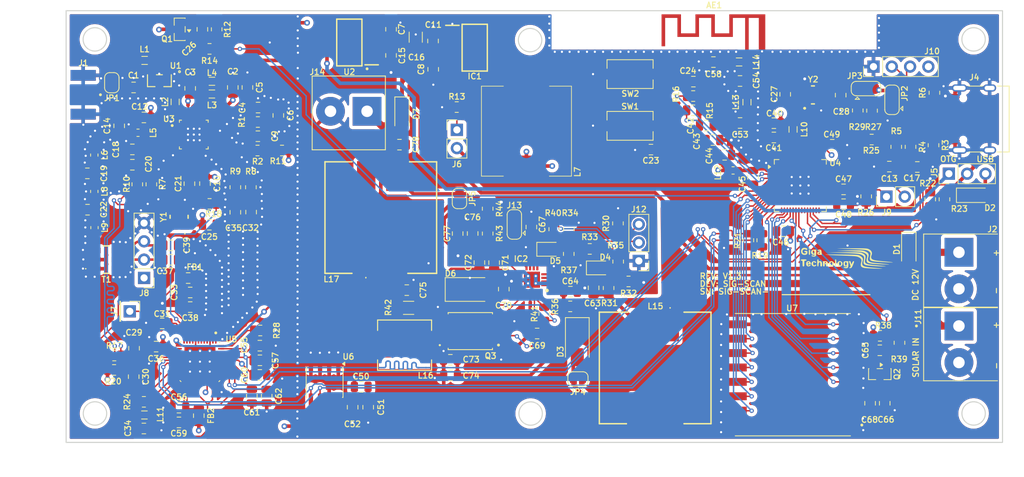
<source format=kicad_pcb>
(kicad_pcb (version 20241229) (generator "pcbnew") (generator_version "9.0")
  (title_block (title "sig Scan ESP32-S3 with VHF - UHF receiver") (date "2025-08-27") (rev "1") (company "Giga Technology") (comment 1 "All rights reserved"))
  (layers (0 "F.Cu" signal) (4 "In1.Cu" signal) (6 "In2.Cu" signal) (2 "B.Cu" signal) (13 "F.Paste" user) (15 "B.Paste" user) (5 "F.SilkS" user "F.Silkscreen") (7 "B.SilkS" user "B.Silkscreen") (1 "F.Mask" user) (3 "B.Mask" user) (25 "Edge.Cuts" user))
  (net 0 "")
  (net 1 "Net-(AE1-A)")
  (net 2 "GND")
  (net 3 "Net-(C1-Pad2)")
  (net 4 "+3.3V")
  (net 5 "Net-(U3-CP)")
  (net 6 "Net-(U3-VDD_PLL)")
  (net 7 "Net-(C6-Pad2)")
  (net 8 "+15V")
  (net 9 "Net-(U3-IF_AGC)")
  (net 10 "/USBD+")
  (net 11 "+5V")
  (net 12 "/USBD-")
  (net 13 "Net-(U3-DET1)")
  (net 14 "Net-(U3-CLK_OUT)")
  (net 15 "Net-(U3-DET2)")
  (net 16 "Net-(U3-XTAL_I)")
  (net 17 "/GPIO0")
  (net 18 "/CHIP_PU")
  (net 19 "+1V2")
  (net 20 "Net-(D1-A)")
  (net 21 "Net-(D2-A)")
  (net 22 "/GPIO13")
  (net 23 "/GPIO38")
  (net 24 "/SCL")
  (net 25 "/GPIO4{slash}BCLK")
  (net 26 "/GPIO48")
  (net 27 "/GPIO15")
  (net 28 "/GPIO11")
  (net 29 "/GPIO16")
  (net 30 "/GPIO10")
  (net 31 "/GPIO5{slash}FSYNC")
  (net 32 "/GPIO42{slash}MTMS")
  (net 33 "/GPIO39{slash}MTCK")
  (net 34 "/GPIO6{slash}DOUT")
  (net 35 "/GPIO1")
  (net 36 "/GPIO7{slash}DIN")
  (net 37 "/GPIO47")
  (net 38 "/GPIO3")
  (net 39 "/GPIO41{slash}MTDI")
  (net 40 "/SDA")
  (net 41 "/GPIO12")
  (net 42 "/GPIO14")
  (net 43 "/GPIO21")
  (net 44 "/GPIO17")
  (net 45 "/GPIO40{slash}MTDO")
  (net 46 "/VBUS")
  (net 47 "Net-(U5-VQN)")
  (net 48 "Net-(U5-VQP)")
  (net 49 "Net-(J7-Pin_1)")
  (net 50 "3.3V")
  (net 51 "Net-(IC1-OUTPUT)")
  (net 52 "Net-(U3-RF_IN)")
  (net 53 "Net-(U3-TF1P)")
  (net 54 "Net-(U3-TF2P)")
  (net 55 "Net-(U3-TF1N)")
  (net 56 "Net-(U3-TF2N)")
  (net 57 "Net-(U3-SDA)")
  (net 58 "Net-(U3-IF_P)")
  (net 59 "Net-(U3-IF_N)")
  (net 60 "Net-(U3-SCL)")
  (net 62 "Net-(U3-LT)")
  (net 63 "Net-(T1-PRIMARY_DOT)")
  (net 65 "GNDA")
  (net 66 "Net-(IC2-VCC)")
  (net 67 "Net-(IC2-MPPSET)")
  (net 68 "+16V")
  (net 69 "/VREF")
  (net 70 "Net-(IC2-SRN)")
  (net 71 "Net-(IC2-VFB)")
  (net 72 "Net-(IC2-SRP)")
  (net 73 "Net-(D6-A)")
  (net 74 "Net-(D5-K)")
  (net 75 "Net-(D6-K)")
  (net 76 "Net-(IC2-PH)")
  (net 77 "Net-(D3-K)")
  (net 78 "Net-(D4-K)")
  (net 79 "Net-(IC2-TS)")
  (net 80 "Net-(IC2-HIDRV)")
  (net 81 "Net-(D3-A)")
  (net 82 "Net-(D4-A)")
  (net 83 "Net-(Q2-D)")
  (net 84 "Net-(IC2-LODRV)")
  (net 85 "Net-(D5-A)")
  (net 86 "Net-(D7-A)")
  (net 87 "Net-(IC2-BTST)")
  (net 88 "Net-(JP1-B)")
  (net 89 "Net-(JP3-C)")
  (net 90 "Net-(Q1-G)")
  (net 91 "Net-(Q2-G)")
  (net 92 "Net-(JP1-A)")
  (net 93 "Net-(IC2-TERM_EN)")
  (net 94 "Net-(C14-Pad1)")
  (net 95 "Net-(U5-XI)")
  (net 96 "Net-(U4-XTAL_N)")
  (net 97 "Net-(U5-I2C_SCLT)")
  (net 98 "Net-(U5-I2C_SDAT)")
  (net 99 "Net-(U5-VIP)")
  (net 100 "Net-(U5-VDDPLL)")
  (net 101 "Net-(U5-VIN)")
  (net 102 "Net-(J8-Pin_2)")
  (net 103 "Net-(J8-Pin_3)")
  (net 104 "Net-(U4-VDD_SPI)")
  (net 105 "Net-(U4-LNA_IN)")
  (net 106 "Net-(U5-VCMI)")
  (net 108 "Net-(J4-D--PadA7)")
  (net 109 "Net-(J4-CC2)")
  (net 110 "Net-(J4-CC1)")
  (net 112 "Net-(J4-D+-PadA6)")
  (net 113 "Net-(J6-Pin_1)")
  (net 114 "Net-(J9-Pin_1)")
  (net 115 "Net-(J10-Pin_2)")
  (net 116 "Net-(J10-Pin_3)")
  (net 117 "Net-(J12-Pin_3)")
  (net 118 "Net-(J12-Pin_2)")
  (net 119 "Net-(JP2-C)")
  (net 120 "Net-(U4-XTAL_P)")
  (net 121 "Net-(U5-REG_OUT)")
  (net 122 "Net-(U5-AGC_IF)")
  (net 123 "Net-(U4-GPIO18)")
  (net 124 "Net-(U5-FB)")
  (net 125 "Net-(U4-U0TXD)")
  (net 126 "Net-(U4-GPIO45)")
  (net 127 "Net-(U5-R12K)")
  (net 128 "Net-(U4-GPIO46)")
  (net 155 "Net-(C19-Pad1)")
  (net 156 "Net-(C21-Pad2)")
  (net 157 "Net-(C22-Pad1)")
  (net 158 "Net-(C27-Pad2)")
  (net 159 "Net-(C32-Pad1)")
  (net 160 "Net-(C35-Pad1)")
  (net 161 "Net-(C45-Pad2)")
  (net 162 "Net-(C56-Pad1)")
  (net 163 "Net-(C58-Pad1)")
  (net 165 "/GPIO2")
  (footprint "Capacitor_SMD:C_0805_2012Metric" (layer "F.Cu") (at 119.64583 38.57225)
    (property "Reference" "C41")
    (property "Value" "10nF")
  )
  (footprint "Resistor_SMD:R_0805_2012Metric" (layer "F.Cu") (at 132.46023 46.759849 -90)
    (property "Reference" "R26")
    (property "Value" "220")
  )
  (footprint "Inductor_SMD:L_0603_1608Metric" (layer "F.Cu") (at 25.3003 41.020151 -90)
    (property "Reference" "L6")
    (property "Value" "478nH")
  )
  (footprint "TB007_508_02BE:CUI_TB007-508-02BE" (layer "F.Cu") (at 145.3388 54.5338 -90)
    (property "Reference" "J2")
    (property "Value" "12V Connector")
  )
  (footprint "Capacitor_SMD:C_0805_2012Metric" (layer "F.Cu") (at 37.051091 78.177016 180)
    (property "Reference" "C59")
    (property "Value" "10uF")
  )
  (footprint "Resistor_SMD:R_0805_2012Metric" (layer "F.Cu") (at 41.296701 26.262651 180)
    (property "Reference" "R14")
    (property "Value" "220")
  )
  (footprint "BQ24650RVAR:QFN50P350X350X100-17N-D" (layer "F.Cu") (at 86.0553 58.340599 180)
    (property "Reference" "IC2")
    (property "Value" "BQ24650RVAR" (hide yes))
  )
  (footprint "Capacitor_SMD:C_0805_2012Metric" (layer "F.Cu") (at 66.4972 27.167801 90)
    (property "Reference" "C15")
    (property "Value" "22uF")
  )
  (footprint "Button_Switch_SMD:SW_Tactile_SPST_NO_Straight_CK_PTS636Sx25SMTRLFS" (layer "F.Cu") (at 99.6827 29.76785)
    (property "Reference" "SW2")
    (property "Value" "RESET")
  )
  (footprint "RTL2832U:QFN40P600X600X100-49N" (layer "F.Cu") (at 39.965092 69.732816 -90)
    (property "Reference" "U5")
    (property "Value" "RTL2832U")
  )
  (footprint "Resistor_SMD:R_0805_2012Metric" (layer "F.Cu") (at 118.0338 52.8574 -90)
    (property "Reference" "R19")
    (property "Value" "4K7")
  )
  (footprint "Capacitor_SMD:C_0805_2012Metric" (layer "F.Cu") (at 129.3245 47.85265)
    (property "Reference" "C48")
    (property "Value" "100nF")
  )
  (footprint "Capacitor_SMD:C_0805_2012Metric" (layer "F.Cu") (at 30.5835 42.36625 180)
    (property "Reference" "C20")
    (property "Value" "100nF")
  )
  (footprint "Capacitor_SMD:C_0805_2012Metric" (layer "F.Cu") (at 48.0333 34.41605 180)
    (property "Reference" "C4")
    (property "Value" "330pF")
  )
  (footprint "Diode_SMD:D_SMA" (layer "F.Cu") (at 77.529299 59.700199)
    (property "Reference" "D6")
    (property "Value" "VSSAF5M6HM3/H")
  )
  (footprint "Diode_SMD:D_SOD-123" (layer "F.Cu") (at 68.0212 35.306 -90)
    (property "Reference" "D7")
    (property "Value" "1N4007FL")
  )
  (footprint "Capacitor_SMD:C_0805_2012Metric" (layer "F.Cu") (at 133.0036 75.513049 90)
    (property "Reference" "C68")
    (property "Value" "100nF")
  )
  (footprint "Resistor_SMD:R_0805_2012Metric" (layer "F.Cu") (at 91.1879 51.318199 -90)
    (property "Reference" "R34")
    (property "Value" "30K1")
  )
  (footprint "Inductor_SMD:L_0603_1608Metric" (layer "F.Cu") (at 113.9829 43.15365)
    (property "Reference" "L12")
    (property "Value" "2nH")
  )
  (footprint "Inductor_SMD:L_0805_2012Metric" (layer "F.Cu") (at 41.6325 30.75845 180)
    (property "Reference" "L4")
    (property "Value" "150nH")
  )
  (footprint "Capacitor_SMD:C_0805_2012Metric" (layer "F.Cu") (at 62.357 73.2282 180)
    (property "Reference" "C50")
    (property "Value" "10uF")
  )
  (footprint "LED_SMD:LED_0805_2012Metric" (layer "F.Cu") (at 88.4193 54.112199)
    (property "Reference" "D5")
    (property "Value" "7012X5")
  )
  (footprint "Capacitor_SMD:C_0805_2012Metric" (layer "F.Cu") (at 38.5083 44.997651 -90)
    (property "Reference" "C21")
    (property "Value" "27pF")
  )
  (footprint "Resistor_SMD:R_0805_2012Metric" (layer "F.Cu") (at 108.4457 32.81585)
    (property "Reference" "R16")
    (property "Value" "10K")
  )
  (footprint "Resistor_SMD:R_0805_2012Metric" (layer "F.Cu") (at 41.3023 47.80185)
    (property "Reference" "R18")
    (property "Value" "100")
  )
  (footprint "Jumper:SolderJumper-3_P1.3mm_Bridged12_RoundedPad1.0x1.5mm" (layer "F.Cu") (at 132.4375 31.77445)
    (property "Reference" "JP3")
    (property "Value" "SP")
  )
  (footprint "Capacitor_SMD:C_0805_2012Metric" (layer "F.Cu") (at 135.673499 42.62025 180)
    (property "Reference" "C13")
    (property "Value" "DNP")
  )
  (footprint "Capacitor_SMD:C_0805_2012Metric" (layer "F.Cu") (at 75.7428 51.927799 -90)
    (property "Reference" "C77")
    (property "Value" "100nF")
  )
  (footprint "Package_SO:SOIC-8_3.9x4.9mm_P1.27mm" (layer "F.Cu") (at 57.277 72.6328 -90)
    (property "Reference" "U6")
    (property "Value" "M24C02-WMN")
  )
  (footprint "Package_TO_SOT_SMD:SOT-23" (layer "F.Cu") (at 37.1542 23.54485 180)
    (property "Reference" "Q1")
    (property "Value" "AO3407A")
  )
  (footprint "Capacitor_SMD:C_0805_2012Metric" (layer "F.Cu") (at 48.280993 67.509016)
    (property "Reference" "C55")
    (property "Value" "100nF")
  )
  (footprint "Capacitor_SMD:C_0805_2012Metric" (layer "F.Cu") (at 116.75023 44.10945 90)
    (property "Reference" "C45")
    (property "Value" "100nF")
  )
  (footprint "Capacitor_SMD:C_0805_2012Metric" (layer "F.Cu") (at 63.3222 76.0628 -90)
    (property "Reference" "C51")
    (property "Value" "100nF")
  )
  (footprint "Capacitor_SMD:C_0805_2012Metric" (layer "F.Cu") (at 35.902299 55.57425)
    (property "Reference" "C37")
    (property "Value" "100nF")
  )
  (footprint "Resistor_SMD:R_0805_2012Metric" (layer "F.Cu") (at 141.351 47.1697 -90)
    (property "Reference" "R23")
    (property "Value" "6K8")
  )
  (footprint "Resistor_SMD:R_0805_2012Metric" (layer "F.Cu") (at 99.4683 58.582599 180)
    (property "Reference" "R32")
    (property "Value" "36K")
  )
  (footprint "Capacitor_SMD:C_0805_2012Metric" (layer "F.Cu") (at 108.4711 30.80925 180)
    (property "Reference" "C24")
    (property "Value" "1uF")
  )
  (footprint "Capacitor_SMD:C_0805_2012Metric" (layer "F.Cu") (at 119.64583 36.59105)
    (property "Reference" "C40")
    (property "Value" "1uF")
  )
  (footprint "SI7288DP-T1-GE3:TRANS_SI7540DP-T1-GE3" (layer "F.Cu") (at 77.504099 65.484399 180)
    (property "Reference" "Q3")
    (property "Value" "SI7540DP-T1-GE3")
  )
  (footprint "Capacitor_SMD:C_0805_2012Metric" (layer "F.Cu") (at 72.350901 29.100701 90)
    (property "Reference" "C8")
    (property "Value" "10uF")
  )
  (footprint "Resistor_SMD:R_0805_2012Metric" (layer "F.Cu") (at 133.2757 34.84785 -90)
    (property "Reference" "R27")
    (property "Value" "4K7")
  )
  (footprint "Resistor_SMD:R_0805_2012Metric" (layer "F.Cu") (at 96.6997 59.498899 -90)
    (property "Reference" "R31")
    (property "Value" "499K")
  )
  (footprint "Inductor_SMD:L_0603_1608Metric" (layer "F.Cu") (at 25.3003 46.074448 -90)
    (property "Reference" "L8")
    (property "Value" "478nH")
  )
  (footprint "PIS150H-471M:PIS150H471M" (layer "F.Cu") (at 103.1678 70.6028 180)
    (property "Reference" "L15")
    (property "Value" "PIS150H-471M" (hide yes))
  )
  (footprint "Capacitor_SMD:C_0805_2012Metric" (layer "F.Cu") (at 44.8837 48.97025 -90)
    (property "Reference" "C35")
    (property "Value" "100nF")
  )
  (footprint "Capacitor_SMD:C_0805_2012Metric" (layer "F.Cu") (at 85.9809 51.023598 -90)
    (property "Reference" "C67")
    (property "Value" "1uF")
  )
  (footprint "Capacitor_SMD:C_0805_2012Metric" (layer "F.Cu") (at 67.6656 39.5732 180)
    (property "Reference" "C78")
    (property "Value" "1uF")
  )
  (footprint "Capacitor_SMD:C_0805_2012Metric" (layer "F.Cu") (at 48.280993 71.573016)
    (property "Reference" "C60")
    (property "Value" "100nF")
  )
  (footprint "IHLP2525CZER100M01:IND_IHLP_2525_CZ_VIS" (layer "F.Cu") (at 68.3768 67.437 180)
    (property "Reference" "L16")
    (property "Value" "10uH")
  )
  (footprint "Inductor_SMD:L_0805_2012Metric" (layer "F.Cu") (at 36.5271 33.62865 -90)
    (property "Reference" "L2")
    (property "Value" "8n2H")
  )
  (footprint "Resistor_SMD:R_1206_3216Metric" (layer "F.Cu") (at 68.9356 62.2554)
    (property "Reference" "R42")
    (property "Value" "0.033")
  )
  (footprint "Package_DFN_QFN:QFN-56-1EP_7x7mm_P0.4mm_EP4x4mm" (layer "F.Cu") (at 123.315729 45.25255)
    (property "Reference" "U4")
    (property "Value" "ESP32-S3FN8")
  )
  (footprint "Capacitor_SMD:C_0805_2012Metric" (layer "F.Cu") (at 128.9181 32.68885 90)
    (property "Reference" "C28")
    (property "Value" "10pF")
  )
  (footprint "Capacitor_SMD:C_0805_2012Metric" (layer "F.Cu") (at 110.27323 36.921251 180)
    (property "Reference" "C42")
    (property "Value" "10uF")
  )
  (footprint "Resistor_SMD:R_0805_2012Metric" (layer "F.Cu") (at 47.9571 40.38505)
    (property "Reference" "R2")
    (property "Value" "10K")
  )
  (footprint "TB007_508_02BE:CUI_TB007-508-02BE" (layer "F.Cu") (at 145.3388 64.77 -90)
    (property "Reference" "J11")
    (property "Value" "Solar connector")
  )
  (footprint "Resistor_SMD:R_0805_2012Metric" (layer "F.Cu") (at 51.3607 40.38505)
    (property "Reference" "R11")
    (property "Value" "1K")
  )
  (footprint "SRR1260-471K:SRR12604R7Y" (layer "F.Cu") (at 85.2932 37.6936 -90)
    (property "Reference" "L7")
    (property "Value" "470uH" (hide yes))
  )
  (footprint "Resistor_SMD:R_0805_2012Metric" (layer "F.Cu") (at 79.9084 48.471499 -90)
    (property "Reference" "R44")
    (property "Value" "100K")
  )
  (footprint "TCM1-382WX+:TCM1382WX" (layer "F.Cu") (at 26.9513 55.54885 90)
    (property "Reference" "T1")
    (property "Value" "TCM1-382WX+" (hide yes))
  )
  (footprint "Capacitor_SMD:C_0805_2012Metric" (layer "F.Cu") (at 37.051091 76.119616 180)
    (property "Reference" "C56")
    (property "Value" "100nF")
  )
  (footprint "Capacitor_SMD:C_1206_3216Metric" (layer "F.Cu") (at 69.9262 24.639801 -90)
    (property "Reference" "C16")
    (property "Value" "47uF")
  )
  (footprint "Resistor_SMD:R_0805_2012Metric" (layer "F.Cu") (at 79.910301 51.927799 -90)
    (property "Reference" "R43")
    (property "Value" "499K")
  )
  (footprint "Capacitor_SMD:C_0805_2012Metric" (layer "F.Cu") (at 47.173591 74.529615 -90)
    (property "Reference" "C61")
    (property "Value" "100nF")
  )
  (footprint "Connector_USB:USB_C_Receptacle_G-Switch_GT-USB-7010ASV" (layer "F.Cu") (at 148.5299 36.014848 90)
    (property "Reference" "J4")
    (property "Value" "UJ20-C-H-G-SMT-P16-TR")
  )
  (footprint "Inductor_SMD:L_0805_2012Metric" (layer "F.Cu") (at 32.2853 27.86285)
    (property "Reference" "L1")
    (property "Value" "100nH")
  )
  (footprint "Capacitor_SMD:C_0805_2012Metric" (layer "F.Cu") (at 66.4972 23.535601 -90)
    (property "Reference" "C7")
    (property "Value" "10uF")
  )
  (footprint "Capacitor_SMD:C_0805_2012Metric" (layer "F.Cu") (at 120.99203 51.60245 180)
    (property "Reference" "C46")
    (property "Value" "100nF")
  )
  (footprint "Resistor_SMD:R_0805_2012Metric" (layer "F.Cu") (at 91.169099 54.757398 -90)
    (property "Reference" "R37")
    (property "Value" "100")
  )
  (footprint "Resistor_SMD:R_0805_2012Metric" (layer "F.Cu") (at 98.001699 50.513698 90)
    (property "Reference" "R30")
    (property "Value" "10K")
  )
  (footprint "Resistor_SMD:R_0805_2012Metric" (layer "F.Cu") (at 42.2873 23.54485 90)
    (property "Reference" "R12")
    (property "Value" "100K")
  )
  (footprint "Capacitor_SMD:C_0805_2012Metric" (layer "F.Cu") (at 114.953128 36.56135 180)
    (property "Reference" "C53")
    (property "Value" "1.5pF")
  )
  (footprint "Resistor_SMD:R_0805_2012Metric" (layer "F.Cu") (at 31.2693 45.08405 -90)
    (property "Reference" "R10")
    (property "Value" "22")
  )
  (footprint "Capacitor_SMD:C_0805_2012Metric" (layer "F.Cu") (at 91.4013 60.004999 180)
    (property "Reference" "C64")
    (property "Value" "1uF")
  )
  (footprint "Capacitor_SMD:C_0805_2012Metric" (layer "F.Cu") (at 82.152099 59.649399 -90)
    (property "Reference" "C70")
    (property "Value" "1uF")
  )
  (footprint "Inductor_SMD:L_0603_1608Metric" (layer "F.Cu") (at 31.3709 37.92125 180)
    (property "Reference" "L5")
    (property "Value" "118.1nH")
  )
  (footprint "Resistor_SMD:R_0805_2012Metric" (layer "F.Cu") (at 138.619899 39.87515 -90)
    (property "Reference" "R4")
    (property "Value" "0")
  )
  (footprint "Resistor_SMD:R_0805_2012Metric" (layer "F.Cu") (at 87.7589 63.080298 -90)
    (property "Reference" "R41")
    (property "Value" "2.2")
  )
  (footprint "PIS150H-471M:PIS150H471M" (layer "F.Cu") (at 65.0748 49.7078)
    (property "Reference" "L17")
    (property "Value" "PIS150H-471M" (hide yes))
  )
  (footprint "Capacitor_SMD:C_0805_2012Metric" (layer "F.Cu") (at 72.325501 25.1637 -90)
    (property "Reference" "C11")
    (property "Value" "22uF")
  )
  (footprint "Capacitor_SMD:C_0805_2012Metric" (layer "F.Cu") (at 44.5281 31.62205 90)
    (property "Reference" "C2")
    (property "Value" "100nF")
  )
  (footprint "Button_Switch_SMD:SW_Tactile_SPST_NO_Straight_CK_PTS636Sx25SMTRLFS" (layer "F.Cu") (at 99.68143 36.95605)
    (property "Reference" "SW1")
    (property "Value" "BOOT")
  )
  (footprint "Resistor_SMD:R_0805_2012Metric" (layer "F.Cu") (at 137.083801 67.1066 -90)
    (property "Reference" "R39")
    (property "Value" "220")
  )
  (footprint "Connector_PinHeader_2.54mm:PinHeader_1x04_P2.54mm_Vertical" (layer "F.Cu") (at 133.477 28.7274 90)
    (property "Reference" "J10")
    (property "Value" "PROG")
  )
  (footprint "BAV99-7-F:SOT-23_DIO" (layer "F.Cu") (at 34.3363 30.68225 180)
    (property "Reference" "U1")
    (property "Value" "BAV99-7-F")
  )
  (footprint "Capacitor_SMD:C_0805_2012Metric" (layer "F.Cu") (at 61.1632 76.062801 -90)
    (property "Reference" "C52")
    (property "Value" "10nF")
  )
  (footprint "Capacitor_SMD:C_0805_2012Metric" (layer "F.Cu") (at 38.6099 31.74905 90)
    (property "Reference" "C3")
    (property "Value" "10nF")
  )
  (footprint "Resistor_SMD:R_0805_2012Metric" (layer "F.Cu") (at 89.1559 51.318199 90)
    (property "Reference" "R40")
    (property "Value" "10K")
  )
  (footprint "Capacitor_SMD:C_0805_2012Metric" (layer "F.Cu") (at 33.881093 67.636016 180)
    (property "Reference" "C36")
    (property "Value" "100nF")
  )
  (footprint "TB007_508_02BE:CUI_TB007-508-02BE" (layer "F.Cu") (at 63.1698 34.9339 180)
    (property "Reference" "J14")
    (property "Value" "BAT connector")
  )
  (footprint "Resistor_SMD:R_0805_2012Metric" (layer "F.Cu") (at 98.027099 55.824198 90)
    (property "Reference" "R35")
    (property "Value" "10K")
  )
  (footprint "Capacitor_SMD:C_0805_2012Metric" (layer "F.Cu") (at 135.0356 75.513049 90)
    (property "Reference" "C66")
    (property "Value" "10uF")
  )
  (footprint "Connector_PinHeader_2.54mm:PinHeader_1x03_P2.54mm_Vertical" (layer "F.Cu") (at 143.9437 43.61085 90)
    (property "Reference" "J5")
    (property "Value" "USB Switch")
  )
  (footprint "Capacitor_SMD:C_0805_2012Metric" (layer "F.Cu") (at 102.5783 40.25805)
    (property "Reference" "C23")
    (property "Value" "10pF")
  )
  (footprint "Inductor_SMD:L_0805_2012Metric" (layer "F.Cu") (at 114.81983 28.08205 180)
    (property "Reference" "L14")
    (property "Value" "2.7nH")
  )
  (footprint "Capacitor_SMD:C_0805_2012Metric" (layer "F.Cu") (at 40.6673 44.98245 -90)
    (property "Reference" "C10")
    (property "Value" "100nF")
  )
  (footprint "Resistor_SMD:R_0805_2012Metric" (layer "F.Cu") (at 141.8101 39.64845 -90)
    (property "Reference" "R3")
    (property "Value" "5K1")
  )
  (footprint "AZ1117H-3_3TRE1:SOT230P700X180-4N" (layer "F.Cu") (at 78.112901 26.0935)
    (property "Reference" "IC1")
    (property "Value" "AZ1117H-3.3TRE1" (hide yes))
  )
  (footprint "AZ1117H-5.0TRE1:SOT230P700X180-4N" (layer "F.Cu") (at 60.706 25.3746 180)
    (property "Reference" "U2")
    (property "Value" "AZ1117H-5.0TRE1" (hide yes))
  )
  (footprint "Capacitor_SMD:C_0805_2012Metric" (layer "F.Cu") (at 111.252 28.0924 180)
    (property "Reference" "C58")
    (property "Value" "1.5pF")
  )
  (footprint "Resistor_SMD:R_0805_2012Metric" (layer "F.Cu") (at 143.3322 47.1697 90)
    (property "Reference" "R22")
    (property "Value" "10K")
  )
  (footprint "Diode_SMD:D_SOD-123" (layer "F.Cu") (at 138.3792 54.102 -90)
    (property "Reference" "D1")
    (property "Value" "1N4007FL")
  )
  (footprint "Capacitor_SMD:C_0805_2012Metric" (layer "F.Cu") (at 77.8256 51.9176 -90)
    (property "Reference" "C76")
    (property "Value" "22pF")
  )
  (footprint "Resistor_SMD:R_0805_2012Metric" (layer "F.Cu") (at 28.047392 70.887216)
    (property "Reference" "R20")
    (property "Value" "4K7")
  )
  (footprint "Resistor_SMD:R_0805_2012Metric" (layer "F.Cu") (at 48.343892 65.400816)
    (property "Reference" "R28")
    (property "Value" "10K")
  )
  (footprint "Capacitor_SMD:C_0805_2012Metric" (layer "F.Cu") (at 127.74843 39.58825)
    (property "Reference" "C49")
    (property "Value" "100nF")
  )
  (footprint "Capacitor_SMD:C_0805_2012Metric" (layer "F.Cu") (at 32.1818 79.0194)
    (property "Reference" "C34")
    (property "Value" "10uF")
  )
  (footprint "Capacitor_SMD:C_0805_2012Metric" (layer "F.Cu") (at 86.7785 65.821599 180)
    (property "Reference" "C69")
    (property "Value" "100nF")
  )
  (footprint "Package_TO_SOT_SMD:SOT-23" (layer "F.Cu") (at 134.3584 71.4657 -90)
    (property "Reference" "Q2")
    (property "Value" "AO3407A")
  )
  (footprint "Capacitor_SMD:C_0805_2012Metric" (layer "F.Cu") (at 38.3286 58.1152)
    (property "Reference" "FB1")
    (property "Value" "Bead")
  )
  (footprint "Resistor_SMD:R_0805_2012Metric" (layer "F.Cu") (at 44.8837 45.49045 -90)
    (property "Reference" "R9")
    (property "Value" "22")
  )
  (footprint "Resistor_SMD:R_0805_2012Metric" (layer "F.Cu") (at 32.1818 75.311)
    (property "Reference" "R24")
    (property "Value" "0 Ohm")
  )
  (footprint "Capacitor_SMD:C_0805_2012Metric" (layer "F.Cu") (at 139.559699 42.671051)
    (property "Reference" "C17")
    (property "Value" "DNP")
  )
  (footprint "Inductor_SMD:L_0805_2012Metric" (layer "F.Cu") (at 41.6282 32.53645 180)
    (property "Reference" "L3")
    (property "Value" "150nH")
  )
  (footprint "Capacitor_SMD:C_0805_2012Metric" (layer "F.Cu") (at 30.7549 31.62205)
    (property "Reference" "C1")
    (property "Value" "1uF")
  )
  (footprint "Inductor_SMD:L_0805_2012Metric" (layer "F.Cu") (at 115.908129 33.67005 90)
    (property "Reference" "L13")
    (property "Value" "2.7nH")
  )
  (footprint "Resistor_SMD:R_0805_2012Metric" (layer "F.Cu") (at 116.1034 52.8574 -90)
    (property "Reference" "R21")
    (property "Value" "4K7")
  )
  (footprint "Resistor_SMD:R_0805_2012Metric" (layer "F.Cu") (at 33.2251 45.08405 -90)
    (property "Reference" "R7")
    (property "Value" "22")
  )
  (footprint "Resistor_SMD:R_0805_2012Metric" (layer "F.Cu") (at 48.006 36.42265 180)
    (property "Reference" "R1")
    (property "Value" "1K8")
  )
  (footprint "R820T:QFN50P400X400X90-25N" (layer "F.Cu") (at 39.1125 38.16945)
    (property "Reference" "U3")
    (property "Value" "R820T")
  )
  (footprint "Capacitor_SMD:C_0805_2012Metric" (layer "F.Cu") (at 129.32323 45.785849)
    (property "Reference" "C47")
    (property "Value" "1uF")
  )
  (footprint "Resistor_SMD:R_0805_2012Metric" (layer "F.Cu") (at 141.9371 32.35865 90)
    (property "Reference" "R6")
    (property "Value" "5K1")
  )
  (footprint "Resistor_SMD:R_0805_2012Metric" (layer "F.Cu") (at 136.635099 39.87515 -90)
    (property "Reference" "R5")
    (property "Value" "0")
  )
  (footprint "Capacitor_SMD:C_0805_2012Metric" (layer "F.Cu") (at 68.6816 59.7916 180)
    (property "Reference" "C75")
    (property "Value" "10uF")
  )
  (footprint "Capacitor_SMD:C_0805_2012Metric" (layer "F.Cu") (at 48.0079 38.40385)
    (property "Reference" "C9")
    (property "Value" "100nF")
  )
  (footprint "Capacitor_SMD:C_0805_2012Metric" (layer "F.Cu") (at 24.3351 43.560151 180)
    (property "Reference" "C19")
    (property "Value" "212nF")
  )
  (footprint "Capacitor_SMD:C_0805_2012Metric" (layer "F.Cu") (at 41.2741 50.702051 180)
    (property "Reference" "C25")
    (property "Value" "100nF")
  )
  (footprint "Resistor_SMD:R_0805_2012Metric" (layer "F.Cu") (at 91.372299 62.047198 180)
    (property "Reference" "R36")
    (property "Value" "10")
  )
  (footprint "Capacitor_SMD:C_0805_2012Metric" (layer "F.Cu") (at 48.291192 69.541016)
    (property "Reference" "C57")
    (property "Value" "100nF")
  )
  (footprint "Capacitor_SMD:C_0805_2012Metric" (layer "F.Cu") (at 30.817892 67.864616 -90)
    (property "Reference" "C29")
    (property "Value" "39pF")
  )
  (footprint "RA-02_LORA:MODULE_RA-02_LORA" (layer "F.Cu") (at 122.2813 71.54045 180)
    (property "Reference" "U7")
    (property "Value" "RA-02_LORA")
  )
  (footprint "Capacitor_SMD:C_0805_2012Metric" (layer "F.Cu") (at 28.7547 36.95605 90)
    (property "Reference" "C14")
    (property "Value" "132nF")
  )
  (footprint "Diode_SMD:D_SOD-123" (layer "F.Cu") (at 147.3473 46.60805)
    (property "Reference" "D2")
    (property "Value" "1N4007FL")
  )
  (footprint "Capacitor_SMD:C_0805_2012Metric" (layer "F.Cu") (at 49.230992 74.529615 -90)
    (property "Reference" "C62")
    (property "Value" "2.2uF")
  )
  (footprint "Resistor_SMD:R_0805_2012Metric" (layer "F.Cu") (at 47.0427 45.49045 -90)
    (property "Reference" "R8")
    (property "Value" "22")
  )
  (footprint "Capacitor_SMD:C_0805_2012Metric" (layer "F.Cu") (at 112.813231 40.98525 180)
    (property "Reference" "C44")
    (property "Value" "100nF")
  )
  (footprint "Capacitor_SMD:C_0805_2012Metric" (layer "F.Cu") (at 50.8527 35.50825 -90)
    (property "Reference" "C6")
    (property "Value" "6n8F")
  )
  (footprint "Capacitor_SMD:C_0805_2012Metric" (layer "F.Cu") (at 74.733799 69.472199 180)
    (property "Reference" "C74")
    (property "Value" "1uF")
  )
  (footprint "Resistor_SMD:R_0805_2012Metric" (layer "F.Cu") (at 75.6158 34.3458 180)
    (property "Reference" "R13")
    (property "Value" "220")
  )
  (footprint "Capacitor_SMD:C_0805_2012Metric" (layer "F.Cu") (at 80.805899 55.966399 90)
    (property "Reference" "C71")
    (property "Value" "100nF")
  )
  (footprint "Jumper:SolderJumper-2_P1.3mm_Open_RoundedPad1.0x1.5mm" (layer "F.Cu") (at 75.9968 47.0662 -90)
    (property "Reference" "JP5")
    (property "Value" "SolderJumper_2_Open")
  )
  (footprint "Resistor_SMD:R_0805_2012Metric" (layer "F.Cu") (at 108.4457 34.79705)
    (property "Reference" "R15")
    (property "Value" "10K")
  )
  (footprint "Inductor_SMD:L_0805_2012Metric" (layer "F.Cu") (at 32.258 77.1398)
    (property "Reference" "L11")
    (property "Value" "10uH")
  )
  (footprint "Resistor_SMD:R_0805_2012Metric" (layer "F.Cu") (at 94.0854 54.061399)
    (property "Reference" "R33")
    (property "Value" "5K23")
  )
  (footprint "Capacitor_SMD:C_0805_2012Metric" (layer "F.Cu") (at 111.18763 38.92785 180)
    (property "Reference" "C43")
    (property "Value" "1uF")
  )
  (footprint "Jumper:SolderJumper-3_P1.3mm_Bridged12_RoundedPad1.0x1.5mm" (layer "F.Cu") (at 136.0443 33.34465 90)
    (property "Reference" "JP2")
    (property "Value" "SP")
  )
  (footprint "Resistor_SMD:R_0805_2012Metric" (layer "F.Cu") (at 28.074692 68.880616)
    (property "Reference" "R17")
    (property "Value" "4K7")
  )
  (footprint "Jumper:SolderJumper-2_P1.3mm_Open_RoundedPad1.0x1.5mm" (layer "F.Cu") (at 27.7323 30.96165 90)
    (property "Reference" "JP1")
    (property "Value" "SolderJumper_2_Open")
  )
  (footprint "Diode_SMD:D_SMA" (layer "F.Cu") (at 92.3563 67.116999 -90)
    (property "Reference" "D3")
    (property "Value" "VSSAF5M6HM3/H")
  )
  (footprint "Connector_PinHeader_2.54mm:PinHeader_1x01_P2.54mm_Vertical" (layer "F.Cu") (at 30.222892 62.732016 -90)
    (property "Reference" "J7")
    (property "Value" "CLK TP")
  )
  (footprint "Capacitor_SMD:C_0805_2012Metric" (layer "F.Cu") (at 30.767092 71.816815 -90)
    (property "Reference" "C30")
    (property "Value" "39pF")
  )
  (footprint "Capacitor_SMD:C_0805_2012Metric" (layer "F.Cu") (at 47.0681 48.94485 -90)
    (property "Reference" "C32")
    (property "Value" "100nF")
  )
  (footprint "Inductor_SMD:L_0805_2012Metric" (layer "F.Cu") (at 122.31283 37.45465 -90)
    (property "Reference" "L10")
    (property "Value" "24nH")
  )
  (footprint "Connector_PinHeader_2.54mm:PinHeader_1x04_P2.54mm_Vertical" (layer "F.Cu") (at 32.2091 58.08885 180)
    (property "Reference" "J8")
    (property "Value" "Conn")
  )
  (footprint "Capacitor_SMD:C_0805_2012Metric" (layer "F.Cu") (at 78.7654 55.9562 90)
    (property "Reference" "C72")
    (property "Value" "100nF")
  )
  (footprint "Capacitor_SMD:C_0805_2012Metric" (layer "F.Cu") (at 35.902299 53.56765)
    (property "Reference" "C39")
    (property "Value" "100nF")
  )
  (footprint "LED_SMD:LED_0805_2012Metric" (layer "F.Cu") (at 95.3027 56.702999)
    (property "Reference" "D4")
    (property "Value" "7012X5")
  )
  (footprint "Connector_PinHeader_2.54mm:PinHeader_1x02_P2.54mm_Vertical" (layer "F.Cu") (at 75.6412 37.5158)
    (property "Reference" "J6")
    (property "Value" "LED Connector")
  )
  (footprint "Capacitor_SMD:C_0805_2012Metric" (layer "F.Cu") (at 46.5601 31.62205 -90)
    (property "Reference" "C5")
    (property "Value" "100nF")
  )
  (footprint "Connector_PinHeader_2.54mm:PinHeader_1x03_P2.54mm_Vertical" (layer "F.Cu") (at 100.897299 55.722598 180)
    (property "Reference" "J12")
    (property "Value" "TS Conn")
  )
  (footprint "Resistor_SMD:R_0805_2012Metric" (layer "F.Cu") (at 133.2249 38.86105)
    (property "Reference" "R25")
    (property "Value" "499")
  )
  (footprint "Capacitor_SMD:C_0805_2012Metric" (layer "F.Cu") (at 114.94683 30.72365 180)
    (property "Reference" "C54")
    (property "Value" "1.5pF")
  )
  (footprint "Jumper:SolderJumper-3_P1.3mm_Bridged12_RoundedPad1.0x1.5mm" (layer "F.Cu") (at 83.618699 50.662399 90)
    (property "Reference" "J13")
    (property "Value" "Conn_01x03_Pin")
  )
  (footprint "Connector_PinHeader_2.54mm:PinHeader_1x02_P2.54mm_Vertical" (layer "F.Cu") (at 135.27523 46.79985 90)
    (property "Reference" "J9")
    (property "Value" "LED Connector")
  )
  (footprint "Resistor_SMD:R_0805_2012Metric" (layer "F.Cu") (at 134.3717 66.134 180)
    (property "Reference" "R38")
    (property "Value" "100K")
  )
  (footprint "Capacitor_SMD:C_0805_2012Metric" (layer "F.Cu") (at 121.22063 32.574249 90)
    (property "Reference" "C27")
    (property "Value" "10pF")
  )
  (footprint "Capacitor_SMD:C_0805_2012Metric" (layer "F.Cu") (at 134.350799 68.148 180)
    (property "Reference" "C65")
    (property "Value" "100nF")
  )
  (footprint "ATX-11-F-32.000MHZ-F05-T:ATX11F32000MHZF05T" (layer "F.Cu") (at 37.0731 49.59745 90)
    (property "Reference" "Y1")
    (property "Value" "28.8MHz" (hide yes))
  )
  (footprint "Capacitor_SMD:C_0805_2012Metric" (layer "F.Cu") (at 32.1837 35.78765 180)
    (property "Reference" "C12")
    (property "Value" "100nF")
  )
  (footprint "Jumper:SolderJumper-2_P1.3mm_Open_RoundedPad1.0x1.5mm" (layer "F.Cu") (at 92.445599 72.136)
    (property "Reference" "JP4")
    (property "Value" "SolderJumper_2_Open")
  )
  (footprint "Resistor_SMD:R_0805_2012Metric" (layer "F.Cu") (at 131.2945 34.82245 -90)
    (property "Reference" "R29")
    (property "Value" "4K7")
  )
  (footprint "Capacitor_SMD:C_0805_2012Metric" (layer "F.Cu") (at 34.719293 64.410215 180)
    (property "Reference" "C31")
    (property "Value" "100nF")
  )
  (footprint "Capacitor_SMD:C_0805_2012Metric" (layer "F.Cu") (at 39.809491 77.237216 -90)
    (property "Reference" "FB2")
    (property "Value" "Bead")
  )
  (footprint "CON_SMA_EDGE_S:RFSOLUTIONS_CON-SMA-EDGE-S" (layer "F.Cu") (at 23.753 32.63805)
    (property "Reference" "J1")
    (property "Value" "CON-SMA-EDGE-S")
  )
  (footprint "Capacitor_SMD:C_0805_2012Metric" (layer "F.Cu") (at 30.5835 40.23265 180)
    (property "Reference" "C18")
    (property "Value" "1uF")
  )
  (footprint "RF_Antenna:Texas_SWRA117D_2.4GHz_Left" (layer "F.Cu") (at 115.903381 26.6098)
    (property "Reference" "AE1")
    (property "Value" "Antenna_Shield")
  )
  (footprint "ABM8-40.000MHZ-10-B1U-T:ABM810000MHZ12D2W" (layer "F.Cu") (at 125.070529 32.66035)
    (property "Reference" "Y2")
    (property "Value" "40MHz" (hide yes))
  )
  (footprint "Capacitor_SMD:C_0805_2012Metric" (layer "F.Cu") (at 24.3605 48.61445 180)
    (property "Reference" "C22")
    (property "Value" "132nF")
  )
  (footprint "Capacitor_SMD:C_0805_2012Metric" (layer "F.Cu") (at 74.759199 71.631199)
    (property "Reference" "C73")
    (property "Value" "10uF")
  )
  (footprint "Capacitor_SMD:C_0805_2012Metric" (layer "F.Cu") (at 38.615692 60.117616)
    (property "Reference" "C33")
    (property "Value" "2.2uF")
  )
  (footprint "Capacitor_SMD:C_0805_2012Metric" (layer "F.Cu") (at 40.3061 23.54485 90)
    (property "Reference" "C26")
    (property "Value" "100nF")
  )
  (footprint "Capacitor_SMD:C_0805_2012Metric" (layer "F.Cu") (at 38.615692 62.149616)
    (property "Reference" "C38")
    (property "Value" "100nF")
  )
  (footprint "Capacitor_SMD:C_0805_2012Metric" (layer "F.Cu") (at 94.6169 59.471599 -90)
    (property "Reference" "C63")
    (property "Value" "22pF")
  )
  (footprint "Inductor_SMD:L_0603_1608Metric" (layer "F.Cu") (at 25.3257 51.103749 -90)
    (property "Reference" "L9")
    (property "Value" "118.1nH")
  )
  (gr_poly (pts (xy 125.540046 54.541225) (xy 125.539066 54.629541) (xy 125.53597 54.709492) (xy 125.530523 54.781395) (xy 125.526844 54.814426) (xy 125.52249 54.845565) (xy 125.517429 54.874849) (xy 125.511635 54.90232) (xy 125.505075 54.928015) (xy 125.497723 54.951975) (xy 125.489547 54.97424) (xy 125.480519 54.994848) (xy 125.47061 55.01384) (xy 125.459789 55.031255) (xy 125.448028 55.047133) (xy 125.435296 55.061513) (xy 125.421566 55.074435) (xy 125.406807 55.085938) (xy 125.39099 55.096062) (xy 125.374085 55.104846) (xy 125.356063 55.11233) (xy 125.336895 55.118554) (xy 125.316552 55.123557) (xy 125.295004 55.127379) (xy 125.272221 55.130059) (xy 125.248174 55.131637) (xy 125.222834 55.132152) (xy 125.196171 55.131644) (xy 125.168157 55.130153) (xy 125.138761 55.127718) (xy 125.114618 55.125047) (xy 125.090891 55.121689) (xy 125.067707 55.11768) (xy 125.045192 55.113056) (xy 125.023473 55.107853) (xy 125.002676 55.102107) (xy 124.982929 55.095855) (xy 124.964357 55.089133) (xy 124.947087 55.081977) (xy 124.931246 55.074422) (xy 124.91696 55.066507) (xy 124.91044 55.062424) (xy 124.904357 55.058265) (xy 124.898725 55.054033) (xy 124.893562 55.049734) (xy 124.888883 55.045371) (xy 124.884703 55.04095) (xy 124.881038 55.036474) (xy 124.877905 55.031949) (xy 124.875319 55.027378) (xy 124.873296 55.022767) (xy 124.869478 55.010751) (xy 124.867351 55.000146) (xy 124.866953 54.995362) (xy 124.867015 54.990916) (xy 124.86755 54.986805) (xy 124.868569 54.983024) (xy 124.870086 54.979569) (xy 124.872113 54.976435) (xy 124.874662 54.973617) (xy 124.877745 54.971111) (xy 124.881376 54.968913) (xy 124.885566 54.967017) (xy 124.895675 54.964117) (xy 124.908172 54.962375) (xy 124.923155 54.961754) (xy 124.940725 54.962218) (xy 124.96098 54.963732) (xy 124.984021 54.966258) (xy 125.009947 54.96976) (xy 125.070851 54.979551) (xy 125.100817 54.984899) (xy 125.128259 54.989342) (xy 125.141059 54.991214) (xy 125.153259 54.992845) (xy 125.164869 54.994233) (xy 125.175899 54.995371) (xy 125.18636 54.996257) (xy 125.19626 54.996885) (xy 125.205612 54.99725) (xy 125.214424 54.997349) (xy 125.222707 54.997176) (xy 125.230471 54.996728) (xy 125.237727 54.995999) (xy 125.244484 54.994986) (xy 125.250753 54.993683) (xy 125.256544 54.992086) (xy 125.261866 54.99019) (xy 125.266731 54.987992) (xy 125.271148 54.985486) (xy 125.275128 54.982668) (xy 125.27868 54.979534) (xy 125.281815 54.976079) (xy 125.284544 54.972298) (xy 125.286875 54.968187) (xy 125.28882 54.963741) (xy 125.290388 54.958957) (xy 125.291591 54.953828) (xy 125.292437 54.948352) (xy 125.292937 54.942523) (xy 125.293101 54.936336) (xy 125.292957 54.930675) (xy 125.292523 54.925266) (xy 125.291799 54.920107) (xy 125.290786 54.915199) (xy 125.289484 54.910539) (xy 125.287892 54.906127) (xy 125.286011 54.901961) (xy 125.283841 54.898041) (xy 125.281381 54.894364) (xy 125.278632 54.890931) (xy 125.275593 54.88774) (xy 125.272265 54.884789) (xy 125.268648 54.882078) (xy 125.264741 54.879606) (xy 125.260545 54.877371) (xy 125.25606 54.875372) (xy 125.251285 54.873608) (xy 125.246221 54.872079) (xy 125.235224 54.869717) (xy 125.22307 54.868277) (xy 125.209758 54.867751) (xy 125.195288 54.86813) (xy 125.179661 54.869403) (xy 125.162877 54.871563) (xy 125.144935 54.8746) (xy 125.135203 54.876734) (xy 125.12568 54.878507) (xy 125.116358 54.879918) (xy 125.10723 54.880967) (xy 125.098287 54.881654) (xy 125.089521 54.88198) (xy 125.080926 54.881943) (xy 125.072491 54.881545) (xy 125.064211 54.880786) (xy 125.056076 54.879664) (xy 125.048079 54.878181) (xy 125.040212 54.876336) (xy 125.032468 54.87413) (xy 125.024837 54.871562) (xy 125.017313 54.868631) (xy 125.009887 54.86534) (xy 125.002552 54.861686) (xy 124.995299 54.857671) (xy 124.98812 54.853294) (xy 124.981009 54.848555) (xy 124.973956 54.843455) (xy 124.966954 54.837993) (xy 124.959995 54.832169) (xy 124.953071 54.825983) (xy 124.939296 54.812526) (xy 124.925567 54.797623) (xy 124.911819 54.781272) (xy 124.89799 54.763475) (xy 124.876286 54.730599) (xy 124.857476 54.69899) (xy 124.84156 54.668465) (xy 124.828537 54.638845) (xy 124.823111 54.624318) (xy 124.818409 54.609949) (xy 124.81443 54.595715) (xy 124.811174 54.581595) (xy 124.808642 54.567565) (xy 124.806833 54.553603) (xy 124.805748 54.539686) (xy 124.805386 54.525791) (xy 124.805748 54.511897) (xy 124.806833 54.49798) (xy 124.806948 54.497092) (xy 125.04883 54.497092) (xy 125.049245 54.513183) (xy 125.050187 54.529155) (xy 125.051643 54.544951) (xy 125.053601 54.560517) (xy 125.056049 54.575796) (xy 125.058973 54.590735) (xy 125.062363 54.605276) (xy 125.066204 54.619366) (xy 125.070485 54.632948) (xy 125.075194 54.645966) (xy 125.080317 54.658367) (xy 125.085842 54.670094) (xy 125.091758 54.681092) (xy 125.098051 54.691305) (xy 125.10471 54.700678) (xy 125.111721 54.709156) (xy 125.119072 54.716683) (xy 125.126751 54.723204) (xy 125.134746 54.728664) (xy 125.143043 54.733007) (xy 125.151631 54.736178) (xy 125.160497 54.738121) (xy 125.169629 54.738781) (xy 125.180843 54.738051) (xy 125.191333 54.735839) (xy 125.196307 54.734165) (xy 125.2011 54.732107) (xy 125.205712 54.72966) (xy 125.210143 54.726819) (xy 125.214394 54.723581) (xy 125.218463 54.71994) (xy 125.22606 54.711434) (xy 125.232933 54.701263) (xy 125.239082 54.689392) (xy 125.244508 54.675785) (xy 125.249211 54.660405) (xy 125.25319 54.643216) (xy 125.256446 54.624183) (xy 125.258978 54.603269) (xy 125.260786 54.580437) (xy 125.261872 54.555652) (xy 125.262233 54.528878) (xy 125.26186 54.508372) (xy 125.260762 54.488547) (xy 125.258978 54.469432) (xy 125.256542 54.451057) (xy 125.253491 54.43345) (xy 125.249862 54.416641) (xy 125.24569 54.400659) (xy 125.241012 54.385534) (xy 125.235863 54.371296) (xy 125.23028 54.357973) (xy 125.224299 54.345596) (xy 125.217957 54.334192) (xy 125.211289 54.323793) (xy 125.204332 54.314426) (xy 125.197121 54.306123) (xy 125.189693 54.298911) (xy 125.182085 54.292821) (xy 125.174332 54.287881) (xy 125.16647 54.284122) (xy 125.158536 54.281572) (xy 125.150566 54.280261) (xy 125.142596 54.280218) (xy 125.134661 54.281473) (xy 125.1268 54.284056) (xy 125.119047 54.287995) (xy 125.111438 54.293319) (xy 125.10401 54.300059) (xy 125.0968 54.308244) (xy 125.089842 54.317902) (xy 125.083174 54.329065) (xy 125.076832 54.34176) (xy 125.070851 54.356017) (xy 125.065966 54.370694) (xy 125.061719 54.38575) (xy 125.058098 54.401129) (xy 125.055092 54.416776) (xy 125.052686 54.432636) (xy 125.05087 54.448653) (xy 125.04963 54.464771) (xy 125.048954 54.480936) (xy 125.04883 54.497092) (xy 124.806948 54.497092) (xy 124.808642 54.484018) (xy 124.811174 54.469987) (xy 124.81443 54.455867) (xy 124.818409 54.441633) (xy 124.823111 54.427264) (xy 124.828537 54.412737) (xy 124.84156 54.383117) (xy 124.857476 54.352592) (xy 124.876286 54.320983) (xy 124.89799 54.288107) (xy 124.911985 54.269286) (xy 124.926314 54.252139) (xy 124.941168 54.236601) (xy 124.956736 54.222609) (xy 124.973209 54.210101) (xy 124.990775 54.199012) (xy 125.009626 54.18928) (xy 125.029951 54.180841) (xy 125.05194 54.173632) (xy 125.075783 54.167589) (xy 125.10167 54.16265) (xy 125.12979 54.158751) (xy 125.160334 54.155828) (xy 125.193492 54.153819) (xy 125.229453 54.15266) (xy 125.268407 54.152288) (xy 125.540046 54.152288)) (fill yes) (layer "F.SilkS"))
  (gr_poly (pts (xy 129.028136 54.843732) (xy 129.742322 54.85034) (xy 130.294305 54.857237) (xy 130.517022 54.861246) (xy 130.70825 54.86587) (xy 130.87101 54.87129) (xy 131.008322 54.877687) (xy 131.123206 54.885241) (xy 131.173181 54.889509) (xy 131.218682 54.894134) (xy 131.260087 54.899139) (xy 131.297773 54.904546) (xy 131.332117 54.910378) (xy 131.363497 54.916658) (xy 131.392291 54.923408) (xy 131.418876 54.930651) (xy 131.443629 54.938409) (xy 131.466929 54.946706) (xy 131.489153 54.955563) (xy 131.510678 54.965004) (xy 131.553143 54.985725) (xy 131.578939 54.999158) (xy 131.605269 55.013892) (xy 131.631943 55.029784) (xy 131.65877 55.04669) (xy 131.685561 55.064463) (xy 131.712126 55.08296) (xy 131.738275 55.102035) (xy 131.763818 55.121545) (xy 131.788565 55.141344) (xy 131.812326 55.161287) (xy 131.834912 55.181231) (xy 131.856132 55.20103) (xy 131.875797 55.220539) (xy 131.893717 55.239615) (xy 131.909701 55.258112) (xy 131.92356 55.275885) (xy 131.943172 55.304625) (xy 131.96036 55.331013) (xy 131.975161 55.355593) (xy 131.987611 55.378907) (xy 131.997745 55.401497) (xy 132.005601 55.423907) (xy 132.011214 55.446678) (xy 132.01462 55.470354) (xy 132.015856 55.495476) (xy 132.014958 55.522588) (xy 132.011961 55.552232) (xy 132.006903 55.584951) (xy 131.999819 55.621287) (xy 131.990746 55.661784) (xy 131.966775 55.757426) (xy 131.937512 55.880279) (xy 131.91788 55.990155) (xy 131.909408 56.087966) (xy 131.909834 56.132634) (xy 131.913624 56.174627) (xy 131.920967 56.214062) (xy 131.932056 56.251051) (xy 131.94708 56.28571) (xy 131.966232 56.318152) (xy 131.989702 56.348491) (xy 132.017681 56.376842) (xy 132.050361 56.403318) (xy 132.087932 56.428035) (xy 132.130585 56.451105) (xy 132.178512 56.472644) (xy 132.29095 56.511584) (xy 132.426774 56.545766) (xy 132.587512 56.576105) (xy 132.774694 56.603514) (xy 132.989846 56.628906) (xy 133.510178 56.677294) (xy 133.961912 56.718388) (xy 134.161409 56.737849) (xy 134.33667 56.756008) (xy 134.482702 56.772431) (xy 134.594514 56.786683) (xy 134.667114 56.798331) (xy 134.68715 56.803043) (xy 134.69551 56.80694) (xy 134.693245 56.810635) (xy 134.67884 56.813632) (xy 134.616556 56.817648) (xy 134.378727 56.818516) (xy 133.615129 56.79768) (xy 132.782077 56.758323) (xy 132.457432 56.73604) (xy 132.256934 56.714336) (xy 132.16227 56.696836) (xy 132.077236 56.676487) (xy 132.038266 56.665122) (xy 132.001626 56.6529) (xy 131.96729 56.639771) (xy 131.935231 56.625687) (xy 131.905424 56.610599) (xy 131.877844 56.594459) (xy 131.852462 56.577217) (xy 131.829255 56.558826) (xy 131.808196 56.539237) (xy 131.789258 56.518401) (xy 131.772416 56.496269) (xy 131.757644 56.472794) (xy 131.744915 56.447925) (xy 131.734205 56.421616) (xy 131.725486 56.393816) (xy 131.718733 56.364478) (xy 131.71392 56.333553) (xy 131.711021 56.300992) (xy 131.710009 56.266747) (xy 131.71086 56.230769) (xy 131.713546 56.193009) (xy 131.718042 56.153419) (xy 131.732359 56.068555) (xy 131.753603 55.975786) (xy 131.781567 55.874725) (xy 131.789614 55.846092) (xy 131.796386 55.818059) (xy 131.801874 55.790615) (xy 131.806068 55.763745) (xy 131.80896 55.737435) (xy 131.810542 55.711673) (xy 131.810802 55.686444) (xy 131.809734 55.661736) (xy 131.807327 55.637533) (xy 131.803572 55.613824) (xy 131.798461 55.590594) (xy 131.791984 55.567829) (xy 131.784133 55.545517) (xy 131.774898 55.523643) (xy 131.764271 55.502195) (xy 131.752242 55.481157) (xy 131.738802 55.460518) (xy 131.723942 55.440263) (xy 131.707653 55.420379) (xy 131.689927 55.400852) (xy 131.670753 55.381669) (xy 131.650124 55.362816) (xy 131.628029 55.344279) (xy 131.604461 55.326045) (xy 131.579409 55.308101) (xy 131.552865 55.290433) (xy 131.495265 55.255869) (xy 131.431588 55.222246) (xy 131.361761 55.189454) (xy 131.264623 55.151569) (xy 131.14607 55.120194) (xy 130.987582 55.093739) (xy 130.770638 55.070612) (xy 130.476716 55.049222) (xy 130.087296 55.027976) (xy 128.947879 54.979551) (xy 128.117046 54.942896) (xy 127.431486 54.908555) (xy 127.16543 54.892976) (xy 126.962388 54.878844) (xy 126.831259 54.866449) (xy 126.795443 54.860993) (xy 126.780942 54.856079) (xy 126.820781 54.849725) (xy 126.948015 54.8446) (xy 127.427627 54.83833) (xy 128.145695 54.837848)) (fill yes) (layer "F.SilkS"))
  (gr_poly (pts (xy 125.761276 55.510644) (xy 125.766319 55.511129) (xy 125.771246 55.511932) (xy 125.776054 55.51305) (xy 125.78074 55.514481) (xy 125.785301 55.51622) (xy 125.789733 55.518264) (xy 125.794032 55.520611) (xy 125.798196 55.523255) (xy 125.802221 55.526195) (xy 125.806103 55.529426) (xy 125.80984 55.532946) (xy 125.813427 55.53675) (xy 125.816862 55.540836) (xy 125.82326 55.549839) (xy 125.829007 55.559927) (xy 125.834076 55.571073) (xy 125.83844 55.58325) (xy 125.842071 55.59643) (xy 125.844942 55.610588) (xy 125.847026 55.625695) (xy 125.848297 55.641724) (xy 125.848726 55.658649) (xy 125.849038 55.680516) (xy 125.850065 55.699887) (xy 125.851941 55.71687) (xy 125.853241 55.7245) (xy 125.854804 55.731575) (xy 125.856647 55.738106) (xy 125.858787 55.744109) (xy 125.861242 55.749596) (xy 125.864028 55.754581) (xy 125.867162 55.759078) (xy 125.870661 55.7631) (xy 125.874542 55.766661) (xy 125.878823 55.769774) (xy 125.883519 55.772453) (xy 125.888648 55.774711) (xy 125.894228 55.776563) (xy 125.900274 55.778021) (xy 125.906804 55.7791) (xy 125.913834 55.779812) (xy 125.921383 55.780171) (xy 125.929466 55.780192) (xy 125.947304 55.779269) (xy 125.967484 55.777153) (xy 125.990142 55.773952) (xy 126.015414 55.769774) (xy 126.035363 55.766318) (xy 126.054697 55.764054) (xy 126.073413 55.762976) (xy 126.091511 55.763081) (xy 126.108989 55.764367) (xy 126.125847 55.76683) (xy 126.142083 55.770466) (xy 126.157696 55.775272) (xy 126.172685 55.781245) (xy 126.18705 55.78838) (xy 126.200787 55.796676) (xy 126.213898 55.806128) (xy 126.22638 55.816733) (xy 126.238232 55.828488) (xy 126.249454 55.841389) (xy 126.260043 55.855432) (xy 126.27 55.870616) (xy 126.279322 55.886935) (xy 126.288009 55.904387) (xy 126.29606 55.922968) (xy 126.310247 55.963505) (xy 126.321876 56.008519) (xy 126.330936 56.057981) (xy 126.337418 56.111866) (xy 126.341314 56.170146) (xy 126.342615 56.232794) (xy 126.342382 56.272401) (xy 126.341614 56.308011) (xy 126.340214 56.339823) (xy 126.339246 56.354366) (xy 126.338081 56.368035) (xy 126.336709 56.380854) (xy 126.335117 56.392847) (xy 126.333291 56.40404) (xy 126.331221 56.414458) (xy 126.328892 56.424125) (xy 126.326293 56.433066) (xy 126.323412 56.441306) (xy 126.320236 56.448871) (xy 126.316752 56.455784) (xy 126.312948 56.462071) (xy 126.308812 56.467757) (xy 126.304332 56.472866) (xy 126.299494 56.477423) (xy 126.294286 56.481454) (xy 126.288696 56.484983) (xy 126.282712 56.488035) (xy 126.276321 56.490634) (xy 126.26951 56.492807) (xy 126.262268 56.494577) (xy 126.254581 56.495969) (xy 126.246438 56.497008) (xy 126.237825 56.49772) (xy 126.228731 56.498129) (xy 126.219143 56.49826) (xy 126.200461 56.49772) (xy 126.183705 56.495969) (xy 126.168776 56.492807) (xy 126.161965 56.490634) (xy 126.155574 56.488035) (xy 126.14959 56.484983) (xy 126.144 56.481454) (xy 126.138792 56.477423) (xy 126.133954 56.472866) (xy 126.129474 56.467757) (xy 126.125338 56.462071) (xy 126.121534 56.455784) (xy 126.11805 56.448871) (xy 126.111993 56.433066) (xy 126.107065 56.414458) (xy 126.103169 56.392847) (xy 126.100205 56.368035) (xy 126.098072 56.339823) (xy 126.096672 56.308011) (xy 126.095904 56.272401) (xy 126.095671 56.232794) (xy 126.095457 56.205114) (xy 126.094827 56.17775) (xy 126.093799 56.150875) (xy 126.092391 56.12466) (xy 126.090622 56.099277) (xy 126.088508 56.074897) (xy 126.08607 56.051693) (xy 126.083324 56.029837) (xy 126.080288 56.0095) (xy 126.076981 55.990854) (xy 126.073421 55.974071) (xy 126.069626 55.959323) (xy 126.065614 55.946781) (xy 126.061402 55.936618) (xy 126.059228 55.932482) (xy 126.05701 55.929005) (xy 126.054752 55.926208) (xy 126.052455 55.924114) (xy 126.044267 55.916818) (xy 126.035924 55.911105) (xy 126.027455 55.906932) (xy 126.018886 55.904255) (xy 126.010246 55.903029) (xy 126.001559 55.90321) (xy 125.992855 55.904755) (xy 125.98416 55.907619) (xy 125.975501 55.911758) (xy 125.966905 55.917128) (xy 125.9584 55.923685) (xy 125.950012 55.931385) (xy 125.933698 55.950037) (xy 125.91818 55.972731) (xy 125.903674 55.999115) (xy 125.890398 56.028836) (xy 125.87857 56.061542) (xy 125.868405 56.096879) (xy 125.860121 56.134495) (xy 125.853935 56.174037) (xy 125.850065 56.215152) (xy 125.848726 56.257489) (xy 125.848433 56.288679) (xy 125.847533 56.317465) (xy 125.846847 56.330972) (xy 125.846 56.343898) (xy 125.844988 56.356251) (xy 125.843807 56.368035) (xy 125.842454 56.379259) (xy 125.840927 56.389929) (xy 125.83922 56.400052) (xy 125.837332 56.409635) (xy 125.835258 56.418684) (xy 125.832996 56.427206) (xy 125.830541 56.435208) (xy 125.827891 56.442697) (xy 125.825041 56.44968) (xy 125.82199 56.456163) (xy 125.818732 56.462153) (xy 125.815266 56.467657) (xy 125.811587 56.472682) (xy 125.807692 56.477234) (xy 125.803578 56.48132) (xy 125.799241 56.484948) (xy 125.794678 56.488123) (xy 125.789886 56.490853) (xy 125.78486 56.493145) (xy 125.779599 56.495004) (xy 125.774098 56.496439) (xy 125.768353 56.497455) (xy 125.762363 56.49806) (xy 125.756122 56.49826) (xy 125.742874 56.497054) (xy 125.730873 56.493244) (xy 125.720066 56.48654) (xy 125.710399 56.476652) (xy 125.701817 56.463292) (xy 125.694266 56.44617) (xy 125.687691 56.424996) (xy 125.682039 56.399482) (xy 125.677255 56.369337) (xy 125.673285 56.334273) (xy 125.670075 56.294) (xy 125.66757 56.248229) (xy 125.664459 56.139033) (xy 125.663518 56.004371) (xy 125.663744 55.933712) (xy 125.664459 55.869709) (xy 125.665716 55.812073) (xy 125.666565 55.785551) (xy 125.66757 55.760513) (xy 125.668737 55.736922) (xy 125.670075 55.714742) (xy 125.671588 55.693936) (xy 125.673285 55.674469) (xy 125.675172 55.656303) (xy 125.677255 55.639404) (xy 125.679542 55.623735) (xy 125.682039 55.60926) (xy 125.684753 55.595942) (xy 125.687691 55.583745) (xy 125.69086 55.572634) (xy 125.694266 55.562572) (xy 125.697916 55.553522) (xy 125.701817 55.54545) (xy 125.705976 55.538318) (xy 125.710399 55.53209) (xy 125.715094 55.52673) (xy 125.717545 55.524364) (xy 125.720066 55.522202) (xy 125.722659 55.520239) (xy 125.725324 55.51847) (xy 125.728062 55.516892) (xy 125.730873 55.515498) (xy 125.736721 55.513249) (xy 125.742874 55.511688) (xy 125.749339 55.510777) (xy 125.756122 55.510482)) (fill yes) (layer "F.SilkS"))
  (gr_poly (pts (xy 124.468924 55.761285) (xy 124.485666 55.76303) (xy 124.502294 55.765657) (xy 124.518769 55.769165) (xy 124.53505 55.773548) (xy 124.551095 55.778804) (xy 124.566864 55.784929) (xy 124.582317 55.79192) (xy 124.597413 55.799774) (xy 124.61211 55.808486) (xy 124.62637 55.818055) (xy 124.640149 55.828475) (xy 124.653409 55.839745) (xy 124.666108 55.851861) (xy 124.678206 55.864818) (xy 124.689662 55.878614) (xy 124.700435 55.893246) (xy 124.727197 55.932182) (xy 124.749582 55.968016) (xy 124.759122 55.984796) (xy 124.767555 56.00083) (xy 124.774875 56.01613) (xy 124.781078 56.030705) (xy 124.786159 56.044566) (xy 124.790115 56.057722) (xy 124.79294 56.070185) (xy 124.794631 56.081963) (xy 124.795181 56.093068) (xy 124.794588 56.103509) (xy 124.792847 56.113297) (xy 124.789952 56.122441) (xy 124.7859 56.130953) (xy 124.780686 56.138841) (xy 124.774305 56.146117) (xy 124.766753 56.152791) (xy 124.758025 56.158872) (xy 124.748117 56.164371) (xy 124.737025 56.169298) (xy 124.724743 56.173663) (xy 124.711268 56.177476) (xy 124.696594 56.180748) (xy 124.680718 56.183489) (xy 124.663634 56.185709) (xy 124.645339 56.187417) (xy 124.625827 56.188625) (xy 124.583136 56.189579) (xy 124.56948 56.18967) (xy 124.556292 56.189941) (xy 124.54357 56.190393) (xy 124.531312 56.191026) (xy 124.519514 56.19184) (xy 124.508176 56.192835) (xy 124.497294 56.19401) (xy 124.486866 56.195367) (xy 124.476891 56.196904) (xy 124.467366 56.198623) (xy 124.458288 56.200522) (xy 124.449656 56.202602) (xy 124.441467 56.204863) (xy 124.433719 56.207304) (xy 124.426409 56.209927) (xy 124.419536 56.21273) (xy 124.413096 56.215715) (xy 124.407089 56.21888) (xy 124.401511 56.222226) (xy 124.39636 56.225753) (xy 124.391635 56.229461) (xy 124.387332 56.233349) (xy 124.38345 56.237419) (xy 124.379986 56.241669) (xy 124.376938 56.2461) (xy 124.374304 56.250712) (xy 124.372081 56.255505) (xy 124.370267 56.260479) (xy 124.368861 56.265634) (xy 124.367859 56.27097) (xy 124.367259 56.276486) (xy 124.36706 56.282183) (xy 124.367345 56.291769) (xy 124.368183 56.300843) (xy 124.369547 56.309402) (xy 124.371413 56.31744) (xy 124.373753 56.324955) (xy 124.376542 56.33194) (xy 124.379754 56.338392) (xy 124.383362 56.344305) (xy 124.387341 56.349676) (xy 124.391665 56.3545) (xy 124.396308 56.358772) (xy 124.401244 56.362489) (xy 124.406446 56.365644) (xy 124.411889 56.368234) (xy 124.417547 56.370255) (xy 124.423394 56.371701) (xy 124.429404 56.372568) (xy 124.43555 56.372852) (xy 124.441807 56.372549) (xy 124.448149 56.371652) (xy 124.454549 56.37016) (xy 124.460983 56.368065) (xy 124.467423 56.365365) (xy 124.473844 56.362054) (xy 124.48022 56.358129) (xy 124.486524 56.353584) (xy 124.492732 56.348415) (xy 124.498816 56.342617) (xy 124.504751 56.336187) (xy 124.51051 56.329119) (xy 124.516069 56.321408) (xy 124.5214 56.313051) (xy 124.523315 56.309615) (xy 124.525578 56.306254) (xy 124.531095 56.299764) (xy 124.537841 56.293599) (xy 124.545709 56.287778) (xy 124.554589 56.282319) (xy 124.564374 56.27724) (xy 124.574955 56.272558) (xy 124.586223 56.268293) (xy 124.59807 56.264461) (xy 124.610387 56.261082) (xy 124.623066 56.258173) (xy 124.635998 56.255753) (xy 124.649074 56.253839) (xy 124.662187 56.252449) (xy 124.675228 56.251602) (xy 124.688088 56.251315) (xy 124.709864 56.251413) (xy 124.728891 56.25181) (xy 124.745169 56.252658) (xy 124.758698 56.254113) (xy 124.764432 56.255115) (xy 124.769478 56.256327) (xy 124.773837 56.257767) (xy 124.777508 56.259454) (xy 124.780493 56.261409) (xy 124.78279 56.263649) (xy 124.7844 56.266195) (xy 124.785322 56.269064) (xy 124.785557 56.272278) (xy 124.785105 56.275855) (xy 124.783965 56.279813) (xy 124.782139 56.284173) (xy 124.779625 56.288953) (xy 124.776423 56.294173) (xy 124.772535 56.299852) (xy 124.767959 56.30601) (xy 124.756745 56.319835) (xy 124.742782 56.335805) (xy 124.72607 56.354071) (xy 124.706608 56.374788) (xy 124.693628 56.38828) (xy 124.680173 56.400974) (xy 124.666278 56.412868) (xy 124.651974 56.423959) (xy 124.637296 56.434246) (xy 124.622274 56.443725) (xy 124.606943 56.452395) (xy 124.591336 56.460253) (xy 124.575483 56.467298) (xy 124.55942 56.473526) (xy 124.543178 56.478936) (xy 124.52679 56.483525) (xy 124.510289 56.487291) (xy 124.493708 56.490232) (xy 124.477079 56.492346) (xy 124.460436 56.493629) (xy 124.44381 56.494081) (xy 124.427236 56.493699) (xy 124.410745 56.49248) (xy 124.394371 56.490422) (xy 124.378146 56.487523) (xy 124.362103 56.483781) (xy 124.346274 56.479194) (xy 124.330693 56.473758) (xy 124.315393 56.467473) (xy 124.300406 56.460335) (xy 124.285764 56.452342) (xy 124.271502 56.443493) (xy 124.25765 56.433785) (xy 124.244243 56.423215) (xy 124.231313 56.411781) (xy 124.218893 56.399482) (xy 124.207679 56.387411) (xy 124.197189 56.37439) (xy 124.187422 56.360483) (xy 124.178379 56.345752) (xy 124.170059 56.330263) (xy 124.162462 56.314076) (xy 124.15559 56.297257) (xy 124.14944 56.279868) (xy 124.139311 56.243635) (xy 124.132077 56.205881) (xy 124.127736 56.167116) (xy 124.126289 56.127843) (xy 124.127736 56.088571) (xy 124.132077 56.049805) (xy 124.138935 56.014017) (xy 124.336867 56.014017) (xy 124.337007 56.018268) (xy 124.337499 56.022337) (xy 124.338341 56.026226) (xy 124.339532 56.029934) (xy 124.341071 56.03346) (xy 124.342958 56.036807) (xy 124.34519 56.039972) (xy 124.347767 56.042956) (xy 124.350688 56.045759) (xy 124.353951 56.048382) (xy 124.357556 56.050824) (xy 124.361501 56.053085) (xy 124.365785 56.055165) (xy 124.370407 56.057064) (xy 124.375366 56.058782) (xy 124.380661 56.060319) (xy 124.38629 56.061676) (xy 124.392253 56.062851) (xy 124.405175 56.06466) (xy 124.419416 56.065745) (xy 124.43497 56.066107) (xy 124.441824 56.066017) (xy 124.448492 56.06575) (xy 124.454971 56.065308) (xy 124.461256 56.064696) (xy 124.467341 56.063917) (xy 124.473223 56.062974) (xy 124.478897 56.06187) (xy 124.484358 56.060609) (xy 124.489603 56.059194) (xy 124.494626 56.057629) (xy 124.499422 56.055917) (xy 124.503989 56.054061) (xy 124.50832 56.052066) (xy 124.512411 56.049933) (xy 124.516258 56.047667) (xy 124.519857 56.045271) (xy 124.523202 56.042749) (xy 124.52629 56.040103) (xy 124.529115 56.037337) (xy 124.531673 56.034455) (xy 124.533961 56.03146) (xy 124.535972 56.028355) (xy 124.537703 56.025145) (xy 124.539149 56.021831) (xy 124.540306 56.018417) (xy 124.541169 56.014908) (xy 124.541733 56.011306) (xy 124.541995 56.007614) (xy 124.541949 56.003837) (xy 124.541591 55.999977) (xy 124.540916 55.996038) (xy 124.539921 55.992024) (xy 124.536218 55.981896) (xy 124.532074 55.97235) (xy 124.527519 55.963389) (xy 124.522582 55.955018) (xy 124.517292 55.947239) (xy 124.511678 55.940056) (xy 124.505771 55.933472) (xy 124.4996 55.92749) (xy 124.493193 55.922114) (xy 124.48658 55.917348) (xy 124.479791 55.913194) (xy 124.472855 55.909657) (xy 124.465802 55.906738) (xy 124.45866 55.904443) (xy 124.45146 55.902774) (xy 124.44423 55.901735) (xy 124.437 55.901328) (xy 124.4298 55.901558) (xy 124.422658 55.902428) (xy 124.415605 55.903941) (xy 124.408669 55.906101) (xy 124.40188 55.908911) (xy 124.395267 55.912374) (xy 124.38886 55.916493) (xy 124.382689 55.921273) (xy 124.376782 55.926717) (xy 124.371168 55.932827) (xy 124.365878 55.939608) (xy 124.360941 55.947063) (xy 124.356386 55.955195) (xy 124.352242 55.964007) (xy 124.348539 55.973503) (xy 124.345826 55.9792) (xy 124.343473 55.984717) (xy 124.34148 55.990052) (xy 124.339845 55.995207) (xy 124.338568 56.000181) (xy 124.337646 56.004974) (xy 124.33708 56.009586) (xy 124.336867 56.014017) (xy 124.138935 56.014017) (xy 124.139311 56.012052) (xy 124.14944 55.975818) (xy 124.15559 55.958429) (xy 124.162462 55.94161) (xy 124.170059 55.925424) (xy 124.178379 55.909934) (xy 124.187422 55.895204) (xy 124.197189 55.881297) (xy 124.207679 55.868276) (xy 124.218893 55.856204) (xy 124.231909 55.843362) (xy 124.245463 55.831457) (xy 124.259514 55.820486) (xy 124.274022 55.810445) (xy 124.288945 55.801331) (xy 124.304245 55.79314) (xy 124.319878 55.78587) (xy 124.335806 55.779516) (xy 124.351987 55.774076) (xy 124.36838 55.769546) (xy 124.384945 55.765923) (xy 124.401642 55.763202) (xy 124.418428 55.761382) (xy 124.435265 55.760457) (xy 124.452111 55.760426)) (fill yes) (layer "F.SilkS"))
  (gr_poly (pts (xy 131.556133 53.978462) (xy 131.769778 53.979894) (xy 131.954295 53.982248) (xy 132.112423 53.985651) (xy 132.246902 53.99023) (xy 132.360473 53.996112) (xy 132.455876 54.003422) (xy 132.535852 54.012287) (xy 132.57091 54.017343) (xy 132.603139 54.022835) (xy 132.632881 54.028779) (xy 132.660478 54.035191) (xy 132.686274 54.042087) (xy 132.71061 54.049483) (xy 132.756275 54.065836) (xy 132.800212 54.084378) (xy 132.838754 54.102715) (xy 132.875661 54.121833) (xy 132.910927 54.141714) (xy 132.944545 54.162344) (xy 132.976507 54.183706) (xy 133.006808 54.205785) (xy 133.035441 54.228565) (xy 133.062398 54.25203) (xy 133.087673 54.276164) (xy 133.111259 54.300952) (xy 133.13315 54.326377) (xy 133.153338 54.352424) (xy 133.171817 54.379076) (xy 133.18858 54.406319) (xy 133.20362 54.434136) (xy 133.216931 54.462512) (xy 133.228505 54.49143) (xy 133.238337 54.520875) (xy 133.246418 54.55083) (xy 133.252743 54.581281) (xy 133.257304 54.612211) (xy 133.260095 54.643605) (xy 133.261109 54.675447) (xy 133.260339 54.70772) (xy 133.257779 54.740409) (xy 133.253421 54.773498) (xy 133.247259 54.806972) (xy 133.239286 54.840814) (xy 133.229496 54.875009) (xy 133.21788 54.909541) (xy 133.204434 54.944393) (xy 133.18915 54.979551) (xy 133.182428 54.995296) (xy 133.176176 55.012325) (xy 133.17043 55.030475) (xy 133.165227 55.049583) (xy 133.160603 55.069488) (xy 133.156594 55.090025) (xy 133.153236 55.111033) (xy 133.150565 55.132348) (xy 133.148617 55.153808) (xy 133.14743 55.17525) (xy 133.147038 55.196511) (xy 133.147478 55.217429) (xy 133.148786 55.237839) (xy 133.150999 55.257581) (xy 133.154152 55.276491) (xy 133.158282 55.294406) (xy 133.175466 55.345463) (xy 133.199966 55.392351) (xy 133.232876 55.435387) (xy 133.275291 55.474887) (xy 133.328305 55.511168) (xy 133.393012 55.544545) (xy 133.470506 55.575337) (xy 133.561882 55.603858) (xy 133.668233 55.630426) (xy 133.790655 55.655357) (xy 133.930241 55.678968) (xy 134.088085 55.701575) (xy 134.462927 55.745043) (xy 134.923934 55.788294) (xy 135.507895 55.841397) (xy 135.905345 55.884371) (xy 136.119613 55.916349) (xy 136.159093 55.927942) (xy 136.162102 55.932593) (xy 136.154026 55.936461) (xy 136.104827 55.941797) (xy 136.011912 55.943841) (xy 135.6966 55.937619) (xy 135.211417 55.916928) (xy 134.559691 55.880899) (xy 134.276413 55.862933) (xy 134.027193 55.845401) (xy 133.810059 55.82729) (xy 133.623039 55.807587) (xy 133.540205 55.796823) (xy 133.464161 55.78528) (xy 133.394661 55.772833) (xy 133.331456 55.759356) (xy 133.274301 55.744721) (xy 133.222951 55.728801) (xy 133.177157 55.711471) (xy 133.136674 55.692604) (xy 133.101255 55.672072) (xy 133.070654 55.64975) (xy 133.044625 55.625511) (xy 133.02292 55.599228) (xy 133.005294 55.570774) (xy 132.9915 55.540024) (xy 132.981292 55.50685) (xy 132.974424 55.471125) (xy 132.970648 55.432724) (xy 132.969718 55.391519) (xy 132.971388 55.347385) (xy 132.975412 55.300193) (xy 132.989535 55.196134) (xy 133.010115 55.078329) (xy 133.024208 55.004189) (xy 133.036329 54.938676) (xy 133.046388 54.881012) (xy 133.054295 54.83042) (xy 133.057413 54.807533) (xy 133.059959 54.786123) (xy 133.061922 54.766091) (xy 133.06329 54.747342) (xy 133.064052 54.729777) (xy 133.064197 54.7133) (xy 133.063714 54.697812) (xy 133.062591 54.683218) (xy 133.060816 54.66942) (xy 133.058379 54.65632) (xy 133.055269 54.643822) (xy 133.051473 54.631828) (xy 133.046981 54.620241) (xy 133.041782 54.608963) (xy 133.035863 54.597898) (xy 133.029214 54.586948) (xy 133.021824 54.576017) (xy 133.013681 54.565006) (xy 133.004774 54.553819) (xy 132.995091 54.542359) (xy 132.973353 54.518228) (xy 132.948379 54.491836) (xy 132.897722 54.441276) (xy 132.843801 54.395844) (xy 132.784363 54.355168) (xy 132.717157 54.318879) (xy 132.639932 54.286604) (xy 132.550434 54.257975) (xy 132.446412 54.232618) (xy 132.325615 54.210165) (xy 132.185791 54.190244) (xy 132.024688 54.172485) (xy 131.629637 54.141966) (xy 131.122449 54.115644) (xy 130.485108 54.090552) (xy 129.157782 54.038076) (xy 128.689745 54.017626) (xy 128.441643 54.004121) (xy 128.424476 54.002894) (xy 128.430188 54.001541) (xy 128.506273 53.998526) (xy 128.88923 53.991774) (xy 130.355462 53.979427) (xy 131.030496 53.977859)) (fill yes) (layer "F.SilkS"))
  (gr_poly (pts (xy 128.824961 55.760634) (xy 128.851793 55.763235) (xy 128.878483 55.767715) (xy 128.904897 55.774026) (xy 128.930901 55.782121) (xy 128.956363 55.791952) (xy 128.981149 55.803472) (xy 129.005126 55.816634) (xy 129.02816 55.831389) (xy 129.050117 55.847691) (xy 129.070866 55.865492) (xy 129.090271 55.884744) (xy 129.1082 55.9054) (xy 129.124519 55.927413) (xy 129.139095 55.950735) (xy 129.151794 55.975318) (xy 129.162484 56.001115) (xy 129.17103 56.028079) (xy 129.1773 56.056162) (xy 129.18116 56.085317) (xy 129.182476 56.115496) (xy 129.181177 56.147953) (xy 129.177368 56.179312) (xy 129.171178 56.209522) (xy 129.162737 56.238534) (xy 129.152176 56.266298) (xy 129.139624 56.292764) (xy 129.125211 56.317883) (xy 129.109068 56.341604) (xy 129.091324 56.363879) (xy 129.072109 56.384657) (xy 129.051554 56.403888) (xy 129.029788 56.421524) (xy 129.006941 56.437513) (xy 128.983144 56.451807) (xy 128.958525 56.464355) (xy 128.933217 56.475109) (xy 128.907347 56.484017) (xy 128.881047 56.491031) (xy 128.854446 56.496101) (xy 128.827674 56.499176) (xy 128.800862 56.500208) (xy 128.774139 56.499146) (xy 128.747635 56.495941) (xy 128.721481 56.490543) (xy 128.695806 56.482902) (xy 128.67074 56.472968) (xy 128.646414 56.460693) (xy 128.622956 56.446025) (xy 128.600499 56.428916) (xy 128.57917 56.409315) (xy 128.559101 56.387173) (xy 128.540421 56.36244) (xy 128.530155 56.348208) (xy 128.520224 56.333369) (xy 128.510673 56.318042) (xy 128.501546 56.302344) (xy 128.49289 56.286393) (xy 128.48475 56.270306) (xy 128.47717 56.254202) (xy 128.470196 56.238196) (xy 128.463873 56.222408) (xy 128.458247 56.206955) (xy 128.453362 56.191953) (xy 128.449264 56.177521) (xy 128.445997 56.163777) (xy 128.443608 56.150837) (xy 128.442142 56.13882) (xy 128.441643 56.127843) (xy 128.442142 56.116866) (xy 128.443269 56.107626) (xy 128.688844 56.107626) (xy 128.689317 56.123629) (xy 128.690377 56.139532) (xy 128.692012 56.155287) (xy 128.694207 56.170842) (xy 128.696949 56.186149) (xy 128.700225 56.201157) (xy 128.704021 56.215817) (xy 128.708324 56.230079) (xy 128.713119 56.243894) (xy 128.718394 56.257211) (xy 128.724134 56.269981) (xy 128.730326 56.282154) (xy 128.736957 56.293681) (xy 128.744013 56.304511) (xy 128.751481 56.314595) (xy 128.759347 56.323883) (xy 128.767596 56.332326) (xy 128.776217 56.339873) (xy 128.785195 56.346476) (xy 128.794516 56.352083) (xy 128.804168 56.356647) (xy 128.814136 56.360115) (xy 128.824407 56.36244) (xy 128.835292 56.364094) (xy 128.845942 56.364455) (xy 128.856339 56.363571) (xy 128.866465 56.361488) (xy 128.876301 56.358251) (xy 128.88583 56.353908) (xy 128.895033 56.348504) (xy 128.903892 56.342087) (xy 128.91239 56.334701) (xy 128.920508 56.326395) (xy 128.928228 56.317213) (xy 128.935532 56.307203) (xy 128.94882 56.284883) (xy 128.960226 56.259804) (xy 128.969607 56.232338) (xy 128.976818 56.202855) (xy 128.981713 56.171726) (xy 128.984149 56.139322) (xy 128.98398 56.106014) (xy 128.981062 56.072172) (xy 128.97525 56.038167) (xy 128.971214 56.02122) (xy 128.9664 56.004371) (xy 128.962011 55.991404) (xy 128.956978 55.979131) (xy 128.951341 55.967559) (xy 128.945142 55.956694) (xy 128.938423 55.946544) (xy 128.931225 55.937115) (xy 128.923592 55.928414) (xy 128.915564 55.920448) (xy 128.907183 55.913224) (xy 128.898491 55.906748) (xy 128.889531 55.901027) (xy 128.880343 55.896067) (xy 128.87097 55.891877) (xy 128.861453 55.888462) (xy 128.851834 55.885829) (xy 128.842156 55.883985) (xy 128.832459 55.882938) (xy 128.822787 55.882692) (xy 128.813179 55.883256) (xy 128.803679 55.884637) (xy 128.794329 55.88684) (xy 128.785169 55.889873) (xy 128.776242 55.893742) (xy 128.76759 55.898455) (xy 128.759255 55.904018) (xy 128.751278 55.910437) (xy 128.7437 55.917721) (xy 128.736565 55.925874) (xy 128.729914 55.934905) (xy 128.723789 55.94482) (xy 128.71823 55.955626) (xy 128.713282 55.967329) (xy 128.707853 55.981989) (xy 128.703135 55.996998) (xy 128.699113 56.012304) (xy 128.695774 56.02786) (xy 128.693104 56.043614) (xy 128.691089 56.059517) (xy 128.689717 56.07552) (xy 128.688973 56.091573) (xy 128.688844 56.107626) (xy 128.443269 56.107626) (xy 128.443608 56.104849) (xy 128.445997 56.091909) (xy 128.449264 56.078165) (xy 128.453362 56.063733) (xy 128.458247 56.048732) (xy 128.463873 56.033278) (xy 128.470196 56.01749) (xy 128.47717 56.001485) (xy 128.48475 55.98538) (xy 128.49289 55.969293) (xy 128.501546 55.953342) (xy 128.510673 55.937644) (xy 128.520224 55.922317) (xy 128.530155 55.907479) (xy 128.540421 55.893246) (xy 128.558557 55.869599) (xy 128.578152 55.8484) (xy 128.599072 55.829602) (xy 128.621184 55.813158) (xy 128.644353 55.79902) (xy 128.668448 55.78714) (xy 128.693333 55.777471) (xy 128.718876 55.769967) (xy 128.744944 55.764578) (xy 128.771403 55.761258) (xy 128.79812 55.759959)) (fill yes) (layer "F.SilkS"))
  (gr_poly (pts (xy 125.259353 55.75755) (xy 125.277869 55.759366) (xy 125.29611 55.762103) (xy 125.31401 55.765758) (xy 125.331502 55.770332) (xy 125.348522 55.775822) (xy 125.365004 55.782228) (xy 125.380883 55.789549) (xy 125.396092 55.797782) (xy 125.410566 55.806928) (xy 125.42424 55.816986) (xy 125.437048 55.827953) (xy 125.448924 55.839829) (xy 125.459804 55.852613) (xy 125.469621 55.866303) (xy 125.47831 55.880899) (xy 125.487994 55.899581) (xy 125.496167 55.916337) (xy 125.502768 55.931266) (xy 125.505458 55.938076) (xy 125.507731 55.944468) (xy 125.509579 55.950452) (xy 125.510994 55.956042) (xy 125.511968 55.961249) (xy 125.512494 55.966087) (xy 125.512562 55.970568) (xy 125.512167 55.974704) (xy 125.511298 55.978508) (xy 125.509949 55.981991) (xy 125.508112 55.985168) (xy 125.505779 55.988049) (xy 125.502941 55.990648) (xy 125.499592 55.992976) (xy 125.495722 55.995047) (xy 125.491325 55.996872) (xy 125.486391 55.998465) (xy 125.480914 55.999837) (xy 125.474886 56.001001) (xy 125.468297 56.00197) (xy 125.45341 56.00337) (xy 125.43619 56.004137) (xy 125.416574 56.004371) (xy 125.410245 56.004281) (xy 125.403996 56.004017) (xy 125.397835 56.003582) (xy 125.391771 56.002984) (xy 125.38581 56.002228) (xy 125.379962 56.001319) (xy 125.374233 56.000263) (xy 125.368632 55.999065) (xy 125.363166 55.997732) (xy 125.357844 55.99627) (xy 125.352674 55.994682) (xy 125.347663 55.992976) (xy 125.342819 55.991157) (xy 125.338151 55.989231) (xy 125.333666 55.987203) (xy 125.329371 55.985078) (xy 125.325276 55.982864) (xy 125.321388 55.980564) (xy 125.317714 55.978186) (xy 125.314263 55.975734) (xy 125.311043 55.973214) (xy 125.308061 55.970632) (xy 125.305325 55.967993) (xy 125.302844 55.965304) (xy 125.300625 55.962569) (xy 125.298677 55.959795) (xy 125.297006 55.956986) (xy 125.295621 55.95415) (xy 125.294531 55.951291) (xy 125.293742 55.948415) (xy 125.293263 55.945528) (xy 125.293101 55.942635) (xy 125.29257 55.932666) (xy 125.29102 55.923586) (xy 125.288518 55.915379) (xy 125.285131 55.908029) (xy 125.280926 55.901519) (xy 125.275969 55.895835) (xy 125.270327 55.890961) (xy 125.264066 55.886879) (xy 125.257254 55.883576) (xy 125.249957 55.881034) (xy 125.242242 55.879239) (xy 125.234175 55.878174) (xy 125.225823 55.877823) (xy 125.217253 55.878171) (xy 125.208532 55.879201) (xy 125.199726 55.880899) (xy 125.190901 55.883247) (xy 125.182126 55.886231) (xy 125.173465 55.889835) (xy 125.164987 55.894042) (xy 125.156757 55.898837) (xy 125.148843 55.904203) (xy 125.141311 55.910126) (xy 125.134227 55.91659) (xy 125.127659 55.923578) (xy 125.121674 55.931074) (xy 125.116337 55.939064) (xy 125.111715 55.94753) (xy 125.107876 55.956458) (xy 125.104886 55.965831) (xy 125.102812 55.975634) (xy 125.10172 55.98585) (xy 125.099747 56.014788) (xy 125.098455 56.042562) (xy 125.097836 56.069168) (xy 125.097885 56.0946) (xy 125.098594 56.118851) (xy 125.099956 56.141916) (xy 125.101965 56.16379) (xy 125.104613 56.184467) (xy 125.107895 56.203941) (xy 125.111803 56.222206) (xy 125.11633 56.239258) (xy 125.12147 56.255089) (xy 125.127216 56.269696) (xy 125.133561 56.283071) (xy 125.140499 56.29521) (xy 125.148022 56.306106) (xy 125.156123 56.315754) (xy 125.164797 56.324149) (xy 125.174036 56.331285) (xy 125.183833 56.337155) (xy 125.194182 56.341755) (xy 125.205076 56.345079) (xy 125.216508 56.34712) (xy 125.228471 56.347874) (xy 125.240959 56.347335) (xy 125.253965 56.345498) (xy 125.267481 56.342355) (xy 125.281502 56.337903) (xy 125.29602 56.332134) (xy 125.311028 56.325045) (xy 125.326521 56.316628) (xy 125.34249 56.306878) (xy 125.356369 56.299069) (xy 125.370175 56.291866) (xy 125.383837 56.285296) (xy 125.397281 56.279386) (xy 125.410436 56.274163) (xy 125.42323 56.269655) (xy 125.435589 56.265889) (xy 125.447442 56.262891) (xy 125.458716 56.260689) (xy 125.469339 56.25931) (xy 125.474383 56.258937) (xy 125.479238 56.258781) (xy 125.483894 56.258843) (xy 125.488342 56.259129) (xy 125.492573 56.25964) (xy 125.496577 56.260381) (xy 125.500347 56.261355) (xy 125.503872 56.262565) (xy 125.507145 56.264015) (xy 125.510155 56.265708) (xy 125.512893 56.267647) (xy 125.515351 56.269836) (xy 125.521546 56.277009) (xy 125.526273 56.28461) (xy 125.529585 56.292595) (xy 125.531533 56.300921) (xy 125.53217 56.309546) (xy 125.531548 56.318426) (xy 125.529719 56.327519) (xy 125.526734 56.336781) (xy 125.522646 56.34617) (xy 125.517507 56.355643) (xy 125.511368 56.365156) (xy 125.504282 56.374667) (xy 125.487477 56.39351) (xy 125.467506 56.411829) (xy 125.444786 56.42928) (xy 125.419733 56.445519) (xy 125.392762 56.460202) (xy 125.364291 56.472987) (xy 125.334734 56.483528) (xy 125.319679 56.487851) (xy 125.304508 56.491483) (xy 125.289274 56.494384) (xy 125.274029 56.496508) (xy 125.258824 56.497815) (xy 125.243713 56.49826) (xy 125.212954 56.497154) (xy 125.183212 56.493901) (xy 125.154529 56.488595) (xy 125.126945 56.481331) (xy 125.100499 56.472204) (xy 125.075235 56.461309) (xy 125.05119 56.448741) (xy 125.028408 56.434594) (xy 125.006928 56.418965) (xy 124.98679 56.401948) (xy 124.968037 56.383637) (xy 124.950707 56.364128) (xy 124.934843 56.343516) (xy 124.920484 56.321896) (xy 124.907672 56.299362) (xy 124.896447 56.27601) (xy 124.88685 56.251934) (xy 124.878921 56.22723) (xy 124.872701 56.201992) (xy 124.868232 56.176316) (xy 124.865553 56.150296) (xy 124.864705 56.124027) (xy 124.865729 56.097604) (xy 124.868666 56.071123) (xy 124.873556 56.044678) (xy 124.88044 56.018364) (xy 124.889359 55.992276) (xy 124.900354 55.966509) (xy 124.913464 55.941158) (xy 124.928732 55.916319) (xy 124.946197 55.892085) (xy 124.9659 55.868551) (xy 124.979074 55.854552) (xy 124.993088 55.841492) (xy 125.007874 55.82937) (xy 125.023368 55.818186) (xy 125.039504 55.807937) (xy 125.056216 55.798624) (xy 125.07344 55.790244) (xy 125.091109 55.782796) (xy 125.109157 55.77628) (xy 125.12752 55.770695) (xy 125.146132 55.766038) (xy 125.164927 55.76231) (xy 125.183839 55.759509) (xy 125.202803 55.757633) (xy 125.221754 55.756682) (xy 125.240626 55.756655)) (fill yes) (layer "F.SilkS"))
  (gr_poly (pts (xy 131.474851 54.259156) (xy 131.634724 54.262814) (xy 131.705211 54.26551) (xy 131.769991 54.268815) (xy 131.829507 54.272752) (xy 131.884204 54.277347) (xy 131.934526 54.282622) (xy 131.980918 54.288601) (xy 132.023824 54.295309) (xy 132.063688 54.302768) (xy 132.100954 54.311002) (xy 132.136066 54.320036) (xy 132.16947 54.329893) (xy 132.201608 54.340596) (xy 132.232926 54.35217) (xy 132.263867 54.364638) (xy 132.326398 54.392352) (xy 132.392754 54.423926) (xy 132.457076 54.455911) (xy 132.515792 54.489388) (xy 132.568937 54.524403) (xy 132.593432 54.542501) (xy 132.616547 54.561) (xy 132.638288 54.579906) (xy 132.658659 54.599225) (xy 132.677665 54.618962) (xy 132.695309 54.639123) (xy 132.711597 54.659713) (xy 132.726533 54.680739) (xy 132.740121 54.702205) (xy 132.752367 54.724118) (xy 132.763274 54.746484) (xy 132.772847 54.769307) (xy 132.781091 54.792593) (xy 132.78801 54.816349) (xy 132.793608 54.840579) (xy 132.797891 54.86529) (xy 132.800863 54.890487) (xy 132.802527 54.916176) (xy 132.80289 54.942362) (xy 132.801955 54.969051) (xy 132.799726 54.996248) (xy 132.796209 55.02396) (xy 132.791408 55.052193) (xy 132.785327 55.08095) (xy 132.769344 55.140065) (xy 132.749096 55.211312) (xy 132.732375 55.277115) (xy 132.725354 55.308082) (xy 132.719235 55.337817) (xy 132.714025 55.366363) (xy 132.70973 55.393762) (xy 132.706358 55.420058) (xy 132.703915 55.445294) (xy 132.702408 55.469513) (xy 132.701844 55.492757) (xy 132.70223 55.51507) (xy 132.703572 55.536494) (xy 132.705876 55.557072) (xy 132.709151 55.576848) (xy 132.713403 55.595865) (xy 132.718638 55.614164) (xy 132.724863 55.63179) (xy 132.732085 55.648785) (xy 132.740311 55.665193) (xy 132.749548 55.681055) (xy 132.759802 55.696416) (xy 132.77108 55.711317) (xy 132.783389 55.725803) (xy 132.796736 55.739916) (xy 132.811128 55.753698) (xy 132.82657 55.767193) (xy 132.843071 55.780445) (xy 132.860637 55.793495) (xy 132.879274 55.806386) (xy 132.89899 55.819163) (xy 132.984058 55.867056) (xy 133.027329 55.887476) (xy 133.073684 55.905979) (xy 133.125067 55.92289) (xy 133.183422 55.938535) (xy 133.328828 55.967329) (xy 133.525455 55.994966) (xy 133.788858 56.024049) (xy 134.578212 56.096975) (xy 134.986539 56.137104) (xy 135.325991 56.172602) (xy 135.458494 56.187891) (xy 135.560106 56.201155) (xy 135.626267 56.212103) (xy 135.644629 56.216619) (xy 135.649882 56.218621) (xy 135.65242 56.220447) (xy 135.651509 56.224159) (xy 135.641007 56.227207) (xy 135.59324 56.231408) (xy 135.404704 56.232891) (xy 134.768051 56.213502) (xy 133.999436 56.174435) (xy 133.645949 56.15132) (xy 133.355837 56.127843) (xy 133.299102 56.121633) (xy 133.242566 56.114628) (xy 133.131465 56.098519) (xy 133.025283 56.080094) (xy 132.974897 56.070195) (xy 132.926771 56.059933) (xy 132.881249 56.049383) (xy 132.838676 56.038615) (xy 132.799395 56.027703) (xy 132.763749 56.016718) (xy 132.732082 56.005733) (xy 132.704738 55.994821) (xy 132.68206 55.984053) (xy 132.664393 55.973503) (xy 132.635816 55.952307) (xy 132.610277 55.928081) (xy 132.587777 55.900835) (xy 132.568316 55.870577) (xy 132.551893 55.837317) (xy 132.538509 55.801064) (xy 132.528163 55.761826) (xy 132.520856 55.719613) (xy 132.516588 55.674434) (xy 132.515358 55.626298) (xy 132.517167 55.575213) (xy 132.522014 55.521189) (xy 132.5299 55.464236) (xy 132.540824 55.404361) (xy 132.554787 55.341574) (xy 132.571789 55.275885) (xy 132.586888 55.217462) (xy 132.592717 55.189533) (xy 132.597376 55.162421) (xy 132.60085 55.136095) (xy 132.603124 55.110527) (xy 132.604182 55.085686) (xy 132.604007 55.061545) (xy 132.602585 55.038072) (xy 132.599899 55.01524) (xy 132.595933 54.993018) (xy 132.590671 54.971376) (xy 132.584099 54.950287) (xy 132.576199 54.92972) (xy 132.566956 54.909645) (xy 132.556354 54.890034) (xy 132.544378 54.870857) (xy 132.531012 54.852085) (xy 132.516239 54.833688) (xy 132.500044 54.815637) (xy 132.482412 54.797903) (xy 132.463325 54.780456) (xy 132.442769 54.763266) (xy 132.420728 54.746305) (xy 132.397185 54.729543) (xy 132.372126 54.71295) (xy 132.317392 54.680156) (xy 132.2564 54.647687) (xy 132.189024 54.615309) (xy 132.08218 54.569561) (xy 131.974395 54.532929) (xy 131.915696 54.517444) (xy 131.851417 54.503532) (xy 131.698994 54.479489) (xy 131.502874 54.458918) (xy 131.248803 54.439939) (xy 130.509802 54.399232) (xy 129.369228 54.35293) (xy 128.881127 54.334988) (xy 128.534247 54.325149) (xy 128.4486 54.322014) (xy 128.436077 54.319886) (xy 128.442897 54.317432) (xy 128.512 54.311692) (xy 128.650774 54.305085) (xy 129.116785 54.290422) (xy 129.799837 54.27576) (xy 130.518207 54.264148) (xy 130.812049 54.260336) (xy 131.067067 54.258107) (xy 131.286817 54.257651)) (fill yes) (layer "F.SilkS"))
  (gr_poly (pts (xy 124.596385 54.15326) (xy 124.608385 54.156303) (xy 124.619192 54.161607) (xy 124.628859 54.169362) (xy 124.637442 54.179757) (xy 124.644993 54.192983) (xy 124.651567 54.209229) (xy 124.657219 54.228686) (xy 124.662003 54.251543) (xy 124.665973 54.277991) (xy 124.669184 54.308218) (xy 124.671689 54.342416) (xy 124.673543 54.380773) (xy 124.6748 54.42348) (xy 124.67574 54.522704) (xy 124.675514 54.574681) (xy 124.6748 54.621928) (xy 124.673543 54.664636) (xy 124.672694 54.684346) (xy 124.671689 54.702993) (xy 124.670521 54.7206) (xy 124.669184 54.737191) (xy 124.66767 54.752789) (xy 124.665973 54.767418) (xy 124.664087 54.781102) (xy 124.662003 54.793865) (xy 124.659717 54.805731) (xy 124.657219 54.816723) (xy 124.654505 54.826864) (xy 124.651567 54.836179) (xy 124.648399 54.844692) (xy 124.644993 54.852426) (xy 124.641343 54.859405) (xy 124.637442 54.865652) (xy 124.633283 54.871191) (xy 124.628859 54.876047) (xy 124.624165 54.880243) (xy 124.619192 54.883802) (xy 124.613935 54.886748) (xy 124.608385 54.889106) (xy 124.602538 54.890898) (xy 124.596385 54.892149) (xy 124.58992 54.892882) (xy 124.583136 54.893121) (xy 124.569888 54.892149) (xy 124.557887 54.889106) (xy 124.54708 54.883802) (xy 124.537413 54.876047) (xy 124.528831 54.865652) (xy 124.52128 54.852426) (xy 124.514705 54.836179) (xy 124.509053 54.816723) (xy 124.504269 54.793865) (xy 124.500299 54.767418) (xy 124.497088 54.737191) (xy 124.494583 54.702993) (xy 124.49273 54.664636) (xy 124.491473 54.621928) (xy 124.490532 54.522704) (xy 124.490758 54.470728) (xy 124.491473 54.42348) (xy 124.49273 54.380773) (xy 124.493579 54.361063) (xy 124.494583 54.342416) (xy 124.495751 54.324809) (xy 124.497088 54.308218) (xy 124.498602 54.29262) (xy 124.500299 54.277991) (xy 124.502186 54.264306) (xy 124.504269 54.251543) (xy 124.506556 54.239678) (xy 124.509053 54.228686) (xy 124.511767 54.218545) (xy 124.514705 54.209229) (xy 124.517874 54.200717) (xy 124.52128 54.192983) (xy 124.52493 54.186004) (xy 124.528831 54.179757) (xy 124.53299 54.174217) (xy 124.537413 54.169362) (xy 124.542108 54.165166) (xy 124.54708 54.161607) (xy 124.552338 54.15866) (xy 124.557887 54.156303) (xy 124.563735 54.154511) (xy 124.569888 54.15326) (xy 124.576353 54.152527) (xy 124.583136 54.152288)) (fill yes) (layer "F.SilkS"))
  (gr_poly (pts (xy 123.83696 55.510708) (xy 123.888207 55.511423) (xy 123.934517 55.51268) (xy 123.955885 55.513529) (xy 123.976097 55.514533) (xy 123.995178 55.515701) (xy 124.013155 55.517038) (xy 124.030053 55.518552) (xy 124.045899 55.520249) (xy 124.060719 55.522136) (xy 124.074538 55.524219) (xy 124.087383 55.526506) (xy 124.099279 55.529003) (xy 124.110253 55.531717) (xy 124.120331 55.534655) (xy 124.129538 55.537824) (xy 124.137901 55.54123) (xy 124.145445 55.54488) (xy 124.152197 55.548781) (xy 124.158182 55.55294) (xy 124.163427 55.557363) (xy 124.167958 55.562058) (xy 124.1718 55.56703) (xy 124.174979 55.572288) (xy 124.177523 55.577837) (xy 124.179456 55.583685) (xy 124.180804 55.589838) (xy 124.181594 55.596303) (xy 124.181851 55.603086) (xy 124.181689 55.60824) (xy 124.181203 55.613283) (xy 124.180397 55.61821) (xy 124.179271 55.623018) (xy 124.177829 55.627704) (xy 124.176073 55.632265) (xy 124.174004 55.636697) (xy 124.171626 55.640996) (xy 124.168941 55.64516) (xy 124.16595 55.649185) (xy 124.162657 55.653067) (xy 124.159062 55.656804) (xy 124.155169 55.660391) (xy 124.15098 55.663826) (xy 124.141723 55.670224) (xy 124.131308 55.675971) (xy 124.119754 55.68104) (xy 124.107078 55.685404) (xy 124.093299 55.689034) (xy 124.078434 55.691906) (xy 124.062503 55.69399) (xy 124.045523 55.695261) (xy 124.027511 55.69569) (xy 124.001361 55.695924) (xy 123.978339 55.696981) (xy 123.958248 55.699394) (xy 123.940888 55.703697) (xy 123.93317 55.706724) (xy 123.92606 55.710424) (xy 123.919533 55.714863) (xy 123.913565 55.720107) (xy 123.90813 55.726225) (xy 123.903204 55.733282) (xy 123.898762 55.741345) (xy 123.894779 55.750481) (xy 123.88809 55.772238) (xy 123.882938 55.799086) (xy 123.879125 55.83156) (xy 123.876451 55.870191) (xy 123.874717 55.915515) (xy 123.873726 55.968065) (xy 123.873171 56.096975) (xy 123.873005 56.16049) (xy 123.872423 56.217023) (xy 123.871299 56.266972) (xy 123.869505 56.310736) (xy 123.868318 56.330423) (xy 123.866916 56.348712) (xy 123.865283 56.365654) (xy 123.863404 56.381299) (xy 123.861263 56.395695) (xy 123.858843 56.408893) (xy 123.85613 56.420943) (xy 123.853107 56.431893) (xy 123.849758 56.441795) (xy 123.846068 56.450698) (xy 123.842021 56.458651) (xy 123.8376 56.465704) (xy 123.832791 56.471907) (xy 123.827577 56.477309) (xy 123.821943 56.481961) (xy 123.815872 56.485913) (xy 123.809349 56.489213) (xy 123.802358 56.491911) (xy 123.794884 56.494058) (xy 123.786909 56.495704) (xy 123.778419 56.496897) (xy 123.769398 56.497687) (xy 123.75983 56.498125) (xy 123.749699 56.49826) (xy 123.729999 56.497687) (xy 123.712488 56.495704) (xy 123.697039 56.491911) (xy 123.683525 56.485913) (xy 123.677455 56.481961) (xy 123.67182 56.477309) (xy 123.666606 56.471907) (xy 123.661797 56.465704) (xy 123.65333 56.450698) (xy 123.646291 56.431893) (xy 123.640554 56.408893) (xy 123.635993 56.381299) (xy 123.632482 56.348712) (xy 123.629892 56.310736) (xy 123.628099 56.266972) (xy 123.626974 56.217023) (xy 123.626227 56.096975) (xy 123.626061 56.03346) (xy 123.625479 55.976927) (xy 123.624355 55.926978) (xy 123.622561 55.883214) (xy 123.621374 55.863527) (xy 123.619972 55.845238) (xy 123.618339 55.828296) (xy 123.61646 55.812651) (xy 123.614318 55.798255) (xy 123.611899 55.785057) (xy 123.609185 55.773007) (xy 123.606162 55.762057) (xy 123.602814 55.752155) (xy 123.599124 55.743252) (xy 123.595076 55.7353) (xy 123.590656 55.728247) (xy 123.585847 55.722044) (xy 123.580633 55.716641) (xy 123.574998 55.711989) (xy 123.568928 55.708038) (xy 123.562405 55.704738) (xy 123.555414 55.702039) (xy 123.547939 55.699892) (xy 123.539965 55.698247) (xy 123.531475 55.697054) (xy 123.522454 55.696263) (xy 123.512886 55.695825) (xy 123.502754 55.69569) (xy 123.496425 55.695565) (xy 123.490176 55.695193) (xy 123.484016 55.694581) (xy 123.477951 55.693737) (xy 123.471991 55.692667) (xy 123.466142 55.691377) (xy 123.460413 55.689874) (xy 123.454812 55.688166) (xy 123.449347 55.686259) (xy 123.444025 55.68416) (xy 123.438855 55.681876) (xy 123.433844 55.679412) (xy 123.429 55.676777) (xy 123.424332 55.673977) (xy 123.419846 55.671019) (xy 123.415552 55.667909) (xy 123.411457 55.664655) (xy 123.407568 55.661262) (xy 123.403895 55.657739) (xy 123.400444 55.654091) (xy 123.397223 55.650325) (xy 123.394241 55.646449) (xy 123.391506 55.642469) (xy 123.389025 55.638392) (xy 123.386806 55.634224) (xy 123.384857 55.629972) (xy 123.383187 55.625644) (xy 123.381802 55.621245) (xy 123.380712 55.616784) (xy 123.379923 55.612265) (xy 123.379444 55.607697) (xy 123.379282 55.603086) (xy 123.38033 55.589838) (xy 123.383611 55.577837) (xy 123.389334 55.56703) (xy 123.397706 55.557363) (xy 123.408937 55.548781) (xy 123.423233 55.54123) (xy 123.440803 55.534655) (xy 123.461854 55.529003) (xy 123.486595 55.524219) (xy 123.515234 55.520249) (xy 123.547979 55.517038) (xy 123.585037 55.514533) (xy 123.672927 55.511423) (xy 123.780567 55.510482)) (fill yes) (layer "F.SilkS"))
  (gr_poly (pts (xy 130.703499 54.533605) (xy 130.92836 54.535029) (xy 131.119688 54.537548) (xy 131.280991 54.54135) (xy 131.41578 54.546627) (xy 131.474327 54.549878) (xy 131.527562 54.553568) (xy 131.575922 54.557722) (xy 131.619847 54.562363) (xy 131.659774 54.567514) (xy 131.696143 54.573201) (xy 131.729391 54.579446) (xy 131.759959 54.586273) (xy 131.788283 54.593706) (xy 131.814804 54.601769) (xy 131.839959 54.610485) (xy 131.864187 54.619878) (xy 131.887926 54.629972) (xy 131.911616 54.640791) (xy 131.960601 54.664697) (xy 132.032044 54.701522) (xy 132.096035 54.738202) (xy 132.152791 54.775171) (xy 132.202529 54.812864) (xy 132.224835 54.832117) (xy 132.245467 54.851714) (xy 132.264454 54.871709) (xy 132.281822 54.892156) (xy 132.297598 54.91311) (xy 132.31181 54.934624) (xy 132.324484 54.956753) (xy 132.335648 54.979552) (xy 132.345329 55.003073) (xy 132.353554 55.027373) (xy 132.36035 55.052504) (xy 132.365744 55.078522) (xy 132.369764 55.105481) (xy 132.372436 55.133434) (xy 132.373788 55.162436) (xy 132.373847 55.192541) (xy 132.370193 55.256279) (xy 132.361693 55.325081) (xy 132.348562 55.399381) (xy 132.331017 55.479614) (xy 132.306254 55.592619) (xy 132.290913 55.693749) (xy 132.286605 55.783865) (xy 132.289092 55.825061) (xy 132.294941 55.863825) (xy 132.304352 55.900265) (xy 132.317528 55.934488) (xy 132.334669 55.966602) (xy 132.355977 55.996714) (xy 132.381653 56.024932) (xy 132.411899 56.051362) (xy 132.446914 56.076112) (xy 132.486901 56.09929) (xy 132.582595 56.141358) (xy 132.70059 56.178426) (xy 132.842496 56.211351) (xy 133.009922 56.240994) (xy 133.204478 56.268213) (xy 133.427774 56.293867) (xy 133.967024 56.34392) (xy 134.406013 56.381938) (xy 134.743645 56.413083) (xy 134.983318 56.438007) (xy 135.067484 56.448339) (xy 135.128434 56.45736) (xy 135.166596 56.46515) (xy 135.177264 56.46861) (xy 135.182393 56.471793) (xy 135.182898 56.473284) (xy 135.182038 56.474709) (xy 135.176251 56.477368) (xy 135.148595 56.481958) (xy 135.09985 56.485643) (xy 135.030441 56.488505) (xy 134.83133 56.492086) (xy 134.500367 56.488903) (xy 134.132941 56.475881) (xy 133.750466 56.454755) (xy 133.374358 56.427263) (xy 133.026031 56.395141) (xy 132.726901 56.360125) (xy 132.498381 56.323952) (xy 132.417292 56.305973) (xy 132.361886 56.288357) (xy 132.31259 56.266422) (xy 132.268775 56.244261) (xy 132.230278 56.221359) (xy 132.196935 56.1972) (xy 132.182145 56.184488) (xy 132.168584 56.171268) (xy 132.156229 56.157476) (xy 132.145062 56.143048) (xy 132.135061 56.127919) (xy 132.126207 56.112025) (xy 132.118478 56.095301) (xy 132.111855 56.077683) (xy 132.106317 56.059106) (xy 132.101844 56.039506) (xy 132.098415 56.018819) (xy 132.096011 55.996979) (xy 132.094193 55.949588) (xy 132.096228 55.896815) (xy 132.101953 55.838146) (xy 132.111204 55.773066) (xy 132.12382 55.701058) (xy 132.139636 55.621607) (xy 132.156009 55.537448) (xy 132.167888 55.460551) (xy 132.174973 55.390364) (xy 132.176625 55.357614) (xy 132.176967 55.326335) (xy 132.175961 55.296458) (xy 132.173571 55.267913) (xy 132.169759 55.240633) (xy 132.164487 55.214547) (xy 132.157718 55.189587) (xy 132.149416 55.165684) (xy 132.139542 55.142769) (xy 132.12806 55.120773) (xy 132.114932 55.099627) (xy 132.10012 55.079262) (xy 132.083589 55.05961) (xy 132.065299 55.0406) (xy 132.045214 55.022165) (xy 132.023297 55.004235) (xy 131.99951 54.986742) (xy 131.973816 54.969616) (xy 131.946178 54.952788) (xy 131.916558 54.93619) (xy 131.851224 54.903406) (xy 131.777516 54.870713) (xy 131.695136 54.837558) (xy 131.581708 54.801445) (xy 131.447516 54.770903) (xy 131.27527 54.744556) (xy 131.047678 54.721032) (xy 130.74745 54.698954) (xy 130.357295 54.676948) (xy 129.238039 54.627656) (xy 127.114316 54.541225) (xy 129.398552 54.535052) (xy 130.139144 54.533279) (xy 130.441597 54.533085)) (fill yes) (layer "F.SilkS"))
  (gr_poly (pts (xy 130.176583 55.757498) (xy 130.182831 55.757711) (xy 130.188992 55.758062) (xy 130.195057 55.758548) (xy 130.201017 55.759164) (xy 130.206866 55.759909) (xy 130.212595 55.760778) (xy 130.218196 55.761767) (xy 130.223661 55.762875) (xy 130.228983 55.764096) (xy 130.234153 55.765428) (xy 130.239164 55.766868) (xy 130.244008 55.768411) (xy 130.248676 55.770056) (xy 130.253162 55.771797) (xy 130.257456 55.773632) (xy 130.261551 55.775558) (xy 130.26544 55.777571) (xy 130.269113 55.779667) (xy 130.272564 55.781844) (xy 130.275785 55.784097) (xy 130.278767 55.786424) (xy 130.281502 55.788821) (xy 130.283983 55.791285) (xy 130.286202 55.793812) (xy 130.28815 55.796399) (xy 130.289821 55.799043) (xy 130.291206 55.801739) (xy 130.292296 55.804486) (xy 130.293085 55.807278) (xy 130.293564 55.810114) (xy 130.293726 55.812989) (xy 130.294081 55.819625) (xy 130.295124 55.827881) (xy 130.299128 55.848777) (xy 130.305446 55.874737) (xy 130.31379 55.904821) (xy 130.323871 55.938089) (xy 130.335398 55.973599) (xy 130.348083 56.010412) (xy 130.361636 56.047586) (xy 130.429546 56.220447) (xy 130.509802 56.004371) (xy 130.517237 55.982542) (xy 130.525586 55.961119) (xy 130.534748 55.940222) (xy 130.544625 55.919966) (xy 130.555117 55.90047) (xy 130.566124 55.881851) (xy 130.577548 55.864227) (xy 130.589288 55.847716) (xy 130.601244 55.832434) (xy 130.613319 55.818499) (xy 130.625411 55.80603) (xy 130.631433 55.800382) (xy 130.637423 55.795143) (xy 130.643367 55.79033) (xy 130.649253 55.785957) (xy 130.655069 55.782038) (xy 130.660803 55.778588) (xy 130.666442 55.775622) (xy 130.671973 55.773154) (xy 130.677385 55.7712) (xy 130.682664 55.769774) (xy 130.707471 55.765565) (xy 130.728616 55.764757) (xy 130.746053 55.767712) (xy 130.753367 55.770713) (xy 130.759737 55.77479) (xy 130.765158 55.779988) (xy 130.769623 55.786353) (xy 130.773128 55.79393) (xy 130.775666 55.802764) (xy 130.77782 55.824384) (xy 130.776039 55.851574) (xy 130.77028 55.884697) (xy 130.760497 55.924114) (xy 130.746644 55.970187) (xy 130.728676 56.023278) (xy 130.706549 56.083748) (xy 130.680216 56.151959) (xy 130.614754 56.313051) (xy 130.589168 56.373518) (xy 130.565473 56.427818) (xy 130.543388 56.476293) (xy 130.522632 56.519289) (xy 130.502925 56.557147) (xy 130.493377 56.574258) (xy 130.483986 56.590213) (xy 130.474718 56.605056) (xy 130.465536 56.618829) (xy 130.456407 56.631576) (xy 130.447294 56.64334) (xy 130.438164 56.654163) (xy 130.42898 56.664088) (xy 130.419708 56.673159) (xy 130.410313 56.681418) (xy 130.40076 56.688909) (xy 130.391013 56.695674) (xy 130.381038 56.701756) (xy 130.3708 56.707198) (xy 130.360263 56.712043) (xy 130.349392 56.716335) (xy 130.338154 56.720115) (xy 130.326511 56.723428) (xy 130.31443 56.726315) (xy 130.301876 56.72882) (xy 130.275205 56.732857) (xy 130.26658 56.733924) (xy 130.258073 56.734813) (xy 130.249694 56.735526) (xy 130.241455 56.736064) (xy 130.233365 56.736431) (xy 130.225435 56.736628) (xy 130.217674 56.736658) (xy 130.210093 56.736523) (xy 130.202702 56.736224) (xy 130.19551 56.735766) (xy 130.18853 56.735149) (xy 130.181769 56.734376) (xy 130.175239 56.73345) (xy 130.16895 56.732372) (xy 130.162912 56.731144) (xy 130.157135 56.72977) (xy 130.151629 56.728251) (xy 130.146405 56.72659) (xy 130.141472 56.724788) (xy 130.136842 56.722849) (xy 130.132523 56.720774) (xy 130.128526 56.718565) (xy 130.124862 56.716226) (xy 130.12154 56.713757) (xy 130.118571 56.711162) (xy 130.115965 56.708443) (xy 130.113732 56.705601) (xy 130.111882 56.70264) (xy 130.110425 56.699561) (xy 130.109372 56.696367) (xy 130.108733 56.69306) (xy 130.108518 56.689642) (xy 130.108643 56.686188) (xy 130.109015 56.682775) (xy 130.109627 56.679407) (xy 130.110471 56.676089) (xy 130.111542 56.672825) (xy 130.112832 56.66962) (xy 130.114334 56.666478) (xy 130.116042 56.663404) (xy 130.117949 56.660402) (xy 130.120048 56.657477) (xy 130.122333 56.654634) (xy 130.124796 56.651877) (xy 130.130231 56.646637) (xy 130.136299 56.641796) (xy 130.142946 56.637389) (xy 130.150117 56.633452) (xy 130.157759 56.630022) (xy 130.165817 56.627134) (xy 130.174236 56.624825) (xy 130.182963 56.623131) (xy 130.191943 56.622088) (xy 130.201122 56.621732) (xy 130.222751 56.619904) (xy 130.23242 56.617596) (xy 130.241323 56.614341) (xy 130.249457 56.610122) (xy 130.25682 56.604925) (xy 130.26341 56.598736) (xy 130.269225 56.591539) (xy 130.274261 56.583321) (xy 130.278518 56.574066) (xy 130.284683 56.552387) (xy 130.2877 56.526386) (xy 130.287552 56.495945) (xy 130.284221 56.460945) (xy 130.277689 56.421271) (xy 130.267937 56.376803) (xy 130.254948 56.327424) (xy 130.238703 56.273018) (xy 130.219184 56.213466) (xy 130.196374 56.14865) (xy 130.170254 56.078454) (xy 130.129739 55.97249) (xy 130.113823 55.929618) (xy 130.100801 55.89286) (xy 130.095374 55.876626) (xy 130.090672 55.861745) (xy 130.086693 55.848156) (xy 130.083437 55.835802) (xy 130.080905 55.824624) (xy 130.079096 55.814562) (xy 130.078011 55.805559) (xy 130.077649 55.797555) (xy 130.078011 55.790491) (xy 130.079096 55.784309) (xy 130.080905 55.77895) (xy 130.082081 55.776561) (xy 130.083437 55.774356) (xy 130.084975 55.772326) (xy 130.086693 55.770466) (xy 130.090672 55.767223) (xy 130.095374 55.764568) (xy 130.100801 55.762443) (xy 130.10695 55.760787) (xy 130.113823 55.759543) (xy 130.121419 55.758651) (xy 130.129739 55.758053) (xy 130.148549 55.757505) (xy 130.170254 55.757426)) (fill yes) (layer "F.SilkS"))
  (gr_poly (pts (xy 129.71958 55.769774) (xy 129.985046 55.775947) (xy 129.985046 56.183406) (xy 129.984689 56.228086) (xy 129.983635 56.271717) (xy 129.981912 56.314119) (xy 129.979547 56.355109) (xy 129.976567 56.394508) (xy 129.973 56.432135) (xy 129.968872 56.467808) (xy 129.96421 56.501346) (xy 129.959041 56.53257) (xy 129.953394 56.561298) (xy 129.947294 56.587349) (xy 129.940769 56.610542) (xy 129.933847 56.630697) (xy 129.926553 56.647632) (xy 129.922776 56.654836) (xy 129.918916 56.661167) (xy 129.914977 56.666603) (xy 129.910963 56.671121) (xy 129.900433 56.680617) (xy 129.888582 56.689428) (xy 129.875498 56.697556) (xy 129.861272 56.705003) (xy 129.845992 56.711773) (xy 129.829748 56.717866) (xy 129.794725 56.728034) (xy 129.756916 56.735525) (xy 129.717036 56.740357) (xy 129.6758 56.742548) (xy 129.633922 56.742117) (xy 129.592116 56.739082) (xy 129.551096 56.73346) (xy 129.511578 56.72527) (xy 129.474276 56.714529) (xy 129.439903 56.701256) (xy 129.424039 56.693676) (xy 129.409175 56.68547) (xy 129.395401 56.676639) (xy 129.382806 56.667187) (xy 129.37148 56.657115) (xy 129.361511 56.646427) (xy 129.349816 56.632165) (xy 129.340301 56.619441) (xy 129.333119 56.6082) (xy 129.328424 56.598388) (xy 129.327057 56.594001) (xy 129.32637 56.589951) (xy 129.326381 56.58623) (xy 129.32711 56.582833) (xy 129.328576 56.579753) (xy 129.330798 56.576982) (xy 129.333796 56.574515) (xy 129.337588 56.572343) (xy 129.342194 56.570461) (xy 129.347634 56.568861) (xy 129.361089 56.566483) (xy 129.378107 56.565154) (xy 129.398842 56.564819) (xy 129.423447 56.565425) (xy 129.452077 56.566917) (xy 129.522024 56.572343) (xy 129.547183 56.57423) (xy 129.571655 56.575285) (xy 129.59533 56.575545) (xy 129.618102 56.575044) (xy 129.63986 56.57382) (xy 129.660497 56.571909) (xy 129.679904 56.569347) (xy 129.697973 56.56617) (xy 129.714595 56.562413) (xy 129.729661 56.558115) (xy 129.736577 56.555773) (xy 129.743063 56.55331) (xy 129.749106 56.550729) (xy 129.754693 56.548034) (xy 129.759809 56.545232) (xy 129.764442 56.542325) (xy 129.768577 56.539319) (xy 129.772201 56.536218) (xy 129.775301 56.533026) (xy 129.777862 56.529749) (xy 129.779872 56.52639) (xy 129.781317 56.522954) (xy 129.782294 56.518975) (xy 129.782911 56.515144) (xy 129.783172 56.511461) (xy 129.783077 56.50793) (xy 129.78263 56.504553) (xy 129.781832 56.501331) (xy 129.780686 56.498268) (xy 129.779194 56.495366) (xy 129.777359 56.492626) (xy 129.775182 56.490051) (xy 129.772666 56.487644) (xy 129.769813 56.485406) (xy 129.766626 56.48334) (xy 129.763106 56.481448) (xy 129.755078 56.478195) (xy 129.745749 56.475666) (xy 129.735135 56.473879) (xy 129.723255 56.472851) (xy 129.710127 56.472601) (xy 129.695769 56.473146) (xy 129.680199 56.474506) (xy 129.663436 56.476697) (xy 129.645497 56.479739) (xy 129.629023 56.48278) (xy 129.612096 56.484972) (xy 129.594845 56.486331) (xy 129.577394 56.486877) (xy 129.559871 56.486627) (xy 129.542402 56.485599) (xy 129.525114 56.483811) (xy 129.508134 56.481282) (xy 129.491588 56.47803) (xy 129.475602 56.474072) (xy 129.460304 56.469426) (xy 129.445819 56.464112) (xy 129.432275 56.458146) (xy 129.419798 56.451548) (xy 129.408515 56.444334) (xy 129.403361 56.440502) (xy 129.398552 56.436524) (xy 129.388424 56.426938) (xy 129.378879 56.415621) (xy 129.369918 56.402686) (xy 129.361547 56.388244) (xy 129.353768 56.37241) (xy 129.346585 56.355296) (xy 129.334019 56.317682) (xy 129.323877 56.276305) (xy 129.316185 56.232071) (xy 129.310972 56.185884) (xy 129.308263 56.138647) (xy 129.308181 56.116557) (xy 129.505612 56.116557) (xy 129.505723 56.13257) (xy 129.506403 56.148447) (xy 129.507638 56.164145) (xy 129.509414 56.179618) (xy 129.511715 56.194824) (xy 129.514528 56.209718) (xy 129.517836 56.224256) (xy 129.521626 56.238394) (xy 129.525883 56.252087) (xy 129.530592 56.265292) (xy 129.535739 56.277965) (xy 129.541308 56.290061) (xy 129.547286 56.301536) (xy 129.553657 56.312347) (xy 129.560406 56.322449) (xy 129.56752 56.331798) (xy 129.574983 56.34035) (xy 129.58278 56.348062) (xy 129.590897 56.354888) (xy 129.59932 56.360784) (xy 129.608033 56.365708) (xy 129.617022 56.369614) (xy 129.626272 56.372459) (xy 129.635768 56.374198) (xy 129.645497 56.374788) (xy 129.656888 56.373952) (xy 129.667902 56.371502) (xy 129.678519 56.367523) (xy 129.688724 56.362103) (xy 129.698499 56.355325) (xy 129.707828 56.347278) (xy 129.716694 56.338045) (xy 129.725079 56.327714) (xy 129.732966 56.31637) (xy 129.740339 56.304099) (xy 129.747181 56.290986) (xy 129.753475 56.277119) (xy 129.764349 56.247463) (xy 129.772828 56.215817) (xy 129.778774 56.182869) (xy 129.782052 56.149306) (xy 129.782527 56.115815) (xy 129.780062 56.083084) (xy 129.777685 56.067219) (xy 129.774523 56.0518) (xy 129.770558 56.036916) (xy 129.765774 56.022651) (xy 129.760153 56.009091) (xy 129.753678 55.996322) (xy 129.746333 55.984431) (xy 129.738101 55.973503) (xy 129.728387 55.962308) (xy 129.718921 55.951874) (xy 129.709697 55.942205) (xy 129.70071 55.933302) (xy 129.691952 55.925168) (xy 129.68342 55.917805) (xy 129.675107 55.911215) (xy 129.667008 55.9054) (xy 129.659117 55.900363) (xy 129.651428 55.896107) (xy 129.643936 55.892632) (xy 129.636634 55.889942) (xy 129.629519 55.888039) (xy 129.622582 55.886925) (xy 129.61582 55.886602) (xy 129.609227 55.887072) (xy 129.602796 55.888339) (xy 129.596522 55.890403) (xy 129.5904 55.893268) (xy 129.584424 55.896936) (xy 129.578588 55.901408) (xy 129.572886 55.906687) (xy 129.567313 55.912776) (xy 129.561864 55.919677) (xy 129.556532 55.927391) (xy 129.551311 55.935922) (xy 129.546198 55.945271) (xy 129.541184 55.95544) (xy 129.536266 55.966433) (xy 129.531437 55.978251) (xy 129.526692 55.990896) (xy 129.522024 56.004371) (xy 129.517735 56.020099) (xy 129.514119 56.036) (xy 129.511161 56.05203) (xy 129.508845 56.068145) (xy 129.507159 56.0843) (xy 129.506086 56.100452) (xy 129.505612 56.116557) (xy 129.308181 56.116557) (xy 129.308087 56.091266) (xy 129.31047 56.044644) (xy 129.315439 55.999686) (xy 129.323022 55.957297) (xy 129.333246 55.91838) (xy 129.339356 55.900507) (xy 129.346137 55.883841) (xy 129.353592 55.868495) (xy 129.361724 55.854582) (xy 129.370536 55.842216) (xy 129.380032 55.83151) (xy 129.388322 55.824644) (xy 129.39918 55.817969) (xy 129.412425 55.811528) (xy 129.427877 55.805368) (xy 129.445355 55.799534) (xy 129.464678 55.79407) (xy 129.485664 55.789022) (xy 129.508134 55.784436) (xy 129.531906 55.780356) (xy 129.5568 55.776827) (xy 129.582633 55.773896) (xy 129.609227 55.771606) (xy 129.636399 55.770004) (xy 129.66397 55.769134) (xy 129.691757 55.769043)) (fill yes) (layer "F.SilkS"))
  (gr_poly (pts (xy 127.640588 55.758594) (xy 127.667048 55.760574) (xy 127.693362 55.764348) (xy 127.719415 55.769872) (xy 127.745087 55.777097) (xy 127.770263 55.785979) (xy 127.794823 55.796471) (xy 127.818651 55.808526) (xy 127.841628 55.822098) (xy 127.863639 55.837141) (xy 127.884563 55.853608) (xy 127.904286 55.871453) (xy 127.922687 55.890629) (xy 127.939651 55.911091) (xy 127.95506 55.932792) (xy 127.968795 55.955686) (xy 127.98074 55.979726) (xy 127.990776 56.004865) (xy 127.998787 56.031058) (xy 128.004655 56.058259) (xy 128.008262 56.08642) (xy 128.00949 56.115496) (xy 128.008385 56.146255) (xy 128.005131 56.175996) (xy 127.999825 56.204679) (xy 127.992561 56.232264) (xy 127.983434 56.258709) (xy 127.972539 56.283974) (xy 127.959971 56.308018) (xy 127.945825 56.3308) (xy 127.930196 56.352281) (xy 127.913178 56.372418) (xy 127.894868 56.391172) (xy 127.875359 56.408501) (xy 127.854747 56.424366) (xy 127.833126 56.438724) (xy 127.810592 56.451536) (xy 127.78724 56.462761) (xy 127.763164 56.472359) (xy 127.73846 56.480288) (xy 127.713222 56.486507) (xy 127.687546 56.490977) (xy 127.661526 56.493656) (xy 127.635257 56.494504) (xy 127.608835 56.49348) (xy 127.582354 56.490543) (xy 127.555908 56.485653) (xy 127.529594 56.478768) (xy 127.503507 56.469849) (xy 127.47774 56.458855) (xy 127.452389 56.445744) (xy 127.427549 56.430477) (xy 127.403315 56.413012) (xy 127.379782 56.393308) (xy 127.367429 56.38136) (xy 127.355838 56.368695) (xy 127.345011 56.355357) (xy 127.334951 56.341387) (xy 127.325659 56.32683) (xy 127.317138 56.311728) (xy 127.309391 56.296124) (xy 127.302419 56.280061) (xy 127.296225 56.263582) (xy 127.29081 56.24673) (xy 127.286178 56.229548) (xy 127.28233 56.212079) (xy 127.27927 56.194366) (xy 127.276998 56.176451) (xy 127.27483 56.14019) (xy 127.274871 56.138743) (xy 127.490618 56.138743) (xy 127.492256 56.168989) (xy 127.494173 56.183747) (xy 127.496851 56.198177) (xy 127.500312 56.212212) (xy 127.504576 56.225791) (xy 127.509665 56.238846) (xy 127.515601 56.251315) (xy 127.522753 56.263893) (xy 127.530276 56.276118) (xy 127.538106 56.287927) (xy 127.54618 56.299257) (xy 127.554435 56.310045) (xy 127.562808 56.320226) (xy 127.571235 56.329738) (xy 127.579652 56.338518) (xy 127.587998 56.346501) (xy 127.596208 56.353626) (xy 127.604219 56.359828) (xy 127.611967 56.365045) (xy 127.615724 56.367264) (xy 127.619391 56.369212) (xy 127.62296 56.370883) (xy 127.626425 56.372267) (xy 127.629776 56.373358) (xy 127.633007 56.374147) (xy 127.636109 56.374626) (xy 127.639073 56.374788) (xy 127.649397 56.374093) (xy 127.659519 56.372052) (xy 127.669417 56.368729) (xy 127.679069 56.364189) (xy 127.688455 56.358495) (xy 127.697552 56.351713) (xy 127.70634 56.343907) (xy 127.714797 56.335141) (xy 127.7229 56.32548) (xy 127.73063 56.314988) (xy 127.744881 56.291769) (xy 127.757377 56.266) (xy 127.767948 56.238196) (xy 127.77642 56.208873) (xy 127.782622 56.178546) (xy 127.786382 56.147731) (xy 127.787529 56.116943) (xy 127.785891 56.086697) (xy 127.783974 56.071939) (xy 127.781296 56.05751) (xy 127.777835 56.043474) (xy 127.773571 56.029896) (xy 127.768482 56.01684) (xy 127.762546 56.004371) (xy 127.755394 55.991793) (xy 127.747871 55.979568) (xy 127.740041 55.967759) (xy 127.731967 55.956429) (xy 127.723712 55.945642) (xy 127.715339 55.93546) (xy 127.706912 55.925948) (xy 127.698494 55.917169) (xy 127.690149 55.909185) (xy 127.681939 55.90206) (xy 127.673928 55.895858) (xy 127.666179 55.890641) (xy 127.662423 55.888423) (xy 127.658756 55.886474) (xy 127.655187 55.884803) (xy 127.651722 55.883419) (xy 127.648371 55.882328) (xy 127.64514 55.881539) (xy 127.642038 55.88106) (xy 127.639073 55.880899) (xy 127.62875 55.881593) (xy 127.618628 55.883634) (xy 127.60873 55.886957) (xy 127.599078 55.891498) (xy 127.589692 55.897191) (xy 127.580595 55.903973) (xy 127.571807 55.911779) (xy 127.56335 55.920545) (xy 127.555247 55.930206) (xy 127.547517 55.940698) (xy 127.533266 55.963917) (xy 127.52077 55.989686) (xy 127.510199 56.01749) (xy 127.501727 56.046813) (xy 127.495525 56.07714) (xy 127.491765 56.107955) (xy 127.490618 56.138743) (xy 127.274871 56.138743) (xy 127.275846 56.10364) (xy 127.277554 56.085364) (xy 127.280064 56.067144) (xy 127.283378 56.049024) (xy 127.2875 56.031046) (xy 127.292432 56.013253) (xy 127.298174 55.995689) (xy 127.304731 55.978396) (xy 127.312104 55.961418) (xy 127.320296 55.944796) (xy 127.329308 55.928575) (xy 127.339143 55.912797) (xy 127.349803 55.897505) (xy 127.361291 55.882742) (xy 127.373608 55.868551) (xy 127.3939 55.847726) (xy 127.415341 55.829205) (xy 127.437812 55.812943) (xy 127.461196 55.798893) (xy 127.485377 55.787009) (xy 127.510236 55.777245) (xy 127.535655 55.769554) (xy 127.561518 55.763889) (xy 127.587706 55.760206) (xy 127.614102 55.758456)) (fill yes) (layer "F.SilkS"))
  (gr_poly (pts (xy 123.894215 53.909597) (xy 123.927131 53.910982) (xy 123.959963 53.913663) (xy 123.992497 53.917583) (xy 124.024518 53.922685) (xy 124.055811 53.928914) (xy 124.086161 53.936211) (xy 124.115353 53.944522) (xy 124.143173 53.953789) (xy 124.169406 53.963955) (xy 124.193837 53.974965) (xy 124.216251 53.986762) (xy 124.236434 53.999289) (xy 124.254171 54.01249) (xy 124.269247 54.026307) (xy 124.281447 54.040686) (xy 124.290556 54.055569) (xy 124.29636 54.070899) (xy 124.298644 54.086621) (xy 124.297193 54.102677) (xy 124.291792 54.119011) (xy 124.282227 54.135567) (xy 124.268282 54.152288) (xy 124.257921 54.162055) (xy 124.247615 54.170519) (xy 124.237272 54.177681) (xy 124.226803 54.183542) (xy 124.221493 54.185983) (xy 124.216117 54.188099) (xy 124.210664 54.18989) (xy 124.205123 54.191355) (xy 124.199483 54.192494) (xy 124.193731 54.193308) (xy 124.187858 54.193797) (xy 124.181851 54.19396) (xy 124.1757 54.193797) (xy 124.169393 54.193308) (xy 124.156265 54.191355) (xy 124.142377 54.188099) (xy 124.127639 54.183542) (xy 124.111961 54.177681) (xy 124.095252 54.170519) (xy 124.077422 54.162055) (xy 124.058379 54.152288) (xy 124.038672 54.142553) (xy 124.018935 54.134169) (xy 123.999212 54.127113) (xy 123.979545 54.121359) (xy 123.959978 54.116886) (xy 123.940553 54.113668) (xy 123.921314 54.111682) (xy 123.902303 54.110905) (xy 123.883563 54.111313) (xy 123.865137 54.112881) (xy 123.847069 54.115587) (xy 123.829401 54.119406) (xy 123.812176 54.124315) (xy 123.795437 54.13029) (xy 123.779227 54.137307) (xy 123.763589 54.145342) (xy 123.748566 54.154373) (xy 123.734201 54.164374) (xy 123.720537 54.175323) (xy 123.707617 54.187195) (xy 123.695483 54.199967) (xy 123.684179 54.213615) (xy 123.673748 54.228116) (xy 123.664233 54.243445) (xy 123.655676 54.259579) (xy 123.648121 54.276494) (xy 123.64161 54.294166) (xy 123.636186 54.312572) (xy 123.631893 54.331688) (xy 123.628774 54.351491) (xy 123.62687 54.371955) (xy 123.626227 54.393058) (xy 123.626622 54.413585) (xy 123.627802 54.433485) (xy 123.629752 54.452748) (xy 123.63246 54.471362) (xy 123.635915 54.489316) (xy 123.640104 54.506598) (xy 123.645013 54.523198) (xy 123.650632 54.539103) (xy 123.656946 54.554303) (xy 123.663945 54.568786) (xy 123.671615 54.582542) (xy 123.679944 54.595558) (xy 123.68892 54.607823) (xy 123.69853 54.619327) (xy 123.708761 54.630057) (xy 123.719602 54.640003) (xy 123.73104 54.649153) (xy 123.743062 54.657496) (xy 123.755657 54.66502) (xy 123.76881 54.671715) (xy 123.782511 54.677569) (xy 123.796747 54.68257) (xy 123.811505 54.686708) (xy 123.826772 54.689971) (xy 123.842537 54.692347) (xy 123.858787 54.693826) (xy 123.87551 54.694396) (xy 123.892693 54.694046) (xy 123.910323 54.692765) (xy 123.928388 54.69054) (xy 123.946877 54.687362) (xy 123.965775 54.683218) (xy 123.982649 54.678412) (xy 123.998542 54.673276) (xy 124.01345 54.667842) (xy 124.027367 54.662141) (xy 124.040289 54.656205) (xy 124.052212 54.650065) (xy 124.063131 54.643754) (xy 124.073042 54.637302) (xy 124.08194 54.630742) (xy 124.08982 54.624105) (xy 124.096679 54.617422) (xy 124.102511 54.610726) (xy 124.107312 54.604049) (xy 124.111078 54.597421) (xy 124.113804 54.590874) (xy 124.115485 54.58444) (xy 124.116117 54.578152) (xy 124.115696 54.572039) (xy 124.114217 54.566134) (xy 124.111675 54.560469) (xy 124.108066 54.555076) (xy 124.103385 54.549985) (xy 124.097628 54.545229) (xy 124.090791 54.540839) (xy 124.082868 54.536847) (xy 124.073855 54.533285) (xy 124.063749 54.530184) (xy 124.052543 54.527576) (xy 124.040234 54.525492) (xy 124.026818 54.523964) (xy 124.012289 54.523025) (xy 123.996643 54.522704) (xy 123.990314 54.522579) (xy 123.984065 54.522207) (xy 123.977905 54.521595) (xy 123.97184 54.520751) (xy 123.96588 54.51968) (xy 123.960031 54.518391) (xy 123.954302 54.516888) (xy 123.948701 54.51518) (xy 123.943236 54.513273) (xy 123.937914 54.511174) (xy 123.932744 54.508889) (xy 123.927733 54.506426) (xy 123.922889 54.503791) (xy 123.918221 54.500991) (xy 123.913735 54.498033) (xy 123.909441 54.494923) (xy 123.905346 54.491669) (xy 123.901457 54.488276) (xy 123.897783 54.484753) (xy 123.894332 54.481105) (xy 123.891112 54.477339) (xy 123.88813 54.473463) (xy 123.885395 54.469483) (xy 123.882914 54.465406) (xy 123.880695 54.461238) (xy 123.878746 54.456986) (xy 123.877076 54.452658) (xy 123.875691 54.448259) (xy 123.8746 54.443798) (xy 123.873812 54.439279) (xy 123.873332 54.434711) (xy 123.873171 54.4301) (xy 123.87397 54.418886) (xy 123.874972 54.413551) (xy 123.876378 54.408396) (xy 123.878192 54.403422) (xy 123.880415 54.398629) (xy 123.883049 54.394017) (xy 123.886097 54.389586) (xy 123.889561 54.385336) (xy 123.893443 54.381266) (xy 123.902471 54.37367) (xy 123.9132 54.366797) (xy 123.925647 54.360647) (xy 123.93983 54.355221) (xy 123.955767 54.350519) (xy 123.973477 54.346539) (xy 123.992978 54.343284) (xy 124.014287 54.340752) (xy 124.037423 54.338943) (xy 124.062404 54.337858) (xy 124.089247 54.337496) (xy 124.125247 54.337684) (xy 124.157024 54.338425) (xy 124.18484 54.339978) (xy 124.208957 54.342609) (xy 124.219711 54.344409) (xy 124.229638 54.346577) (xy 124.238772 54.349145) (xy 124.247145 54.352146) (xy 124.254789 54.355613) (xy 124.261739 54.359578) (xy 124.268026 54.364075) (xy 124.273684 54.369136) (xy 124.278745 54.374793) (xy 124.283241 54.381081) (xy 124.287207 54.38803) (xy 124.290673 54.395675) (xy 124.293675 54.404048) (xy 124.296243 54.413182) (xy 124.298411 54.423109) (xy 124.300211 54.433862) (xy 124.302841 54.457979) (xy 124.304395 54.485795) (xy 124.305135 54.517572) (xy 124.305324 54.553572) (xy 124.303869 54.596046) (xy 124.302043 54.616155) (xy 124.299476 54.635517) (xy 124.296163 54.654139) (xy 124.292098 54.672023) (xy 124.287276 54.689174) (xy 124.28169 54.705598) (xy 124.275336 54.721298) (xy 124.268208 54.736279) (xy 124.2603 54.750545) (xy 124.251606 54.764102) (xy 124.242121 54.776954) (xy 124.231839 54.789104) (xy 124.220754 54.800558) (xy 124.208861 54.811321) (xy 124.196154 54.821396) (xy 124.182628 54.830788) (xy 124.168276 54.839502) (xy 124.153094 54.847542) (xy 124.137075 54.854914) (xy 124.120213 54.86162) (xy 124.102504 54.867666) (xy 124.083942 54.873057) (xy 124.06452 54.877796) (xy 124.044234 54.881889) (xy 124.001044 54.888153) (xy 123.954328 54.891885) (xy 123.904039 54.893121) (xy 123.860045 54.89196) (xy 123.838901 54.890506) (xy 123.81832 54.888467) (xy 123.798295 54.885839) (xy 123.77882 54.882622) (xy 123.75989 54.878812) (xy 123.741499 54.874407) (xy 123.723642 54.869406) (xy 123.706313 54.863805) (xy 123.689506 54.857604) (xy 123.673216 54.850798) (xy 123.657437 54.843387) (xy 123.642162 54.835367) (xy 123.627388 54.826737) (xy 123.613108 54.817494) (xy 123.599316 54.807637) (xy 123.586006 54.797162) (xy 123.573174 54.786067) (xy 123.560813 54.774351) (xy 123.548918 54.762011) (xy 123.537482 54.749045) (xy 123.526502 54.73545) (xy 123.51597 54.721224) (xy 123.505881 54.706366) (xy 123.49623 54.690872) (xy 123.48701 54.67474) (xy 123.478217 54.657969) (xy 123.469844 54.640556) (xy 123.461886 54.622498) (xy 123.447192 54.58444) (xy 123.440679 54.564062) (xy 123.435022 54.543462) (xy 123.430212 54.522672) (xy 123.426235 54.501724) (xy 123.423082 54.480649) (xy 123.42074 54.459479) (xy 123.419198 54.438246) (xy 123.418446 54.416981) (xy 123.419263 54.374483) (xy 123.4231 54.332239) (xy 123.429868 54.290501) (xy 123.439475 54.249522) (xy 123.451831 54.209556) (xy 123.466846 54.170857) (xy 123.484429 54.133676) (xy 123.504491 54.098269) (xy 123.515422 54.081309) (xy 123.526939 54.064887) (xy 123.539031 54.049034) (xy 123.551685 54.033783) (xy 123.564891 54.019166) (xy 123.578637 54.005212) (xy 123.592913 53.991956) (xy 123.607706 53.979427) (xy 123.629645 53.964749) (xy 123.653649 53.951932) (xy 123.679502 53.940919) (xy 123.70699 53.931654) (xy 123.735897 53.924079) (xy 123.76601 53.91814) (xy 123.797113 53.913778) (xy 123.828991 53.910938) (xy 123.86143 53.909563)) (fill yes) (layer "F.SilkS"))
  (gr_poly (pts (xy 124.587747 53.905469) (xy 124.592315 53.905841) (xy 124.596834 53.906452) (xy 124.601295 53.907297) (xy 124.605694 53.908367) (xy 124.610022 53.909657) (xy 124.614274 53.911159) (xy 124.618442 53.912867) (xy 124.622519 53.914774) (xy 124.626499 53.916874) (xy 124.630375 53.919158) (xy 124.634141 53.921621) (xy 124.637789 53.924256) (xy 124.641312 53.927056) (xy 124.644705 53.930015) (xy 124.647959 53.933125) (xy 124.651069 53.936379) (xy 124.654027 53.939771) (xy 124.656827 53.943295) (xy 124.659462 53.946943) (xy 124.661925 53.950708) (xy 124.66421 53.954585) (xy 124.666309 53.958565) (xy 124.668216 53.962642) (xy 124.669924 53.96681) (xy 124.671427 53.971062) (xy 124.672716 53.97539) (xy 124.673787 53.979788) (xy 124.674631 53.98425) (xy 124.675243 53.988768) (xy 124.675615 53.993336) (xy 124.67574 53.997947) (xy 124.675615 54.002558) (xy 124.675243 54.007126) (xy 124.674631 54.011645) (xy 124.673787 54.016107) (xy 124.672716 54.020505) (xy 124.671427 54.024833) (xy 124.669924 54.029085) (xy 124.668216 54.033253) (xy 124.666309 54.03733) (xy 124.66421 54.04131) (xy 124.661925 54.045187) (xy 124.659462 54.048952) (xy 124.656827 54.0526) (xy 124.654027 54.056123) (xy 124.651069 54.059516) (xy 124.647959 54.06277) (xy 124.644705 54.06588) (xy 124.641312 54.068838) (xy 124.637789 54.071639) (xy 124.634141 54.074274) (xy 124.630375 54.076737) (xy 124.626499 54.079021) (xy 124.622519 54.081121) (xy 124.618442 54.083028) (xy 124.614274 54.084736) (xy 124.610022 54.086238) (xy 124.605694 54.087528) (xy 124.601295 54.088598) (xy 124.596834 54.089443) (xy 124.592315 54.090054) (xy 124.587747 54.090426) (xy 124.583136 54.090552) (xy 124.578525 54.090426) (xy 124.573957 54.090054) (xy 124.569439 54.089443) (xy 124.564977 54.088598) (xy 124.560579 54.087528) (xy 124.55625 54.086238) (xy 124.551999 54.084736) (xy 124.547831 54.083028) (xy 124.543753 54.081121) (xy 124.539773 54.079021) (xy 124.535897 54.076737) (xy 124.532132 54.074274) (xy 124.528484 54.071639) (xy 124.52496 54.068838) (xy 124.521568 54.06588) (xy 124.518313 54.06277) (xy 124.515204 54.059516) (xy 124.512245 54.056123) (xy 124.509445 54.0526) (xy 124.50681 54.048952) (xy 124.504347 54.045187) (xy 124.502062 54.04131) (xy 124.499963 54.03733) (xy 124.498056 54.033253) (xy 124.496348 54.029085) (xy 124.494846 54.024833) (xy 124.493556 54.020505) (xy 124.492485 54.016107) (xy 124.491641 54.011645) (xy 124.491029 54.007126) (xy 124.490658 54.002558) (xy 124.490532 53.997947) (xy 124.490658 53.993336) (xy 124.491029 53.988768) (xy 124.491641 53.98425) (xy 124.492485 53.979788) (xy 124.493556 53.97539) (xy 124.494846 53.971062) (xy 124.496348 53.96681) (xy 124.498056 53.962642) (xy 124.499963 53.958565) (xy 124.502062 53.954585) (xy 124.504347 53.950708) (xy 124.50681 53.946943) (xy 124.509445 53.943295) (xy 124.512245 53.939771) (xy 124.515204 53.936379) (xy 124.518313 53.933125) (xy 124.521568 53.930015) (xy 124.52496 53.927056) (xy 124.528484 53.924256) (xy 124.532132 53.921621) (xy 124.535897 53.919158) (xy 124.539773 53.916874) (xy 124.543753 53.914774) (xy 124.547831 53.912867) (xy 124.551999 53.911159) (xy 124.55625 53.909657) (xy 124.560579 53.908367) (xy 124.564977 53.907297) (xy 124.569439 53.906452) (xy 124.573957 53.905841) (xy 124.578525 53.905469) (xy 124.583136 53.905343)) (fill yes) (layer "F.SilkS"))
  (gr_poly (pts (xy 126.842678 55.771618) (xy 126.892501 55.776108) (xy 126.915332 55.779376) (xy 126.936825 55.783375) (xy 126.957016 55.788142) (xy 126.975941 55.793716) (xy 126.993636 55.800133) (xy 127.010137 55.80743) (xy 127.02548 55.815646) (xy 127.039703 55.824816) (xy 127.05284 55.834979) (xy 127.064928 55.846172) (xy 127.076003 55.858432) (xy 127.086101 55.871796) (xy 127.095259 55.886303) (xy 127.103513 55.901988) (xy 127.110898 55.918889) (xy 127.117452 55.937044) (xy 127.123209 55.956491) (xy 127.128207 55.977265) (xy 127.132482 55.999405) (xy 127.136069 56.022947) (xy 127.141326 56.074391) (xy 127.144268 56.131893) (xy 127.145185 56.195753) (xy 127.144951 56.24188) (xy 127.144184 56.283196) (xy 127.142784 56.319954) (xy 127.141815 56.336704) (xy 127.140651 56.352408) (xy 127.139279 56.3671) (xy 127.137686 56.38081) (xy 127.135861 56.393571) (xy 127.13379 56.405414) (xy 127.131462 56.416371) (xy 127.128863 56.426473) (xy 127.125982 56.435753) (xy 127.122805 56.444241) (xy 127.119322 56.451969) (xy 127.115518 56.458969) (xy 127.111382 56.465273) (xy 127.106901 56.470913) (xy 127.102063 56.475919) (xy 127.096855 56.480324) (xy 127.091266 56.484159) (xy 127.085281 56.487456) (xy 127.07889 56.490247) (xy 127.072079 56.492562) (xy 127.064837 56.494435) (xy 127.05715 56.495896) (xy 127.049007 56.496978) (xy 127.040394 56.497711) (xy 127.0313 56.498128) (xy 127.021712 56.49826) (xy 127.00303 56.49771) (xy 126.986274 56.495884) (xy 126.971345 56.492522) (xy 126.958143 56.48736) (xy 126.952159 56.484022) (xy 126.946569 56.480135) (xy 126.941362 56.475668) (xy 126.936524 56.470587) (xy 126.932043 56.464859) (xy 126.927907 56.458452) (xy 126.920619 56.443469) (xy 126.914562 56.425375) (xy 126.909635 56.403907) (xy 126.905739 56.378804) (xy 126.902774 56.349804) (xy 126.900641 56.316643) (xy 126.899241 56.27906) (xy 126.89824 56.189579) (xy 126.898042 56.162939) (xy 126.897455 56.137431) (xy 126.896485 56.113064) (xy 126.895141 56.089849) (xy 126.893431 56.067796) (xy 126.891363 56.046915) (xy 126.888944 56.027217) (xy 126.886182 56.008712) (xy 126.883086 55.991409) (xy 126.879664 55.975319) (xy 126.875922 55.960452) (xy 126.87187 55.946819) (xy 126.867514 55.934429) (xy 126.862864 55.923292) (xy 126.857927 55.91342) (xy 126.85271 55.904821) (xy 126.847222 55.897507) (xy 126.84147 55.891487) (xy 126.835464 55.886771) (xy 126.829209 55.88337) (xy 126.825992 55.882166) (xy 126.822715 55.881294) (xy 126.819381 55.880756) (xy 126.815989 55.880553) (xy 126.812542 55.880687) (xy 126.80904 55.881158) (xy 126.801874 55.883117) (xy 126.794501 55.886442) (xy 126.786927 55.891143) (xy 126.779161 55.89723) (xy 126.771211 55.904713) (xy 126.763085 55.913602) (xy 126.75479 55.923907) (xy 126.746334 55.935639) (xy 126.737726 55.948808) (xy 126.734258 55.956887) (xy 126.730817 55.967136) (xy 126.724125 55.993567) (xy 126.717867 56.026943) (xy 126.71226 56.066107) (xy 126.707521 56.109901) (xy 126.703868 56.157168) (xy 126.701517 56.20675) (xy 126.700685 56.257489) (xy 126.70147 56.292749) (xy 126.701468 56.324554) (xy 126.700617 56.353068) (xy 126.699852 56.366142) (xy 126.698852 56.378453) (xy 126.697607 56.390023) (xy 126.69611 56.400872) (xy 126.694353 56.411019) (xy 126.692328 56.420487) (xy 126.690028 56.429294) (xy 126.687444 56.437461) (xy 126.684568 56.445009) (xy 126.681392 56.451958) (xy 126.677909 56.458328) (xy 126.674111 56.464139) (xy 126.669989 56.469413) (xy 126.665536 56.474168) (xy 126.660744 56.478427) (xy 126.655605 56.482208) (xy 126.650111 56.485532) (xy 126.644254 56.488421) (xy 126.638026 56.490893) (xy 126.63142 56.492969) (xy 126.624427 56.494671) (xy 126.617039 56.496017) (xy 126.60925 56.497029) (xy 126.601049 56.497726) (xy 126.592431 56.49813) (xy 126.583386 56.49826) (xy 126.564773 56.497696) (xy 126.548213 56.495776) (xy 126.533589 56.492156) (xy 126.520782 56.486491) (xy 126.515023 56.482785) (xy 126.509675 56.47844) (xy 126.504722 56.473411) (xy 126.500151 56.467657) (xy 126.492092 56.4538) (xy 126.48538 56.436524) (xy 126.479898 56.415486) (xy 126.475529 56.390342) (xy 126.472154 56.360749) (xy 126.469657 56.326363) (xy 126.467919 56.286841) (xy 126.466823 56.241838) (xy 126.466087 56.134017) (xy 126.466087 55.769774) (xy 126.725379 55.769774) (xy 126.787067 55.769606)) (fill yes) (layer "F.SilkS"))
  (gr_poly (pts (xy 128.238815 55.511688) (xy 128.250816 55.515498) (xy 128.261623 55.522202) (xy 128.27129 55.53209) (xy 128.279872 55.54545) (xy 128.287423 55.562572) (xy 128.293998 55.583745) (xy 128.29965 55.60926) (xy 128.304434 55.639404) (xy 128.308404 55.674469) (xy 128.311614 55.714742) (xy 128.314119 55.760513) (xy 128.31723 55.869709) (xy 128.31817 56.004371) (xy 128.317944 56.07503) (xy 128.31723 56.139033) (xy 128.315973 56.196669) (xy 128.315124 56.22319) (xy 128.314119 56.248229) (xy 128.312951 56.27182) (xy 128.311614 56.294) (xy 128.3101 56.314806) (xy 128.308404 56.334273) (xy 128.306517 56.352438) (xy 128.304434 56.369337) (xy 128.302147 56.385007) (xy 128.29965 56.399482) (xy 128.296936 56.4128) (xy 128.293998 56.424996) (xy 128.290829 56.436108) (xy 128.287423 56.44617) (xy 128.283773 56.455219) (xy 128.279872 56.463292) (xy 128.275713 56.470424) (xy 128.27129 56.476652) (xy 128.266595 56.482012) (xy 128.264144 56.484377) (xy 128.261623 56.48654) (xy 128.25903 56.488503) (xy 128.256365 56.490272) (xy 128.253627 56.49185) (xy 128.250816 56.493244) (xy 128.244968 56.495493) (xy 128.238815 56.497054) (xy 128.23235 56.497964) (xy 128.225567 56.49826) (xy 128.212318 56.497054) (xy 128.200317 56.493244) (xy 128.189511 56.48654) (xy 128.179843 56.476652) (xy 128.171261 56.463292) (xy 128.16371 56.44617) (xy 128.157135 56.424996) (xy 128.151483 56.399482) (xy 128.146699 56.369337) (xy 128.142729 56.334273) (xy 128.139519 56.294) (xy 128.137014 56.248229) (xy 128.133903 56.139033) (xy 128.132962 56.004371) (xy 128.133188 55.933712) (xy 128.133903 55.869709) (xy 128.13516 55.812073) (xy 128.136009 55.785551) (xy 128.137014 55.760513) (xy 128.138181 55.736922) (xy 128.139519 55.714742) (xy 128.141032 55.693936) (xy 128.142729 55.674469) (xy 128.144616 55.656303) (xy 128.146699 55.639404) (xy 128.148986 55.623735) (xy 128.151483 55.60926) (xy 128.154197 55.595942) (xy 128.157135 55.583745) (xy 128.160304 55.572634) (xy 128.16371 55.562572) (xy 128.16736 55.553522) (xy 128.171261 55.54545) (xy 128.17542 55.538318) (xy 128.179843 55.53209) (xy 128.184538 55.52673) (xy 128.186989 55.524364) (xy 128.189511 55.522202) (xy 128.192103 55.520239) (xy 128.194768 55.51847) (xy 128.197506 55.516892) (xy 128.200317 55.515498) (xy 128.206165 55.513249) (xy 128.212318 55.511688) (xy 128.218783 55.510777) (xy 128.225567 55.510482)) (fill yes) (layer "F.SilkS"))
  (gr_poly (pts (xy 126.037829 54.157461) (xy 126.072539 54.162156) (xy 126.105413 54.169555) (xy 126.120978 54.174271) (xy 126.135864 54.179667) (xy 126.149997 54.185743) (xy 126.163303 54.192501) (xy 126.17571 54.199941) (xy 126.187143 54.208066) (xy 126.197529 54.216875) (xy 126.206796 54.226371) (xy 126.212648 54.235889) (xy 126.2186 54.248111) (xy 126.224607 54.262847) (xy 126.230622 54.279908) (xy 126.242499 54.320241) (xy 126.25387 54.367592) (xy 126.264372 54.420442) (xy 126.273644 54.47727) (xy 126.281325 54.536559) (xy 126.287053 54.596788) (xy 126.311747 54.886947) (xy 126.003067 54.8746) (xy 125.951779 54.872249) (xy 125.906459 54.869681) (xy 125.866711 54.866678) (xy 125.832135 54.863025) (xy 125.816662 54.860886) (xy 125.802334 54.858503) (xy 125.7891 54.855849) (xy 125.77691 54.852896) (xy 125.765715 54.849618) (xy 125.755465 54.845987) (xy 125.74611 54.841976) (xy 125.737601 54.837559) (xy 125.729888 54.832707) (xy 125.722921 54.827394) (xy 125.71665 54.821592) (xy 125.711026 54.815276) (xy 125.705999 54.808416) (xy 125.701518 54.800987) (xy 125.697535 54.792961) (xy 125.694 54.784311) (xy 125.690863 54.77501) (xy 125.688074 54.765031) (xy 125.685583 54.754346) (xy 125.683341 54.742929) (xy 125.679404 54.717788) (xy 125.675865 54.689392) (xy 125.67299 54.663968) (xy 125.67138 54.640823) (xy 125.671371 54.640003) (xy 125.848726 54.640003) (xy 125.849047 54.650149) (xy 125.849993 54.659749) (xy 125.851534 54.6688) (xy 125.853646 54.677298) (xy 125.8563 54.68524) (xy 125.85947 54.692622) (xy 125.863128 54.699441) (xy 125.867247 54.705694) (xy 125.871801 54.711377) (xy 125.876761 54.716487) (xy 125.882101 54.721021) (xy 125.887794 54.724975) (xy 125.893812 54.728345) (xy 125.900129 54.731129) (xy 125.906717 54.733322) (xy 125.913549 54.734922) (xy 125.920599 54.735926) (xy 125.927838 54.736329) (xy 125.93524 54.736128) (xy 125.942777 54.73532) (xy 125.950424 54.733902) (xy 125.958151 54.73187) (xy 125.965933 54.729221) (xy 125.973742 54.725951) (xy 125.981551 54.722058) (xy 125.989333 54.717536) (xy 125.99706 54.712384) (xy 126.004706 54.706598) (xy 126.012244 54.700175) (xy 126.019646 54.69311) (xy 126.026885 54.685401) (xy 126.033935 54.677045) (xy 126.044705 54.662779) (xy 126.05383 54.650023) (xy 126.061255 54.638696) (xy 126.066925 54.628717) (xy 126.069085 54.624207) (xy 126.070786 54.620004) (xy 126.072022 54.616096) (xy 126.072785 54.612475) (xy 126.073069 54.609129) (xy 126.072866 54.60605) (xy 126.072171 54.603225) (xy 126.070976 54.600646) (xy 126.069275 54.598302) (xy 126.067061 54.596183) (xy 126.064326 54.594279) (xy 126.061065 54.59258) (xy 126.05727 54.591074) (xy 126.052935 54.589753) (xy 126.048053 54.588607) (xy 126.042616 54.587624) (xy 126.030055 54.586109) (xy 126.015197 54.585128) (xy 125.997987 54.584599) (xy 125.978372 54.58444) (xy 125.972025 54.584512) (xy 125.965725 54.584725) (xy 125.959481 54.585076) (xy 125.953304 54.585562) (xy 125.947204 54.586179) (xy 125.94119 54.586923) (xy 125.935274 54.587792) (xy 125.929466 54.588781) (xy 125.923775 54.589889) (xy 125.918211 54.59111) (xy 125.912786 54.592442) (xy 125.907508 54.593882) (xy 125.902389 54.595425) (xy 125.897439 54.59707) (xy 125.892666 54.598811) (xy 125.888083 54.600646) (xy 125.883699 54.602572) (xy 125.879524 54.604585) (xy 125.875568 54.606681) (xy 125.871841 54.608858) (xy 125.868354 54.611111) (xy 125.865118 54.613438) (xy 125.862141 54.615835) (xy 125.859434 54.618299) (xy 125.857007 54.620826) (xy 125.854871 54.623413) (xy 125.853036 54.626056) (xy 125.851512 54.628753) (xy 125.850308 54.631499) (xy 125.849436 54.634292) (xy 125.848906 54.637128) (xy 125.848726 54.640003) (xy 125.671371 54.640003) (xy 125.671145 54.619776) (xy 125.671577 54.609983) (xy 125.672393 54.600646) (xy 125.673607 54.591744) (xy 125.675232 54.583253) (xy 125.677283 54.575151) (xy 125.679772 54.567415) (xy 125.682713 54.560023) (xy 125.686121 54.552951) (xy 125.690007 54.546179) (xy 125.694386 54.539682) (xy 125.699272 54.533438) (xy 125.704678 54.527425) (xy 125.710617 54.52162) (xy 125.717103 54.516) (xy 125.72415 54.510543) (xy 125.731772 54.505226) (xy 125.739981 54.500027) (xy 125.748791 54.494923) (xy 125.768271 54.484909) (xy 125.790318 54.475003) (xy 125.815043 54.465026) (xy 125.842553 54.454795) (xy 125.865523 54.44666) (xy 125.886977 54.438483) (xy 125.906916 54.430293) (xy 125.925342 54.422118) (xy 125.942258 54.413988) (xy 125.957666 54.405933) (xy 125.971568 54.397982) (xy 125.983967 54.390165) (xy 125.994865 54.38251) (xy 126.004263 54.375047) (xy 126.012165 54.367806) (xy 126.018573 54.360816) (xy 126.023489 54.354106) (xy 126.026914 54.347706) (xy 126.028852 54.341645) (xy 126.029305 54.335953) (xy 126.028274 54.330658) (xy 126.025763 54.325791) (xy 126.021773 54.32138) (xy 126.016306 54.317456) (xy 126.009366 54.314047) (xy 126.000954 54.311183) (xy 125.991072 54.308893) (xy 125.979723 54.307207) (xy 125.966909 54.306154) (xy 125.952632 54.305763) (xy 125.936894 54.306064) (xy 125.919699 54.307086) (xy 125.901047 54.308859) (xy 125.880942 54.311412) (xy 125.859385 54.314774) (xy 125.836379 54.318975) (xy 125.803659 54.325404) (xy 125.774872 54.330756) (xy 125.749902 54.334968) (xy 125.72863 54.337978) (xy 125.719345 54.339013) (xy 125.71094 54.339722) (xy 125.703401 54.3401) (xy 125.696713 54.340137) (xy 125.690862 54.339826) (xy 125.685833 54.339159) (xy 125.68161 54.338127) (xy 125.67818 54.336724) (xy 125.675528 54.334942) (xy 125.674489 54.333905) (xy 125.673639 54.332771) (xy 125.672976 54.331538) (xy 125.672498 54.330205) (xy 125.672091 54.327235) (xy 125.672403 54.323854) (xy 125.673419 54.320053) (xy 125.675125 54.315825) (xy 125.677505 54.311162) (xy 125.680546 54.306055) (xy 125.684232 54.300498) (xy 125.688549 54.294482) (xy 125.693482 54.287999) (xy 125.705137 54.2736) (xy 125.719081 54.257239) (xy 125.728908 54.245989) (xy 125.739819 54.235392) (xy 125.75174 54.225448) (xy 125.764599 54.216158) (xy 125.778321 54.207524) (xy 125.792834 54.199547) (xy 125.808063 54.192228) (xy 125.823935 54.185567) (xy 125.840378 54.179567) (xy 125.857316 54.174229) (xy 125.892388 54.165539) (xy 125.928563 54.159509) (xy 125.965253 54.156146) (xy 126.001871 54.15546)) (fill yes) (layer "F.SilkS"))
  (gr_circle (center 147.378299 76.929051) (end 147.378299 78.55405) (stroke (width 0.15)) (fill no) (layer "Edge.Cuts"))
  (gr_circle (center 85.8774 76.937201) (end 85.8774 78.5622) (stroke (width 0.15)) (fill no) (layer "Edge.Cuts"))
  (gr_circle (center 85.8012 25.0444) (end 85.8012 26.669399) (stroke (width 0.15)) (fill no) (layer "Edge.Cuts"))
  (gr_circle (center 147.3727 24.94185) (end 147.3727 26.566849) (stroke (width 0.15)) (fill no) (layer "Edge.Cuts"))
  (gr_rect (start 21.3887 20.95405) (end 151.3887 80.95405) (stroke (width 0.15)) (fill no) (layer "Edge.Cuts"))
  (gr_circle (center 25.3765 24.94185) (end 25.3765 26.566849) (stroke (width 0.15)) (fill no) (layer "Edge.Cuts"))
  (gr_circle (center 25.395299 76.929051) (end 25.395299 78.55405) (stroke (width 0.15)) (fill no) (layer "Edge.Cuts"))
  (gr_text "USB" (at 147.701 42.0624 0) (layer "F.SilkS") (effects (font (size 0.8 0.8)) (justify left bottom)))
  (gr_text "+" (at 150.9522 55.2196 90) (layer "F.SilkS") (effects (font (size 0.8 0.8) (thickness 0.15) (bold yes)) (justify left bottom)))
  (gr_text "DC 12V" (at 139.7762 61.3664 90) (layer "F.SilkS") (effects (font (size 0.8 0.8) (thickness 0.15) (bold yes)) (justify left bottom)))
  (gr_text "REV: V1.3" (at 109.2708 58.3184 0) (layer "F.SilkS") (effects (font (size 0.8 0.8) (thickness 0.15) (bold yes)) (justify left bottom)))
  (gr_text "-\n" (at 150.9776 70.8914 90) (layer "F.SilkS") (effects (font (size 0.8 0.8) (thickness 0.15) (bold yes)) (justify left bottom)))
  (gr_text "SN: SIG-SCAN-   ____________________" (at 109.2708 60.452 0) (layer "F.SilkS") (effects (font (size 0.8 0.8) (thickness 0.15) (bold yes)) (justify left bottom)))
  (gr_text "SOLAR IN" (at 139.827 72.0344 90) (layer "F.SilkS") (effects (font (size 0.8 0.8) (thickness 0.15) (bold yes)) (justify left bottom)))
  (gr_text "+" (at 150.9522 65.2526 90) (layer "F.SilkS") (effects (font (size 0.8 0.8) (thickness 0.15) (bold yes)) (justify left bottom)))
  (gr_text "-\n" (at 150.9522 60.452 90) (layer "F.SilkS") (effects (font (size 0.8 0.8) (thickness 0.15) (bold yes)) (justify left bottom)))
  (gr_text "DEV: SIG-SCAN" (at 109.2708 59.3852 0) (layer "F.SilkS") (effects (font (size 0.8 0.8) (thickness 0.15) (bold yes)) (justify left bottom)))
  (gr_text "OTG" (at 142.6464 42.037 0) (layer "F.SilkS") (effects (font (size 0.8 0.8)) (justify left bottom)))
  (segment (start 115.91203 26.40565) (end 115.91203 32.603649) (width 0.34) (layer "F.Cu") (net 1))
  (segment (start 115.91203 32.603649) (end 115.908129 32.60755) (width 0.34) (layer "F.Cu") (net 1))
  (segment (start 32.931094 67.636016) (end 32.931094 66.329244) (width 0.3) (layer "F.Cu") (net 2))
  (segment (start 116.75023 45.059449) (end 115.595249 45.059449) (width 0.5) (layer "F.Cu") (net 2))
  (segment (start 42.900092 71.132816) (end 41.341466 71.132816) (width 0.2) (layer "F.Cu") (net 2))
  (segment (start 130.27323 45.785849) (end 130.27323 45.79283) (width 0.5) (layer "F.Cu") (net 2))
  (segment (start 80.174099 64.849399) (end 82.877001 64.849399) (width 0.5) (layer "F.Cu") (net 2))
  (segment (start 115.595249 45.059449) (end 115.1382 44.6024) (width 0.5) (layer "F.Cu") (net 2))
  (segment (start 51.3842 72.0852) (end 50.872016 71.573016) (width 0.5) (layer "F.Cu") (net 2))
  (segment (start 120.042031 51.60245) (end 120.042031 52.528831) (width 0.5) (layer "F.Cu") (net 2))
  (segment (start 32.558615 64.410215) (end 32.4866 64.3382) (width 0.5) (layer "F.Cu") (net 2))
  (segment (start 50.872016 71.573016) (end 49.230992 71.573016) (width 0.5) (layer "F.Cu") (net 2))
  (segment (start 39.365092 65.067042) (end 37.665693 63.367643) (width 0.2) (layer "F.Cu") (net 2))
  (segment (start 123.920529 30.435271) (end 123.9266 30.4292) (width 0.5) (layer "F.Cu") (net 2))
  (segment (start 144.8049 32.294848) (end 145.4049 31.694848) (width 0.5) (layer "F.Cu") (net 2))
  (segment (start 37.719 62.1792) (end 37.1602 61.6204) (width 0.5) (layer "F.Cu") (net 2))
  (segment (start 128.9181 33.638849) (end 129.273101 33.638849) (width 0.5) (layer "F.Cu") (net 2))
  (segment (start 30.211617 66.914617) (end 30.817892 66.914617) (width 0.3) (layer "F.Cu") (net 2))
  (segment (start 57.912 75.1078) (end 57.912 70.1578) (width 0.5) (layer "F.Cu") (net 2))
  (segment (start 41.341466 71.132816) (end 41.3277 71.11905) (width 0.2) (layer "F.Cu") (net 2))
  (segment (start 144.8049 32.814848) (end 143.461152 32.814848) (width 0.5) (layer "F.Cu") (net 2))
  (segment (start 85.2639 58.590599) (end 85.5219 58.848599) (width 0.2) (layer "F.Cu") (net 2))
  (segment (start 82.877001 64.849399) (end 83.6168 64.1096) (width 0.5) (layer "F.Cu") (net 2))
  (segment (start 120.042031 52.528831) (end 121.6152 54.102) (width 0.5) (layer "F.Cu") (net 2))
  (segment (start 82.389824 57.624174) (end 82.152099 57.861899) (width 0.5) (layer "F.Cu") (net 2))
  (segment (start 82.152099 58.6994) (end 83.06749 58.6994) (width 0.5) (layer "F.Cu") (net 2))
  (segment (start 37.1602 61.6204) (end 34.7472 61.6204) (width 0.5) (layer "F.Cu") (net 2))
  (segment (start 40.965092 68.732816) (end 39.965092 69.732816) (width 0.2) (layer "F.Cu") (net 2))
  (segment (start 32.931094 66.329244) (end 32.9203 66.31845) (width 0.3) (layer "F.Cu") (net 2))
  (segment (start 40.6673 45.932449) (end 42.205551 45.932449) (width 0.5) (layer "F.Cu") (net 2))
  (segment (start 41.0625 37.91945) (end 42.4725 37.91945) (width 0.2) (layer "F.Cu") (net 2))
  (segment (start 144.8049 32.814848) (end 144.8049 32.294848) (width 0.5) (layer "F.Cu") (net 2))
  (segment (start 42.900092 68.732816) (end 40.965092 68.732816) (width 0.2) (layer "F.Cu") (net 2))
  (segment (start 36.162909 61.6204) (end 34.7472 61.6204) (width 0.5) (layer "F.Cu") (net 2))
  (segment (start 39.365092 67.632442) (end 39.9815 68.24885) (width 0.2) (layer "F.Cu") (net 2))
  (segment (start 33.769294 64.410215) (end 32.558615 64.410215) (width 0.5) (layer "F.Cu") (net 2))
  (segment (start 129.273101 33.638849) (end 131.1375 31.77445) (width 0.5) (layer "F.Cu") (net 2))
  (segment (start 141.351 46.2572) (end 141.351 44.2976) (width 0.5) (layer "F.Cu") (net 2))
  (segment (start 42.4725 37.91945) (end 42.7501 37.64185) (width 0.2) (layer "F.Cu") (net 2))
  (segment (start 33.131799 79.0194) (end 34.36905 79.0194) (width 0.5) (layer "F.Cu") (net 2))
  (segment (start 143.461152 32.814848) (end 143.4592 32.8168) (width 0.5) (layer "F.Cu") (net 2))
  (segment (start 39.365092 66.797817) (end 39.365092 67.632442) (width 0.2) (layer "F.Cu") (net 2))
  (segment (start 82.152099 57.861899) (end 82.152099 58.6994) (width 0.5) (layer "F.Cu") (net 2))
  (segment (start 41.365092 66.797816) (end 41.365092 68.332816) (width 0.2) (layer "F.Cu") (net 2))
  (segment (start 123.920529 31.73535) (end 123.920529 30.435271) (width 0.5) (layer "F.Cu") (net 2))
  (segment (start 50.34185 38.40385) (end 50.3428 38.4048) (width 0.5) (layer "F.Cu") (net 2))
  (segment (start 48.9579 38.40385) (end 50.34185 38.40385) (width 0.5) (layer "F.Cu") (net 2))
  (segment (start 84.3553 58.590599) (end 85.2639 58.590599) (width 0.2) (layer "F.Cu") (net 2))
  (segment (start 29.464 66.167) (end 30.211617 66.914617) (width 0.3) (layer "F.Cu") (net 2))
  (segment (start 34.36905 79.0194) (end 34.6221 79.27245) (width 0.5) (layer "F.Cu") (net 2))
  (segment (start 42.205551 45.932449) (end 42.2148 45.9232) (width 0.5) (layer "F.Cu") (net 2))
  (segment (start 41.365092 68.332816) (end 39.965092 69.732816) (width 0.2) (layer "F.Cu") (net 2))
  (segment (start 39.365092 66.797817) (end 39.365092 65.067042) (width 0.2) (layer "F.Cu") (net 2))
  (segment (start 37.665693 63.367643) (end 37.665693 62.149616) (width 0.2) (layer "F.Cu") (net 2))
  (segment (start 37.665693 60.117616) (end 36.162909 61.6204) (width 0.5) (layer "F.Cu") (net 2))
  (segment (start 113.7412 38.9382) (end 112.147979 38.9382) (width 0.5) (layer "F.Cu") (net 2))
  (segment (start 112.147979 38.9382) (end 112.137629 38.92785) (width 0.5) (layer "F.Cu") (net 2))
  (segment (start 83.06749 58.6994) (end 83.219949 58.546941) (width 0.5) (layer "F.Cu") (net 2))
  (segment (start 66.4972 28.1178) (end 66.4972 29.5402) (width 0.5) (layer "F.Cu") (net 2))
  (segment (start 130.27323 45.79283) (end 131.2418 46.7614) (width 0.5) (layer "F.Cu") (net 2))
  (via (at 149.5806 41.529) (size 0.6) (drill 0.3) (layers "F.Cu" "B.Cu") (net 2))
  (via (at 43.942 56.0578) (size 0.6) (drill 0.3) (layers "F.Cu" "B.Cu") (net 2))
  (via (at 111.2012 29.4132) (size 0.6) (drill 0.3) (layers "F.Cu" "B.Cu") (net 2))
  (via (at 112.3188 75.2602) (size 0.6) (drill 0.3) (layers "F.Cu" "B.Cu") (net 2))
  (via (at 43.3578 44.6278) (size 0.6) (drill 0.3) (layers "F.Cu" "B.Cu") (net 2))
  (via (at 49.657 25.3746) (size 0.6) (drill 0.3) (layers "F.Cu" "B.Cu") (net 2))
  (via (at 38.6588 29.6418) (size 0.6) (drill 0.3) (layers "F.Cu" "B.Cu") (net 2))
  (via (at 26.5684 41.4274) (size 0.6) (drill 0.3) (layers "F.Cu" "B.Cu") (net 2))
  (via (at 145.4658 30.5054) (size 0.6) (drill 0.3) (layers "F.Cu" "B.Cu") (net 2))
  (via (at 36.4236 29.7434) (size 0.6) (drill 0.3) (layers "F.Cu" "B.Cu") (net 2))
  (via (at 117.4496 29.5402) (size 0.6) (drill 0.3) (layers "F.Cu" "B.Cu") (net 2))
  (via (at 53.5178 52.7812) (size 0.6) (drill 0.3) (layers "F.Cu" "B.Cu") (net 2))
  (via (at 43.0276 60.2996) (size 0.6) (drill 0.3) (layers "F.Cu" "B.Cu") (net 2))
  (via (at 45.9486 58.4454) (size 0.6) (drill 0.3) (layers "F.Cu" "B.Cu") (net 2))
  (via (at 125.4252 63.1444) (size 0.6) (drill 0.3) (layers "F.Cu" "B.Cu") (net 2))
  (via (at 35.4076 35.7124) (size 0.6) (drill 0.3) (layers "F.Cu" "B.Cu") (net 2))
  (via (at 53.5178 39.2684) (size 0.6) (drill 0.3) (layers "F.Cu" "B.Cu") (net 2))
  (via (at 32.8949 70.00145) (size 0.6) (drill 0.3) (layers "F.Cu" "B.Cu") (net 2))
  (via (at 75.0062 22.7838) (size 0.6) (drill 0.3) (layers "F.Cu" "B.Cu") (net 2))
  (via (at 37.973 56.642) (size 0.6) (drill 0.3) (layers "F.Cu" "B.Cu") (net 2))
  (via (at 53.5178 68.0974) (size 0.6) (drill 0.3) (layers "F.Cu" "B.Cu") (net 2))
  (via (at 123.315729 45.25255) (size 0.6) (drill 0.3) (layers "F.Cu" "B.Cu") (net 2))
  (via (at 43.942 52.1208) (size 0.6) (drill 0.3) (layers "F.Cu" "B.Cu") (net 2))
  (via (at 149.5806 30.48) (size 0.6) (drill 0.3) (layers "F.Cu" "B.Cu") (net 2))
  (via (at 23.7236 54.2036) (size 0.6) (drill 0.3) (layers "F.Cu" "B.Cu") (net 2))
  (via (at 113.7412 38.9382) (size 0.8) (drill 0.4) (layers "F.Cu" "B.Cu") (net 2))
  (via (at 123.0122 26.67) (size 0.6) (drill 0.3) (layers "F.Cu" "B.Cu") (net 2))
  (via (at 53.5178 64.516) (size 0.6) (drill 0.3) (layers "F.Cu" "B.Cu") (net 2))
  (via (at 39.1125 38.16945) (size 0.6) (drill 0.3) (layers "F.Cu" "B.Cu") (net 2))
  (via (at 45.9486 55.5752) (size 0.6) (drill 0.3) (layers "F.Cu" "B.Cu") (net 2))
  (via (at 42.7501 37.64185) (size 0.6) (drill 0.3) (layers "F.Cu" "B.Cu") (net 2))
  (via (at 42.2148 42.291) (size 0.6) (drill 0.3) (layers "F.Cu" "B.Cu") (net 2))
  (via (at 89.2302 26.67) (size 0.6) (drill 0.3) (layers "F.Cu" "B.Cu") (net 2))
  (via (at 112.3188 73.6346) (size 0.6) (drill 0.3) (layers "F.Cu" "B.Cu") (net 2))
  (via (at 128.778 26.67) (size 0.6) (drill 0.3) (layers "F.Cu" "B.Cu") (net 2))
  (via (at 106.2736 26.67) (size 0.6) (drill 0.3) (layers "F.Cu" "B.Cu") (net 2))
  (via (at 126.8222 63.1444) (size 0.6) (drill 0.3) (layers "F.Cu" "B.Cu") (net 2))
  (via (at 24.765 38.4302) (size 0.6) (drill 0.3) (layers "F.Cu" "B.Cu") (net 2))
  (via (at 131.445 63.1444) (size 0.6) (drill 0.3) (layers "F.Cu" "B.Cu") (net 2))
  (via (at 33.6042 33.147) (size 0.6) (drill 0.3) (layers "F.Cu" "B.Cu") (net 2))
  (via (at 132.0038 77.6224) (size 0.6) (drill 0.3) (layers "F.Cu" "B.Cu") (net 2))
  (via (at 23.9776 42.0624) (size 0.6) (drill 0.3) (layers "F.Cu" "B.Cu") (net 2))
  (via (at 49.2252 76.6572) (size 0.6) (drill 0.3) (layers "F.Cu" "B.Cu") (net 2))
  (via (at 117.4242 35.3822) (size 0.6) (drill 0.3) (layers "F.Cu" "B.Cu") (net 2))
  (via (at 52.3748 36.9824) (size 0.6) (drill 0.3) (layers "F.Cu" "B.Cu") (net 2))
  (via (at 39.9815 71.09365) (size 0.6) (drill 0.3) (layers "F.Cu" "B.Cu") (net 2))
  (via (at 51.3842 72.0852) (size 0.6) (drill 0.3) (layers "F.Cu" "B.Cu") (net 2))
  (via (at 114.3508 33.2232) (size 0.6) (drill 0.3) (layers "F.Cu" "B.Cu") (net 2))
  (via (at 34.3154 29.718) (size 0.6) (drill 0.3) (layers "F.Cu" "B.Cu") (net 2))
  (via (at 125.2728 26.67) (size 0.6) (drill 0.3) (layers "F.Cu" "B.Cu") (net 2))
  (via (at 34.8742 78.1812) (size 0.6) (drill 0.3) (layers "F.Cu" "B.Cu") (net 2))
  (via (at 46.5074 41.9862) (size 0.6) (drill 0.3) (layers "F.Cu" "B.Cu") (net 2))
  (via (at 121.6152 54.102) (size 0.6) (drill 0.3) (layers "F.Cu" "B.Cu") (net 2))
  (via (at 48.3616 45.4914) (size 0.6) (drill 0.3) (layers "F.Cu" "B.Cu") (net 2))
  (via (at 53.5178 34.544) (size 0.6) (drill 0.3) (layers "F.Cu" "B.Cu") (net 2))
  (via (at 71.7042 56.0578) (size 0.6) (drill 0.3) (layers "F.Cu" "B.Cu") (net 2))
  (via (at 27.4574 36.9316) (size 0.6) (drill 0.3) (layers "F.Cu" "B.Cu") (net 2))
  (via (at 30.3022 52.5526) (size 0.6) (drill 0.3) (layers "F.Cu" "B.Cu") (net 2))
  (via (at 51.7144 37.719) (size 0.6) (drill 0.3) (layers "F.Cu" "B.Cu") (net 2))
  (via (at 43.942 54.991) (size 0.6) (drill 0.3) (layers "F.Cu" "B.Cu") (net 2))
  (via (at 48.5648 46.4312) (size 0.6) (drill 0.3) (layers "F.Cu" "B.Cu") (net 2))
  (via (at 69.9262 24.257) (size 0.6) (drill 0.3) (layers "F.Cu" "B.Cu") (net 2))
  (via (at 47.9806 52.6542) (size 0.6) (drill 0.3) (layers "F.Cu" "B.Cu") (net 2))
  (via (at 29.6672 53.1368) (size 0.6) (drill 0.3) (layers "F.Cu" "B.Cu") (net 2))
  (via (at 131.2418 46.7614) (size 0.8) (drill 0.4) (layers "F.Cu" "B.Cu") (net 2))
  (via (at 117.475 28.4734) (size 0.6) (drill 0.3) (layers "F.Cu" "B.Cu") (net 2))
  (via (at 94.5388 29.7688) (size 0.6) (drill 0.3) (layers "F.Cu" "B.Cu") (net 2))
  (via (at 41.3277 68.24885) (size 0.6) (drill 0.3) (layers "F.Cu" "B.Cu") (net 2))
  (via (at 43.0784 66.5988) (size 0.6) (drill 0.3) (layers "F.Cu" "B.Cu") (net 2))
  (via (at 53.5178 61.7982) (size 0.6) (drill 0.3) (layers "F.Cu" "B.Cu") (net 2))
  (via (at 132.334 26.67) (size 0.6) (drill 0.3) (layers "F.Cu" "B.Cu") (net 2))
  (via (at 53.4924 74.2442) (size 0.6) (drill 0.3) (layers "F.Cu" "B.Cu") (net 2))
  (via (at 43.5102 47.1932) (size 0.6) (drill 0.3) (layers "F.Cu" "B.Cu") (net 2))
  (via (at 39.965092 69.732816) (size 0.6) (drill 0.3) (layers "F.Cu" "B.Cu") (net 2))
  (via (at 41.4274 54.229) (size 0.6) (drill 0.3) (layers "F.Cu" "B.Cu") (net 2))
  (via (at 47.9552 56.4896) (size 0.6) (drill 0.3) (layers "F.Cu" "B.Cu") (net 2))
  (via (at 122.1232 45.2374) (size 0.6) (drill 0.3) (layers "F.Cu" "B.Cu") (net 2))
  (via (at 53.5178 57.3532) (size 0.6) (drill 0.3) (layers "F.Cu" "B.Cu") (net 2))
  (via (at 104.013 26.67) (size 0.6) (drill 0.3) (layers "F.Cu" "B.Cu") (net 2))
  (via (at 53.5178 50.0634) (size 0.6) (drill 0.3) (layers "F.Cu" "B.Cu") (net 2))
  (via (at 94.5388 36.9316) (size 0.6) (drill 0.3) (layers "F.Cu" "B.Cu") (net 2))
  (via (at 32.0802 30.099) (size 0.6) (drill 0.3) (layers "F.Cu" "B.Cu") (net 2))
  (via (at 35.1282 34.6456) (size 0.6) (drill 0.3) (layers "F.Cu" "B.Cu") (net 2))
  (via (at 46.5582 29.5402) (size 0.6) (drill 0.3) (layers "F.Cu" "B.Cu") (net 2))
  (via (at 24.13 57.912) (size 0.6) (drill 0.3) (layers "F.Cu" "B.Cu") (net 2))
  (via (at 48.5902 49.6062) (size 0.6) (drill 0.3) (layers "F.Cu" "B.Cu") (net 2))
  (via (at 45.9486 53.4924) (size 0.6) (drill 0.3) (layers "F.Cu" "B.Cu") (net 2))
  (via (at 47.9552 55.5498) (size 0.6) (drill 0.3) (layers "F.Cu" "B.Cu") (net 2))
  (via (at 37.084 31.3436) (size 0.6) (drill 0.3) (layers "F.Cu" "B.Cu") (net 2))
  (via (at 40.8178 61.6458) (size 0.6) (drill 0.3) (layers "F.Cu" "B.Cu") (net 2))
  (via (at 26.4922 46.0756) (size 0.6) (drill 0.3) (layers "F.Cu" "B.Cu") (net 2))
  (via (at 119.8118 33.5026) (size 0.6) (drill 0.3) (layers "F.Cu" "B.Cu") (net 2))
  (via (at 53.5432 28.9306) (size 0.6) (drill 0.3) (layers "F.Cu" "B.Cu") (net 2))
  (via (at 53.5178 42.8244) (size 0.6) (drill 0.3) (layers "F.Cu" "B.Cu") (net 2))
  (via (at 132.08 68.7832) (size 0.6) (drill 0.3) (layers "F.Cu" "B.Cu") (net 2))
  (via (at 53.5178 65.3796) (size 0.6) (drill 0.3) (layers "F.Cu" "B.Cu") (net 2))
  (via (at 88.4682 22.7584) (size 0.6) (drill 0.3) (layers "F.Cu" "B.Cu") (net 2))
  (via (at 121.8438 26.67) (size 0.6) (drill 0.3) (layers "F.Cu" "B.Cu") (net 2))
  (via (at 43.7134 36.703) (size 0.6) (drill 0.3) (layers "F.Cu" "B.Cu") (net 2))
  (via (at 29.9974 48.8188) (size 0.6) (drill 0.3) (layers "F.Cu" "B.Cu") (net 2))
  (via (at 29.718 43.8658) (size 0.6) (drill 0.3) (layers "F.Cu" "B.Cu") (net 2))
  (via (at 26.5684 44.9326) (size 0.6) (drill 0.3) (layers "F.Cu" "B.Cu") (net 2))
  (via (at 50.419 69.5452) (size 0.6) (drill 0.3) (layers "F.Cu" "B.Cu") (net 2))
  (via (at 53.5178 62.7126) (size 0.6) (drill 0.3) (layers "F.Cu" "B.Cu") (net 2))
  (via (at 45.2374 64.2366) (size 0.6) (drill 0.3) (layers "F.Cu" "B.Cu") (net 2))
  (via (at 114.3254 34.163) (size 0.6) (drill 0.3) (layers "F.Cu" "B.Cu") (net 2))
  (via (at 44.5516 29.5656) (size 0.6) (drill 0.3) (layers "F.Cu" "B.Cu") (net 2))
  (via (at 43.0276 58.3946) (size 0.6) (drill 0.3) (layers "F.Cu" "B.Cu") (net 2))
  (via (at 34.7472 61.6204) (size 0.8) (drill 0.4) (layers "F.Cu" "B.Cu") (net 2))
  (via (at 53.5686 26.797) (size 0.6) (drill 0.3) (layers "F.Cu" "B.Cu") (net 2))
  (via (at 77.4446 58.0898) (size 0.6) (drill 0.3) (layers "F.Cu" "B.Cu") (net 2))
  (via (at 88.4682 21.7678) (size 0.6) (drill 0.3) (layers "F.Cu" "B.Cu") (net 2))
  (via (at 29.6418 57.9628) (size 0.6) (drill 0.3) (layers "F.Cu" "B.Cu") (net 2))
  (via (at 116.5098 41.6306) (size 0.6) (drill 0.3) (layers "F.Cu" "B.Cu") (net 2))
  (via (at 45.7708 41.3258) (size 0.6) (drill 0.3) (layers "F.Cu" "B.Cu") (net 2))
  (via (at 40.8178 58.1914) (size 0.6) (drill 0.3) (layers "F.Cu" "B.Cu") (net 2))
  (via (at 50.927 37.7698) (size 0.6) (drill 0.3) (layers "F.Cu" "B.Cu") (net 2))
  (via (at 112.3188 67.4116) (size 0.6) (drill 0.3) (layers "F.Cu" "B.Cu") (net 2))
  (via (at 134.239 26.1112) (size 0.6) (drill 0.3) (layers "F.Cu" "B.Cu") (net 2))
  (via (at 53.5178 60.9346) (size 0.6) (drill 0.3) (layers "F.Cu" "B.Cu") (net 2))
  (via (at 61.3918 71.8566) (size 0.6) (drill 0.3) (layers "F.Cu" "B.Cu") (net 2))
  (via (at 38.3051 37.36245) (size 0.6) (drill 0.3) (layers "F.Cu" "B.Cu") (net 2))
  (via (at 83.219949 58.546941) (size 0.8) (drill 0.4) (layers "F.Cu" "B.Cu") (net 2))
  (via (at 26.5938 51.2826) (size 0.6) (drill 0.3) (layers "F.Cu" "B.Cu") (net 2))
  (via (at 128.27 63.1444) (size 0.6) (drill 0.3) (layers "F.Cu" "B.Cu") (net 2))
  (via (at 26.3144 33.8074) (size 0.6) (drill 0.3) (layers "F.Cu" "B.Cu") (net 2))
  (via (at 43.5356 43.7134) (size 0.6) (drill 0.3) (layers "F.Cu" "B.Cu") (net 2))
  (via (at 52.2732 33.7312) (size 0.6) (drill 0.3) (layers "F.Cu" "B.Cu") (net 2))
  (via (at 124.46 45.2374) (size 0.6) (drill 0.3) (layers "F.Cu" "B.Cu") (net 2))
  (via (at 134.239 25.0952) (size 0.6) (drill 0.3) (layers "F.Cu" "B.Cu") (net 2))
  (via (at 32.9203 66.31845) (size 0.6) (drill 0.3) (layers "F.Cu" "B.Cu") (net 2))
  (via (at 24.1554 46.0756) (size 0.6) (drill 0.3) (layers "F.Cu" "B.Cu") (net 2))
  (via (at 53.5178 37.465) (size 0.6) (drill 0.3) (layers "F.Cu" "B.Cu") (net 2))
  (via (at 145.3896 41.5036) (size 0.6) (drill 0.3) (layers "F.Cu" "B.Cu") (net 2))
  (via (at 28.4734 39.2176) (size 0.6) (drill 0.3) (layers "F.Cu" "B.Cu") (net 2))
  (via (at 49.8094 33.0708) (size 0.6) (drill 0.3) (layers "F.Cu" "B.Cu") (net 2))
  (via (at 108.6866 26.67) (size 0.6) (drill 0.3) (layers "F.Cu" "B.Cu") (net 2))
  (via (at 123.9266 30.4292) (size 0.8) (drill 0.4) (layers "F.Cu" "B.Cu") (net 2))
  (via (at 117.4496 32.1818) (size 0.6) (drill 0.3) (layers "F.Cu" "B.Cu") (net 2))
  (via (at 118.5672 42.1132) (size 0.6) (drill 0.3) (layers "F.Cu" "B.Cu") (net 2))
  (via (at 112.3188 79.5274) (size 0.6) (drill 0.3) (layers "F.Cu" "B.Cu") (net 2))
  (via (at 122.1232 46.355) (size 0.6) (drill 0.3) (layers "F.Cu" "B.Cu") (net 2))
  (via (at 117.4496 33.147) (size 0.6) (drill 0.3) (layers "F.Cu" "B.Cu") (net 2))
  (via (at 30.2514 33.147) (size 0.6) (drill 0.3) (layers "F.Cu" "B.Cu") (net 2))
  (via (at 53.5178 67.183) (size 0.6) (drill 0.3) (layers "F.Cu" "B.Cu") (net 2))
  (via (at 35.1282 33.7312) (size 0.6) (drill 0.3) (layers "F.Cu" "B.Cu") (net 2))
  (via (at 72.5678 72.009) (size 0.6) (drill 0.3) (layers "F.Cu" "B.Cu") (net 2))
  (via (at 24.384 39.2176) (size 0.6) (drill 0.3) (layers "F.Cu" "B.Cu") (net 2))
  (via (at 109.2962 29.2354) (size 0.6) (drill 0.3) (layers "F.Cu" "B.Cu") (net 2))
  (via (at 47.8536 61.3918) (size 0.6) (drill 0.3) (layers "F.Cu" "B.Cu") (net 2))
  (via (at 61.1632 78.2066) (size 0.6) (drill 0.3) (layers "F.Cu" "B.Cu") (net 2))
  (via (at 53.5432 23.6982) (size 0.6) (drill 0.3) (layers "F.Cu" "B.Cu") (net 2))
  (via (at 56.6166 68.5038) (size 0.6) (drill 0.3) (layers "F.Cu" "B.Cu") (net 2))
  (via (at 113.2332 29.3878) (size 0.6) (drill 0.3) (layers "F.Cu" "B.Cu") (net 2))
  (via (at 45.0342 39.2684) (size 0.6) (drill 0.3) (layers "F.Cu" "B.Cu") (net 2))
  (via (at 53.5432 21.75405) (size 0.6) (drill 0.3) (layers "F.Cu" "B.Cu") (net 2))
  (via (at 122.1232 44.069) (size 0.6) (drill 0.3) (layers "F.Cu" "B.Cu") (net 2))
  (via (at 53.5178 58.293) (size 0.6) (drill 0.3) (layers "F.Cu" "B.Cu") (net 2))
  (via (at 53.5178 55.5752) (size 0.6) (drill 0.3) (layers "F.Cu" "B.Cu") (net 2))
  (via (at 117.856 39.8018) (size 0.6) (drill 0.3) (layers "F.Cu" "B.Cu") (net 2))
  (via (at 39.9796 52.9844) (size 0.6) (drill 0.3) (layers "F.Cu" "B.Cu") (net 2))
  (via (at 47.9552 58.3692) (size 0.6) (drill 0.3) (layers "F.Cu" "B.Cu") (net 2))
  (via (at 39.0163 48.48765) (size 0.6) (drill 0.3) (layers "F.Cu" "B.Cu") (net 2))
  (via (at 53.5178 41.9862) (size 0.6) (drill 0.3) (layers "F.Cu" "B.Cu") (net 2))
  (via (at 47.1678 76.6318) (size 0.6) (drill 0.3) (layers "F.Cu" "B.Cu") (net 2))
  (via (at 123.8758 63.0936) (size 0.6) (drill 0.3) (layers "F.Cu" "B.Cu") (net 2))
  (via (at 38.5845 69.72205) (size 0.6) (drill 0.3) (layers "F.Cu" "B.Cu") (net 2))
  (via (at 129.8702 53.594) (size 0.6) (drill 0.3) (layers "F.Cu" "B.Cu") (net 2))
  (via (at 26.67 39.243) (size 0.6) (drill 0.3) (layers "F.Cu" "B.Cu") (net 2))
  (via (at 38.862 56.515) (size 0.6) (drill 0.3) (layers "F.Cu" "B.Cu") (net 2))
  (via (at 132.0546 79.248) (size 0.6) (drill 0.3) (layers "F.Cu" "B.Cu") (net 2))
  (via (at 53.5178 73.3298) (size 0.6) (drill 0.3) (layers "F.Cu" "B.Cu") (net 2))
  (via (at 28.7528 46.0756) (size 0.6) (drill 0.3) (layers "F.Cu" "B.Cu") (net 2))
  (via (at 48.0314 33.1216) (size 0.6) (drill 0.3) (layers "F.Cu" "B.Cu") (net 2))
  (via (at 46.482 62.992) (size 0.6) (drill 0.3) (layers "F.Cu" "B.Cu") (net 2))
  (via (at 45.9486 56.515) (size 0.6) (drill 0.3) (layers "F.Cu" "B.Cu") (net 2))
  (via (at 114.1984 29.3624) (size 0.6) (drill 0.3) (layers "F.Cu" "B.Cu") (net 2))
  (via (at 53.5178 48.3616) (size 0.6) (drill 0.3) (layers "F.Cu" "B.Cu") (net 2))
  (via (at 43.942 57.912) (size 0.6) (drill 0.3) (layers "F.Cu" "B.Cu") (net 2))
  (via (at 52.2986 35.2298) (size 0.6) (drill 0.3) (layers "F.Cu" "B.Cu") (net 2))
  (via (at 27.5844 46.2788) (size 0.6) (drill 0.3) (layers "F.Cu" "B.Cu") (net 2))
  (via (at 26.5938 47.2186) (size 0.6) (drill 0.3) (layers "F.Cu" "B.Cu") (net 2))
  (via (at 141.7066 42.6466) (size 0.6) (drill 0.3) (layers "F.Cu" "B.Cu") (net 2))
  (via (at 53.5178 32.8422) (size 0.6) (drill 0.3) (layers "F.Cu" "B.Cu") (net 2))
  (via (at 88.4682 23.6474) (size 0.6) (drill 0.3) (layers "F.Cu" "B.Cu") (net 2))
  (via (at 143.2052 31.4452) (size 0.6) (drill 0.3) (layers "F.Cu" "B.Cu") (net 2))
  (via (at 41.5798 41.656) (size 0.6) (drill 0.3) (layers "F.Cu" "B.Cu") (net 2))
  (via (at 53.5178 43.7642) (size 0.6) (drill 0.3) (layers "F.Cu" "B.Cu") (net 2))
  (via (at 48.5902 48.4632) (size 0.6) (drill 0.3) (layers "F.Cu" "B.Cu") (net 2))
  (via (at 53.5178 36.4998) (size 0.6) (drill 0.3) (layers "F.Cu" "B.Cu") (net 2))
  (via (at 42.2148 45.9232) (size 0.8) (drill 0.4) (layers "F.Cu" "B.Cu") (net 2))
  (via (at 51.562 33.274) (size 0.6) (drill 0.3) (layers "F.Cu" "B.Cu") (net 2))
  (via (at 129.921 26.67) (size 0.6) (drill 0.3) (layers "F.Cu" "B.Cu") (net 2))
  (via (at 42.9514 42.9514) (size 0.6) (drill 0.3) (layers "F.Cu" "B.Cu") (net 2))
  (via (at 43.0276 61.1632) (size 0.6) (drill 0.3) (layers "F.Cu" "B.Cu") (net 2))
  (via (at 45.9486 54.5084) (size 0.6) (drill 0.3) (layers "F.Cu" "B.Cu") (net 2))
  (via (at 43.434 48.26) (size 0.6) (drill 0.3) (layers "F.Cu" "B.Cu") (net 2))
  (via (at 28.8544 53.086) (size 0.6) (drill 0.3) (layers "F.Cu" "B.Cu") (net 2))
  (via (at 32.131 72.771) (size 0.6) (drill 0.3) (layers "F.Cu" "B.Cu") (net 2))
  (via (at 50.4952 67.5132) (size 0.6) (drill 0.3) (layers "F.Cu" "B.Cu") (net 2))
  (via (at 27.178 33.147) (size 0.6) (drill 0.3) (layers "F.Cu" "B.Cu") (net 2))
  (via (at 43.0276 56.642) (size 0.6) (drill 0.3) (layers "F.Cu" "B.Cu") (net 2))
  (via (at 107.5182 26.67) (size 0.6) (drill 0.3) (layers "F.Cu" "B.Cu") (net 2))
  (via (at 50.8254 33.2994) (size 0.6) (drill 0.3) (layers "F.Cu" "B.Cu") (net 2))
  (via (at 38.5845 68.24885) (size 0.6) (drill 0.3) (layers "F.Cu" "B.Cu") (net 2))
  (via (at 24.0538 52.324) (size 0.6) (drill 0.3) (layers "F.Cu" "B.Cu") (net 2))
  (via (at 24.003 45.0342) (size 0.6) (drill 0.3) (layers "F.Cu" "B.Cu") (net 2))
  (via (at 143.4592 32.8168) (size 0.8) (drill 0.4) (layers "F.Cu" "B.Cu") (net 2))
  (via (at 26.6192 48.26) (size 0.6) (drill 0.3) (layers "F.Cu" "B.Cu") (net 2))
  (via (at 36.2204 41.0464) (size 0.6) (drill 0.3) (layers "F.Cu" "B.Cu") (net 2))
  (via (at 132.08 67.2592) (size 0.6) (drill 0.3) (layers "F.Cu" "B.Cu") (net 2))
  (via (at 53.5178 66.3194) (size 0.6) (drill 0.3) (layers "F.Cu" "B.Cu") (net 2))
  (via (at 116.7638 63.1444) (size 0.6) (drill 0.3) (layers "F.Cu" "B.Cu") (net 2))
  (via (at 43.942 58.928) (size 0.6) (drill 0.3) (layers "F.Cu" "B.Cu") (net 2))
  (via (at 98.3488 26.67) (size 0.6) (drill 0.3) (layers "F.Cu" "B.Cu") (net 2))
  (via (at 132.1054 64.3636) (size 0.6) (drill 0.3) (layers "F.Cu" "B.Cu") (net 2))
  (via (at 24.0538 51.0794) (size 0.6) (drill 0.3) (layers "F.Cu" "B.Cu") (net 2))
  (via (at 126.2126 34.8234) (size 0.6) (drill 0.3) (layers "F.Cu" "B.Cu") (net 2))
  (via (at 45.9486 52.578) (size 0.6) (drill 0.3) (layers "F.Cu" "B.Cu") (net 2))
  (via (at 53.5178 69.0372) (size 0.6) (drill 0.3) (layers "F.Cu" "B.Cu") (net 2))
  (via (at 43.942 53.975) (size 0.6) (drill 0.3) (layers "F.Cu" "B.Cu") (net 2))
  (via (at 32.7152 47.8028) (size 0.6) (drill 0.3) (layers "F.Cu" "B.Cu") (net 2))
  (via (at 115.1128 39.9796) (size 0.6) (drill 0.3) (layers "F.Cu" "B.Cu") (net 2))
  (via (at 39.9053 37.36245) (size 0.6) (drill 0.3) (layers "F.Cu" "B.Cu") (net 2))
  (via (at 63.3222 78.2066) (size 0.6) (drill 0.3) (layers "F.Cu" "B.Cu") (net 2))
  (via (at 112.3442 64.516) (size 0.6) (drill 0.3) (layers "F.Cu" "B.Cu") (net 2))
  (via (at 134.239 21.971) (size 0.6) (drill 0.3) (layers "F.Cu" "B.Cu") (net 2))
  (via (at 57.912 68.453) (size 0.6) (drill 0.3) (layers "F.Cu" "B.Cu") (net 2))
  (via (at 43.942 59.9948) (size 0.6) (drill 0.3) (layers "F.Cu" "B.Cu") (net 2))
  (via (at 53.5178 49.2252) (size 0.6) (drill 0.3) (layers "F.Cu" "B.Cu") (net 2))
  (via (at 136.4234 76.4794) (size 0.6) (drill 0.3) (layers "F.Cu" "B.Cu") (net 2))
  (via (at 93.7006 26.67) (size 0.6) (drill 0.3) (layers "F.Cu" "B.Cu") (net 2))
  (via (at 29.1592 33.147) (size 0.6) (drill 0.3) (layers "F.Cu" "B.Cu") (net 2))
  (via (at 26.4668 42.5704) (size 0.6) (drill 0.3) (layers "F.Cu" "B.Cu") (net 2))
  (via (at 53.5178 44.704) (size 0.6) (drill 0.3) (layers "F.Cu" "B.Cu") (net 2))
  (via (at 48.5394 47.3964) (size 0.6) (drill 0.3) (layers "F.Cu" "B.Cu") (net 2))
  (via (at 91.2876 26.67) (size 0.6) (drill 0.3) (layers "F.Cu" "B.Cu") (net 2))
  (via (at 29.6164 45.2374) (size 0.6) (drill 0.3) (layers "F.Cu" "B.Cu") (net 2))
  (via (at 23.7744 55.5244) (size 0.6) (drill 0.3) (layers "F.Cu" "B.Cu") (net 2))
  (via (at 99.4664 26.67) (size 0.6) (drill 0.3) (layers "F.Cu" "B.Cu") (net 2))
  (via (at 72.9996 62.1284) (size 0.6) (drill 0.3) (layers "F.Cu" "B.Cu") (net 2))
  (via (at 43.0276 62.0522) (size 0.6) (drill 0.3) (layers "F.Cu" "B.Cu") (net 2))
  (via (at 66.4972 29.5402) (size 0.8) (drill 0.4) (layers "F.Cu" "B.Cu") (net 2))
  (via (at 39.9815 68.24885) (size 0.6) (drill 0.3) (layers "F.Cu" "B.Cu") (net 2))
  (via (at 109.7788 26.67) (size 0.6) (drill 0.3) (layers "F.Cu" "B.Cu") (net 2))
  (via (at 53.5432 30.3784) (size 0.6) (drill 0.3) (layers "F.Cu" "B.Cu") (net 2))
  (via (at 53.5178 47.4218) (size 0.6) (drill 0.3) (layers "F.Cu" "B.Cu") (net 2))
  (via (at 53.4924 76.6572) (size 0.6) (drill 0.3) (layers "F.Cu" "B.Cu") (net 2))
  (via (at 45.9486 57.4294) (size 0.6) (drill 0.3) (layers "F.Cu" "B.Cu") (net 2))
  (via (at 26.5938 43.8404) (size 0.6) (drill 0.3) (layers "F.Cu" "B.Cu") (net 2))
  (via (at 40.8178 59.0804) (size 0.6) (drill 0.3) (layers "F.Cu" "B.Cu") (net 2))
  (via (at 112.3188 78.1558) (size 0.6) (drill 0.3) (layers "F.Cu" "B.Cu") (net 2))
  (via (at 35.9156 36.3728) (size 0.6) (drill 0.3) (layers "F.Cu" "B.Cu") (net 2))
  (via (at 55.3466 68.4784) (size 0.6) (drill 0.3) (layers "F.Cu" "B.Cu") (net 2))
  (via (at 142.1892 49.9618) (size 0.6) (drill 0.3) (layers "F.Cu" "B.Cu") (net 2))
  (via (at 72.3646 31.242) (size 0.6) (drill 0.3) (layers "F.Cu" "B.Cu") (net 2))
  (via (at 100.457 26.67) (size 0.6) (drill 0.3) (layers "F.Cu" "B.Cu") (net 2))
  (via (at 24.003 47.1424) (size 0.6) (drill 0.3) (layers "F.Cu" "B.Cu") (net 2))
  (via (at 44.577 64.897) (size 0.6) (drill 0.3) (layers "F.Cu" "B.Cu") (net 2))
  (via (at 53.5432 24.7904) (size 0.6) (drill 0.3) (layers "F.Cu" "B.Cu") (net 2))
  (via (at 123.2662 52.8066) (size 0.6) (drill 0.3) (layers "F.Cu" "B.Cu") (net 2))
  (via (at 124.46 46.3804) (size 0.6) (drill 0.3) (layers "F.Cu" "B.Cu") (net 2))
  (via (at 43.942 61.8744) (size 0.6) (drill 0.3) (layers "F.Cu" "B.Cu") (net 2))
  (via (at 48.4632 50.673) (size 0.6) (drill 0.3) (layers "F.Cu" "B.Cu") (net 2))
  (via (at 42.9768 73.9648) (size 0.6) (drill 0.3) (layers "F.Cu" "B.Cu") (net 2))
  (via (at 37.8733 47.24305) (size 0.6) (drill 0.3) (layers "F.Cu" "B.Cu") (net 2))
  (via (at 30.7594 30.3022) (size 0.6) (drill 0.3) (layers "F.Cu" "B.Cu") (net 2))
  (via (at 94.7928 26.67) (size 0.6) (drill 0.3) (layers "F.Cu" "B.Cu") (net 2))
  (via (at 30.3276 57.3024) (size 0.6) (drill 0.3) (layers "F.Cu" "B.Cu") (net 2))
  (via (at 50.3428 38.4048) (size 0.8) (drill 0.4) (layers "F.Cu" "B.Cu") (net 2))
  (via (at 32.4866 33.147) (size 0.6) (drill 0.3) (layers "F.Cu" "B.Cu") (net 2))
  (via (at 114.3508 32.1564) (size 0.6) (drill 0.3) (layers "F.Cu" "B.Cu") (net 2))
  (via (at 124.1298 26.67) (size 0.6) (drill 0.3) (layers "F.Cu" "B.Cu") (net 2))
  (via (at 25.4 37.6428) (size 0.6) (drill 0.3) (layers "F.Cu" "B.Cu") (net 2))
  (via (at 38.3051 38.17525) (size 0.6) (drill 0.3) (layers "F.Cu" "B.Cu") (net 2))
  (via (at 120.5992 26.67) (size 0.6) (drill 0.3) (layers "F.Cu" "B.Cu") (net 2))
  (via (at 123.317 46.3804) (size 0.6) (drill 0.3) (layers "F.Cu" "B.Cu") (net 2))
  (via (at 39.1179 37.36245) (size 0.6) (drill 0.3) (layers "F.Cu" "B.Cu") (net 2))
  (via (at 41.3277 69.72205) (size 0.6) (drill 0.3) (layers "F.Cu" "B.Cu") (net 2))
  (via (at 31.7754 48.6918) (size 0.6) (drill 0.3) (layers "F.Cu" "B.Cu") (net 2))
  (via (at 133.4516 26.67) (size 0.6) (drill 0.3) (layers "F.Cu" "B.Cu") (net 2))
  (via (at 34.544 33.147) (size 0.6) (drill 0.3) (layers "F.Cu" "B.Cu") (net 2))
  (via (at 52.4002 35.9918) (size 0.6) (drill 0.3) (layers "F.Cu" "B.Cu") (net 2))
  (via (at 24.003 40.2082) (size 0.6) (drill 0.3) (layers "F.Cu" "B.Cu") (net 2))
  (via (at 27.9654 57.9882) (size 0.6) (drill 0.3) (layers "F.Cu" "B.Cu") (net 2))
  (via (at 34.2392 43.0022) (size 0.6) (drill 0.3) (layers "F.Cu" "B.Cu") (net 2))
  (via (at 112.776 30.1498) (size 0.6) (drill 0.3) (layers "F.Cu" "B.Cu") (net 2))
  (via (at 102.8446 26.67) (size 0.6) (drill 0.3) (layers "F.Cu" "B.Cu") (net 2))
  (via (at 36.3728 30.7594) (size 0.6) (drill 0.3) (layers "F.Cu" "B.Cu") (net 2))
  (via (at 34.925 41.8084) (size 0.6) (drill 0.3) (layers "F.Cu" "B.Cu") (net 2))
  (via (at 39.7256 56.5658) (size 0.6) (drill 0.3) (layers "F.Cu" "B.Cu") (net 2))
  (via (at 117.4496 30.8356) (size 0.6) (drill 0.3) (layers "F.Cu" "B.Cu") (net 2))
  (via (at 38.0492 54.5592) (size 0.6) (drill 0.3) (layers "F.Cu" "B.Cu") (net 2))
  (via (at 112.3188 76.7334) (size 0.6) (drill 0.3) (layers "F.Cu" "B.Cu") (net 2))
  (via (at 82.389824 57.624174) (size 0.8) (drill 0.4) (layers "F.Cu" "B.Cu") (net 2))
  (via (at 48.006 43.3832) (size 0.6) (drill 0.3) (layers "F.Cu" "B.Cu") (net 2))
  (via (at 23.7744 28.5496) (size 0.6) (drill 0.3) (layers "F.Cu" "B.Cu") (net 2))
  (via (at 119.634 40.1574) (size 0.6) (drill 0.3) (layers "F.Cu" "B.Cu") (net 2))
  (via (at 132.1054 65.7606) (size 0.6) (drill 0.3) (layers "F.Cu" "B.Cu") (net 2))
  (via (at 123.317 44.069) (size 0.6) (drill 0.3) (layers "F.Cu" "B.Cu") (net 2))
  (via (at 59.1566 68.453) (size 0.6) (drill 0.3) (layers "F.Cu" "B.Cu") (net 2))
  (via (at 113.3094 32.1056) (size 0.6) (drill 0.3) (layers "F.Cu" "B.Cu") (net 2))
  (via (at 24.1046 41.1226) (size 0.6) (drill 0.3) (layers "F.Cu" "B.Cu") (net 2))
  (via (at 72.3646 23.1394) (size 0.6) (drill 0.3) (layers "F.Cu" "B.Cu") (net 2))
  (via (at 43.0276 57.5056) (size 0.6) (drill 0.3) (layers "F.Cu" "B.Cu") (net 2))
  (via (at 73.5838 34.3662) (size 0.6) (drill 0.3) (layers "F.Cu" "B.Cu") (net 2))
  (via (at 130.1242 41.5036) (size 0.6) (drill 0.3) (layers "F.Cu" "B.Cu") (net 2))
  (via (at 113.3348 26.67) (size 0.6) (drill 0.3) (layers "F.Cu" "B.Cu") (net 2))
  (via (at 53.4924 77.6224) (size 0.6) (drill 0.3) (layers "F.Cu" "B.Cu") (net 2))
  (via (at 47.244 62.2046) (size 0.6) (drill 0.3) (layers "F.Cu" "B.Cu") (net 2))
  (via (at 34.1884 47.1678) (size 0.6) (drill 0.3) (layers "F.Cu" "B.Cu") (net 2))
  (via (at 53.5178 33.655) (size 0.6) (drill 0.3) (layers "F.Cu" "B.Cu") (net 2))
  (via (at 29.464 66.167) (size 0.6) (drill 0.3) (layers "F.Cu" "B.Cu") (net 2))
  (via (at 83.6168 64.1096) (size 0.6) (drill 0.3) (layers "F.Cu" "B.Cu") (net 2))
  (via (at 43.434 49.276) (size 0.6) (drill 0.3) (layers "F.Cu" "B.Cu") (net 2))
  (via (at 41.3277 71.11905) (size 0.6) (drill 0.3) (layers "F.Cu" "B.Cu") (net 2))
  (via (at 34.7218 45.6184) (size 0.6) (drill 0.3) (layers "F.Cu" "B.Cu") (net 2))
  (via (at 97.1804 26.67) (size 0.6) (drill 0.3) (layers "F.Cu" "B.Cu") (net 2))
  (via (at 53.5178 59.1566) (size 0.6) (drill 0.3) (layers "F.Cu" "B.Cu") (net 2))
  (via (at 45.847 63.627) (size 0.6) (drill 0.3) (layers "F.Cu" "B.Cu") (net 2))
  (via (at 132.08 70.5866) (size 0.6) (drill 0.3) (layers "F.Cu" "B.Cu") (net 2))
  (via (at 39.9307 38.96265) (size 0.6) (drill 0.3) (layers "F.Cu" "B.Cu") (net 2))
  (via (at 113.1316 63.1698) (size 0.6) (drill 0.3) (layers "F.Cu" "B.Cu") (net 2))
  (via (at 40.767 41.1226) (size 0.6) (drill 0.3) (layers "F.Cu" "B.Cu") (net 2))
  (via (at 134.2361 23.0378) (size 0.6) (drill 0.3) (layers "F.Cu" "B.Cu") (net 2))
  (via (at 94.9452 62.3316) (size 0.6) (drill 0.3) (layers "F.Cu" "B.Cu") (net 2))
  (via (at 42.1132 54.9148) (size 0.6) (drill 0.3) (layers "F.Cu" "B.Cu") (net 2))
  (via (at 44.4246 38.6334) (size 0.6) (drill 0.3) (layers "F.Cu" "B.Cu") (net 2))
  (via (at 34.1122 52.2224) (size 0.6) (drill 0.3) (layers "F.Cu" "B.Cu") (net 2))
  (via (at 43.3578 46.355) (size 0.6) (drill 0.3) (layers "F.Cu" "B.Cu") (net 2))
  (via (at 67.7926 22.606) (size 0.6) (drill 0.3) (layers "F.Cu" "B.Cu") (net 2))
  (via (at 39.9053 38.17525) (size 0.6) (drill 0.3) (layers "F.Cu" "B.Cu") (net 2))
  (via (at 34.8742 76.1238) (size 0.6) (drill 0.3) (layers "F.Cu" "B.Cu") (net 2))
  (via (at 53.5178 69.9008) (size 0.6) (drill 0.3) (layers "F.Cu" "B.Cu") (net 2))
  (via (at 33.274 51.7398) (size 0.6) (drill 0.3) (layers "F.Cu" "B.Cu") (net 2))
  (via (at 114.3254 34.9758) (size 0.6) (drill 0.3) (layers "F.Cu" "B.Cu") (net 2))
  (via (at 29.21 30.3022) (size 0.6) (drill 0.3) (layers "F.Cu" "B.Cu") (net 2))
  (via (at 88.4682 25.8064) (size 0.6) (drill 0.3) (layers "F.Cu" "B.Cu") (net 2))
  (via (at 131.2672 47.752) (size 0.6) (drill 0.3) (layers "F.Cu" "B.Cu") (net 2))
  (via (at 112.3188 72.2122) (size 0.6) (drill 0.3) (layers "F.Cu" "B.Cu") (net 2))
  (via (at 112.3188 68.9356) (size 0.6) (drill 0.3) (layers "F.Cu" "B.Cu") (net 2))
  (via (at 45.9486 59.5122) (size 0.6) (drill 0.3) (layers "F.Cu" "B.Cu") (net 2))
  (via (at 43.942 60.9346) (size 0.6) (drill 0.3) (layers "F.Cu" "B.Cu") (net 2))
  (via (at 127.6858 26.67) (size 0.6) (drill 0.3) (layers "F.Cu" "B.Cu") (net 2))
  (via (at 110.9218 26.67) (size 0.6) (drill 0.3) (layers "F.Cu" "B.Cu") (net 2))
  (via (at 31.3944 33.147) (size 0.6) (drill 0.3) (layers "F.Cu" "B.Cu") (net 2))
  (via (at 47.9552 57.4548) (size 0.6) (drill 0.3) (layers "F.Cu" "B.Cu") (net 2))
  (via (at 88.4682 24.7396) (size 0.6) (drill 0.3) (layers "F.Cu" "B.Cu") (net 2))
  (via (at 132.08 72.0598) (size 0.6) (drill 0.3) (layers "F.Cu" "B.Cu") (net 2))
  (via (at 112.7252 53.9242) (size 0.6) (drill 0.3) (layers "F.Cu" "B.Cu") (net 2))
  (via (at 43.0276 62.992) (size 0.6) (drill 0.3) (layers "F.Cu" "B.Cu") (net 2))
  (via (at 24.0538 53.2384) (size 0.6) (drill 0.3) (layers "F.Cu" "B.Cu") (net 2))
  (via (at 43.942 56.9976) (size 0.6) (drill 0.3) (layers "F.Cu" "B.Cu") (net 2))
  (via (at 47.244 42.7736) (size 0.6) (drill 0.3) (layers "F.Cu" "B.Cu") (net 2))
  (via (at 124.46 44.0436) (size 0.6) (drill 0.3) (layers "F.Cu" "B.Cu") (net 2))
  (via (at 110.2106 29.3878) (size 0.6) (drill 0.3) (layers "F.Cu" "B.Cu") (net 2))
  (via (at 132.0546 73.3806) (size 0.6) (drill 0.3) (layers "F.Cu" "B.Cu") (net 2))
  (via (at 115.7732 40.9448) (size 0.6) (drill 0.3) (layers "F.Cu" "B.Cu") (net 2))
  (via (at 81.788 69.4436) (size 0.6) (drill 0.3) (layers "F.Cu" "B.Cu") (net 2))
  (via (at 114.7572 39.0144) (size 0.6) (drill 0.3) (layers "F.Cu" "B.Cu") (net 2))
  (via (at 23.7744 36.8046) (size 0.6) (drill 0.3) (layers "F.Cu" "B.Cu") (net 2))
  (via (at 53.4924 72.4408) (size 0.6) (drill 0.3) (layers "F.Cu" "B.Cu") (net 2))
  (via (at 114.4016 38.0746) (size 0.6) (drill 0.3) (layers "F.Cu" "B.Cu") (net 2))
  (via (at 40.8432 60.833) (size 0.6) (drill 0.3) (layers "F.Cu" "B.Cu") (net 2))
  (via (at 38.1 52.6542) (size 0.6) (drill 0.3) (layers "F.Cu" "B.Cu") (net 2))
  (via (at 45.8978 39.4208) (size 0.6) (drill 0.3) (layers "F.Cu" "B.Cu") (net 2))
  (via (at 44.5516 35.8648) (size 0.6) (drill 0.3) (layers "F.Cu" "B.Cu") (net 2))
  (via (at 30.988 51.9176) (size 0.6) (drill 0.3) (layers "F.Cu" "B.Cu") (net 2))
  (via (at 39.0906 52.705) (size 0.6) (drill 0.3) (layers "F.Cu" "B.Cu") (net 2))
  (via (at 129.8448 63.1444) (size 0.6) (drill 0.3) (layers "F.Cu" "B.Cu") (net 2))
  (via (at 119.4562 26.67) (size 0.6) (drill 0.3) (layers "F.Cu" "B.Cu") (net 2))
  (via (at 141.351 44.2976) (size 0.8) (drill 0.4) (layers "F.Cu" "B.Cu") (net 2))
  (via (at 40.8178 59.9186) (size 0.6) (drill 0.3) (layers "F.Cu" "B.Cu") (net 2))
  (via (at 48.5394 44.5516) (size 0.6) (drill 0.3) (layers "F.Cu" "B.Cu") (net 2))
  (via (at 117.4242 38.9382) (size 0.6) (drill 0.3) (layers "F.Cu" "B.Cu") (net 2))
  (via (at 28.829 57.9882) (size 0.6) (drill 0.3) (layers "F.Cu" "B.Cu") (net 2))
  (via (at 30.0736 36.7538) (size 0.6) (drill 0.3) (layers "F.Cu" "B.Cu") (net 2))
  (via (at 43.942 53.0606) (size 0.6) (drill 0.3) (layers "F.Cu" "B.Cu") (net 2))
  (via (at 53.5178 63.6524) (size 0.6) (drill 0.3) (layers "F.Cu" "B.Cu") (net 2))
  (via (at 23.7236 56.7944) (size 0.6) (drill 0.3) (layers "F.Cu" "B.Cu") (net 2))
  (via (at 30.48 56.515) (size 0.6) (drill 0.3) (layers "F.Cu" "B.Cu") (net 2))
  (via (at 26.5938 50.2412) (size 0.6) (drill 0.3) (layers "F.Cu" "B.Cu") (net 2))
  (via (at 117.475 27.5336) (size 0.6) (drill 0.3) (layers "F.Cu" "B.Cu") (net 2))
  (via (at 47.9552 54.5592) (size 0.6) (drill 0.3) (layers "F.Cu" "B.Cu") (net 2))
  (via (at 53.5178 51.0032) (size 0.6) (drill 0.3) (layers "F.Cu" "B.Cu") (net 2))
  (via (at 109.22 28.0162) (size 0.6) (drill 0.3) (layers "F.Cu" "B.Cu") (net 2))
  (via (at 117.602 41.8084) (size 0.6) (drill 0.3) (layers "F.Cu" "B.Cu") (net 2))
  (via (at 112.1664 26.67) (size 0.6) (drill 0.3) (layers "F.Cu" "B.Cu") (net 2))
  (via (at 33.7058 56.6674) (size 0.6) (drill 0.3) (layers "F.Cu" "B.Cu") (net 2))
  (via (at 47.9552 53.6194) (size 0.6) (drill 0.3) (layers "F.Cu" "B.Cu") (net 2))
  (via (at 90.2208 26.67) (size 0.6) (drill 0.3) (layers "F.Cu" "B.Cu") (net 2))
  (via (at 95.9358 26.67) (size 0.6) (drill 0.3) (layers "F.Cu" "B.Cu") (net 2))
  (via (at 53.5178 41.1226) (size 0.6) (drill 0.3) (layers "F.Cu" "B.Cu") (net 2))
  (via (at 26.5938 40.2844) (size 0.6) (drill 0.3) (layers "F.Cu" "B.Cu") (net 2))
  (via (at 26.3906 37.084) (size 0.6) (drill 0.3) (layers "F.Cu" "B.Cu") (net 2))
  (via (at 53.5178 45.6438) (size 0.6) (drill 0.3) (layers "F.Cu" "B.Cu") (net 2))
  (via (at 115.1382 44.6024) (size 0.8) (drill 0.4) (layers "F.Cu" "B.Cu") (net 2))
  (via (at 134.239 24.003) (size 0.6) (drill 0.3) (layers "F.Cu" "B.Cu") (net 2))
  (via (at 34.6221 79.27245) (size 0.6) (drill 0.3) (layers "F.Cu" "B.Cu") (net 2))
  (via (at 24.0538 50.0888) (size 0.6) (drill 0.3) (layers "F.Cu" "B.Cu") (net 2))
  (via (at 42.7228 55.7276) (size 0.6) (drill 0.3) (layers "F.Cu" "B.Cu") (net 2))
  (via (at 26.6192 49.2252) (size 0.6) (drill 0.3) (layers "F.Cu" "B.Cu") (net 2))
  (via (at 26.2382 30.353) (size 0.6) (drill 0.3) (layers "F.Cu" "B.Cu") (net 2))
  (via (at 53.5178 40.1828) (size 0.6) (drill 0.3) (layers "F.Cu" "B.Cu") (net 2))
  (via (at 53.5178 59.9948) (size 0.6) (drill 0.3) (layers "F.Cu" "B.Cu") (net 2))
  (via (at 40.3098 57.0738) (size 0.6) (drill 0.3) (layers "F.Cu" "B.Cu") (net 2))
  (via (at 43.0276 59.3344) (size 0.6) (drill 0.3) (layers "F.Cu" "B.Cu") (net 2))
  (via (at 28.1178 33.147) (size 0.6) (drill 0.3) (layers "F.Cu" "B.Cu") (net 2))
  (via (at 40.767 53.5686) (size 0.6) (drill 0.3) (layers "F.Cu" "B.Cu") (net 2))
  (via (at 45.9486 51.6382) (size 0.6) (drill 0.3) (layers "F.Cu" "B.Cu") (net 2))
  (via (at 43.434 50.2158) (size 0.6) (drill 0.3) (layers "F.Cu" "B.Cu") (net 2))
  (via (at 40.6654 63.246) (size 0.6) (drill 0.3) (layers "F.Cu" "B.Cu") (net 2))
  (via (at 121.3612 63.119) (size 0.6) (drill 0.3) (layers "F.Cu" "B.Cu") (net 2))
  (via (at 53.5178 54.6354) (size 0.6) (drill 0.3) (layers "F.Cu" "B.Cu") (net 2))
  (via (at 114.4016 26.67) (size 0.6) (drill 0.3) (layers "F.Cu" "B.Cu") (net 2))
  (via (at 45.9486 60.452) (size 0.6) (drill 0.3) (layers "F.Cu" "B.Cu") (net 2))
  (via (at 53.5178 38.4048) (size 0.6) (drill 0.3) (layers "F.Cu" "B.Cu") (net 2))
  (via (at 47.9806 60.325) (size 0.6) (drill 0.3) (layers "F.Cu" "B.Cu") (net 2))
  (via (at 112.3442 65.913) (size 0.6) (drill 0.3) (layers "F.Cu" "B.Cu") (net 2))
  (via (at 53.4924 71.755) (size 0.6) (drill 0.3) (layers "F.Cu" "B.Cu") (net 2))
  (via (at 34.7218 44.196) (size 0.6) (drill 0.3) (layers "F.Cu" "B.Cu") (net 2))
  (via (at 45.7708 34.6456) (size 0.6) (drill 0.3) (layers "F.Cu" "B.Cu") (net 2))
  (via (at 39.2684 54.6608) (size 0.6) (drill 0.3) (layers "F.Cu" "B.Cu") (net 2))
  (via (at 73.787 68.2498) (size 0.6) (drill 0.3) (layers "F.Cu" "B.Cu") (net 2))
  (via (at 117.4242 36.576) (size 0.6) (drill 0.3) (layers "F.Cu" "B.Cu") (net 2))
  (via (at 39.1179 38.96265) (size 0.6) (drill 0.3) (layers "F.Cu" "B.Cu") (net 2))
  (via (at 43.7388 65.7352) (size 0.6) (drill 0.3) (layers "F.Cu" "B.Cu") (net 2))
  (via (at 45.2374 38.0238) (size 0.6) (drill 0.3) (layers "F.Cu" "B.Cu") (net 2))
  (via (at 38.5845 71.11905) (size 0.6) (drill 0.3) (layers "F.Cu" "B.Cu") (net 2))
  (via (at 34.671 57.0738) (size 0.6) (drill 0.3) (layers "F.Cu" "B.Cu") (net 2))
  (via (at 47.9806 51.7144) (size 0.6) (drill 0.3) (layers "F.Cu" "B.Cu") (net 2))
  (via (at 40.8178 62.484) (size 0.6) (drill 0.3) (layers "F.Cu" "B.Cu") (net 2))
  (via (at 53.4924 80.137) (size 0.6) (drill 0.3) (layers "F.Cu" "B.Cu") (net 2))
  (via (at 43.942 51.1302) (size 0.6) (drill 0.3) (layers "F.Cu" "B.Cu") (net 2))
  (via (at 50.4444 65.405) (size 0.6) (drill 0.3) (layers "F.Cu" "B.Cu") (net 2))
  (via (at 128.905 34.798) (size 0.6) (drill 0.3) (layers "F.Cu" "B.Cu") (net 2))
  (via (at 32.4866 64.3382) (size 0.6) (drill 0.3) (layers "F.Cu" "B.Cu") (net 2))
  (via (at 40.8178 57.5564) (size 0.6) (drill 0.3) (layers "F.Cu" "B.Cu") (net 2))
  (via (at 27.9908 53.086) (size 0.6) (drill 0.3) (layers "F.Cu" "B.Cu") (net 2))
  (via (at 117.3988 37.592) (size 0.6) (drill 0.3) (layers "F.Cu" "B.Cu") (net 2))
  (via (at 48.9204 32.8168) (size 0.6) (drill 0.3) (layers "F.Cu" "B.Cu") (net 2))
  (via (at 112.3188 70.739) (size 0.6) (drill 0.3) (layers "F.Cu" "B.Cu") (net 2))
  (via (at 53.5178 46.5074) (size 0.6) (drill 0.3) (layers "F.Cu" "B.Cu") (net 2))
  (via (at 53.5178 51.8668) (size 0.6) (drill 0.3) (layers "F.Cu" "B.Cu") (net 2))
  (via (at 53.5178 56.4388) (size 0.6) (drill 0.3) (layers "F.Cu" "B.Cu") (net 2))
  (via (at 135.4347 36.21945) (size 0.6) (drill 0.3) (layers "F.Cu" "B.Cu") (net 2))
  (via (at 29.718 39.0652) (size 0.6) (drill 0.3) (layers "F.Cu" "B.Cu") (net 2))
  (via (at 52.2986 34.544) (size 0.6) (drill 0.3) (layers "F.Cu" "B.Cu") (net 2))
  (via (at 43.5102 45.5168) (size 0.6) (drill 0.3) (layers "F.Cu" "B.Cu") (net 2))
  (via (at 126.5174 26.67) (size 0.6) (drill 0.3) (layers "F.Cu" "B.Cu") (net 2))
  (via (at 105.1306 26.67) (size 0.6) (drill 0.3) (layers "F.Cu" "B.Cu") (net 2))
  (via (at 117.9322 63.1444) (size 0.6) (drill 0.3) (layers "F.Cu" "B.Cu") (net 2))
  (via (at 101.6 26.67) (size 0.6) (drill 0.3) (layers "F.Cu" "B.Cu") (net 2))
  (via (at 47.9806 59.4106) (size 0.6) (drill 0.3) (layers "F.Cu" "B.Cu") (net 2))
  (via (at 112.776 31.1912) (size 0.6) (drill 0.3) (layers "F.Cu" "B.Cu") (net 2))
  (via (at 53.5178 53.721) (size 0.6) (drill 0.3) (layers "F.Cu" "B.Cu") (net 2))
  (via (at 131.1656 26.67) (size 0.6) (drill 0.3) (layers "F.Cu" "B.Cu") (net 2))
  (via (at 133.5532 42.6212) (size 0.6) (drill 0.3) (layers "F.Cu" "B.Cu") (net 2))
  (via (at 92.5322 26.67) (size 0.6) (drill 0.3) (layers "F.Cu" "B.Cu") (net 2))
  (via (at 100.3808 40.3098) (size 0.6) (drill 0.3) (layers "F.Cu" "B.Cu") (net 2))
  (via (at 53.5178 35.56) (size 0.6) (drill 0.3) (layers "F.Cu" "B.Cu") (net 2))
  (via (at 38.3051 38.93725) (size 0.6) (drill 0.3) (layers "F.Cu" "B.Cu") (net 2))
  (via (at 35.052 52.0192) (size 0.6) (drill 0.3) (layers "F.Cu" "B.Cu") (net 2))
  (via (at 69.6214 58.3692) (size 0.6) (drill 0.3) (layers "F.Cu" "B.Cu") (net 2))
  (via (at 53.5432 25.8572) (size 0.6) (drill 0.3) (layers "F.Cu" "B.Cu") (net 2))
  (via (at 140.5128 40.5638) (size 0.6) (drill 0.3) (layers "F.Cu" "B.Cu") (net 2))
  (via (at 45.6184 35.5092) (size 0.6) (drill 0.3) (layers "F.Cu" "B.Cu") (net 2))
  (via (at 117.4496 34.3662) (size 0.6) (drill 0.3) (layers "F.Cu" "B.Cu") (net 2))
  (via (at 27.5082 38.8874) (size 0.6) (drill 0.3) (layers "F.Cu" "B.Cu") (net 2))
  (via (at 112.1664 29.4386) (size 0.6) (drill 0.3) (layers "F.Cu" "B.Cu") (net 2))
  (via (at 25.3492 57.9374) (size 0.6) (drill 0.3) (layers "F.Cu" "B.Cu") (net 2))
  (via (at 129.8194 39.624) (size 0.6) (drill 0.3) (layers "F.Cu" "B.Cu") (net 2))
  (segment (start 36.5271 32.56615) (end 36.5271 32.5647) (width 0.34) (layer "F.Cu") (net 3))
  (segment (start 34.3363 31.62725) (end 31.710099 31.62725) (width 0.34) (layer "F.Cu") (net 3))
  (segment (start 36.5271 32.5647) (end 35.882543 31.920143) (width 0.34) (layer "F.Cu") (net 3))
  (segment (start 35.175436 31.62725) (end 34.3363 31.62725) (width 0.34) (layer "F.Cu") (net 3))
  (segment (start 31.710099 31.62725) (end 31.704899 31.62205) (width 0.34) (layer "F.Cu") (net 3))
  (arc (start 35.175436 31.62725) (mid 35.558119 31.70337) (end 35.882543 31.920143) (width 0.34) (layer "F.Cu") (net 3))
  (segment (start 113.1954 43.15365) (end 111.9651 43.15365) (width 0.5) (layer "F.Cu") (net 4))
  (segment (start 110.237631 39.359649) (end 110.237631 38.92785) (width 0.5) (layer "F.Cu") (net 4))
  (segment (start 133.9407 31.97765) (end 134.2409 31.97765) (width 0.5) (layer "F.Cu") (net 4))
  (segment (start 120.59583 38.57225) (end 120.59583 36.59105) (width 0.5) (layer "F.Cu") (net 4))
  (segment (start 120.715729 40.561021) (end 120.7901 40.48665) (width 0.2) (layer "F.Cu") (net 4))
  (segment (start 120.59583 36.59105) (end 120.59583 35.26318) (width 0.5) (layer "F.Cu") (net 4))
  (segment (start 113.1954 43.15365) (end 111.863232 41.821482) (width 0.5) (layer "F.Cu") (net 4))
  (segment (start 133.4084 68.1556) (end 133.4008 68.148) (width 0.5) (layer "F.Cu") (net 4))
  (segment (start 85.2932 42.5436) (end 85.2932 40.5384) (width 0.5) (layer "F.Cu") (net 4))
  (segment (start 133.7375 31.77445) (end 133.9407 31.97765) (width 0.5) (layer "F.Cu") (net 4))
  (segment (start 116.1034 53.7699) (end 118.0338 53.7699) (width 0.5) (layer "F.Cu") (net 4))
  (segment (start 133.4592 66.134) (end 133.4592 64.9554) (width 0.5) (layer "F.Cu") (net 4))
  (segment (start 121.115729 40.812279) (end 120.7901 40.48665) (width 0.2) (layer "F.Cu") (net 4))
  (segment (start 126.79843 39.58825) (end 126.3367 39.58825) (width 0.2) (layer "F.Cu") (net 4))
  (segment (start 42.2873 22.63235) (end 38.1292 22.63235) (width 0.5) (layer "F.Cu") (net 4))
  (segment (start 109.323231 38.01345) (end 109.323231 36.921251) (width 0.5) (layer "F.Cu") (net 4))
  (segment (start 111.863232 41.821482) (end 111.863232 40.98525) (width 0.5) (layer "F.Cu") (net 4))
  (segment (start 54.83765 22.63235) (end 42.2873 22.63235) (width 0.5) (layer "F.Cu") (net 4))
  (segment (start 134.3079 32.04465) (end 134.2409 31.97765) (width 0.5) (layer "F.Cu") (net 4))
  (segment (start 111.863232 40.98525) (end 110.237631 39.359649) (width 0.5) (layer "F.Cu") (net 4))
  (segment (start 110.237631 38.92785) (end 109.323231 38.01345) (width 0.5) (layer "F.Cu") (net 4))
  (segment (start 136.0443 32.04465) (end 134.3079 32.04465) (width 0.5) (layer "F.Cu") (net 4))
  (segment (start 118.0338 53.7699) (end 118.0338 54.7878) (width 0.5) (layer "F.Cu") (net 4))
  (segment (start 109.323231 32.849549) (end 109.40773 32.76505) (width 0.5) (layer "F.Cu") (net 4))
  (segment (start 85.2932 42.5436) (end 88.8732 42.5436) (width 0.5) (layer "F.Cu") (net 4))
  (segment (start 111.9651 43.15365) (end 111.9143 43.10285) (width 0.5) (layer "F.Cu") (net 4))
  (segment (start 124.715729 41.209221) (end 124.715729 41.80255) (width 0.2) (layer "F.Cu") (net 4))
  (segment (start 126.79843 40.15903) (end 127.6604 41.021) (width 0.2) (layer "F.Cu") (net 4))
  (segment (start 133.4008 68.148) (end 133.4008 66.1924) (width 0.5) (layer "F.Cu") (net 4))
  (segment (start 85.2932 42.5436) (end 78.129 42.5436) (width 0.5) (layer "F.Cu") (net 4))
  (segment (start 120.59583 40.29238) (end 120.7901 40.48665) (width 0.5) (layer "F.Cu") (net 4))
  (segment (start 120.59583 35.26318) (end 120.5869 35.25425) (width 0.5) (layer "F.Cu") (net 4))
  (segment (start 122.715729 48.70255) (end 122.715729 50.82875) (width 0.2) (layer "F.Cu") (net 4))
  (segment (start 120.59583 38.57225) (end 120.59583 40.29238) (width 0.5) (layer "F.Cu") (net 4))
  (segment (start 121.115729 41.80255) (end 121.115729 40.812279) (width 0.2) (layer "F.Cu") (net 4))
  (segment (start 88.8732 42.5436) (end 88.8746 42.545) (width 0.5) (layer "F.Cu") (net 4))
  (segment (start 109.323231 36.921251) (end 109.323231 32.849549) (width 0.5) (layer "F.Cu") (net 4))
  (segment (start 122.715729 50.82875) (end 121.942029 51.60245) (width 0.2) (layer "F.Cu") (net 4))
  (segment (start 126.79843 39.58825) (end 126.79843 40.15903) (width 0.2) (layer "F.Cu") (net 4))
  (segment (start 42.2956 22.64065) (end 42.2873 22.63235) (width 0.5) (layer "F.Cu") (net 4))
  (segment (start 133.4592 64.9554) (end 133.4516 64.9478) (width 0.5) (layer "F.Cu") (net 4))
  (segment (start 120.715729 41.80255) (end 120.715729 40.561021) (width 0.2) (layer "F.Cu") (net 4))
  (segment (start 78.129 42.5436) (end 75.6412 40.0558) (width 0.5) (layer "F.Cu") (net 4))
  (segment (start 121.942029 52.923721) (end 121.9331 52.93265) (width 0.5) (layer "F.Cu") (net 4))
  (segment (start 38.1292 22.63235) (end 38.0917 22.59485) (width 0.5) (layer "F.Cu") (net 4))
  (segment (start 121.942029 51.60245) (end 121.942029 52.923721) (width 0.5) (layer "F.Cu") (net 4))
  (segment (start 133.4084 70.5282) (end 133.4084 68.1556) (width 0.5) (layer "F.Cu") (net 4))
  (segment (start 126.3367 39.58825) (end 124.715729 41.209221) (width 0.2) (layer "F.Cu") (net 4))
  (via (at 118.0338 54.7878) (size 0.8) (drill 0.4) (layers "F.Cu" "B.Cu") (net 4))
  (via (at 127.6604 41.021) (size 0.8) (drill 0.4) (layers "F.Cu" "B.Cu") (net 4))
  (via (at 120.5869 35.25425) (size 0.8) (drill 0.4) (layers "F.Cu" "B.Cu") (net 4))
  (via (at 133.4516 64.9478) (size 0.8) (drill 0.4) (layers "F.Cu" "B.Cu") (net 4))
  (via (at 134.2409 31.97765) (size 0.8) (drill 0.4) (layers "F.Cu" "B.Cu") (net 4))
  (via (at 88.8746 42.545) (size 0.8) (drill 0.4) (layers "F.Cu" "B.Cu") (net 4))
  (via (at 85.2932 40.5384) (size 0.8) (drill 0.4) (layers "F.Cu" "B.Cu") (net 4))
  (via (at 54.83765 22.63235) (size 0.8) (drill 0.4) (layers "F.Cu" "B.Cu") (net 4))
  (via (at 111.9143 43.10285) (size 0.8) (drill 0.4) (layers "F.Cu" "B.Cu") (net 4))
  (via (at 121.9331 52.93265) (size 0.8) (drill 0.4) (layers "F.Cu" "B.Cu") (net 4))
  (segment (start 47.0935 36.42265) (end 47.0935 34.426249) (width 0.2) (layer "F.Cu") (net 5))
  (segment (start 45.2901 36.42265) (end 47.0935 36.42265) (width 0.2) (layer "F.Cu") (net 5))
  (segment (start 47.0935 34.426249) (end 47.083301 34.41605) (width 0.2) (layer "F.Cu") (net 5))
  (segment (start 41.0625 38.41945) (end 43.2933 38.41945) (width 0.2) (layer "F.Cu") (net 5))
  (segment (start 43.2933 38.41945) (end 45.2901 36.42265) (width 0.2) (layer "F.Cu") (net 5))
  (segment (start 41.712699 37.41945) (end 46.5601 32.572049) (width 0.2) (layer "F.Cu") (net 6))
  (segment (start 41.0625 37.41945) (end 41.712699 37.41945) (width 0.2) (layer "F.Cu") (net 6))
  (segment (start 50.817101 36.42265) (end 50.8527 36.458249) (width 0.2) (layer "F.Cu") (net 7))
  (segment (start 48.9185 36.42265) (end 50.817101 36.42265) (width 0.2) (layer "F.Cu") (net 7))
  (segment (start 76.7334 43.9928) (end 74.4982 43.9928) (width 0.5) (layer "F.Cu") (net 8))
  (segment (start 65.086199 23.074599) (end 66.4972 24.4856) (width 0.5) (layer "F.Cu") (net 8))
  (segment (start 70.5612 40.0558) (end 70.5612 35.9156) (width 0.5) (layer "F.Cu") (net 8))
  (segment (start 70.5612 35.9156) (end 68.3016 33.656) (width 0.5) (layer "F.Cu") (net 8))
  (segment (start 141.858 52.452) (end 138.3792 52.452) (width 0.5) (layer "F.Cu") (net 8))
  (segment (start 68.0212 33.656) (end 68.0212 26.0096) (width 0.5) (layer "F.Cu") (net 8))
  (segment (start 134.0368 56.7944) (end 110.592364 56.7944) (width 0.5) (layer "F.Cu") (net 8))
  (segment (start 70.807698 28.150702) (end 68.0212 30.9372) (width 0.5) (layer "F.Cu") (net 8))
  (segment (start 74.770102 28.150702) (end 75.012901 28.393501) (width 0.5) (layer "F.Cu") (net 8))
  (segment (start 72.350901 28.150702) (end 70.807698 28.150702) (width 0.5) (layer "F.Cu") (net 8))
  (segment (start 103.1494 46.2534) (end 78.994 46.2534) (width 0.5) (layer "F.Cu") (net 8))
  (segment (start 68.3016 33.656) (end 68.0212 33.656) (width 0.5) (layer "F.Cu") (net 8))
  (segment (start 145.6973 46.60805) (end 145.6973 48.6127) (width 0.5) (layer "F.Cu") (net 8))
  (segment (start 106.0958 52.297836) (end 106.0958 49.1998) (width 0.5) (layer "F.Cu") (net 8))
  (segment (start 63.806 23.074599) (end 65.086199 23.074599) (width 0.5) (layer "F.Cu") (net 8))
  (segment (start 68.0212 26.0096) (end 66.4972 24.4856) (width 0.5) (layer "F.Cu") (net 8))
  (segment (start 74.4982 43.9928) (end 70.5612 40.0558) (width 0.5) (layer "F.Cu") (net 8))
  (segment (start 138.3792 52.452) (end 134.0368 56.7944) (width 0.5) (layer "F.Cu") (net 8))
  (segment (start 110.592364 56.7944) (end 106.0958 52.297836) (width 0.5) (layer "F.Cu") (net 8))
  (segment (start 72.350901 28.150702) (end 74.770102 28.150702) (width 0.5) (layer "F.Cu") (net 8))
  (segment (start 68.0212 30.9372) (end 68.0212 33.656) (width 0.5) (layer "F.Cu") (net 8))
  (segment (start 78.994 46.2534) (end 76.7334 43.9928) (width 0.5) (layer "F.Cu") (net 8))
  (segment (start 145.6973 48.6127) (end 141.858 52.452) (width 0.5) (layer "F.Cu") (net 8))
  (segment (start 106.0958 49.1998) (end 103.1494 46.2534) (width 0.5) (layer "F.Cu") (net 8))
  (segment (start 47.0446 40.38505) (end 47.0446 38.41715) (width 0.3) (layer "F.Cu") (net 9))
  (segment (start 43.609393 39.212343) (end 44.489207 40.092157) (width 0.3) (layer "F.Cu") (net 9))
  (segment (start 47.0446 38.41715) (end 47.0579 38.40385) (width 0.3) (layer "F.Cu") (net 9))
  (segment (start 41.0625 38.91945) (end 42.902286 38.91945) (width 0.3) (layer "F.Cu") (net 9))
  (segment (start 45.196314 40.38505) (end 47.0446 40.38505) (width 0.3) (layer "F.Cu") (net 9))
  (arc (start 43.609393 39.212343) (mid 43.28497 38.99557) (end 42.902286 38.91945) (width 0.3) (layer "F.Cu") (net 9))
  (arc (start 44.489207 40.092157) (mid 44.81363 40.30893) (end 45.196314 40.38505) (width 0.3) (layer "F.Cu") (net 9))
  (segment (start 136.623498 42.62025) (end 136.6285 42.625252) (width 0.2) (layer "F.Cu") (net 10))
  (segment (start 139.9559 49.14805) (end 139.5495 49.55445) (width 0.2) (layer "F.Cu") (net 10))
  (segment (start 42.900092 70.732816) (end 43.605616 70.732816) (width 0.2) (layer "F.Cu") (net 10))
  (segment (start 121.4984 55.4888) (end 113.154968 55.4888) (width 0.2) (layer "F.Cu") (net 10))
  (segment (start 43.605616 70.732816) (end 44.0436 71.1708) (width 0.2) (layer "F.Cu") (net 10))
  (segment (start 129.2625 50.51965) (end 127.7874 50.51965) (width 0.2) (layer "F.Cu") (net 10))
  (segment (start 136.6285 42.625252) (end 136.6285 43.63625) (width 0.2) (layer "F.Cu") (net 10))
  (segment (start 137.3143 44.32205) (end 139.4225 44.32205) (width 0.2) (layer "F.Cu") (net 10))
  (segment (start 113.154968 55.4888) (end 109.8296 52.163432) (width 0.2) (layer "F.Cu") (net 10))
  (segment (start 136.6285 43.63625) (end 137.3143 44.32205) (width 0.2) (layer "F.Cu") (net 10))
  (segment (start 139.9559 44.85545) (end 139.9559 49.14805) (width 0.2) (layer "F.Cu") (net 10))
  (segment (start 124.714 52.2732) (end 121.4984 55.4888) (width 0.2) (layer "F.Cu") (net 10))
  (segment (start 139.5495 49.55445) (end 130.2277 49.55445) (width 0.2) (layer "F.Cu") (net 10))
  (segment (start 139.4225 44.32205) (end 139.9559 44.85545) (width 0.2) (layer "F.Cu") (net 10))
  (segment (start 127.7874 50.51965) (end 127.86455 50.51965) (width 0.2) (layer "F.Cu") (net 10))
  (segment (start 125.115729 49.26965) (end 125.115729 48.70255) (width 0.2) (layer "F.Cu") (net 10))
  (segment (start 109.8296 52.163432) (end 109.8296 51.3334) (width 0.2) (layer "F.Cu") (net 10))
  (segment (start 126.365729 50.51965) (end 125.115729 49.26965) (width 0.2) (layer "F.Cu") (net 10))
  (segment (start 136.623498 40.799251) (end 136.635099 40.78765) (width 0.2) (layer "F.Cu") (net 10))
  (segment (start 130.2277 49.55445) (end 129.2625 50.51965) (width 0.2) (layer "F.Cu") (net 10))
  (segment (start 44.0436 71.1708) (end 44.0436 72.9742) (width 0.2) (layer "F.Cu") (net 10))
  (segment (start 136.623498 42.62025) (end 136.623498 40.799251) (width 0.2) (layer "F.Cu") (net 10))
  (segment (start 127.86455 50.51965) (end 128.3208 50.0634) (width 0.2) (layer "F.Cu") (net 10))
  (segment (start 127.7874 50.51965) (end 126.365729 50.51965) (width 0.2) (layer "F.Cu") (net 10))
  (via (at 44.0436 72.9742) (size 0.6) (drill 0.3) (layers "F.Cu" "B.Cu") (net 10))
  (via (at 128.3208 50.0634) (size 0.6) (drill 0.3) (layers "F.Cu" "B.Cu") (net 10))
  (via (at 109.8296 51.3334) (size 0.6) (drill 0.3) (layers "F.Cu" "B.Cu") (net 10))
  (via (at 124.714 52.2732) (size 0.6) (drill 0.3) (layers "F.Cu" "B.Cu") (net 10))
  (segment (start 50.9778 71.1454) (end 48.598 73.5252) (width 0.2) (layer "B.Cu") (net 10))
  (segment (start 109.8296 51.9938) (end 90.678 71.1454) (width 0.2) (layer "B.Cu") (net 10))
  (segment (start 109.8296 51.3334) (end 109.8296 51.9938) (width 0.2) (layer "B.Cu") (net 10))
  (segment (start 44.0436 72.991432) (end 44.0436 72.9742) (width 0.2) (layer "B.Cu") (net 10))
  (segment (start 44.577368 73.5252) (end 44.0436 72.991432) (width 0.2) (layer "B.Cu") (net 10))
  (segment (start 125.788968 50.0634) (end 124.671 51.181368) (width 0.2) (layer "B.Cu") (net 10))
  (segment (start 124.671 51.181368) (end 124.671 52.2302) (width 0.2) (layer "B.Cu") (net 10))
  (segment (start 124.671 52.2302) (end 124.714 52.2732) (width 0.2) (layer "B.Cu") (net 10))
  (segment (start 128.3208 50.0634) (end 125.788968 50.0634) (width 0.2) (layer "B.Cu") (net 10))
  (segment (start 48.598 73.5252) (end 44.577368 73.5252) (width 0.2) (layer "B.Cu") (net 10))
  (segment (start 90.678 71.1454) (end 50.9778 71.1454) (width 0.2) (layer "B.Cu") (net 10))
  (segment (start 57.606 25.3746) (end 57.606 28.2944) (width 0.5) (layer "F.Cu") (net 11))
  (segment (start 64.649202 26.217802) (end 63.806 25.3746) (width 0.5) (layer "F.Cu") (net 11))
  (segment (start 57.606 28.2944) (end 57.6072 28.2956) (width 0.5) (layer "F.Cu") (net 11))
  (segment (start 33.3478 27.86285) (end 55.11775 27.86285) (width 0.5) (layer "F.Cu") (net 11))
  (segment (start 55.11775 27.86285) (end 57.606 25.3746) (width 0.5) (layer "F.Cu") (net 11))
  (segment (start 57.606 25.3746) (end 63.806 25.3746) (width 0.5) (layer "F.Cu") (net 11))
  (segment (start 66.4972 26.217802) (end 64.649202 26.217802) (width 0.5) (layer "F.Cu") (net 11))
  (via (at 57.6072 28.2956) (size 0.8) (drill 0.4) (layers "F.Cu" "B.Cu") (net 11))
  (segment (start 138.81195 48.7426) (end 118.4656 48.7426) (width 0.5) (layer "B.Cu") (net 11))
  (segment (start 115.443 45.72) (end 74.1172 45.72) (width 0.5) (layer "B.Cu") (net 11))
  (segment (start 118.4656 48.7426) (end 115.443 45.72) (width 0.5) (layer "B.Cu") (net 11))
  (segment (start 74.1172 45.72) (end 69.6976 41.3004) (width 0.5) (layer "B.Cu") (net 11))
  (segment (start 69.6976 33.0454) (end 67.691 31.0388) (width 0.5) (layer "B.Cu") (net 11))
  (segment (start 57.6072 29.21) (end 57.6072 28.2956) (width 0.5) (layer "B.Cu") (net 11))
  (segment (start 143.9437 43.61085) (end 138.81195 48.7426) (width 0.5) (layer "B.Cu") (net 11))
  (segment (start 59.436 31.0388) (end 57.6072 29.21) (width 0.5) (layer "B.Cu") (net 11))
  (segment (start 67.691 31.0388) (end 59.436 31.0388) (width 0.5) (layer "B.Cu") (net 11))
  (segment (start 69.6976 41.3004) (end 69.6976 33.0454) (width 0.5) (layer "B.Cu") (net 11))
  (segment (start 138.6097 42.671051) (end 138.6097 40.797849) (width 0.2) (layer "F.Cu") (net 12))
  (segment (start 130.4817 50.08785) (end 139.7781 50.08785) (width 0.2) (layer "F.Cu") (net 12))
  (segment (start 122.23865 55.8398) (end 113.00958 55.8398) (width 0.2) (layer "F.Cu") (net 12))
  (segment (start 127.0762 51.00225) (end 122.23865 55.8398) (width 0.2) (layer "F.Cu") (net 12))
  (segment (start 113.00958 55.8398) (end 109.079597 51.909817) (width 0.2) (layer "F.Cu") (net 12))
  (segment (start 129.5673 51.00225) (end 130.4817 50.08785) (width 0.2) (layer "F.Cu") (net 12))
  (segment (start 140.335 44.396351) (end 138.6097 42.671051) (width 0.2) (layer "F.Cu") (net 12))
  (segment (start 43.789816 70.332816) (end 44.8056 71.3486) (width 0.2) (layer "F.Cu") (net 12))
  (segment (start 124.715729 48.70255) (end 124.715729 49.554279) (width 0.2) (layer "F.Cu") (net 12))
  (segment (start 109.079597 51.909817) (end 109.079597 51.3334) (width 0.2) (layer "F.Cu") (net 12))
  (segment (start 140.335 49.53095) (end 140.335 44.396351) (width 0.2) (layer "F.Cu") (net 12))
  (segment (start 124.715729 49.554279) (end 126.1637 51.00225) (width 0.2) (layer "F.Cu") (net 12))
  (segment (start 138.6097 40.797849) (end 138.619899 40.78765) (width 0.2) (layer "F.Cu") (net 12))
  (segment (start 139.7781 50.08785) (end 140.335 49.53095) (width 0.2) (layer "F.Cu") (net 12))
  (segment (start 42.900091 70.332816) (end 43.789816 70.332816) (width 0.2) (layer "F.Cu") (net 12))
  (segment (start 44.8056 71.3486) (end 44.8056 72.9742) (width 0.2) (layer "F.Cu") (net 12))
  (segment (start 127.0762 51.00225) (end 129.5673 51.00225) (width 0.2) (layer "F.Cu") (net 12))
  (segment (start 126.1637 51.00225) (end 127.0762 51.00225) (width 0.2) (layer "F.Cu") (net 12))
  (via (at 44.8056 72.9742) (size 0.6) (drill 0.3) (layers "F.Cu" "B.Cu") (net 12))
  (via (at 109.079597 51.3334) (size 0.6) (drill 0.3) (layers "F.Cu" "B.Cu") (net 12))
  (segment (start 69.985326 70.098711) (end 69.985326 70.3212) (width 0.2) (layer "B.Cu") (net 12))
  (segment (start 66.485326 70.7612) (end 66.885326 70.7612) (width 0.2) (layer "B.Cu") (net 12))
  (segment (start 68.185326 70.6612) (end 68.185326 70.5612) (width 0.2) (layer "B.Cu") (net 12))
  (segment (start 90.729564 70.5612) (end 109.079597 52.211167) (width 0.2) (layer "B.Cu") (net 12))
  (segment (start 68.785326 70.5612) (end 68.785326 70.6612) (width 0.2) (layer "B.Cu") (net 12))
  (segment (start 67.225326 69.672761) (end 67.345326 69.672761) (width 0.2) (layer "B.Cu") (net 12))
  (segment (start 68.185326 70.5612) (end 68.185326 69.949957) (width 0.2) (layer "B.Cu") (net 12))
  (segment (start 69.385326 70.5612) (end 69.385326 70.3212) (width 0.2) (layer "B.Cu") (net 12))
  (segment (start 69.385326 70.3212) (end 69.385326 70.098711) (width 0.2) (layer "B.Cu") (net 12))
  (segment (start 66.025326 69.654169) (end 66.145326 69.654169) (width 0.2) (layer "B.Cu") (net 12))
  (segment (start 67.685326 70.7612) (end 68.085326 70.7612) (width 0.2) (layer "B.Cu") (net 12))
  (segment (start 50.6984 70.5612) (end 65.545326 70.5612) (width 0.2) (layer "B.Cu") (net 12))
  (segment (start 66.385326 69.894169) (end 66.385326 70.3212) (width 0.2) (layer "B.Cu") (net 12))
  (segment (start 109.079597 52.211167) (end 109.079597 51.3334) (width 0.2) (layer "B.Cu") (net 12))
  (segment (start 67.585326 70.5612) (end 67.585326 70.6612) (width 0.2) (layer "B.Cu") (net 12))
  (segment (start 67.585326 69.912761) (end 67.585326 70.5612) (width 0.2) (layer "B.Cu") (net 12))
  (segment (start 68.885326 70.7612) (end 69.285326 70.7612) (width 0.2) (layer "B.Cu") (net 12))
  (segment (start 44.8056 72.9742) (end 48.2854 72.9742) (width 0.2) (layer "B.Cu") (net 12))
  (segment (start 70.225326 70.5612) (end 70.345326 70.5612) (width 0.2) (layer "B.Cu") (net 12))
  (segment (start 68.785326 69.949957) (end 68.785326 70.5612) (width 0.2) (layer "B.Cu") (net 12))
  (segment (start 66.385326 70.3212) (end 66.385326 70.5612) (width 0.2) (layer "B.Cu") (net 12))
  (segment (start 65.785326 70.3212) (end 65.785326 69.894169) (width 0.2) (layer "B.Cu") (net 12))
  (segment (start 69.385326 70.6612) (end 69.385326 70.5612) (width 0.2) (layer "B.Cu") (net 12))
  (segment (start 66.985326 70.6612) (end 66.985326 70.5612) (width 0.2) (layer "B.Cu") (net 12))
  (segment (start 69.625326 69.858711) (end 69.745326 69.858711) (width 0.2) (layer "B.Cu") (net 12))
  (segment (start 66.385326 70.5612) (end 66.385326 70.6612) (width 0.2) (layer "B.Cu") (net 12))
  (segment (start 48.2854 72.9742) (end 50.6984 70.5612) (width 0.2) (layer "B.Cu") (net 12))
  (segment (start 66.985326 70.5612) (end 66.985326 69.912761) (width 0.2) (layer "B.Cu") (net 12))
  (segment (start 70.345326 70.5612) (end 71.3486 70.5612) (width 0.2) (layer "B.Cu") (net 12))
  (segment (start 68.425326 69.709957) (end 68.545326 69.709957) (width 0.2) (layer "B.Cu") (net 12))
  (segment (start 71.3486 70.5612) (end 90.729564 70.5612) (width 0.2) (layer "B.Cu") (net 12))
  (arc (start 66.985326 69.912761) (mid 67.05562 69.743055) (end 67.225326 69.672761) (width 0.2) (layer "B.Cu") (net 12))
  (arc (start 68.545326 69.709957) (mid 68.715032 69.780251) (end 68.785326 69.949957) (width 0.2) (layer "B.Cu") (net 12))
  (arc (start 68.785326 70.6612) (mid 68.814615 70.731911) (end 68.885326 70.7612) (width 0.2) (layer "B.Cu") (net 12))
  (arc (start 69.385326 70.098711) (mid 69.45562 69.929005) (end 69.625326 69.858711) (width 0.2) (layer "B.Cu") (net 12))
  (arc (start 68.185326 69.949957) (mid 68.25562 69.780251) (end 68.425326 69.709957) (width 0.2) (layer "B.Cu") (net 12))
  (arc (start 65.785326 69.894169) (mid 65.85562 69.724463) (end 66.025326 69.654169) (width 0.2) (layer "B.Cu") (net 12))
  (arc (start 66.385326 70.6612) (mid 66.414615 70.731911) (end 66.485326 70.7612) (width 0.2) (layer "B.Cu") (net 12))
  (arc (start 66.145326 69.654169) (mid 66.315032 69.724463) (end 66.385326 69.894169) (width 0.2) (layer "B.Cu") (net 12))
  (arc (start 67.585326 70.6612) (mid 67.614615 70.731911) (end 67.685326 70.7612) (width 0.2) (layer "B.Cu") (net 12))
  (arc (start 69.745326 69.858711) (mid 69.915032 69.929005) (end 69.985326 70.098711) (width 0.2) (layer "B.Cu") (net 12))
  (arc (start 69.285326 70.7612) (mid 69.356037 70.731911) (end 69.385326 70.6612) (width 0.2) (layer "B.Cu") (net 12))
  (arc (start 65.545326 70.5612) (mid 65.715032 70.490906) (end 65.785326 70.3212) (width 0.2) (layer "B.Cu") (net 12))
  (arc (start 68.085326 70.7612) (mid 68.156037 70.731911) (end 68.185326 70.6612) (width 0.2) (layer "B.Cu") (net 12))
  (arc (start 69.985326 70.3212) (mid 70.05562 70.490906) (end 70.225326 70.5612) (width 0.2) (layer "B.Cu") (net 12))
  (arc (start 67.345326 69.672761) (mid 67.515032 69.743055) (end 67.585326 69.912761) (width 0.2) (layer "B.Cu") (net 12))
  (arc (start 66.885326 70.7612) (mid 66.956037 70.731911) (end 66.985326 70.6612) (width 0.2) (layer "B.Cu") (net 12))
  (segment (start 32.0059 40.23265) (end 33.8191 38.41945) (width 0.2) (layer "F.Cu") (net 13))
  (segment (start 33.8191 38.41945) (end 37.1625 38.41945) (width 0.2) (layer "F.Cu") (net 13))
  (segment (start 31.533499 40.23265) (end 32.0059 40.23265) (width 0.2) (layer "F.Cu") (net 13))
  (segment (start 39.3543 43.201652) (end 38.5083 44.047652) (width 0.2) (layer "F.Cu") (net 14))
  (segment (start 39.3625 40.11945) (end 39.3543 40.12765) (width 0.2) (layer "F.Cu") (net 14))
  (segment (start 39.3543 40.12765) (end 39.3543 43.201652) (width 0.2) (layer "F.Cu") (net 14))
  (segment (start 31.558899 42.34085) (end 31.558899 41.797251) (width 0.2) (layer "F.Cu") (net 15))
  (segment (start 34.4367 38.91945) (end 37.1625 38.91945) (width 0.2) (layer "F.Cu") (net 15))
  (segment (start 31.533499 42.36625) (end 31.558899 42.34085) (width 0.2) (layer "F.Cu") (net 15))
  (segment (start 31.558899 41.797251) (end 34.4367 38.91945) (width 0.2) (layer "F.Cu") (net 15))
  (segment (start 36.2731 48.49745) (end 36.2731 42.84585) (width 0.2) (layer "F.Cu") (net 16))
  (segment (start 36.2731 42.84585) (end 38.3625 40.75645) (width 0.2) (layer "F.Cu") (net 16))
  (segment (start 38.3625 40.75645) (end 38.3625 40.11945) (width 0.2) (layer "F.Cu") (net 16))
  (segment (start 103.528299 36.984181) (end 103.55643 36.95605) (width 0.2) (layer "F.Cu") (net 17))
  (segment (start 103.528299 40.25805) (end 103.528299 36.984181) (width 0.2) (layer "F.Cu") (net 17))
  (segment (start 105.71543 34.79705) (end 103.55643 36.95605) (width 0.2) (layer "F.Cu") (net 17))
  (segment (start 107.5313 36.19405) (end 107.5313 34.79895) (width 0.2) (layer "F.Cu") (net 17))
  (segment (start 118.127435 44.25255) (end 119.865729 44.25255) (width 0.2) (layer "F.Cu") (net 17))
  (segment (start 118.004284 44.375701) (end 118.127435 44.25255) (width 0.2) (layer "F.Cu") (net 17))
  (segment (start 107.5313 34.79895) (end 107.5332 34.79705) (width 0.2) (layer "F.Cu") (net 17))
  (segment (start 107.5332 34.79705) (end 105.71543 34.79705) (width 0.2) (layer "F.Cu") (net 17))
  (segment (start 103.51683 36.99565) (end 103.55643 36.95605) (width 0.2) (layer "F.Cu") (net 17))
  (via (at 118.004284 44.375701) (size 0.6) (drill 0.3) (layers "F.Cu" "B.Cu") (net 17))
  (via (at 107.5313 36.19405) (size 0.6) (drill 0.3) (layers "F.Cu" "B.Cu") (net 17))
  (segment (start 117.432504 44.709454) (end 108.9171 36.19405) (width 0.2) (layer "B.Cu") (net 17))
  (segment (start 117.670531 44.709454) (end 117.432504 44.709454) (width 0.2) (layer "B.Cu") (net 17))
  (segment (start 118.004284 44.375701) (end 117.670531 44.709454) (width 0.2) (layer "B.Cu") (net 17))
  (segment (start 108.9171 36.19405) (end 107.5313 36.19405) (width 0.2) (layer "B.Cu") (net 17))
  (segment (start 117.983 43.655549) (end 117.987902 43.660451) (width 0.2) (layer "F.Cu") (net 18))
  (segment (start 119.816729 43.80355) (end 119.865729 43.85255) (width 0.2) (layer "F.Cu") (net 18))
  (segment (start 107.5332 32.81585) (end 107.5332 30.821349) (width 0.2) (layer "F.Cu") (net 18))
  (segment (start 118.704113 43.660451) (end 118.847212 43.80355) (width 0.2) (layer "F.Cu") (net 18))
  (segment (start 118.847212 43.80355) (end 119.816729 43.80355) (width 0.2) (layer "F.Cu") (net 18))
  (segment (start 106.2105 32.81585) (end 107.5332 32.81585) (width 0.2) (layer "F.Cu") (net 18))
  (segment (start 103.55643 29.66625) (end 106.453031 29.66625) (width 0.2) (layer "F.Cu") (net 18))
  (segment (start 117.987902 43.660451) (end 118.704113 43.660451) (width 0.2) (layer "F.Cu") (net 18))
  (segment (start 107.5332 30.821349) (end 107.521101 30.80925) (width 0.2) (layer "F.Cu") (net 18))
  (segment (start 106.453031 29.66625) (end 107.519831 30.73305) (width 0.2) (layer "F.Cu") (net 18))
  (segment (start 117.983 43.626) (end 117.983 43.655549) (width 0.2) (layer "F.Cu") (net 18))
  (segment (start 107.58273 30.795949) (end 107.519831 30.73305) (width 0.2) (layer "F.Cu") (net 18))
  (via (at 117.983 43.626) (size 0.6) (drill 0.3) (layers "F.Cu" "B.Cu") (net 18))
  (via (at 106.2105 32.81585) (size 0.6) (drill 0.3) (layers "F.Cu" "B.Cu") (net 18))
  (segment (start 117.699549 43.909451) (end 117.304101 43.909451) (width 0.2) (layer "B.Cu") (net 18))
  (segment (start 117.304101 43.909451) (end 106.2105 32.81585) (width 0.2) (layer "B.Cu") (net 18))
  (segment (start 117.983 43.626) (end 117.699549 43.909451) (width 0.2) (layer "B.Cu") (net 18))
  (segment (start 28.6277 61.36545) (end 29.2881 60.70505) (width 0.2) (layer "F.Cu") (net 19))
  (segment (start 41.0464 75.6666) (end 41.7068 75.0062) (width 0.2) (layer "F.Cu") (net 19))
  (segment (start 31.2693 75.311) (end 31.2204 75.3599) (width 0.2) (layer "F.Cu") (net 19))
  (segment (start 46.261092 71.734442) (end 46.261092 72.21125) (width 0.2) (layer "F.Cu") (net 19))
  (segment (start 29.2881 60.70505) (end 35.031058 60.70505) (width 0.2) (layer "F.Cu") (net 19))
  (segment (start 38.965092 72.667816) (end 38.965092 73.585292) (width 0.2) (layer "F.Cu") (net 19))
  (segment (start 31.631909 75.311) (end 31.2693 75.311) (width 0.2) (layer "F.Cu") (net 19))
  (segment (start 42.77455 75.692) (end 41.021 75.692) (width 0.2) (layer "F.Cu") (net 19))
  (segment (start 25.0209 71.1727) (end 25.0209 67.69005) (width 0.2) (layer "F.Cu") (net 19))
  (segment (start 46.261092 72.21125) (end 46.261092 72.667117) (width 0.2) (layer "F.Cu") (net 19))
  (segment (start 36.629491 64.410215) (end 35.669292 64.410215) (width 0.2) (layer "F.Cu") (net 19))
  (segment (start 41.365092 73.242092) (end 41.365092 72.667816) (width 0.2) (layer "F.Cu") (net 19))
  (segment (start 31.2204 79.309949) (end 32.022051 80.1116) (width 0.2) (layer "F.Cu") (net 19))
  (segment (start 46.261092 72.667117) (end 47.173591 73.579616) (width 0.2) (layer "F.Cu") (net 19))
  (segment (start 45.9764 67.932816) (end 42.900092 67.932816) (width 0.2) (layer "F.Cu") (net 19))
  (segment (start 41.021 79.2226) (end 41.021 75.692) (width 0.2) (layer "F.Cu") (net 19))
  (segment (start 25.0209 67.69005) (end 28.6277 64.08325) (width 0.2) (layer "F.Cu") (net 19))
  (segment (start 26.924 73.0758) (end 25.0209 71.1727) (width 0.2) (layer "F.Cu") (net 19))
  (segment (start 31.2693 75.577534) (end 31.251592 75.595242) (width 0.2) (layer "F.Cu") (net 19))
  (segment (start 28.0416 73.0758) (end 26.924 73.0758) (width 0.2) (layer "F.Cu") (net 19))
  (segment (start 31.2693 75.311) (end 31.2693 75.577534) (width 0.2) (layer "F.Cu") (net 19))
  (segment (start 41.021 75.692) (end 41.0464 75.6666) (width 0.2) (layer "F.Cu") (net 19))
  (segment (start 44.459466 69.932816) (end 46.261092 71.734442) (width 0.2) (layer "F.Cu") (net 19))
  (segment (start 37.378601 58.357507) (end 37.378601 58.1152) (width 0.2) (layer "F.Cu") (net 19))
  (segment (start 37.765092 65.545816) (end 36.629491 64.410215) (width 0.2) (layer "F.Cu") (net 19))
  (segment (start 35.669292 64.410215) (end 34.643292 65.436215) (width 0.2) (layer "F.Cu") (net 19))
  (segment (start 40.132 80.1116) (end 41.021 79.2226) (width 0.2) (layer "F.Cu") (net 19))
  (segment (start 29.980665 65.436215) (end 28.6277 64.08325) (width 0.2) (layer "F.Cu") (net 19))
  (segment (start 31.2693 75.311) (end 30.2768 75.311) (width 0.2) (layer "F.Cu") (net 19))
  (segment (start 35.031058 60.70505) (end 37.378601 58.357507) (width 0.2) (layer "F.Cu") (net 19))
  (segment (start 46.1264 67.782816) (end 45.9764 67.932816) (width 0.2) (layer "F.Cu") (net 19))
  (segment (start 41.7068 75.0062) (end 41.7068 73.5838) (width 0.2) (layer "F.Cu") (net 19))
  (segment (start 37.765092 66.797817) (end 37.765092 65.545816) (width 0.2) (layer "F.Cu") (net 19))
  (segment (start 31.2204 75.3599) (end 31.2204 79.309949) (width 0.2) (layer "F.Cu") (net 19))
  (segment (start 36.610093 70.332816) (end 31.631909 75.311) (width 0.2) (layer "F.Cu") (net 19))
  (segment (start 37.030093 70.332816) (end 36.610093 70.332816) (width 0.2) (layer "F.Cu") (net 19))
  (segment (start 34.643292 65.436215) (end 29.980665 65.436215) (width 0.2) (layer "F.Cu") (net 19))
  (segment (start 32.022051 80.1116) (end 40.132 80.1116) (width 0.2) (layer "F.Cu") (net 19))
  (segment (start 44.886934 73.579616) (end 42.77455 75.692) (width 0.2) (layer "F.Cu") (net 19))
  (segment (start 28.6277 64.08325) (end 28.6277 61.36545) (width 0.2) (layer "F.Cu") (net 19))
  (segment (start 38.965092 73.585292) (end 41.0464 75.6666) (width 0.2) (layer "F.Cu") (net 19))
  (segment (start 47.173591 73.579616) (end 44.886934 73.579616) (width 0.2) (layer "F.Cu") (net 19))
  (segment (start 30.2768 75.311) (end 28.0416 73.0758) (width 0.2) (layer "F.Cu") (net 19))
  (segment (start 42.900092 69.932816) (end 44.459466 69.932816) (width 0.2) (layer "F.Cu") (net 19))
  (segment (start 45.7981 69.132816) (end 42.900091 69.132816) (width 0.2) (layer "F.Cu") (net 19))
  (segment (start 49.230992 73.579616) (end 47.173591 73.579616) (width 0.2) (layer "F.Cu") (net 19))
  (segment (start 47.341193 69.541016) (end 46.932993 69.132816) (width 0.2) (layer "F.Cu") (net 19))
  (segment (start 46.932993 69.132816) (end 45.7981 69.132816) (width 0.2) (layer "F.Cu") (net 19))
  (segment (start 41.7068 73.5838) (end 41.365092 73.242092) (width 0.2) (layer "F.Cu") (net 19))
  (via (at 46.3061 69.132816) (size 0.6) (drill 0.3) (layers "F.Cu" "B.Cu") (net 19))
  (via (at 46.261092 72.21125) (size 0.6) (drill 0.3) (layers "F.Cu" "B.Cu") (net 19))
  (via (at 46.1264 67.782816) (size 0.6) (drill 0.3) (layers "F.Cu" "B.Cu") (net 19))
  (segment (start 46.1264 68.961) (end 46.298216 69.132816) (width 0.2) (layer "B.Cu") (net 19))
  (segment (start 46.492464 71.979878) (end 46.492464 69.31918) (width 0.2) (layer "B.Cu") (net 19))
  (segment (start 46.1264 67.782816) (end 46.1264 68.961) (width 0.2) (layer "B.Cu") (net 19))
  (segment (start 46.298216 69.132816) (end 46.3061 69.132816) (width 0.2) (layer "B.Cu") (net 19))
  (segment (start 46.261092 72.21125) (end 46.492464 71.979878) (width 0.2) (layer "B.Cu") (net 19))
  (segment (start 46.492464 69.31918) (end 46.3061 69.132816) (width 0.2) (layer "B.Cu") (net 19))
  (segment (start 139.5974 54.5338) (end 138.3792 55.752) (width 1) (layer "F.Cu") (net 20))
  (segment (start 145.3388 54.5338) (end 139.5974 54.5338) (width 1) (layer "F.Cu") (net 20))
  (segment (start 148.9973 43.637249) (end 149.023699 43.61085) (width 0.5) (layer "F.Cu") (net 21))
  (segment (start 148.9973 46.60805) (end 148.9973 43.637249) (width 0.5) (layer "F.Cu") (net 21))
  (segment (start 121.263418 50.2278) (end 121.915729 49.575489) (width 0.2) (layer "F.Cu") (net 22))
  (segment (start 129.9813 66.54045) (end 127.90685 66.54045) (width 0.2) (layer "F.Cu") (net 22))
  (segment (start 121.915729 49.575489) (end 121.915729 48.70255) (width 0.2) (layer "F.Cu") (net 22))
  (segment (start 120.9294 50.2278) (end 121.263418 50.2278) (width 0.2) (layer "F.Cu") (net 22))
  (segment (start 127.90685 66.54045) (end 127.889 66.5226) (width 0.2) (layer "F.Cu") (net 22))
  (via (at 120.9294 50.2278) (size 0.6) (drill 0.3) (layers "F.Cu" "B.Cu") (net 22))
  (via (at 127.889 66.5226) (size 0.6) (drill 0.3) (layers "F.Cu" "B.Cu") (net 22))
  (segment (start 120.1074 51.0498) (end 120.1074 63.246236) (width 0.2) (layer "B.Cu") (net 22))
  (segment (start 123.383764 66.5226) (end 127.889 66.5226) (width 0.2) (layer "B.Cu") (net 22))
  (segment (start 120.9294 50.2278) (end 120.1074 51.0498) (width 0.2) (layer "B.Cu") (net 22))
  (segment (start 120.1074 63.246236) (end 123.383764 66.5226) (width 0.2) (layer "B.Cu") (net 22))
  (segment (start 56.642 73.3806) (end 56.642 75.1078) (width 0.2) (layer "F.Cu") (net 24))
  (segment (start 117.1213 52.8574) (end 111.3028 52.8574) (width 0.2) (layer "F.Cu") (net 24))
  (segment (start 34.8742 69.6976) (end 35.038984 69.532816) (width 0.2) (layer "F.Cu") (net 24))
  (segment (start 118.0338 51.9449) (end 117.1213 52.8574) (width 0.2) (layer "F.Cu") (net 24))
  (segment (start 35.038984 69.532816) (end 37.030092 69.532816) (width 0.2) (layer "F.Cu") (net 24))
  (segment (start 118.0338 49.684479) (end 119.865729 47.85255) (width 0.2) (layer "F.Cu") (net 24))
  (segment (start 118.0338 51.9449) (end 118.0338 49.684479) (width 0.2) (layer "F.Cu") (net 24))
  (via (at 111.3028 52.8574) (size 0.6) (drill 0.3) (layers "F.Cu" "B.Cu") (net 24))
  (via (at 56.642 73.3806) (size 0.6) (drill 0.3) (layers "F.Cu" "B.Cu") (net 24))
  (via (at 34.8742 69.6976) (size 0.6) (drill 0.3) (layers "F.Cu" "B.Cu") (net 24))
  (segment (start 34.842582 69.735741) (end 34.842582 69.737386) (width 0.2) (layer "B.Cu") (net 24))
  (segment (start 60.5836 73.376) (end 56.6466 73.376) (width 0.2) (layer "B.Cu") (net 24))
  (segment (start 34.8742 69.704123) (end 34.842582 69.735741) (width 0.2) (layer "B.Cu") (net 24))
  (segment (start 56.6466 73.376) (end 56.642 73.3806) (width 0.2) (layer "B.Cu") (net 24))
  (segment (start 34.3232 73.1852) (end 36.8808 75.7428) (width 0.2) (layer "B.Cu") (net 24))
  (segment (start 34.8742 69.6976) (end 34.8742 69.704123) (width 0.2) (layer "B.Cu") (net 24))
  (segment (start 34.3232 70.256768) (end 34.3232 73.1852) (width 0.2) (layer "B.Cu") (net 24))
  (segment (start 100.0044 73.376) (end 60.5836 73.376) (width 0.2) (layer "B.Cu") (net 24))
  (segment (start 111.3028 52.8574) (end 111.3028 62.077601) (width 0.2) (layer "B.Cu") (net 24))
  (segment (start 34.842582 69.737386) (end 34.3232 70.256768) (width 0.2) (layer "B.Cu") (net 24))
  (segment (start 54.2798 75.7428) (end 56.642 73.3806) (width 0.2) (layer "B.Cu") (net 24))
  (segment (start 36.8808 75.7428) (end 54.2798 75.7428) (width 0.2) (layer "B.Cu") (net 24))
  (segment (start 111.3028 62.077601) (end 100.0044 73.376) (width 0.2) (layer "B.Cu") (net 24))
  (segment (start 116.5606 72.5424) (end 114.58325 72.5424) (width 0.2) (layer "F.Cu") (net 25))
  (segment (start 116.769025 48.104551) (end 119.021026 45.85255) (width 0.2) (layer "F.Cu") (net 25))
  (segment (start 114.58325 72.5424) (end 114.5813 72.54045) (width 0.2) (layer "F.Cu") (net 25))
  (segment (start 119.021026 45.85255) (end 119.865729 45.85255) (width 0.2) (layer "F.Cu") (net 25))
  (segment (start 115.999647 48.104551) (end 116.769025 48.104551) (width 0.2) (layer "F.Cu") (net 25))
  (via (at 116.5606 72.5424) (size 0.6) (drill 0.3) (layers "F.Cu" "B.Cu") (net 25))
  (via (at 115.999647 48.104551) (size 0.6) (drill 0.3) (layers "F.Cu" "B.Cu") (net 25))
  (segment (start 115.977355 48.104551) (end 114.7488 49.333106) (width 0.2) (layer "B.Cu") (net 25))
  (segment (start 114.7488 70.7306) (end 116.5606 72.5424) (width 0.2) (layer "B.Cu") (net 25))
  (segment (start 114.7488 49.333106) (end 114.7488 70.7306) (width 0.2) (layer "B.Cu") (net 25))
  (segment (start 115.999647 48.104551) (end 115.977355 48.104551) (width 0.2) (layer "B.Cu") (net 25))
  (segment (start 127.2732 45.05255) (end 127.565901 44.759849) (width 0.2) (layer "F.Cu") (net 26))
  (segment (start 135.775229 44.759849) (end 137.81523 46.79985) (width 0.2) (layer "F.Cu") (net 26))
  (segment (start 126.765729 45.05255) (end 127.2732 45.05255) (width 0.2) (layer "F.Cu") (net 26))
  (segment (start 127.565901 44.759849) (end 135.775229 44.759849) (width 0.2) (layer "F.Cu") (net 26))
  (segment (start 135.2804 63.3222) (end 135.2842 63.326) (width 0.2) (layer "F.Cu") (net 27))
  (segment (start 137.083801 66.1941) (end 135.3443 66.1941) (width 0.2) (layer "F.Cu") (net 27))
  (segment (start 123.7146 51.54334) (end 123.115729 50.944469) (width 0.2) (layer "F.Cu") (net 27))
  (segment (start 135.2842 63.326) (end 135.2842 66.134) (width 0.2) (layer "F.Cu") (net 27))
  (segment (start 123.115729 50.944469) (end 123.115729 48.70255) (width 0.2) (layer "F.Cu") (net 27))
  (segment (start 135.3443 66.1941) (end 135.2842 66.134) (width 0.2) (layer "F.Cu") (net 27))
  (via (at 135.2804 63.3222) (size 0.6) (drill 0.3) (layers "F.Cu" "B.Cu") (net 27))
  (via (at 123.7146 51.54334) (size 0.6) (drill 0.3) (layers "F.Cu" "B.Cu") (net 27))
  (segment (start 135.2804 63.3222) (end 134.8232 63.3222) (width 0.2) (layer "B.Cu") (net 27))
  (segment (start 123.7146 52.2136) (end 123.7146 51.54334) (width 0.2) (layer "B.Cu") (net 27))
  (segment (start 134.8232 63.3222) (end 123.7146 52.2136) (width 0.2) (layer "B.Cu") (net 27))
  (segment (start 120.0658 49.3268) (end 120.8532 49.3268) (width 0.2) (layer "F.Cu") (net 28))
  (segment (start 127.889 70.5358) (end 127.89365 70.54045) (width 0.2) (layer "F.Cu") (net 28))
  (segment (start 119.4054 49.9872) (end 120.0658 49.3268) (width 0.2) (layer "F.Cu") (net 28))
  (segment (start 127.89365 70.54045) (end 129.9813 70.54045) (width 0.2) (layer "F.Cu") (net 28))
  (segment (start 121.115729 49.064271) (end 121.115729 48.70255) (width 0.2) (layer "F.Cu") (net 28))
  (segment (start 120.8532 49.3268) (end 121.115729 49.064271) (width 0.2) (layer "F.Cu") (net 28))
  (via (at 119.4054 49.9872) (size 0.6) (drill 0.3) (layers "F.Cu" "B.Cu") (net 28))
  (via (at 127.889 70.5358) (size 0.6) (drill 0.3) (layers "F.Cu" "B.Cu") (net 28))
  (segment (start 119.4054 49.9872) (end 119.4054 63.537012) (width 0.2) (layer "B.Cu") (net 28))
  (segment (start 119.4054 63.537012) (end 126.404188 70.5358) (width 0.2) (layer "B.Cu") (net 28))
  (segment (start 126.404188 70.5358) (end 127.889 70.5358) (width 0.2) (layer "B.Cu") (net 28))
  (segment (start 118.6942 50.3428) (end 118.6942 49.8856) (width 0.2) (layer "F.Cu") (net 30))
  (segment (start 127.91635 72.54045) (end 129.9813 72.54045) (width 0.2) (layer "F.Cu") (net 30))
  (segment (start 118.6942 49.8856) (end 119.87725 48.70255) (width 0.2) (layer "F.Cu") (net 30))
  (segment (start 119.87725 48.70255) (end 120.715729 48.70255) (width 0.2) (layer "F.Cu") (net 30))
  (segment (start 127.9144 72.5424) (end 127.91635 72.54045) (width 0.2) (layer "F.Cu") (net 30))
  (via (at 118.6942 50.3428) (size 0.6) (drill 0.3) (layers "F.Cu" "B.Cu") (net 30))
  (via (at 127.9144 72.5424) (size 0.6) (drill 0.3) (layers "F.Cu" "B.Cu") (net 30))
  (segment (start 118.9482 63.5762) (end 118.9482 50.5968) (width 0.2) (layer "B.Cu") (net 30))
  (segment (start 118.9482 50.5968) (end 118.6942 50.3428) (width 0.2) (layer "B.Cu") (net 30))
  (segment (start 127.9144 72.5424) (end 118.9482 63.5762) (width 0.2) (layer "B.Cu") (net 30))
  (segment (start 116.586 70.5104) (end 116.55595 70.54045) (width 0.2) (layer "F.Cu") (net 31))
  (segment (start 116.006617 48.854521) (end 116.515443 48.854521) (width 0.2) (layer "F.Cu") (net 31))
  (segment (start 116.515443 48.854521) (end 119.117414 46.25255) (width 0.2) (layer "F.Cu") (net 31))
  (segment (start 119.117414 46.25255) (end 119.865729 46.25255) (width 0.2) (layer "F.Cu") (net 31))
  (segment (start 116.55595 70.54045) (end 114.5813 70.54045) (width 0.2) (layer "F.Cu") (net 31))
  (via (at 116.586 70.5104) (size 0.6) (drill 0.3) (layers "F.Cu" "B.Cu") (net 31))
  (via (at 116.006617 48.854521) (size 0.6) (drill 0.3) (layers "F.Cu" "B.Cu") (net 31))
  (segment (start 115.958428 48.854521) (end 115.0998 49.713149) (width 0.2) (layer "B.Cu") (net 31))
  (segment (start 116.006617 48.854521) (end 115.958428 48.854521) (width 0.2) (layer "B.Cu") (net 31))
  (segment (start 115.0998 69.0242) (end 116.586 70.5104) (width 0.2) (layer "B.Cu") (net 31))
  (segment (start 115.0998 49.713149) (end 115.0998 69.0242) (width 0.2) (layer "B.Cu") (net 31))
  (segment (start 115.987892 49.604289) (end 116.269323 49.604289) (width 0.2) (layer "F.Cu") (net 34))
  (segment (start 116.67635 68.54045) (end 114.5813 68.54045) (width 0.2) (layer "F.Cu") (net 34))
  (segment (start 116.269323 49.604289) (end 117.250753 48.622859) (width 0.2) (layer "F.Cu") (net 34))
  (segment (start 117.250753 48.6156) (end 119.213803 46.65255) (width 0.2) (layer "F.Cu") (net 34))
  (segment (start 114.56715 68.5546) (end 114.5813 68.54045) (width 0.2) (layer "F.Cu") (net 34))
  (segment (start 116.6876 68.5292) (end 116.67635 68.54045) (width 0.2) (layer "F.Cu") (net 34))
  (segment (start 119.213803 46.65255) (end 119.865729 46.65255) (width 0.2) (layer "F.Cu") (net 34))
  (segment (start 117.250753 48.622859) (end 117.250753 48.6156) (width 0.2) (layer "F.Cu") (net 34))
  (via (at 115.987892 49.604289) (size 0.6) (drill 0.3) (layers "F.Cu" "B.Cu") (net 34))
  (via (at 116.6876 68.5292) (size 0.6) (drill 0.3) (layers "F.Cu" "B.Cu") (net 34))
  (segment (start 115.987892 49.604289) (end 115.4508 50.141381) (width 0.2) (layer "B.Cu") (net 34))
  (segment (start 115.4508 50.141381) (end 115.4508 67.2924) (width 0.2) (layer "B.Cu") (net 34))
  (segment (start 115.4508 67.2924) (end 116.6876 68.5292) (width 0.2) (layer "B.Cu") (net 34))
  (segment (start 45.5168 26.262651) (end 42.209201 26.262651) (width 0.2) (layer "F.Cu") (net 35))
  (segment (start 114.2492 46.6852) (end 114.7318 46.6852) (width 0.2) (layer "F.Cu") (net 35))
  (segment (start 45.566651 26.262651) (end 45.5168 26.262651) (width 0.2) (layer "F.Cu") (net 35))
  (segment (start 117.359612 46.0248) (end 118.731862 44.65255) (width 0.2) (layer "F.Cu") (net 35))
  (segment (start 115.3922 46.0248) (end 117.359612 46.0248) (width 0.2) (layer "F.Cu") (net 35))
  (segment (start 118.731862 44.65255) (end 119.865729 44.65255) (width 0.2) (layer "F.Cu") (net 35))
  (segment (start 42.2873 24.45735) (end 42.2873 26.184552) (width 0.2) (layer "F.Cu") (net 35))
  (segment (start 114.7318 46.6852) (end 115.3922 46.0248) (width 0.2) (layer "F.Cu") (net 35))
  (segment (start 42.2873 26.184552) (end 42.209201 26.262651) (width 0.2) (layer "F.Cu") (net 35))
  (via (at 114.2492 46.6852) (size 0.6) (drill 0.3) (layers "F.Cu" "B.Cu") (net 35))
  (via (at 45.5168 26.262651) (size 0.6) (drill 0.3) (layers "F.Cu" "B.Cu") (net 35))
  (segment (start 48.157451 26.262651) (end 45.5168 26.262651) (width 0.2) (layer "B.Cu") (net 35))
  (segment (start 54.7116 35.4076) (end 54.7116 32.8168) (width 0.2) (layer "B.Cu") (net 35))
  (segment (start 54.7116 32.8168) (end 48.157451 26.262651) (width 0.2) (layer "B.Cu") (net 35))
  (segment (start 65.9892 46.6852) (end 54.7116 35.4076) (width 0.2) (layer "B.Cu") (net 35))
  (segment (start 114.2492 46.6852) (end 65.9892 46.6852) (width 0.2) (layer "B.Cu") (net 35))
  (segment (start 116.0018 50.3682) (end 117.899541 48.470459) (width 0.2) (layer "F.Cu") (net 36))
  (segment (start 116.60385 66.54045) (end 114.5813 66.54045) (width 0.2) (layer "F.Cu") (net 36))
  (segment (start 117.899541 48.4632) (end 119.310191 47.05255) (width 0.2) (layer "F.Cu") (net 36))
  (segment (start 116.6114 66.548) (end 116.60385 66.54045) (width 0.2) (layer "F.Cu") (net 36))
  (segment (start 119.310191 47.05255) (end 119.865729 47.05255) (width 0.2) (layer "F.Cu") (net 36))
  (segment (start 117.899541 48.470459) (end 117.899541 48.4632) (width 0.2) (layer "F.Cu") (net 36))
  (via (at 116.6114 66.548) (size 0.6) (drill 0.3) (layers "F.Cu" "B.Cu") (net 36))
  (via (at 116.0018 50.3682) (size 0.6) (drill 0.3) (layers "F.Cu" "B.Cu") (net 36))
  (segment (start 115.8018 50.5682) (end 116.0018 50.3682) (width 0.2) (layer "B.Cu") (net 36))
  (segment (start 116.6114 66.548) (end 115.8018 65.7384) (width 0.2) (layer "B.Cu") (net 36))
  (segment (start 115.8018 65.7384) (end 115.8018 50.5682) (width 0.2) (layer "B.Cu") (net 36))
  (segment (start 116.5606 74.549) (end 114.58985 74.549) (width 0.2) (layer "F.Cu") (net 38))
  (segment (start 117.031588 47.3456) (end 118.924638 45.45255) (width 0.2) (layer "F.Cu") (net 38))
  (segment (start 118.924638 45.45255) (end 119.865729 45.45255) (width 0.2) (layer "F.Cu") (net 38))
  (segment (start 114.58985 74.549) (end 114.5813 74.54045) (width 0.2) (layer "F.Cu") (net 38))
  (segment (start 116.011646 47.3456) (end 117.031588 47.3456) (width 0.2) (layer "F.Cu") (net 38))
  (segment (start 116.002692 47.354554) (end 116.011646 47.3456) (width 0.2) (layer "F.Cu") (net 38))
  (via (at 116.5606 74.549) (size 0.6) (drill 0.3) (layers "F.Cu" "B.Cu") (net 38))
  (via (at 116.002692 47.354554) (size 0.6) (drill 0.3) (layers "F.Cu" "B.Cu") (net 38))
  (segment (start 114.3978 72.3862) (end 116.5606 74.549) (width 0.2) (layer "B.Cu") (net 38))
  (segment (start 116.002692 47.354554) (end 115.970412 47.354554) (width 0.2) (layer "B.Cu") (net 38))
  (segment (start 114.3978 48.927166) (end 114.3978 72.3862) (width 0.2) (layer "B.Cu") (net 38))
  (segment (start 115.970412 47.354554) (end 114.3978 48.927166) (width 0.2) (layer "B.Cu") (net 38))
  (segment (start 116.5098 74.549) (end 116.5606 74.549) (width 0.2) (layer "B.Cu") (net 38))
  (segment (start 114.332768 52.318532) (end 114.067216 52.318532) (width 0.2) (layer "F.Cu") (net 40))
  (segment (start 113.103595 52.31851) (end 112.887205 52.31851) (width 0.2) (layer "F.Cu") (net 40))
  (segment (start 119.865729 47.45255) (end 119.52705 47.45255) (width 0.2) (layer "F.Cu") (net 40))
  (segment (start 113.2904 51.719546) (end 113.2904 51.9449) (width 0.2) (layer "F.Cu") (net 40))
  (segment (start 113.8804 51.9449) (end 113.8804 51.719546) (width 0.2) (layer "F.Cu") (net 40))
  (segment (start 112.3464 51.9449) (end 111.964298 51.9449) (width 0.2) (layer "F.Cu") (net 40))
  (segment (start 111.3047 51.9449) (end 111.3028 51.943) (width 0.2) (layer "F.Cu") (net 40))
  (segment (start 119.52705 47.45255) (end 117.602 49.3776) (width 0.2) (layer "F.Cu") (net 40))
  (segment (start 113.655047 51.494193) (end 113.515753 51.494193) (width 0.2) (layer "F.Cu") (net 40))
  (segment (start 34.8742 70.485) (end 35.426384 69.932816) (width 0.2) (layer "F.Cu") (net 40))
  (segment (start 113.8804 52.131716) (end 113.8804 51.9449) (width 0.2) (layer "F.Cu") (net 40))
  (segment (start 117.602 50.4463) (end 116.1034 51.9449) (width 0.2) (layer "F.Cu") (net 40))
  (segment (start 116.1034 51.9449) (end 114.7064 51.9449) (width 0.2) (layer "F.Cu") (net 40))
  (segment (start 117.602 49.3776) (end 117.602 50.4463) (width 0.2) (layer "F.Cu") (net 40))
  (segment (start 113.2904 51.9449) (end 113.2904 52.131705) (width 0.2) (layer "F.Cu") (net 40))
  (segment (start 111.964298 51.9449) (end 111.3047 51.9449) (width 0.2) (layer "F.Cu") (net 40))
  (segment (start 35.426384 69.932816) (end 37.030092 69.932816) (width 0.2) (layer "F.Cu") (net 40))
  (segment (start 55.372 73.406) (end 55.372 75.1078) (width 0.2) (layer "F.Cu") (net 40))
  (segment (start 112.513595 51.9449) (end 112.3464 51.9449) (width 0.2) (layer "F.Cu") (net 40))
  (via (at 34.8742 70.485) (size 0.6) (drill 0.3) (layers "F.Cu" "B.Cu") (net 40))
  (via (at 55.372 73.406) (size 0.6) (drill 0.3) (layers "F.Cu" "B.Cu") (net 40))
  (via (at 111.3028 51.943) (size 0.6) (drill 0.3) (layers "F.Cu" "B.Cu") (net 40))
  (arc (start 113.515753 51.494193) (mid 113.356404 51.560197) (end 113.2904 51.719546) (width 0.2) (layer "F.Cu") (net 40))
  (arc (start 112.887205 52.31851) (mid 112.755114 52.263796) (end 112.7004 52.131705) (width 0.2) (layer "F.Cu") (net 40))
  (arc (start 114.067216 52.318532) (mid 113.935117 52.263815) (end 113.8804 52.131716) (width 0.2) (layer "F.Cu") (net 40))
  (arc (start 112.7004 52.131705) (mid 112.645686 51.999614) (end 112.513595 51.9449) (width 0.2) (layer "F.Cu") (net 40))
  (arc (start 113.2904 52.131705) (mid 113.235686 52.263796) (end 113.103595 52.31851) (width 0.2) (layer "F.Cu") (net 40))
  (arc (start 114.7064 51.9449) (mid 114.574301 51.999617) (end 114.519584 52.131716) (width 0.2) (layer "F.Cu") (net 40))
  (arc (start 113.8804 51.719546) (mid 113.814396 51.560197) (end 113.655047 51.494193) (width 0.2) (layer "F.Cu") (net 40))
  (arc (start 114.519584 52.131716) (mid 114.464867 52.263815) (end 114.332768 52.318532) (width 0.2) (layer "F.Cu") (net 40))
  (segment (start 110.9518 53.7002) (end 110.744 53.4924) (width 0.2) (layer "B.Cu") (net 40))
  (segment (start 99.859012 73.025) (end 110.9518 61.932212) (width 0.2) (layer "B.Cu") (net 40))
  (segment (start 37.1094 75.311) (end 34.8742 73.0758) (width 0.2) (layer "B.Cu") (net 40))
  (segment (start 110.744 52.4002) (end 111.2012 51.943) (width 0.2) (layer "B.Cu") (net 40))
  (segment (start 57.1246 73.025) (end 99.859012 73.025) (width 0.2) (layer "B.Cu") (net 40))
  (segment (start 110.9518 61.932212) (end 110.9518 53.7002) (width 0.2) (layer "B.Cu") (net 40))
  (segment (start 55.372 73.406) (end 55.372 73.3298) (width 0.2) (layer "B.Cu") (net 40))
  (segment (start 55.372 73.406) (end 53.467 75.311) (width 0.2) (layer "B.Cu") (net 40))
  (segment (start 111.2012 51.943) (end 111.3028 51.943) (width 0.2) (layer "B.Cu") (net 40))
  (segment (start 110.744 53.4924) (end 110.744 52.4002) (width 0.2) (layer "B.Cu") (net 40))
  (segment (start 55.372 73.3298) (end 55.8722 72.8296) (width 0.2) (layer "B.Cu") (net 40))
  (segment (start 34.8742 73.0758) (end 34.8742 70.485) (width 0.2) (layer "B.Cu") (net 40))
  (segment (start 55.8722 72.8296) (end 56.9292 72.8296) (width 0.2) (layer "B.Cu") (net 40))
  (segment (start 56.9292 72.8296) (end 57.1246 73.025) (width 0.2) (layer "B.Cu") (net 40))
  (segment (start 53.467 75.311) (end 37.1094 75.311) (width 0.2) (layer "B.Cu") (net 40))
  (segment (start 121.515729 49.197671) (end 121.515729 48.70255) (width 0.2) (layer "F.Cu") (net 41))
  (segment (start 120.175309 49.995109) (end 120.492618 49.6778) (width 0.2) (layer "F.Cu") (net 41))
  (segment (start 120.492618 49.6778) (end 121.0356 49.6778) (width 0.2) (layer "F.Cu") (net 41))
  (segment (start 127.90315 68.54045) (end 129.9813 68.54045) (width 0.2) (layer "F.Cu") (net 41))
  (segment (start 121.0356 49.6778) (end 121.515729 49.197671) (width 0.2) (layer "F.Cu") (net 41))
  (segment (start 127.889 68.5546) (end 127.90315 68.54045) (width 0.2) (layer "F.Cu") (net 41))
  (via (at 127.889 68.5546) (size 0.6) (drill 0.3) (layers "F.Cu" "B.Cu") (net 41))
  (via (at 120.175309 49.995109) (size 0.6) (drill 0.3) (layers "F.Cu" "B.Cu") (net 41))
  (segment (start 124.919376 68.5546) (end 127.889 68.5546) (width 0.2) (layer "B.Cu") (net 41))
  (segment (start 119.9564 50.215432) (end 119.7564 50.415432) (width 0.2) (layer "B.Cu") (net 41))
  (segment (start 119.7564 63.391624) (end 124.919376 68.5546) (width 0.2) (layer "B.Cu") (net 41))
  (segment (start 119.9564 50.214018) (end 119.9564 50.215432) (width 0.2) (layer "B.Cu") (net 41))
  (segment (start 119.7564 50.415432) (end 119.7564 63.391624) (width 0.2) (layer "B.Cu") (net 41))
  (segment (start 120.175309 49.995109) (end 119.9564 50.214018) (width 0.2) (layer "B.Cu") (net 41))
  (segment (start 127.88995 64.54045) (end 129.9813 64.54045) (width 0.2) (layer "F.Cu") (net 42))
  (segment (start 122.315729 48.70255) (end 122.315729 49.953307) (width 0.2) (layer "F.Cu") (net 42))
  (segment (start 127.889 64.5414) (end 127.88995 64.54045) (width 0.2) (layer "F.Cu") (net 42))
  (segment (start 122.315729 49.953307) (end 122.113618 50.155418) (width 0.2) (layer "F.Cu") (net 42))
  (via (at 122.113618 50.155418) (size 0.6) (drill 0.3) (layers "F.Cu" "B.Cu") (net 42))
  (via (at 127.889 64.5414) (size 0.6) (drill 0.3) (layers "F.Cu" "B.Cu") (net 42))
  (segment (start 122.6341 63.1473) (end 124.0282 64.5414) (width 0.2) (layer "B.Cu") (net 42))
  (segment (start 122.6341 50.6759) (end 122.6341 63.1473) (width 0.2) (layer "B.Cu") (net 42))
  (segment (start 124.0282 64.5414) (end 127.889 64.5414) (width 0.2) (layer "B.Cu") (net 42))
  (segment (start 122.113618 50.155418) (end 122.6341 50.6759) (width 0.2) (layer "B.Cu") (net 42))
  (segment (start 146.177 37.6682) (end 146.3997 37.4455) (width 0.5) (layer "F.Cu") (net 46))
  (segment (start 143.83735 46.2572) (end 146.4837 43.61085) (width 0.5) (layer "F.Cu") (net 46))
  (segment (start 145.430352 38.414848) (end 146.177 37.6682) (width 0.2) (layer "F.Cu") (net 46))
  (segment (start 143.3322 46.2572) (end 143.83735 46.2572) (width 0.5) (layer "F.Cu") (net 46))
  (segment (start 146.3997 37.4455) (end 146.3997 34.5635) (width 0.5) (layer "F.Cu") (net 46))
  (segment (start 145.451048 33.614848) (end 146.177 34.3408) (width 0.2) (layer "F.Cu") (net 46))
  (segment (start 147.3337 42.76085) (end 147.3337 38.3795) (width 0.5) (layer "F.Cu") (net 46))
  (segment (start 147.3337 38.3795) (end 146.3997 37.4455) (width 0.5) (layer "F.Cu") (net 46))
  (segment (start 146.3997 34.5635) (end 146.177 34.3408) (width 0.5) (layer "F.Cu") (net 46))
  (segment (start 146.4837 43.61085) (end 147.3337 42.76085) (width 0.5) (layer "F.Cu") (net 46))
  (segment (start 144.8049 38.414848) (end 145.430352 38.414848) (width 0.2) (layer "F.Cu") (net 46))
  (segment (start 144.8049 33.614848) (end 145.451048 33.614848) (width 0.2) (layer "F.Cu") (net 46))
  (segment (start 41.146413 56.615013) (end 40.691436 56.160036) (width 0.2) (layer "F.Cu") (net 47))
  (segment (start 40.565092 66.797817) (end 40.565092 65.055922) (width 0.2) (layer "F.Cu") (net 47))
  (segment (start 41.7322 63.060386) (end 41.7322 58.029227) (width 0.2) (layer "F.Cu") (net 47))
  (segment (start 40.857985 64.348815) (end 41.439307 63.767493) (width 0.2) (layer "F.Cu") (net 47))
  (segment (start 39.277223 55.57425) (end 36.852298 55.57425) (width 0.2) (layer "F.Cu") (net 47))
  (arc (start 41.7322 63.060386) (mid 41.65608 63.443069) (end 41.439307 63.767493) (width 0.2) (layer "F.Cu") (net 47))
  (arc (start 40.857985 64.348815) (mid 40.641212 64.673238) (end 40.565092 65.055922) (width 0.2) (layer "F.Cu") (net 47))
  (arc (start 41.146413 56.615013) (mid 41.579959 57.26386) (end 41.7322 58.029227) (width 0.2) (layer "F.Cu") (net 47))
  (arc (start 40.691436 56.160036) (mid 40.04259 55.726491) (end 39.277223 55.57425) (width 0.2) (layer "F.Cu") (net 47))
  (segment (start 40.081837 54.153437) (end 41.552814 55.624414) (width 0.2) (layer "F.Cu") (net 48))
  (segment (start 36.852298 53.56765) (end 38.667623 53.56765) (width 0.2) (layer "F.Cu") (net 48))
  (segment (start 41.845707 63.996093) (end 41.257985 64.583815) (width 0.2) (layer "F.Cu") (net 48))
  (segment (start 40.965092 65.290922) (end 40.965092 66.797816) (width 0.2) (layer "F.Cu") (net 48))
  (segment (start 42.1386 57.038627) (end 42.1386 63.288986) (width 0.2) (layer "F.Cu") (net 48))
  (arc (start 41.257985 64.583815) (mid 41.041212 64.908238) (end 40.965092 65.290922) (width 0.2) (layer "F.Cu") (net 48))
  (arc (start 40.081837 54.153437) (mid 39.43299 53.719891) (end 38.667623 53.56765) (width 0.2) (layer "F.Cu") (net 48))
  (arc (start 42.1386 63.288986) (mid 42.06248 63.671669) (end 41.845707 63.996093) (width 0.2) (layer "F.Cu") (net 48))
  (arc (start 41.552814 55.624414) (mid 41.986359 56.27326) (end 42.1386 57.038627) (width 0.2) (layer "F.Cu") (net 48))
  (segment (start 38.965092 65.247216) (end 36.449892 62.732016) (width 0.2) (layer "F.Cu") (net 49))
  (segment (start 36.449892 62.732016) (end 30.222892 62.732016) (width 0.2) (layer "F.Cu") (net 49))
  (segment (start 38.965092 66.797816) (end 38.965092 65.247216) (width 0.2) (layer "F.Cu") (net 49))
  (segment (start 36.277701 50.702051) (end 36.2731 50.69745) (width 0.5) (layer "F.Cu") (net 50))
  (segment (start 56.575599 78.6892) (end 59.182 76.082799) (width 0.5) (layer "F.Cu") (net 50))
  (segment (start 33.133699 35.78765) (end 33.133699 34.455701) (width 0.5) (layer "F.Cu") (net 50))
  (segment (start 39.809491 79.292059) (end 39.8037 79.29785) (width 0.5) (layer "F.Cu") (net 50))
  (segment (start 63.306999 75.0976) (end 63.3222 75.112801) (width 0.5) (layer "F.Cu") (net 50))
  (segment (start 45.791464 70.033486) (end 45.290794 69.532816) (width 0.2) (layer "F.Cu") (net 50))
  (segment (start 34.831092 67.636016) (end 34.831092 66.298842) (width 0.5) (layer "F.Cu") (net 50))
  (segment (start 27.162192 68.880616) (end 27.162192 70.859916) (width 0.5) (layer "F.Cu") (net 50))
  (segment (start 52.2732 40.38505) (end 52.2732 41.72935) (width 0.5) (layer "F.Cu") (net 50))
  (segment (start 39.809491 78.187215) (end 39.809491 79.292059) (width 0.5) (layer "F.Cu") (net 50))
  (segment (start 41.0625 36.83845) (end 44.5281 33.37285) (width 0.5) (layer "F.Cu") (net 50))
  (segment (start 33.362299 35.78765) (end 34.4189 36.844251) (width 0.5) (layer "F.Cu") (net 50))
  (segment (start 38.3625 34.16225) (end 38.3115 34.11125) (width 0.2) (layer "F.Cu") (net 50))
  (segment (start 59.182 76.082799) (end 59.182 75.1078) (width 0.5) (layer "F.Cu") (net 50))
  (segment (start 27.162192 70.859916) (end 27.134892 70.887216) (width 0.5) (layer "F.Cu") (net 50))
  (segment (start 35.323101 36.844251) (end 34.7999 36.844251) (width 0.2) (layer "F.Cu") (net 50))
  (segment (start 40.3195 50.69745) (end 40.324101 50.702051) (width 0.5) (layer "F.Cu") (net 50))
  (segment (start 38.3115 32.997449) (end 38.3115 34.11125) (width 0.5) (layer "F.Cu") (net 50))
  (segment (start 35.8983 37.41945) (end 35.323101 36.844251) (width 0.2) (layer "F.Cu") (net 50))
  (segment (start 51.7144 78.6892) (end 56.575599 78.6892) (width 0.5) (layer "F.Cu") (net 50))
  (segment (start 33.133699 34.455701) (end 33.147 34.4424) (width 0.5) (layer "F.Cu") (net 50))
  (segment (start 40.6673 44.032451) (end 39.9053 43.270451) (width 0.5) (layer "F.Cu") (net 50))
  (segment (start 40.324101 50.702051) (end 40.324101 49.363651) (width 0.5) (layer "F.Cu") (net 50))
  (segment (start 51.689 78.7146) (end 51.7144 78.6892) (width 0.5) (layer "F.Cu") (net 50))
  (segment (start 40.965092 73.767658) (end 40.7435 73.98925) (width 0.2) (layer "F.Cu") (net 50))
  (segment (start 39.8625 41.81545) (end 39.9053 41.85825) (width 0.2) (layer "F.Cu") (net 50))
  (segment (start 27.134892 70.887216) (end 27.134892 72.205458) (width 0.5) (layer "F.Cu") (net 50))
  (segment (start 44.5281 32.572049) (end 44.5281 33.37285) (width 0.5) (layer "F.Cu") (net 50))
  (segment (start 35.127892 67.932816) (end 34.831092 67.636016) (width 0.2) (layer "F.Cu") (net 50))
  (segment (start 34.8253 67.630224) (end 34.831092 67.636016) (width 0.5) (layer "F.Cu") (net 50))
  (segment (start 38.6099 32.699049) (end 38.3115 32.997449) (width 0.5) (layer "F.Cu") (net 50))
  (segment (start 33.133699 35.78765) (end 33.362299 35.78765) (width 0.5) (layer "F.Cu") (net 50))
  (segment (start 37.1625 37.41945) (end 35.8983 37.41945) (width 0.2) (layer "F.Cu") (net 50))
  (segment (start 37.030092 67.932816) (end 35.127892 67.932816) (width 0.2) (layer "F.Cu") (net 50))
  (segment (start 46.159764 70.401786) (end 47.330994 71.573016) (width 0.2) (layer "F.Cu") (net 50))
  (segment (start 63.3222 75.112801) (end 61.1632 75.112803) (width 0.5) (layer "F.Cu") (net 50))
  (segment (start 36.216699 23.54485) (end 34.3173 23.54485) (width 0.5) (layer "F.Cu") (net 50))
  (segment (start 39.9053 43.270451) (end 39.9053 41.85825) (width 0.5) (layer "F.Cu") (net 50))
  (segment (start 27.1037 68.939108) (end 27.162192 68.880616) (width 0.5) (layer "F.Cu") (net 50))
  (segment (start 40.324101 49.363651) (end 40.3117 49.35125) (width 0.5) (layer "F.Cu") (net 50))
  (segment (start 34.3173 23.54485) (end 34.2817 23.58045) (width 0.5) (layer "F.Cu") (net 50))
  (segment (start 34.831092 66.298842) (end 34.8253 66.29305) (width 0.5) (layer "F.Cu") (net 50))
  (segment (start 34.4189 36.844251) (end 34.7999 36.844251) (width 0.5) (layer "F.Cu") (net 50))
  (segment (start 39.8625 40.11945) (end 39.8625 41.81545) (width 0.2) (layer "F.Cu") (net 50))
  (segment (start 45.791464 70.033486) (end 46.159764 70.401786) (width 0.2) (layer "F.Cu") (net 50))
  (segment (start 40.6673 44.032451) (end 42.003301 44.032451) (width 0.5) (layer "F.Cu") (net 50))
  (segment (start 42.003301 44.032451) (end 42.0135 44.04265) (width 0.5) (layer "F.Cu") (net 50))
  (segment (start 61.158198 75.1078) (end 61.1632 75.112802) (width 0.5) (layer "F.Cu") (net 50))
  (segment (start 52.2732 41.72935) (end 52.2751 41.73125) (width 0.5) (layer "F.Cu") (net 50))
  (segment (start 45.290794 69.532816) (end 42.900092 69.532816) (width 0.2) (layer "F.Cu") (net 50))
  (segment (start 59.182 75.1078) (end 61.158198 75.1078) (width 0.5) (layer "F.Cu") (net 50))
  (segment (start 40.965092 72.667816) (end 40.965092 73.767658) (width 0.2) (layer "F.Cu") (net 50))
  (segment (start 63.306999 73.2282) (end 63.306999 75.0976) (width 0.5) (layer "F.Cu") (net 50))
  (segment (start 27.134892 72.205458) (end 27.1291 72.21125) (width 0.5) (layer "F.Cu") (net 50))
  (segment (start 36.2731 50.69745) (end 40.3195 50.69745) (width 0.5) (layer "F.Cu") (net 50))
  (segment (start 38.3625 36.21945) (end 38.3625 34.16225) (width 0.2) (layer "F.Cu") (net 50))
  (via (at 45.791464 70.033486) (size 0.8) (drill 0.4) (layers "F.Cu" "B.Cu") (net 50))
  (via (at 33.147 34.4424) (size 0.8) (drill 0.4) (layers "F.Cu" "B.Cu") (net 50))
  (via (at 44.5281 33.37285) (size 0.8) (drill 0.4) (layers "F.Cu" "B.Cu") (net 50))
  (via (at 39.8037 79.29785) (size 0.8) (drill 0.4) (layers "F.Cu" "B.Cu") (net 50))
  (via (at 27.1291 72.21125) (size 0.8) (drill 0.4) (layers "F.Cu" "B.Cu") (net 50))
  (via (at 42.0135 44.04265) (size 0.8) (drill 0.4) (layers "F.Cu" "B.Cu") (net 50))
  (via (at 34.2817 23.58045) (size 0.8) (drill 0.4) (layers "F.Cu" "B.Cu") (net 50))
  (via (at 52.2751 41.73125) (size 0.8) (drill 0.4) (layers "F.Cu" "B.Cu") (net 50))
  (via (at 34.8253 66.29305) (size 0.8) (drill 0.4) (layers "F.Cu" "B.Cu") (net 50))
  (via (at 40.3117 49.35125) (size 0.8) (drill 0.4) (layers "F.Cu" "B.Cu") (net 50))
  (via (at 51.689 78.7146) (size 0.8) (drill 0.4) (layers "F.Cu" "B.Cu") (net 50))
  (via (at 40.7435 73.98925) (size 0.8) (drill 0.4) (layers "F.Cu" "B.Cu") (net 50))
  (via (at 38.3115 33.50165) (size 0.8) (drill 0.4) (layers "F.Cu" "B.Cu") (net 50))
  (segment (start 69.9262 26.114802) (end 81.191599 26.114802) (width 0.5) (layer "F.Cu") (net 51))
  (segment (start 81.212901 27.745901) (end 81.212901 26.0935) (width 0.5) (layer "F.Cu") (net 51))
  (segment (start 81.191599 26.114802) (end 81.212901 26.0935) (width 0.5) (layer "F.Cu") (net 51))
  (segment (start 85.2932 31.8262) (end 81.212901 27.745901) (width 0.5) (layer "F.Cu") (net 51))
  (segment (start 85.2932 32.8436) (end 85.2932 31.8262) (width 0.5) (layer "F.Cu") (net 51))
  (segment (start 36.5271 35.195636) (end 36.5271 34.69115) (width 0.34) (layer "F.Cu") (net 52))
  (segment (start 37.8625 36.21945) (end 37.550914 36.21945) (width 0.34) (layer "F.Cu") (net 52))
  (segment (start 36.843807 35.926557) (end 36.819993 35.902743) (width 0.34) (layer "F.Cu") (net 52))
  (arc (start 37.550914 36.21945) (mid 37.168231 36.14333) (end 36.843807 35.926557) (width 0.34) (layer "F.Cu") (net 52))
  (arc (start 36.5271 35.195636) (mid 36.60322 35.578319) (end 36.819993 35.902743) (width 0.34) (layer "F.Cu") (net 52))
  (segment (start 38.8625 36.21945) (end 38.8625 34.23965) (width 0.2) (layer "F.Cu") (net 53))
  (segment (start 38.8625 34.23965) (end 40.5657 32.53645) (width 0.2) (layer "F.Cu") (net 53))
  (segment (start 39.8625 36.21945) (end 39.8625 35.36465) (width 0.2) (layer "F.Cu") (net 54))
  (segment (start 39.8625 35.36465) (end 42.6907 32.53645) (width 0.2) (layer "F.Cu") (net 54))
  (segment (start 40.9721 30.75845) (end 41.4801 31.26645) (width 0.2) (layer "F.Cu") (net 55))
  (segment (start 41.4801 31.26645) (end 41.4801 33.09525) (width 0.2) (layer "F.Cu") (net 55))
  (segment (start 39.3625 35.21285) (end 39.3625 36.21945) (width 0.2) (layer "F.Cu") (net 55))
  (segment (start 40.57 30.75845) (end 40.9721 30.75845) (width 0.2) (layer "F.Cu") (net 55))
  (segment (start 41.4801 33.09525) (end 39.3625 35.21285) (width 0.2) (layer "F.Cu") (net 55))
  (segment (start 43.3089 30.75845) (end 42.695 30.75845) (width 0.2) (layer "F.Cu") (net 56))
  (segment (start 43.4613 30.91085) (end 43.3089 30.75845) (width 0.2) (layer "F.Cu") (net 56))
  (segment (start 43.4613 33.45085) (end 43.4613 30.91085) (width 0.2) (layer "F.Cu") (net 56))
  (segment (start 40.6927 36.21945) (end 43.4613 33.45085) (width 0.2) (layer "F.Cu") (net 56))
  (segment (start 40.3625 36.21945) (end 40.6927 36.21945) (width 0.2) (layer "F.Cu") (net 56))
  (segment (start 33.2251 44.17155) (end 33.2251 42.19035) (width 0.2) (layer "F.Cu") (net 57))
  (segment (start 33.2251 42.19035) (end 35.296 40.11945) (width 0.2) (layer "F.Cu") (net 57))
  (segment (start 35.296 40.11945) (end 37.8625 40.11945) (width 0.2) (layer "F.Cu") (net 57))
  (segment (start 42.811143 39.712343) (end 46.749807 43.651007) (width 0.3) (layer "F.Cu") (net 58))
  (segment (start 41.0625 39.41945) (end 42.104036 39.41945) (width 0.3) (layer "F.Cu") (net 58))
  (segment (start 47.0427 44.358114) (end 47.0427 44.57795) (width 0.3) (layer "F.Cu") (net 58))
  (arc (start 47.0427 44.358114) (mid 46.96658 43.975431) (end 46.749807 43.651007) (width 0.3) (layer "F.Cu") (net 58))
  (arc (start 42.811143 39.712343) (mid 42.48672 39.49557) (end 42.104036 39.41945) (width 0.3) (layer "F.Cu") (net 58))
  (segment (start 44.297913 42.900913) (end 42.102236 40.705236) (width 0.34) (layer "F.Cu") (net 59))
  (segment (start 40.688023 40.11945) (end 40.3625 40.11945) (width 0.34) (layer "F.Cu") (net 59))
  (segment (start 44.8837 44.57795) (end 44.8837 44.315127) (width 0.34) (layer "F.Cu") (net 59))
  (arc (start 44.8837 44.315127) (mid 44.731459 43.54976) (end 44.297913 42.900913) (width 0.34) (layer "F.Cu") (net 59))
  (arc (start 40.688023 40.11945) (mid 41.45339 40.271691) (end 42.102236 40.705236) (width 0.34) (layer "F.Cu") (net 59))
  (segment (start 32.7425 42.72185) (end 32.7425 41.65505) (width 0.2) (layer "F.Cu") (net 60))
  (segment (start 31.2693 44.17155) (end 31.2928 44.17155) (width 0.2) (layer "F.Cu") (net 60))
  (segment (start 32.7425 41.65505) (end 34.9781 39.41945) (width 0.2) (layer "F.Cu") (net 60))
  (segment (start 34.9781 39.41945) (end 37.1625 39.41945) (width 0.2) (layer "F.Cu") (net 60))
  (segment (start 31.2928 44.17155) (end 32.7425 42.72185) (width 0.2) (layer "F.Cu") (net 60))
  (segment (start 37.1625 37.91945) (end 32.160201 37.91945) (width 0.3) (layer "F.Cu") (net 62))
  (segment (start 32.160201 37.91945) (end 32.158401 37.92125) (width 0.3) (layer "F.Cu") (net 62))
  (segment (start 25.3257 51.89125) (end 25.3257 54.24325) (width 0.2) (layer "F.Cu") (net 63))
  (segment (start 25.3257 54.24325) (end 25.3613 54.27885) (width 0.2) (layer "F.Cu") (net 63))
  (segment (start 78.7654 55.006201) (end 75.803799 55.006201) (width 0.5) (layer "F.Cu") (net 65))
  (segment (start 75.7428 50.9778) (end 75.768964 50.9778) (width 0.5) (layer "F.Cu") (net 65))
  (segment (start 92.877601 60.004999) (end 93.3958 59.4868) (width 0.5) (layer "F.Cu") (net 65))
  (segment (start 100.523001 58.7248) (end 100.3808 58.582599) (width 0.5) (layer "F.Cu") (net 65))
  (segment (start 76.898882 49.847882) (end 79.187765 47.558999) (width 0.5) (layer "F.Cu") (net 65))
  (segment (start 92.351299 60.004999) (end 92.877601 60.004999) (width 0.5) (layer "F.Cu") (net 65))
  (segment (start 79.187765 47.558999) (end 79.9084 47.558999) (width 0.5) (layer "F.Cu") (net 65))
  (segment (start 75.768964 50.9778) (end 76.898882 49.847882) (width 0.5) (layer "F.Cu") (net 65))
  (segment (start 75.803799 55.006201) (end 75.7936 55.0164) (width 0.5) (layer "F.Cu") (net 65))
  (segment (start 101.5746 58.7248) (end 100.523001 58.7248) (width 0.5) (layer "F.Cu") (net 65))
  (via (at 94.742 50.4444) (size 0.6) (drill 0.3) (layers "F.Cu" "B.Cu") (net 65))
  (via (at 98.0186 48.4124) (size 0.6) (drill 0.3) (layers "F.Cu" "B.Cu") (net 65))
  (via (at 101.5746 58.7248) (size 0.8) (drill 0.4) (layers "F.Cu" "B.Cu") (net 65))
  (via (at 92.5576 50.419) (size 0.6) (drill 0.3) (layers "F.Cu" "B.Cu") (net 65))
  (via (at 75.7936 55.0164) (size 0.8) (drill 0.4) (layers "F.Cu" "B.Cu") (net 65))
  (via (at 85.979 48.895) (size 0.6) (drill 0.3) (layers "F.Cu" "B.Cu") (net 65))
  (via (at 92.8116 56.3372) (size 0.6) (drill 0.3) (layers "F.Cu" "B.Cu") (net 65))
  (via (at 93.3958 59.4868) (size 0.8) (drill 0.4) (layers "F.Cu" "B.Cu") (net 65))
  (via (at 89.1032 56.4642) (size 0.6) (drill 0.3) (layers "F.Cu" "B.Cu") (net 65))
  (via (at 76.898882 49.847882) (size 0.6) (drill 0.3) (layers "F.Cu" "B.Cu") (net 65))
  (via (at 85.217 53.8226) (size 0.6) (drill 0.3) (layers "F.Cu" "B.Cu") (net 65))
  (via (at 81.815299 47.558999) (size 0.8) (drill 0.4) (layers "F.Cu" "B.Cu") (net 65))
  (segment (start 92.757599 58.848599) (end 93.3958 59.4868) (width 0.5) (layer "B.Cu") (net 65))
  (segment (start 100.8126 59.4868) (end 101.5746 58.7248) (width 0.5) (layer "B.Cu") (net 65))
  (segment (start 75.7936 55.0164) (end 75.7936 53.580698) (width 0.5) (layer "B.Cu") (net 65))
  (segment (start 86.5887 58.848599) (end 92.757599 58.848599) (width 0.5) (layer "B.Cu") (net 65))
  (segment (start 75.7936 53.580698) (end 81.815299 47.558999) (width 0.5) (layer "B.Cu") (net 65))
  (segment (start 86.5887 57.832599) (end 86.5887 58.848599) (width 0.5) (layer "B.Cu") (net 65))
  (segment (start 93.3958 59.4868) (end 100.8126 59.4868) (width 0.5) (layer "B.Cu") (net 65))
  (segment (start 87.7553 59.0906) (end 89.536902 59.0906) (width 0.2) (layer "F.Cu") (net 66))
  (segment (start 90.459799 62.047198) (end 90.459799 60.013497) (width 0.5) (layer "F.Cu") (net 66))
  (segment (start 89.536902 59.0906) (end 90.451301 60.004999) (width 0.2) (layer "F.Cu") (net 66))
  (segment (start 90.459799 60.013497) (end 90.451301 60.004999) (width 0.5) (layer "F.Cu") (net 66))
  (segment (start 98.5478 58.590599) (end 98.5558 58.582599) (width 0.2) (layer "F.Cu") (net 67))
  (segment (start 87.7553 58.590599) (end 98.5478 58.590599) (width 0.2) (layer "F.Cu") (net 67))
  (segment (start 96.689501 60.421598) (end 96.6997 60.411399) (width 0.5) (layer "F.Cu") (net 68))
  (segment (start 145.3388 64.77) (end 142.9258 64.77) (width 1) (layer "F.Cu") (net 68))
  (segment (start 100.403798 64.8278) (end 101.1428 64.8278) (width 0.5) (layer "F.Cu") (net 68))
  (segment (start 94.6169 60.421598) (end 96.689501 60.421598) (width 0.5) (layer "F.Cu") (net 68))
  (segment (start 93.095598 72.136) (end 100.403798 64.8278) (width 0.5) (layer "F.Cu") (net 68))
  (segment (start 111.1434 58.8772) (end 105.1928 64.8278) (width 1) (layer "F.Cu") (net 68))
  (segment (start 105.1928 64.8278) (end 101.1428 64.8278) (width 0.5) (layer "F.Cu") (net 68))
  (segment (start 137.033 58.8772) (end 111.1434 58.8772) (width 1) (layer "F.Cu") (net 68))
  (segment (start 101.116101 64.8278) (end 96.6997 60.411399) (width 0.5) (layer "F.Cu") (net 68))
  (segment (start 142.9258 64.77) (end 137.033 58.8772) (width 1) (layer "F.Cu") (net 68))
  (segment (start 101.1428 64.8278) (end 101.116101 64.8278) (width 0.5) (layer "F.Cu") (net 68))
  (segment (start 86.3053 56.640599) (end 86.3053 52.297997) (width 0.2) (layer "F.Cu") (net 69))
  (segment (start 87.588002 51.973597) (end 89.1559 50.405699) (width 0.2) (layer "F.Cu") (net 69))
  (segment (start 86.3053 52.297997) (end 85.9809 51.973597) (width 0.2) (layer "F.Cu") (net 69))
  (segment (start 94.9979 54.061399) (end 97.1768 54.061399) (width 0.2) (layer "F.Cu") (net 69))
  (segment (start 89.216899 50.405699) (end 90.0684 51.2572) (width 0.2) (layer "F.Cu") (net 69))
  (segment (start 97.1768 54.061399) (end 98.027099 54.911698) (width 0.2) (layer "F.Cu") (net 69))
  (segment (start 97.4344 53.803799) (end 97.1768 54.061399) (width 0.2) (layer "F.Cu") (net 69))
  (segment (start 83.629897 51.973597) (end 83.618699 51.962399) (width 0.2) (layer "F.Cu") (net 69))
  (segment (start 89.1559 50.405699) (end 89.216899 50.405699) (width 0.2) (layer "F.Cu") (net 69))
  (segment (start 97.4344 53.6448) (end 97.4344 53.803799) (width 0.2) (layer "F.Cu") (net 69))
  (segment (start 85.9809 51.973597) (end 83.629897 51.973597) (width 0.2) (layer "F.Cu") (net 69))
  (segment (start 85.9809 51.973597) (end 87.588002 51.973597) (width 0.2) (layer "F.Cu") (net 69))
  (via (at 90.0684 51.2572) (size 0.6) (drill 0.3) (layers "F.Cu" "B.Cu") (net 69))
  (via (at 97.4344 53.6448) (size 0.6) (drill 0.3) (layers "F.Cu" "B.Cu") (net 69))
  (segment (start 95.0468 51.2572) (end 97.4344 53.6448) (width 0.2) (layer "B.Cu") (net 69))
  (segment (start 90.0684 51.2572) (end 95.0468 51.2572) (width 0.2) (layer "B.Cu") (net 69))
  (segment (start 79.8447 54.055201) (end 75.196911 54.055201) (width 0.5) (layer "F.Cu") (net 70))
  (segment (start 74.866401 47.716199) (end 75.9968 47.716199) (width 0.5) (layer "F.Cu") (net 70))
  (segment (start 73.8658 49.847199) (end 75.9968 47.716199) (width 0.5) (layer "F.Cu") (net 70))
  (segment (start 81.781102 55.0164) (end 80.805899 55.0164) (width 0.2) (layer "F.Cu") (net 70))
  (segment (start 75.196911 54.055201) (end 73.8658 52.72409) (width 0.5) (layer "F.Cu") (net 70))
  (segment (start 67.4731 62.2554) (end 67.4731 60.050101) (width 0.5) (layer "F.Cu") (net 70))
  (segment (start 80.805899 55.0164) (end 79.8447 54.055201) (width 0.5) (layer "F.Cu") (net 70))
  (segment (start 67.731601 56.114601) (end 67.0998 55.4828) (width 0.5) (layer "F.Cu") (net 70))
  (segment (start 73.8658 52.72409) (end 73.8658 49.847199) (width 0.5) (layer "F.Cu") (net 70))
  (segment (start 67.0998 55.4828) (end 74.866401 47.716199) (width 0.5) (layer "F.Cu") (net 70))
  (segment (start 63.0498 55.4828) (end 67.0998 55.4828) (width 0.5) (layer "F.Cu") (net 70))
  (segment (start 67.4731 60.050101) (end 67.731601 59.7916) (width 0.5) (layer "F.Cu") (net 70))
  (segment (start 67.731601 59.7916) (end 67.731601 56.114601) (width 0.5) (layer "F.Cu") (net 70))
  (segment (start 84.3553 57.590598) (end 81.781102 55.0164) (width 0.2) (layer "F.Cu") (net 70))
  (segment (start 77.8256 50.967601) (end 79.862603 50.967601) (width 0.2) (layer "F.Cu") (net 71))
  (segment (start 85.305299 56.640599) (end 79.910301 51.245601) (width 0.2) (layer "F.Cu") (net 71))
  (segment (start 79.9084 51.013398) (end 79.910301 51.015299) (width 0.2) (layer "F.Cu") (net 71))
  (segment (start 79.9084 49.383999) (end 79.9084 51.013398) (width 0.2) (layer "F.Cu") (net 71))
  (segment (start 79.910301 51.245601) (end 79.910301 51.015299) (width 0.2) (layer "F.Cu") (net 71))
  (segment (start 79.862603 50.967601) (end 79.910301 51.015299) (width 0.2) (layer "F.Cu") (net 71))
  (segment (start 64.5571 64.018332) (end 64.994032 63.5814) (width 0.5) (layer "F.Cu") (net 72))
  (segment (start 64.994032 63.5814) (end 69.0721 63.5814) (width 0.5) (layer "F.Cu") (net 72))
  (segment (start 82.671998 56.916398) (end 80.805899 56.916398) (width 0.2) (layer "F.Cu") (net 72))
  (segment (start 74.872301 56.906199) (end 78.7654 56.906199) (width 0.5) (layer "F.Cu") (net 72))
  (segment (start 78.860298 56.906199) (end 80.7957 56.906199) (width 0.2) (layer "F.Cu") (net 72))
  (segment (start 70.3981 62.2554) (end 70.3981 61.3804) (width 0.5) (layer "F.Cu") (net 72))
  (segment (start 84.3553 58.090599) (end 83.846199 58.090599) (width 0.2) (layer "F.Cu") (net 72))
  (segment (start 70.3981 61.3804) (end 74.872301 56.906199) (width 0.5) (layer "F.Cu") (net 72))
  (segment (start 64.5571 66.271601) (end 64.5571 64.018332) (width 0.5) (layer "F.Cu") (net 72))
  (segment (start 80.7957 56.906199) (end 80.805899 56.916398) (width 0.2) (layer "F.Cu") (net 72))
  (segment (start 83.846199 58.090599) (end 82.671998 56.916398) (width 0.2) (layer "F.Cu") (net 72))
  (segment (start 69.0721 63.5814) (end 70.3981 62.2554) (width 0.5) (layer "F.Cu") (net 72))
  (segment (start 65.722499 67.437) (end 64.5571 66.271601) (width 0.5) (layer "F.Cu") (net 72))
  (segment (start 83.660897 59.0906) (end 82.152099 60.599398) (width 0.2) (layer "F.Cu") (net 73))
  (segment (start 80.428499 60.599398) (end 79.5293 59.700199) (width 0.2) (layer "F.Cu") (net 73))
  (segment (start 82.152099 60.599398) (end 80.428499 60.599398) (width 0.2) (layer "F.Cu") (net 73))
  (segment (start 84.3553 59.0906) (end 83.660897 59.0906) (width 0.2) (layer "F.Cu") (net 73))
  (segment (start 86.805301 54.788697) (end 87.481799 54.112199) (width 0.2) (layer "F.Cu") (net 74))
  (segment (start 86.805301 56.640599) (end 86.805301 54.788697) (width 0.2) (layer "F.Cu") (net 74))
  (segment (start 89.2048 64.008) (end 87.774102 64.008) (width 0.2) (layer "F.Cu") (net 75))
  (segment (start 77.678099 61.849) (end 82.423 61.849) (width 0.2) (layer "F.Cu") (net 75))
  (segment (start 75.529298 59.700199) (end 77.678099 61.849) (width 0.2) (layer "F.Cu") (net 75))
  (segment (start 87.774102 64.008) (end 87.7589 63.992798) (width 0.2) (layer "F.Cu") (net 75))
  (segment (start 87.728499 65.821599) (end 87.728499 64.023199) (width 0.2) (layer "F.Cu") (net 75))
  (segment (start 87.728499 64.023199) (end 87.7589 63.992798) (width 0.2) (layer "F.Cu") (net 75))
  (via (at 82.423 61.849) (size 0.6) (drill 0.3) (layers "F.Cu" "B.Cu") (net 75))
  (via (at 89.2048 64.008) (size 0.6) (drill 0.3) (layers "F.Cu" "B.Cu") (net 75))
  (segment (start 82.423 61.849) (end 87.0458 61.849) (width 0.2) (layer "B.Cu") (net 75))
  (segment (start 87.0458 61.849) (end 89.2048 64.008) (width 0.2) (layer "B.Cu") (net 75))
  (segment (start 79.8441 67.389399) (end 79.121 66.666299) (width 0.3) (layer "F.Cu") (net 76))
  (segment (start 85.828501 65.821599) (end 85.828501 61.495301) (width 0.5) (layer "F.Cu") (net 76))
  (segment (start 79.121 66.666299) (end 79.121 65.5813) (width 0.3) (layer "F.Cu") (net 76))
  (segment (start 79.121 65.5813) (end 77.894099 64.354399) (width 0.3) (layer "F.Cu") (net 76))
  (segment (start 84.260701 67.389399) (end 80.1741 67.389399) (width 0.5) (layer "F.Cu") (net 76))
  (segment (start 85.8053 60.040599) (end 85.8053 61.4721) (width 0.2) (layer "F.Cu") (net 76))
  (segment (start 85.8053 61.4721) (end 85.8266 61.4934) (width 0.2) (layer "F.Cu") (net 76))
  (segment (start 71.031101 67.437) (end 73.618702 64.849399) (width 0.5) (layer "F.Cu") (net 76))
  (segment (start 77.894099 64.354399) (end 76.814099 64.354399) (width 0.3) (layer "F.Cu") (net 76))
  (segment (start 85.828501 65.821599) (end 84.260701 67.389399) (width 0.5) (layer "F.Cu") (net 76))
  (segment (start 85.828501 61.495301) (end 85.8266 61.4934) (width 0.5) (layer "F.Cu") (net 76))
  (segment (start 73.618702 64.849399) (end 74.709099 64.849399) (width 0.5) (layer "F.Cu") (net 76))
  (segment (start 80.1741 67.389399) (end 79.8441 67.389399) (width 0.3) (layer "F.Cu") (net 76))
  (segment (start 74.709099 67.389399) (end 75.683798 68.364098) (width 0.5) (layer "F.Cu") (net 77))
  (segment (start 92.3563 65.116998) (end 92.3563 62.118699) (width 0.5) (layer "F.Cu") (net 77))
  (segment (start 75.709198 69.497599) (end 75.683798 69.472199) (width 0.5) (layer "F.Cu") (net 77))
  (segment (start 75.683798 68.364098) (end 75.683798 69.472199) (width 0.5) (layer "F.Cu") (net 77))
  (segment (start 75.709198 71.631199) (end 75.709198 69.497599) (width 0.5) (layer "F.Cu") (net 77))
  (segment (start 75.709198 71.631199) (end 85.842099 71.631199) (width 0.5) (layer "F.Cu") (net 77))
  (segment (start 92.3563 62.118699) (end 92.284799 62.047198) (width 0.5) (layer "F.Cu") (net 77))
  (segment (start 85.842099 71.631199) (end 92.3563 65.116998) (width 0.5) (layer "F.Cu") (net 77))
  (segment (start 87.7553 58.090599) (end 92.977599 58.090599) (width 0.2) (layer "F.Cu") (net 78))
  (segment (start 92.977599 58.090599) (end 94.365199 56.702999) (width 0.2) (layer "F.Cu") (net 78))
  (segment (start 89.248399 57.590598) (end 91.169099 55.669898) (width 0.2) (layer "F.Cu") (net 79))
  (segment (start 87.7553 57.590598) (end 89.248399 57.590598) (width 0.2) (layer "F.Cu") (net 79))
  (segment (start 86.404301 64.509501) (end 86.7664 64.8716) (width 0.2) (layer "F.Cu") (net 80))
  (segment (start 86.3053 60.040599) (end 86.3053 60.5575) (width 0.2) (layer "F.Cu") (net 80))
  (segment (start 86.7664 66.8528) (end 86.0298 67.5894) (width 0.2) (layer "F.Cu") (net 80))
  (segment (start 83.9724 66.2178) (end 83.873999 66.119399) (width 0.2) (layer "F.Cu") (net 80))
  (segment (start 86.3053 60.5575) (end 86.404301 60.656501) (width 0.2) (layer "F.Cu") (net 80))
  (segment (start 83.873999 66.119399) (end 80.174099 66.119399) (width 0.2) (layer "F.Cu") (net 80))
  (segment (start 86.0298 67.5894) (end 85.344 67.5894) (width 0.2) (layer "F.Cu") (net 80))
  (segment (start 86.7664 64.8716) (end 86.7664 66.8528) (width 0.2) (layer "F.Cu") (net 80))
  (segment (start 86.404301 60.656501) (end 86.404301 64.509501) (width 0.2) (layer "F.Cu") (net 80))
  (via (at 85.344 67.5894) (size 0.6) (drill 0.3) (layers "F.Cu" "B.Cu") (net 80))
  (via (at 83.9724 66.2178) (size 0.6) (drill 0.3) (layers "F.Cu" "B.Cu") (net 80))
  (segment (start 85.344 67.5894) (end 83.9724 66.2178) (width 0.2) (layer "B.Cu") (net 80))
  (segment (start 101.1428 76.3778) (end 95.2246 76.3778) (width 0.5) (layer "F.Cu") (net 81))
  (segment (start 95.2246 76.3778) (end 91.7956 72.9488) (width 0.5) (layer "F.Cu") (net 81))
  (segment (start 91.7956 72.9488) (end 91.7956 72.136) (width 0.5) (layer "F.Cu") (net 81))
  (segment (start 105.1928 76.3778) (end 101.1428 76.3778) (width 0.5) (layer "F.Cu") (net 81))
  (segment (start 91.7956 69.6777) (end 92.3563 69.117) (width 0.5) (layer "F.Cu") (net 81))
  (segment (start 91.7956 72.136) (end 91.7956 69.6777) (width 0.5) (layer "F.Cu") (net 81))
  (segment (start 96.2739 56.736698) (end 96.240201 56.702999) (width 0.2) (layer "F.Cu") (net 82))
  (segment (start 98.027099 56.736698) (end 96.2739 56.736698) (width 0.2) (layer "F.Cu") (net 82))
  (segment (start 135.0356 74.56305) (end 135.0356 73.080401) (width 0.5) (layer "F.Cu") (net 83))
  (segment (start 130.0039 74.56305) (end 129.9813 74.54045) (width 0.5) (layer "F.Cu") (net 83))
  (segment (start 135.0356 73.080401) (end 134.3584 72.403201) (width 0.5) (layer "F.Cu") (net 83))
  (segment (start 134.3404 72.3852) (end 134.3584 72.4032) (width 0.5) (layer "F.Cu") (net 83))
  (segment (start 135.0356 74.56305) (end 130.0039 74.56305) (width 0.5) (layer "F.Cu") (net 83))
  (segment (start 81.766499 63.579399) (end 85.305299 60.040599) (width 0.2) (layer "F.Cu") (net 84))
  (segment (start 80.1741 63.579399) (end 81.766499 63.579399) (width 0.2) (layer "F.Cu") (net 84))
  (segment (start 89.356801 54.112199) (end 89.356801 52.4316) (width 0.2) (layer "F.Cu") (net 85))
  (segment (start 89.356801 52.4316) (end 89.1559 52.230699) (width 0.2) (layer "F.Cu") (net 85))
  (segment (start 75.7428 52.877798) (end 74.5668 51.701798) (width 0.5) (layer "F.Cu") (net 86))
  (segment (start 75.780299 52.840299) (end 75.7428 52.877798) (width 0.2) (layer "F.Cu") (net 86))
  (segment (start 75.9968 46.416201) (end 69.583201 46.416201) (width 0.5) (layer "F.Cu") (net 86))
  (segment (start 64.983399 41.999201) (end 64.983399 41.305402) (width 1) (layer "F.Cu") (net 86))
  (segment (start 63.1698 34.9339) (end 65.1919 36.956) (width 1) (layer "F.Cu") (net 86))
  (segment (start 64.983399 41.305402) (end 66.715601 39.5732) (width 1) (layer "F.Cu") (net 86))
  (segment (start 65.1919 36.956) (end 68.0212 36.956) (width 1) (layer "F.Cu") (net 86))
  (segment (start 74.5668 50.430508) (end 76.076908 48.9204) (width 0.5) (layer "F.Cu") (net 86))
  (segment (start 77.3938 46.9392) (end 76.870801 46.416201) (width 0.5) (layer "F.Cu") (net 86))
  (segment (start 66.715601 39.5732) (end 66.715601 38.261599) (width 1) (layer "F.Cu") (net 86))
  (segment (start 66.715601 38.261599) (end 68.0212 36.956) (width 1) (layer "F.Cu") (net 86))
  (segment (start 67.0998 43.9328) (end 66.916998 43.9328) (width 0.5) (layer "F.Cu") (net 86))
  (segment (start 79.910301 52.840299) (end 75.780299 52.840299) (width 0.2) (layer "F.Cu") (net 86))
  (segment (start 66.916998 43.9328) (end 64.983399 41.999201) (width 0.5) (layer "F.Cu") (net 86))
  (segment (start 69.583201 46.416201) (end 67.0998 43.9328) (width 0.5) (layer "F.Cu") (net 86))
  (segment (start 77.3938 48.3616) (end 77.3938 46.9392) (width 0.5) (layer "F.Cu") (net 86))
  (segment (start 76.076908 48.9204) (end 76.835 48.9204) (width 0.5) (layer "F.Cu") (net 86))
  (segment (start 76.835 48.9204) (end 77.3938 48.3616) (width 0.5) (layer "F.Cu") (net 86))
  (segment (start 76.870801 46.416201) (end 75.9968 46.416201) (width 0.5) (layer "F.Cu") (net 86))
  (segment (start 64.983399 41.999201) (end 63.0498 43.9328) (width 0.5) (layer "F.Cu") (net 86))
  (segment (start 74.5668 51.701798) (end 74.5668 50.430508) (width 0.5) (layer "F.Cu") (net 86))
  (segment (start 86.805301 60.040599) (end 86.805301 61.214199) (width 0.2) (layer "F.Cu") (net 87))
  (segment (start 86.805301 61.214199) (end 87.7589 62.167798) (width 0.2) (layer "F.Cu") (net 87))
  (segment (start 30.181101 27.86285) (end 31.2228 27.86285) (width 0.3) (layer "F.Cu") (net 88))
  (segment (start 27.7323 30.311651) (end 30.181101 27.86285) (width 0.3) (layer "F.Cu") (net 88))
  (segment (start 131.2945 33.90995) (end 132.4375 32.76695) (width 0.2) (layer "F.Cu") (net 89))
  (segment (start 132.4375 32.76695) (end 132.4375 31.77445) (width 0.2) (layer "F.Cu") (net 89))
  (segment (start 132.1073 31.77445) (end 132.4375 31.77445) (width 0.2) (layer "F.Cu") (net 89))
  (segment (start 40.384201 24.57295) (end 40.3061 24.494849) (width 0.2) (layer "F.Cu") (net 90))
  (segment (start 40.3061 24.494849) (end 38.0917 24.49485) (width 0.2) (layer "F.Cu") (net 90))
  (segment (start 40.384201 26.262651) (end 40.384201 24.57295) (width 0.2) (layer "F.Cu") (net 90))
  (segment (start 135.3084 70.5282) (end 135.3084 68.155602) (width 0.2) (layer "F.Cu") (net 91))
  (segment (start 135.429698 68.0191) (end 135.300798 68.148) (width 0.2) (layer "F.Cu") (net 91))
  (segment (start 135.3084 68.155602) (end 135.300798 68.148) (width 0.2) (layer "F.Cu") (net 91))
  (segment (start 137.0838 68.019099) (end 135.429698 68.0191) (width 0.2) (layer "F.Cu") (net 91))
  (segment (start 25.079564 32.197436) (end 24.63895 32.63805) (width 0.34) (layer "F.Cu") (net 92))
  (segment (start 29.804901 31.62205) (end 27.742701 31.62205) (width 0.34) (layer "F.Cu") (net 92))
  (segment (start 27.7323 31.611649) (end 26.493778 31.611649) (width 0.34) (layer "F.Cu") (net 92))
  (segment (start 24.63895 32.63805) (end 23.753 32.63805) (width 0.34) (layer "F.Cu") (net 92))
  (segment (start 27.742701 31.62205) (end 27.7323 31.611649) (width 0.34) (layer "F.Cu") (net 92))
  (arc (start 25.079564 32.197436) (mid 25.728411 31.76389) (end 26.493778 31.611649) (width 0.34) (layer "F.Cu") (net 92))
  (segment (start 85.8053 56.640599) (end 85.8053 56.1127) (width 0.2) (layer "F.Cu") (net 93))
  (segment (start 83.185947 50.662399) (end 83.618699 50.662399) (width 0.2) (layer "F.Cu") (net 93))
  (segment (start 85.8053 56.1127) (end 82.296 52.6034) (width 0.2) (layer "F.Cu") (net 93))
  (segment (start 82.296 52.6034) (end 82.296 51.552346) (width 0.2) (layer "F.Cu") (net 93))
  (segment (start 82.296 51.552346) (end 83.185947 50.662399) (width 0.2) (layer "F.Cu") (net 93))
  (segment (start 28.7547 37.906049) (end 30.568198 37.906049) (width 0.34) (layer "F.Cu") (net 94))
  (segment (start 30.568198 37.906049) (end 30.583399 37.92125) (width 0.34) (layer "F.Cu") (net 94))
  (segment (start 25.3003 39.993327) (end 25.3003 40.23265) (width 0.34) (layer "F.Cu") (net 94))
  (segment (start 28.7547 37.906049) (end 27.387578 37.906049) (width 0.34) (layer "F.Cu") (net 94))
  (segment (start 25.973364 38.491836) (end 25.886086 38.579114) (width 0.34) (layer "F.Cu") (net 94))
  (arc (start 25.973364 38.491836) (mid 26.622211 38.05829) (end 27.387578 37.906049) (width 0.34) (layer "F.Cu") (net 94))
  (arc (start 25.886086 38.579114) (mid 25.452541 39.22796) (end 25.3003 39.993327) (width 0.34) (layer "F.Cu") (net 94))
  (segment (start 38.165092 65.30845) (end 38.165092 66.797816) (width 0.2) (layer "F.Cu") (net 95))
  (segment (start 42.2148 47.80185) (end 42.2148 49.04455) (width 0.2) (layer "F.Cu") (net 95))
  (segment (start 36.6681 63.811458) (end 38.165092 65.30845) (width 0.2) (layer "F.Cu") (net 95))
  (segment (start 42.2148 49.04455) (end 42.2167 49.04645) (width 0.2) (layer "F.Cu") (net 95))
  (via (at 42.2167 49.04645) (size 0.6) (drill 0.3) (layers "F.Cu" "B.Cu") (net 95))
  (via (at 36.6681 63.811458) (size 0.6) (drill 0.3) (layers "F.Cu" "B.Cu") (net 95))
  (segment (start 35.8921 63.035458) (end 36.6681 63.811458) (width 0.2) (layer "B.Cu") (net 95))
  (segment (start 35.8921 52.62785) (end 35.8921 61.89885) (width 0.2) (layer "B.Cu") (net 95))
  (segment (start 42.2167 49.04645) (end 39.2703 51.99285) (width 0.2) (layer "B.Cu") (net 95))
  (segment (start 35.8921 61.89885) (end 35.8921 63.035458) (width 0.2) (layer "B.Cu") (net 95))
  (segment (start 36.5271 51.99285) (end 35.8921 52.62785) (width 0.2) (layer "B.Cu") (net 95))
  (segment (start 39.2703 51.99285) (end 36.5271 51.99285) (width 0.2) (layer "B.Cu") (net 95))
  (segment (start 123.4825 38.70865) (end 123.4825 35.81305) (width 0.2) (layer "F.Cu") (net 96))
  (segment (start 126.22403 31.738851) (end 126.220529 31.73535) (width 0.2) (layer "F.Cu") (net 96))
  (segment (start 121.915729 40.275421) (end 123.4825 38.70865) (width 0.2) (layer "F.Cu") (net 96))
  (segment (start 125.0573 34.23825) (end 125.0573 32.898579) (width 0.2) (layer "F.Cu") (net 96))
  (segment (start 125.0573 32.898579) (end 126.220529 31.73535) (width 0.2) (layer "F.Cu") (net 96))
  (segment (start 123.4825 35.81305) (end 125.0573 34.23825) (width 0.2) (layer "F.Cu") (net 96))
  (segment (start 128.9181 31.738851) (end 126.22403 31.738851) (width 0.2) (layer "F.Cu") (net 96))
  (segment (start 121.915729 41.80255) (end 121.915729 40.275421) (width 0.2) (layer "F.Cu") (net 96))
  (segment (start 37.030092 68.732816) (end 30.899691 68.732816) (width 0.2) (layer "F.Cu") (net 97))
  (segment (start 30.817892 68.814615) (end 29.053193 68.814615) (width 0.2) (layer "F.Cu") (net 97))
  (segment (start 28.987192 67.547707) (end 28.987192 68.880616) (width 0.2) (layer "F.Cu") (net 97))
  (segment (start 29.053193 68.814615) (end 28.987192 68.880616) (width 0.2) (layer "F.Cu") (net 97))
  (segment (start 30.1282 45.99655) (end 28.8309 47.29385) (width 0.2) (layer "F.Cu") (net 97))
  (segment (start 30.899691 68.732816) (end 30.817892 68.814615) (width 0.2) (layer "F.Cu") (net 97))
  (segment (start 31.2693 45.99655) (end 30.1282 45.99655) (width 0.2) (layer "F.Cu") (net 97))
  (segment (start 28.989535 67.545364) (end 28.987192 67.547707) (width 0.2) (layer "F.Cu") (net 97))
  (via (at 28.989535 67.545364) (size 0.6) (drill 0.3) (layers "F.Cu" "B.Cu") (net 97))
  (via (at 28.8309 47.29385) (size 0.6) (drill 0.3) (layers "F.Cu" "B.Cu") (net 97))
  (segment (start 27.0972 62.630508) (end 27.0972 62.510508) (width 0.2) (layer "B.Cu") (net 97))
  (segment (start 27.0972 60.230508) (end 27.0972 60.110508) (width 0.2) (layer "B.Cu") (net 97))
  (segment (start 28.8309 50.92605) (end 28.8309 47.29385) (width 0.2) (layer "B.Cu") (net 97))
  (segment (start 28.989535 67.545364) (end 28.989535 67.343535) (width 0.2) (layer "B.Cu") (net 97))
  (segment (start 27.0972 61.430508) (end 27.0972 61.310508) (width 0.2) (layer "B.Cu") (net 97))
  (segment (start 27.0972 58.6232) (end 27.0972 52.66355) (width 0.2) (layer "B.Cu") (net 97))
  (segment (start 27.803249 61.670508) (end 27.3372 61.670508) (width 0.2) (layer "B.Cu") (net 97))
  (segment (start 28.043247 60.830508) (end 28.043247 60.710508) (width 0.2) (layer "B.Cu") (net 97))
  (segment (start 28.043248 63.230508) (end 28.043248 63.110508) (width 0.2) (layer "B.Cu") (net 97))
  (segment (start 27.803256 59.270508) (end 27.3372 59.270508) (width 0.2) (layer "B.Cu") (net 97))
  (segment (start 27.0972 59.030508) (end 27.0972 58.910508) (width 0.2) (layer "B.Cu") (net 97))
  (segment (start 27.3372 61.070508) (end 27.803247 61.070508) (width 0.2) (layer "B.Cu") (net 97))
  (segment (start 27.803248 62.870508) (end 27.3372 62.870508) (width 0.2) (layer "B.Cu") (net 97))
  (segment (start 27.0972 65.4512) (end 27.0972 63.710508) (width 0.2) (layer "B.Cu") (net 97))
  (segment (start 28.043249 62.030508) (end 28.043249 61.910508) (width 0.2) (layer "B.Cu") (net 97))
  (segment (start 27.0991 52.65785) (end 28.8309 50.92605) (width 0.2) (layer "B.Cu") (net 97))
  (segment (start 27.3372 59.870508) (end 27.803256 59.870508) (width 0.2) (layer "B.Cu") (net 97))
  (segment (start 27.3372 62.270508) (end 27.803249 62.270508) (width 0.2) (layer "B.Cu") (net 97))
  (segment (start 28.989535 67.343535) (end 27.0972 65.4512) (width 0.2) (layer "B.Cu") (net 97))
  (segment (start 27.803247 60.470508) (end 27.3372 60.470508) (width 0.2) (layer "B.Cu") (net 97))
  (segment (start 27.0991 52.66165) (end 27.0991 52.65785) (width 0.2) (layer "B.Cu") (net 97))
  (segment (start 27.0972 52.66355) (end 27.0991 52.66165) (width 0.2) (layer "B.Cu") (net 97))
  (segment (start 27.3372 63.470508) (end 27.803248 63.470508) (width 0.2) (layer "B.Cu") (net 97))
  (segment (start 28.043256 59.630508) (end 28.043256 59.510508) (width 0.2) (layer "B.Cu") (net 97))
  (segment (start 27.0972 58.910508) (end 27.0972 58.6232) (width 0.2) (layer "B.Cu") (net 97))
  (arc (start 27.803248 63.470508) (mid 27.972954 63.400214) (end 28.043248 63.230508) (width 0.2) (layer "B.Cu") (net 97))
  (arc (start 27.3372 61.670508) (mid 27.167494 61.600214) (end 27.0972 61.430508) (width 0.2) (layer "B.Cu") (net 97))
  (arc (start 27.803249 62.270508) (mid 27.972955 62.200214) (end 28.043249 62.030508) (width 0.2) (layer "B.Cu") (net 97))
  (arc (start 28.043247 60.710508) (mid 27.972953 60.540802) (end 27.803247 60.470508) (width 0.2) (layer "B.Cu") (net 97))
  (arc (start 28.043256 59.510508) (mid 27.972962 59.340802) (end 27.803256 59.270508) (width 0.2) (layer "B.Cu") (net 97))
  (arc (start 27.3372 59.270508) (mid 27.167494 59.200214) (end 27.0972 59.030508) (width 0.2) (layer "B.Cu") (net 97))
  (arc (start 27.3372 60.470508) (mid 27.167494 60.400214) (end 27.0972 60.230508) (width 0.2) (layer "B.Cu") (net 97))
  (arc (start 27.803256 59.870508) (mid 27.972962 59.800214) (end 28.043256 59.630508) (width 0.2) (layer "B.Cu") (net 97))
  (arc (start 28.043249 61.910508) (mid 27.972955 61.740802) (end 27.803249 61.670508) (width 0.2) (layer "B.Cu") (net 97))
  (arc (start 27.803247 61.070508) (mid 27.972953 61.000214) (end 28.043247 60.830508) (width 0.2) (layer "B.Cu") (net 97))
  (arc (start 27.0972 61.310508) (mid 27.167494 61.140802) (end 27.3372 61.070508) (width 0.2) (layer "B.Cu") (net 97))
  (arc (start 27.0972 63.710508) (mid 27.167494 63.540802) (end 27.3372 63.470508) (width 0.2) (layer "B.Cu") (net 97))
  (arc (start 28.043248 63.110508) (mid 27.972954 62.940802) (end 27.803248 62.870508) (width 0.2) (layer "B.Cu") (net 97))
  (arc (start 27.0972 60.110508) (mid 27.167494 59.940802) (end 27.3372 59.870508) (width 0.2) (layer "B.Cu") (net 97))
  (arc (start 27.3372 62.870508) (mid 27.167494 62.800214) (end 27.0972 62.630508) (width 0.2) (layer "B.Cu") (net 97))
  (arc (start 27.0972 62.510508) (mid 27.167494 62.340802) (end 27.3372 62.270508) (width 0.2) (layer "B.Cu") (net 97))
  (segment (start 28.1432 70.070524) (end 28.1432 67.564) (width 0.2) (layer "F.Cu") (net 98))
  (segment (start 28.980292 70.866816) (end 28.959892 70.887216) (width 0.2) (layer "F.Cu") (net 98))
  (segment (start 28.031372 47.344265) (end 28.031372 47.32142) (width 0.2) (layer "F.Cu") (net 98))
  (segment (start 31.3268 47.89485) (end 28.581957 47.89485) (width 0.2) (layer "F.Cu") (net 98))
  (segment (start 33.2251 45.99655) (end 31.3268 47.89485) (width 0.2) (layer "F.Cu") (net 98))
  (segment (start 28.9579 70.889208) (end 28.959892 70.887216) (width 0.2) (layer "F.Cu") (net 98))
  (segment (start 32.501092 69.132816) (end 30.767092 70.866816) (width 0.2) (layer "F.Cu") (net 98))
  (segment (start 28.959892 70.887216) (end 28.1432 70.070524) (width 0.2) (layer "F.Cu") (net 98))
  (segment (start 37.030093 69.132816) (end 32.501092 69.132816) (width 0.2) (layer "F.Cu") (net 98))
  (segment (start 30.767092 70.866816) (end 28.980292 70.866816) (width 0.2) (layer "F.Cu") (net 98))
  (segment (start 28.581957 47.89485) (end 28.031372 47.344265) (width 0.2) (layer "F.Cu") (net 98))
  (via (at 28.031372 47.32142) (size 0.6) (drill 0.3) (layers "F.Cu" "B.Cu") (net 98))
  (via (at 28.1432 67.564) (size 0.6) (drill 0.3) (layers "F.Cu" "B.Cu") (net 98))
  (segment (start 26.73367 62.502735) (end 26.741347 62.494168) (width 0.2) (layer "B.Cu") (net 98))
  (segment (start 26.7462 62.73155) (end 26.742106 62.656784) (width 0.2) (layer "B.Cu") (net 98))
  (segment (start 26.7481 59.858157) (end 26.7481 59.177797) (width 0.2) (layer "B.Cu") (net 98))
  (segment (start 26.7462 59.175897) (end 26.7462 59.13155) (width 0.2) (layer "B.Cu") (net 98))
  (segment (start 26.739724 63.854353) (end 26.743694 63.462563) (width 0.2) (layer "B.Cu") (net 98))
  (segment (start 26.740075 60.219702) (end 26.73367 60.102735) (width 0.2) (layer "B.Cu") (net 98))
  (segment (start 26.7462 52.514362) (end 28.031372 51.22919) (width 0.2) (layer "B.Cu") (net 98))
  (segment (start 26.73367 60.102735) (end 26.741347 60.094168) (width 0.2) (layer "B.Cu") (net 98))
  (segment (start 26.739724 60.254353) (end 26.740075 60.219702) (width 0.2) (layer "B.Cu") (net 98))
  (segment (start 26.7481 66.1689) (end 26.7481 65.598489) (width 0.2) (layer "B.Cu") (net 98))
  (segment (start 26.7462 52.518162) (end 26.7481 52.516262) (width 0.2) (layer "B.Cu") (net 98))
  (segment (start 26.7462 63.860961) (end 26.739724 63.854353) (width 0.2) (layer "B.Cu") (net 98))
  (segment (start 26.741347 61.294168) (end 26.743694 61.062563) (width 0.2) (layer "B.Cu") (net 98))
  (segment (start 26.7481 61.058157) (end 26.7481 60.377797) (width 0.2) (layer "B.Cu") (net 98))
  (segment (start 26.7481 63.458157) (end 26.7481 62.777797) (width 0.2) (layer "B.Cu") (net 98))
  (segment (start 26.743694 62.262563) (end 26.7481 62.258157) (width 0.2) (layer "B.Cu") (net 98))
  (segment (start 26.740075 62.619701) (end 26.73367 62.502735) (width 0.2) (layer "B.Cu") (net 98))
  (segment (start 26.7481 61.577797) (end 26.7462 61.575897) (width 0.2) (layer "B.Cu") (net 98))
  (segment (start 26.743694 59.862563) (end 26.7481 59.858157) (width 0.2) (layer "B.Cu") (net 98))
  (segment (start 26.73367 58.902735) (end 26.7462 58.888753) (width 0.2) (layer "B.Cu") (net 98))
  (segment (start 26.743694 61.062563) (end 26.7481 61.058157) (width 0.2) (layer "B.Cu") (net 98))
  (segment (start 26.742106 60.256784) (end 26.739724 60.254353) (width 0.2) (layer "B.Cu") (net 98))
  (segment (start 26.740075 61.419701) (end 26.73367 61.302735) (width 0.2) (layer "B.Cu") (net 98))
  (segment (start 26.7481 65.598489) (end 26.7462 65.596588) (width 0.2) (layer "B.Cu") (net 98))
  (segment (start 26.7462 60.331549) (end 26.742106 60.256784) (width 0.2) (layer "B.Cu") (net 98))
  (segment (start 28.1432 67.564) (end 26.7481 66.1689) (width 0.2) (layer "B.Cu") (net 98))
  (segment (start 26.743694 63.462563) (end 26.7481 63.458157) (width 0.2) (layer "B.Cu") (net 98))
  (segment (start 26.7481 52.516262) (end 26.7462 52.514362) (width 0.2) (layer "B.Cu") (net 98))
  (segment (start 26.739724 62.654353) (end 26.740075 62.619701) (width 0.2) (layer "B.Cu") (net 98))
  (segment (start 26.7462 59.13155) (end 26.73367 58.902735) (width 0.2) (layer "B.Cu") (net 98))
  (segment (start 26.7462 61.575897) (end 26.7462 61.53155) (width 0.2) (layer "B.Cu") (net 98))
  (segment (start 26.7462 58.888753) (end 26.7462 52.518162) (width 0.2) (layer "B.Cu") (net 98))
  (segment (start 26.7462 61.53155) (end 26.742106 61.456784) (width 0.2) (layer "B.Cu") (net 98))
  (segment (start 26.7481 60.377797) (end 26.7462 60.375897) (width 0.2) (layer "B.Cu") (net 98))
  (segment (start 26.741347 60.094168) (end 26.743694 59.862563) (width 0.2) (layer "B.Cu") (net 98))
  (segment (start 26.741347 62.494168) (end 26.743694 62.262563) (width 0.2) (layer "B.Cu") (net 98))
  (segment (start 26.7462 65.596588) (end 26.7462 63.860961) (width 0.2) (layer "B.Cu") (net 98))
  (segment (start 28.031372 51.22919) (end 28.031372 47.32142) (width 0.2) (layer "B.Cu") (net 98))
  (segment (start 26.73367 61.302735) (end 26.741347 61.294168) (width 0.2) (layer "B.Cu") (net 98))
  (segment (start 26.742106 61.456784) (end 26.739724 61.454353) (width 0.2) (layer "B.Cu") (net 98))
  (segment (start 26.7481 62.777797) (end 26.7462 62.775897) (width 0.2) (layer "B.Cu") (net 98))
  (segment (start 26.7481 62.258157) (end 26.7481 61.577797) (width 0.2) (layer "B.Cu") (net 98))
  (segment (start 26.739724 61.454353) (end 26.740075 61.419701) (width 0.2) (layer "B.Cu") (net 98))
  (segment (start 26.7481 59.177797) (end 26.7462 59.175897) (width 0.2) (layer "B.Cu") (net 98))
  (segment (start 26.7462 60.375897) (end 26.7462 60.331549) (width 0.2) (layer "B.Cu") (net 98))
  (segment (start 26.7462 62.775897) (end 26.7462 62.73155) (width 0.2) (layer "B.Cu") (net 98))
  (segment (start 26.742106 62.656784) (end 26.739724 62.654353) (width 0.2) (layer "B.Cu") (net 98))
  (segment (start 47.0681 60.696286) (end 47.0681 49.894849) (width 0.2) (layer "F.Cu") (net 99))
  (segment (start 42.165092 66.797817) (end 42.165092 66.427722) (width 0.2) (layer "F.Cu") (net 99))
  (segment (start 42.457985 65.720615) (end 46.775207 61.403393) (width 0.2) (layer "F.Cu") (net 99))
  (arc (start 46.775207 61.403393) (mid 46.99198 61.07897) (end 47.0681 60.696286) (width 0.2) (layer "F.Cu") (net 99))
  (arc (start 42.457985 65.720615) (mid 42.241212 66.045038) (end 42.165092 66.427722) (width 0.2) (layer "F.Cu") (net 99))
  (segment (start 39.565691 58.402292) (end 39.278599 58.1152) (width 0.2) (layer "F.Cu") (net 100))
  (segment (start 39.765092 66.797816) (end 39.765092 62.349017) (width 0.2) (layer "F.Cu") (net 100))
  (segment (start 39.565691 62.149616) (end 39.565691 58.402292) (width 0.2) (layer "F.Cu") (net 100))
  (segment (start 39.765092 62.349017) (end 39.565691 62.149616) (width 0.2) (layer "F.Cu") (net 100))
  (segment (start 42.057985 65.254965) (end 44.565407 62.747543) (width 0.2) (layer "F.Cu") (net 101))
  (segment (start 41.765092 66.797816) (end 41.765092 65.962072) (width 0.2) (layer "F.Cu") (net 101))
  (segment (start 44.8583 49.945649) (end 44.8837 49.920249) (width 0.2) (layer "F.Cu") (net 101))
  (segment (start 44.8583 62.040436) (end 44.8583 49.945649) (width 0.2) (layer "F.Cu") (net 101))
  (arc (start 44.565407 62.747543) (mid 44.78218 62.42312) (end 44.8583 62.040436) (width 0.2) (layer "F.Cu") (net 101))
  (arc (start 42.057985 65.254965) (mid 41.841212 65.579388) (end 41.765092 65.962072) (width 0.2) (layer "F.Cu") (net 101))
  (segment (start 34.9269 55.54885) (end 34.9523 55.57425) (width 0.34) (layer "F.Cu") (net 102))
  (segment (start 32.2091 55.54885) (end 34.9269 55.54885) (width 0.34) (layer "F.Cu") (net 102))
  (segment (start 32.2091 55.54885) (end 28.5413 55.54885) (width 0.34) (layer "F.Cu") (net 102))
  (segment (start 31.657163 53.008851) (end 32.2091 53.008851) (width 0.34) (layer "F.Cu") (net 103))
  (segment (start 30.265843 53.985957) (end 30.950056 53.301744) (width 0.34) (layer "F.Cu") (net 103))
  (segment (start 32.767899 53.56765) (end 34.9523 53.56765) (width 0.34) (layer "F.Cu") (net 103))
  (segment (start 32.2091 53.008851) (end 32.767899 53.56765) (width 0.34) (layer "F.Cu") (net 103))
  (segment (start 28.5413 54.27885) (end 29.558736 54.27885) (width 0.34) (layer "F.Cu") (net 103))
  (arc (start 30.950056 53.301744) (mid 31.274479 53.084971) (end 31.657163 53.008851) (width 0.34) (layer "F.Cu") (net 103))
  (arc (start 29.558736 54.27885) (mid 29.941419 54.20273) (end 30.265843 53.985957) (width 0.34) (layer "F.Cu") (net 103))
  (segment (start 128.3745 47.85265) (end 128.3745 45.787119) (width 0.2) (layer "F.Cu") (net 104))
  (segment (start 128.3744 47.85255) (end 128.3745 47.85265) (width 0.2) (layer "F.Cu") (net 104))
  (segment (start 128.3745 45.787119) (end 128.37323 45.785849) (width 0.2) (layer "F.Cu") (net 104))
  (segment (start 126.765729 47.85255) (end 128.3744 47.85255) (width 0.2) (layer "F.Cu") (net 104))
  (segment (start 115.903127 36.56135) (end 115.903127 38.635957) (width 0.34) (layer "F.Cu") (net 105))
  (segment (start 115.908129 34.73255) (end 115.908129 36.556348) (width 0.34) (layer "F.Cu") (net 105))
  (segment (start 119.865729 42.571199) (end 119.865729 42.58155) (width 0.34) (layer "F.Cu") (net 105))
  (segment (start 118.03322 40.76605) (end 118.06058 40.76605) (width 0.34) (layer "F.Cu") (net 105))
  (segment (start 115.908129 36.556348) (end 115.903127 36.56135) (width 0.34) (layer "F.Cu") (net 105))
  (segment (start 116.342467 39.696617) (end 116.97256 40.32671) (width 0.34) (layer "F.Cu") (net 105))
  (segment (start 119.12124 41.20539) (end 119.426389 41.510539) (width 0.34) (layer "F.Cu") (net 105))
  (arc (start 118.06058 40.76605) (mid 118.634605 40.880231) (end 119.12124 41.20539) (width 0.34) (layer "F.Cu") (net 105))
  (arc (start 119.865729 42.571199) (mid 119.751548 41.997174) (end 119.426389 41.510539) (width 0.34) (layer "F.Cu") (net 105))
  (arc (start 115.903127 38.635957) (mid 116.017308 39.209982) (end 116.342467 39.696617) (width 0.34) (layer "F.Cu") (net 105))
  (arc (start 118.03322 40.76605) (mid 117.459195 40.651869) (end 116.97256 40.32671) (width 0.34) (layer "F.Cu") (net 105))
  (segment (start 47.330994 67.509016) (end 46.507194 68.332816) (width 0.2) (layer "F.Cu") (net 106))
  (segment (start 46.507194 68.332816) (end 42.900092 68.332816) (width 0.2) (layer "F.Cu") (net 106))
  (segment (start 144.8049 35.764848) (end 145.6769 35.764848) (width 0.2) (layer "F.Cu") (net 108))
  (segment (start 144.8049 36.764848) (end 140.817701 36.764848) (width 0.2) (layer "F.Cu") (net 108))
  (segment (start 145.8487 35.936648) (end 145.8487 36.57505) (width 0.2) (layer "F.Cu") (net 108))
  (segment (start 145.658902 36.764848) (end 144.8049 36.764848) (width 0.2) (layer "F.Cu") (net 108))
  (segment (start 145.6769 35.764848) (end 145.8487 35.936648) (width 0.2) (layer "F.Cu") (net 108))
  (segment (start 145.8487 36.57505) (end 145.658902 36.764848) (width 0.2) (layer "F.Cu") (net 108))
  (segment (start 140.817701 36.764848) (end 138.619899 38.96265) (width 0.2) (layer "F.Cu") (net 108))
  (segment (start 144.8049 34.264848) (end 142.930798 34.264848) (width 0.2) (layer "F.Cu") (net 109))
  (segment (start 142.930798 34.264848) (end 141.9371 33.27115) (width 0.2) (layer "F.Cu") (net 109))
  (segment (start 141.8101 38.73595) (end 143.281202 37.264848) (width 0.2) (layer "F.Cu") (net 110))
  (segment (start 143.281202 37.264848) (end 144.8049 37.264848) (width 0.2) (layer "F.Cu") (net 110))
  (segment (start 142.9277 35.264848) (end 144.8049 35.264848) (width 0.2) (layer "F.Cu") (net 112))
  (segment (start 144.090698 36.264848) (end 143.090698 35.264848) (width 0.2) (layer "F.Cu") (net 112))
  (segment (start 143.090698 35.264848) (end 142.9277 35.264848) (width 0.2) (layer "F.Cu") (net 112))
  (segment (start 140.332901 35.264848) (end 142.9277 35.264848) (width 0.2) (layer "F.Cu") (net 112))
  (segment (start 144.8049 36.264848) (end 144.090698 36.264848) (width 0.2) (layer "F.Cu") (net 112))
  (segment (start 136.635099 38.96265) (end 140.332901 35.264848) (width 0.2) (layer "F.Cu") (net 112))
  (segment (start 75.6412 37.5158) (end 75.6412 35.2329) (width 0.2) (layer "F.Cu") (net 113))
  (segment (start 75.6412 35.2329) (end 76.5283 34.3458) (width 0.2) (layer "F.Cu") (net 113))
  (segment (start 135.27523 46.79985) (end 134.322729 45.847349) (width 0.2) (layer "F.Cu") (net 114))
  (segment (start 134.322729 45.847349) (end 132.46023 45.847349) (width 0.2) (layer "F.Cu") (net 114))
  (segment (start 137.2889 35.2025) (end 137.2889 29.66625) (width 0.2) (layer "F.Cu") (net 115))
  (segment (start 123.115729 40.793821) (end 126.0485 37.86105) (width 0.2) (layer "F.Cu") (net 115))
  (segment (start 136.0357 36.4557) (end 137.2889 35.2025) (width 0.2) (layer "F.Cu") (net 115))
  (segment (start 136.0357 36.468393) (end 136.0357 36.4557) (width 0.2) (layer "F.Cu") (net 115))
  (segment (start 123.115729 41.80255) (end 123.115729 40.793821) (width 0.2) (layer "F.Cu") (net 115))
  (segment (start 137.2889 29.66625) (end 136.35005 28.7274) (width 0.2) (layer "F.Cu") (net 115))
  (segment (start 135.67095 36.82045) (end 135.683643 36.82045) (width 0.2) (layer "F.Cu") (net 115))
  (segment (start 126.0485 37.86105) (end 134.63035 37.86105) (width 0.2) (layer "F.Cu") (net 115))
  (segment (start 134.63035 37.86105) (end 135.67095 36.82045) (width 0.2) (layer "F.Cu") (net 115))
  (segment (start 136.35005 28.7274) (end 136.017 28.7274) (width 0.2) (layer "F.Cu") (net 115))
  (segment (start 135.683643 36.82045) (end 136.0357 36.468393) (width 0.2) (layer "F.Cu") (net 115))
  (segment (start 134.1374 38.86105) (end 134.23995 38.86105) (width 0.2) (layer "F.Cu") (net 116))
  (segment (start 138.076299 29.2081) (end 138.556999 28.7274) (width 0.2) (layer "F.Cu") (net 116))
  (segment (start 134.23995 38.86105) (end 138.076299 35.024701) (width 0.2) (layer "F.Cu") (net 116))
  (segment (start 138.076299 35.024701) (end 138.076299 29.2081) (width 0.2) (layer "F.Cu") (net 116))
  (segment (start 98.001699 51.426198) (end 100.1137 51.426198) (width 0.2) (layer "F.Cu") (net 117))
  (segment (start 100.1137 51.426198) (end 100.897299 50.642599) (width 0.2) (layer "F.Cu") (net 117))
  (segment (start 94.224499 53.0098) (end 93.1729 54.061399) (width 0.2) (layer "F.Cu") (net 118))
  (segment (start 91.1879 53.826097) (end 91.169099 53.844898) (width 0.2) (layer "F.Cu") (net 118))
  (segment (start 100.724501 53.0098) (end 94.224499 53.0098) (width 0.2) (layer "F.Cu") (net 118))
  (segment (start 91.169099 53.844898) (end 92.956399 53.844898) (width 0.2) (layer "F.Cu") (net 118))
  (segment (start 92.956399 53.844898) (end 93.1729 54.061399) (width 0.2) (layer "F.Cu") (net 118))
  (segment (start 91.1879 52.230699) (end 91.1879 53.826097) (width 0.2) (layer "F.Cu") (net 118))
  (segment (start 100.897299 53.182598) (end 100.724501 53.0098) (width 0.2) (layer "F.Cu") (net 118))
  (segment (start 133.2757 33.93535) (end 133.8664 33.34465) (width 0.2) (layer "F.Cu") (net 119))
  (segment (start 133.8664 33.34465) (end 136.0443 33.34465) (width 0.2) (layer "F.Cu") (net 119))
  (segment (start 121.515729 39.303821) (end 122.3024 38.51715) (width 0.2) (layer "F.Cu") (net 120))
  (segment (start 121.515729 41.80255) (end 121.515729 39.303821) (width 0.2) (layer "F.Cu") (net 120))
  (segment (start 122.3024 38.51715) (end 122.31283 38.51715) (width 0.2) (layer "F.Cu") (net 120))
  (segment (start 33.67705 77.1398) (end 33.890092 76.926758) (width 0.2) (layer "F.Cu") (net 121))
  (segment (start 33.3205 77.1398) (end 33.67705 77.1398) (width 0.2) (layer "F.Cu") (net 121))
  (segment (start 33.890092 76.926758) (end 33.890092 75.072817) (width 0.2) (layer "F.Cu") (net 121))
  (segment (start 33.890092 75.072817) (end 37.030093 71.932816) (width 0.2) (layer "F.Cu") (net 121))
  (segment (start 48.8696 40.38505) (end 50.4482 40.38505) (width 0.3) (layer "F.Cu") (net 122))
  (segment (start 50.4482 40.38505) (end 50.4482 60.796936) (width 0.3) (layer "F.Cu") (net 122))
  (segment (start 50.155307 61.504043) (end 48.8696 62.78975) (width 0.3) (layer "F.Cu") (net 122))
  (segment (start 36.979093 67.481816) (end 37.030093 67.481816) (width 0.3) (layer "F.Cu") (net 122))
  (segment (start 36.6795 66.77565) (end 36.6795 67.182223) (width 0.3) (layer "F.Cu") (net 122))
  (segment (start 36.6795 67.182223) (end 36.979093 67.481816) (width 0.3) (layer "F.Cu") (net 122))
  (via (at 48.8696 62.78975) (size 0.8) (drill 0.4) (layers "F.Cu" "B.Cu") (net 122))
  (via (at 36.6795 66.77565) (size 0.8) (drill 0.4) (layers "F.Cu" "B.Cu") (net 122))
  (arc (start 50.4482 60.796936) (mid 50.37208 61.179619) (end 50.155307 61.504043) (width 0.3) (layer "F.Cu") (net 122))
  (segment (start 37.174957 67.271107) (end 36.6795 66.77565) (width 0.3) (layer "B.Cu") (net 122))
  (segment (start 48.86865 62.78975) (end 44.680186 66.978214) (width 0.3) (layer "B.Cu") (net 122))
  (segment (start 48.8696 62.78975) (end 48.8677 62.78785) (width 0.3) (layer "B.Cu") (net 122))
  (segment (start 43.265973 67.564) (end 37.882064 67.564) (width 0.3) (layer "B.Cu") (net 122))
  (segment (start 48.8696 62.78975) (end 48.86865 62.78975) (width 0.3) (layer "B.Cu") (net 122))
  (arc (start 37.882064 67.564) (mid 37.499381 67.48788) (end 37.174957 67.271107) (width 0.3) (layer "B.Cu") (net 122))
  (arc (start 44.680186 66.978214) (mid 44.03134 67.411759) (end 43.265973 67.564) (width 0.3) (layer "B.Cu") (net 122))
  (segment (start 143.3322 48.0822) (end 141.351 48.0822) (width 0.2) (layer "F.Cu") (net 123))
  (segment (start 141.351 49.0982) (end 141.351 48.0822) (width 0.2) (layer "F.Cu") (net 123))
  (segment (start 125.222 51.4096) (end 124.315729 50.503329) (width 0.2) (layer "F.Cu") (net 123))
  (segment (start 124.315729 50.503329) (end 124.315729 48.70255) (width 0.2) (layer "F.Cu") (net 123))
  (segment (start 139.7 50.7492) (end 141.351 49.0982) (width 0.2) (layer "F.Cu") (net 123))
  (segment (start 139.446 50.7492) (end 139.7 50.7492) (width 0.2) (layer "F.Cu") (net 123))
  (via (at 139.446 50.7492) (size 0.6) (drill 0.3) (layers "F.Cu" "B.Cu") (net 123))
  (via (at 125.222 51.4096) (size 0.6) (drill 0.3) (layers "F.Cu" "B.Cu") (net 123))
  (segment (start 138.7856 51.4096) (end 139.446 50.7492) (width 0.2) (layer "B.Cu") (net 123))
  (segment (start 125.222 51.4096) (end 138.7856 51.4096) (width 0.2) (layer "B.Cu") (net 123))
  (segment (start 33.0943 75.311) (end 33.076592 75.293292) (width 0.2) (layer "F.Cu") (net 124))
  (segment (start 33.076592 75.293292) (end 33.076592 75.066316) (width 0.2) (layer "F.Cu") (net 124))
  (segment (start 36.610092 71.532816) (end 37.030092 71.532816) (width 0.2) (layer "F.Cu") (net 124))
  (segment (start 33.076592 75.066316) (end 36.610092 71.532816) (width 0.2) (layer "F.Cu") (net 124))
  (segment (start 123.515729 41.80255) (end 123.515729 40.961421) (width 0.2) (layer "F.Cu") (net 125))
  (segment (start 123.515729 40.961421) (end 126.2003 38.27685) (width 0.2) (layer "F.Cu") (net 125))
  (segment (start 130.9755 38.86105) (end 132.3124 38.86105) (width 0.2) (layer "F.Cu") (net 125))
  (segment (start 130.3913 38.27685) (end 130.9755 38.86105) (width 0.2) (layer "F.Cu") (net 125))
  (segment (start 126.2003 38.27685) (end 130.3913 38.27685) (width 0.2) (layer "F.Cu") (net 125))
  (segment (start 122.715729 40.626721) (end 122.715729 41.80255) (width 0.2) (layer "F.Cu") (net 126))
  (segment (start 126.0562 37.28625) (end 122.715729 40.626721) (width 0.2) (layer "F.Cu") (net 126))
  (segment (start 133.2757 35.76035) (end 133.2757 35.76225) (width 0.2) (layer "F.Cu") (net 126))
  (segment (start 131.7517 37.28625) (end 126.0562 37.28625) (width 0.2) (layer "F.Cu") (net 126))
  (segment (start 133.2757 35.76225) (end 131.7517 37.28625) (width 0.2) (layer "F.Cu") (net 126))
  (segment (start 44.438892 67.532816) (end 46.570892 65.400816) (width 0.2) (layer "F.Cu") (net 127))
  (segment (start 46.570892 65.400816) (end 47.431392 65.400816) (width 0.2) (layer "F.Cu") (net 127))
  (segment (start 42.900091 67.532816) (end 44.438892 67.532816) (width 0.2) (layer "F.Cu") (net 127))
  (segment (start 125.8843 36.87985) (end 130.1515 36.87985) (width 0.2) (layer "F.Cu") (net 128))
  (segment (start 131.2945 35.73685) (end 131.2945 35.73495) (width 0.2) (layer "F.Cu") (net 128))
  (segment (start 122.315729 40.448421) (end 125.8843 36.87985) (width 0.2) (layer "F.Cu") (net 128))
  (segment (start 130.1515 36.87985) (end 131.2945 35.73685) (width 0.2) (layer "F.Cu") (net 128))
  (segment (start 122.315729 41.80255) (end 122.315729 40.448421) (width 0.2) (layer "F.Cu") (net 128))
  (segment (start 25.3003 45.286947) (end 25.3003 43.575352) (width 0.34) (layer "F.Cu") (net 155))
  (segment (start 25.3003 43.575352) (end 25.285099 43.560151) (width 0.34) (layer "F.Cu") (net 155))
  (segment (start 25.3003 41.807652) (end 25.3003 43.54495) (width 0.34) (layer "F.Cu") (net 155))
  (segment (start 25.3003 43.54495) (end 25.285099 43.560151) (width 0.34) (layer "F.Cu") (net 155))
  (segment (start 40.3136 47.75105) (end 40.3117 47.75105) (width 0.2) (layer "F.Cu") (net 156))
  (segment (start 40.3117 47.75105) (end 38.5083 45.94765) (width 0.2) (layer "F.Cu") (net 156))
  (segment (start 25.3257 48.629651) (end 25.310499 48.61445) (width 0.34) (layer "F.Cu") (net 157))
  (segment (start 25.3003 48.604251) (end 25.310499 48.61445) (width 0.34) (layer "F.Cu") (net 157))
  (segment (start 25.3003 46.861949) (end 25.3003 48.604251) (width 0.34) (layer "F.Cu") (net 157))
  (segment (start 25.3257 50.316248) (end 25.3257 48.629651) (width 0.34) (layer "F.Cu") (net 157))
  (segment (start 121.959429 31.62425) (end 121.22063 31.62425) (width 0.2) (layer "F.Cu") (net 158))
  (segment (start 122.31283 35.193049) (end 123.920529 33.58535) (width 0.2) (layer "F.Cu") (net 158))
  (segment (start 123.920529 33.58535) (end 121.959429 31.62425) (width 0.2) (layer "F.Cu") (net 158))
  (segment (start 122.31283 36.39215) (end 122.31283 35.193049) (width 0.2) (layer "F.Cu") (net 158))
  (segment (start 47.0681 46.42835) (end 47.0427 46.40295) (width 0.2) (layer "F.Cu") (net 159))
  (segment (start 47.0681 47.994851) (end 47.0681 46.42835) (width 0.2) (layer "F.Cu") (net 159))
  (segment (start 44.8837 48.020251) (end 44.8837 46.40295) (width 0.2) (layer "F.Cu") (net 160))
  (segment (start 118.9926 43.45255) (end 118.699501 43.159451) (width 0.2) (layer "F.Cu") (net 161))
  (segment (start 118.806402 43.05255) (end 118.699501 43.159451) (width 0.2) (layer "F.Cu") (net 161))
  (segment (start 119.865729 43.05255) (end 118.806402 43.05255) (width 0.2) (layer "F.Cu") (net 161))
  (segment (start 116.75023 43.159451) (end 116.983681 42.926) (width 0.5) (layer "F.Cu") (net 161))
  (segment (start 116.744429 43.15365) (end 116.75023 43.159451) (width 0.5) (layer "F.Cu") (net 161))
  (segment (start 118.46605 42.926) (end 118.699501 43.159451) (width 0.5) (layer "F.Cu") (net 161))
  (segment (start 114.7704 43.15365) (end 116.744429 43.15365) (width 0.5) (layer "F.Cu") (net 161))
  (segment (start 116.983681 42.926) (end 118.46605 42.926) (width 0.5) (layer "F.Cu") (net 161))
  (segment (start 119.865729 43.45255) (end 118.9926 43.45255) (width 0.2) (layer "F.Cu") (net 161))
  (segment (start 38.165092 75.955614) (end 38.00109 76.119616) (width 0.2) (layer "F.Cu") (net 162))
  (segment (start 38.165092 72.667816) (end 38.165092 75.955614) (width 0.2) (layer "F.Cu") (net 162))
  (segment (start 38.00109 78.177016) (end 38.00109 76.119616) (width 0.2) (layer "F.Cu") (net 162))
  (segment (start 38.168691 76.287217) (end 38.00109 76.119616) (width 0.2) (layer "F.Cu") (net 162))
  (segment (start 37.765092 72.667815) (end 37.765092 75.883618) (width 0.2) (layer "F.Cu") (net 162))
  (segment (start 39.809491 76.287217) (end 38.168691 76.287217) (width 0.2) (layer "F.Cu") (net 162))
  (segment (start 37.765092 75.883618) (end 38.00109 76.119616) (width 0.2) (layer "F.Cu") (net 162))
  (segment (start 112.201999 28.0924) (end 113.74698 28.0924) (width 0.2) (layer "F.Cu") (net 163))
  (segment (start 113.74698 28.0924) (end 113.75733 28.08205) (width 0.2) (layer "F.Cu") (net 163))
  (segment (start 116.173148 46.604985) (end 116.177163 46.609) (width 0.2) (layer "F.Cu") (net 165))
  (segment (start 118.82825 45.05255) (end 119.865729 45.05255) (width 0.2) (layer "F.Cu") (net 165))
  (segment (start 115.572568 46.604985) (end 116.173148 46.604985) (width 0.2) (layer "F.Cu") (net 165))
  (segment (start 116.5606 76.5556) (end 114.59645 76.5556) (width 0.2) (layer "F.Cu") (net 165))
  (segment (start 115.030589 47.146964) (end 115.572568 46.604985) (width 0.2) (layer "F.Cu") (net 165))
  (segment (start 114.59645 76.5556) (end 114.5813 76.54045) (width 0.2) (layer "F.Cu") (net 165))
  (segment (start 117.2718 46.609) (end 118.82825 45.05255) (width 0.2) (layer "F.Cu") (net 165))
  (segment (start 116.177163 46.609) (end 117.2718 46.609) (width 0.2) (layer "F.Cu") (net 165))
  (via (at 116.5606 76.5556) (size 0.6) (drill 0.3) (layers "F.Cu" "B.Cu") (net 165))
  (via (at 115.030589 47.146964) (size 0.6) (drill 0.3) (layers "F.Cu" "B.Cu") (net 165))
  (segment (start 114.046 48.131553) (end 115.030589 47.146964) (width 0.2) (layer "B.Cu") (net 165))
  (segment (start 116.5606 76.5556) (end 114.046 74.041) (width 0.2) (layer "B.Cu") (net 165))
  (segment (start 115.030589 47.146964) (end 115.030589 47.275411) (width 0.2) (layer "B.Cu") (net 165))
  (segment (start 114.046 74.041) (end 114.046 48.131553) (width 0.2) (layer "B.Cu") (net 165))
  (zone (net 2) (net_name "GND") (layer "F.Cu") (priority 3) (connect_pads (clearance 0.5)) (min_thickness 0.25) (fill yes (thermal_gap 0.5) (thermal_bridge_width 0.5))
    (polygon (pts (xy 21.383101 20.948449) (xy 21.4019 80.93565) (xy 151.3887 80.95405) (xy 151.3887 20.95405)))
  )
  (zone (net 0) (net_name "") (layer "F.Cu") (connect_pads (clearance 0)) (min_thickness 0.25)
    (keepout (tracks allowed) (vias not_allowed) (pads allowed) (copperpour not_allowed) (footprints allowed))
    (fill (thermal_gap 0.5) (thermal_bridge_width 0.5))
    (polygon (pts (xy 36.576 36.5506) (xy 36.2204 36.2712) (xy 35.9156 35.8902) (xy 35.5854 35.433) (xy 35.433 35.1028) (xy 35.433 33.7058) (xy 35.433 33.1724) (xy 35.2806 32.9438) (xy 35.0012 32.8422) (xy 26.2636 32.8422) (xy 26.0096 33.5026) (xy 26.0096 34.4932) (xy 25.2984 34.2646) (xy 25.2222 30.9118) (xy 25.5778 30.9118) (xy 25.7556 30.6832) (xy 32.4612 30.7086) (xy 35.7378 30.7086) (xy 35.9664 30.8356) (xy 36.83 31.5214) (xy 37.3126 32.0548) (xy 37.338 32.512) (xy 37.338 34.8234) (xy 37.7444 35.3822)))
  )
  (zone (net 0) (net_name "") (layer "F.Cu") (connect_pads (clearance 0)) (min_thickness 0.25)
    (keepout (tracks allowed) (vias allowed) (pads allowed) (copperpour not_allowed) (footprints allowed))
    (fill (thermal_gap 0.5) (thermal_bridge_width 0.5))
    (polygon (pts (xy 126.2634 48.164931) (xy 126.2634 42.322931) (xy 120.396 42.322931) (xy 120.396 48.190331)))
  )
  (zone (net 0) (net_name "") (layer "F.Cu") (connect_pads (clearance 0)) (min_thickness 0.25)
    (keepout (tracks allowed) (vias allowed) (pads allowed) (copperpour not_allowed) (footprints allowed))
    (fill (thermal_gap 0.5) (thermal_bridge_width 0.5))
    (polygon (pts (xy 84.9376 57.2262) (xy 84.9376 59.4614) (xy 87.1753 59.4614) (xy 87.1753 57.2262)))
  )
  (zone (net 0) (net_name "") (layer "F.Cu") (connect_pads (clearance 0)) (min_thickness 0.25)
    (keepout (tracks allowed) (vias not_allowed) (pads allowed) (copperpour not_allowed) (footprints allowed))
    (fill (thermal_gap 0.5) (thermal_bridge_width 0.5))
    (polygon (pts (xy 114.725669 26.152194) (xy 114.691186 37.948757) (xy 115.584007 40.317322) (xy 116.782975 41.475081) (xy 118.484775 41.525881) (xy 119.297575 42.516481) (xy 120.542175 41.576681) (xy 119.780175 40.560681) (xy 118.586375 40.103481) (xy 117.671975 40.103482) (xy 117.08771 39.151429) (xy 117.151513 26.167194) (xy 115.403231 26.158881)))
  )
  (zone (net 65) (net_name "GNDA") (layer "F.Cu") (priority 5) (connect_pads (clearance 0)) (min_thickness 0.25) (fill yes (thermal_gap 0.5) (thermal_bridge_width 0.5))
    (polygon (pts (xy 74.311996 56.4896) (xy 74.337396 46.5582) (xy 103.394996 46.4566) (xy 103.547396 60.3504) (xy 88.053396 60.4774) (xy 88.078796 56.4896)))
  )
  (zone (net 0) (net_name "") (layers "F.Cu" "B.Cu") (connect_pads (clearance 0)) (min_thickness 0.25)
    (keepout (tracks allowed) (vias not_allowed) (pads allowed) (copperpour not_allowed) (footprints allowed))
    (fill (thermal_gap 0.5) (thermal_bridge_width 0.5))
    (polygon (pts (xy 133.927451 26.3652) (xy 133.927451 21.1668) (xy 88.777451 21.141799) (xy 88.777451 26.3652)))
  )
  (zone (net 65) (net_name "GNDA") (layer "B.Cu") (priority 5) (connect_pads (clearance 0)) (min_thickness 0.25) (fill yes (thermal_gap 0.5) (thermal_bridge_width 0.5))
    (polygon (pts (xy 74.332047 56.490222) (xy 74.357447 46.558822) (xy 103.415047 46.457222) (xy 103.567447 60.351022) (xy 88.073447 60.478022) (xy 88.098847 56.490222)))
  )
  (zone (net 2) (net_name "GND") (layer "B.Cu") (priority 4) (connect_pads (clearance 0.5)) (min_thickness 0.25) (fill yes (thermal_gap 0.5) (thermal_bridge_width 0.5))
    (polygon (pts (xy 151.3849 80.93565) (xy 151.3887 20.95405) (xy 21.3887 20.95405) (xy 21.3887 80.95405) (xy 151.3887 80.95405)))
  )
)
</source>
